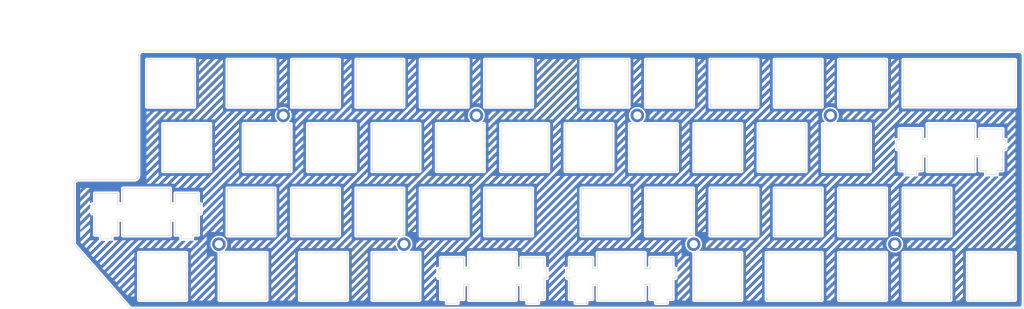
<source format=kicad_pcb>
(kicad_pcb (version 20171130) (host pcbnew "(5.0.0)")
  (title_block (title Treadstone48_plate) (date 2019-05-13) (rev 1.4) (company marksard))
  (layers (0 F.Cu signal) (31 B.Cu signal) (34 B.Paste user) (35 F.Paste user) (36 B.SilkS user) (37 F.SilkS user) (38 B.Mask user) (39 F.Mask user) (44 Edge.Cuts user))
  (net 0 "")
  (net 1 GND)
  (module kbd:LEGO_HOLE_2.4 (layer F.Cu) (at 251.04791 85.55206)
    (fp_text reference "" (at 0 -3.2) (layer F.SilkS))
    (fp_text value "")
    (pad "" thru_hole circle (at 0 0) (size 4 4) (drill 2.4) (layers *.Cu *.Mask))
  )
  (module kbd:LEGO_HOLE_2.4 (layer F.Cu) (at 291.53018 47.4511)
    (fp_text reference "" (at 0 -3.2) (layer F.SilkS))
    (fp_text value "")
    (pad "" thru_hole circle (at 0 0) (size 4 4) (drill 2.4) (layers *.Cu *.Mask))
  )
  (module kbd:LEGO_HOLE_2.4 (layer F.Cu) (at 234.37874 47.4511)
    (fp_text reference "" (at 0 -3.2) (layer F.SilkS))
    (fp_text value "")
    (pad "" thru_hole circle (at 0 0) (size 4 4) (drill 2.4) (layers *.Cu *.Mask))
  )
  (module kbd:LEGO_HOLE_2.4 (layer F.Cu) (at 186.75254 47.4511)
    (fp_text reference "" (at 0 -3.2) (layer F.SilkS))
    (fp_text value "")
    (pad "" thru_hole circle (at 0 0) (size 4 4) (drill 2.4) (layers *.Cu *.Mask))
  )
  (module kbd:LEGO_HOLE_2.4 (layer F.Cu) (at 110.55062 85.55206)
    (fp_text reference "" (at 0 -3.2) (layer F.SilkS))
    (fp_text value "")
    (pad "" thru_hole circle (at 0 0) (size 4 4) (drill 2.4) (layers *.Cu *.Mask))
  )
  (module kbd:LEGO_HOLE_2.4 (layer F.Cu) (at 165.32075 85.55206)
    (fp_text reference "" (at 0 -3.2) (layer F.SilkS))
    (fp_text value "")
    (pad "" thru_hole circle (at 0 0) (size 4 4) (drill 2.4) (layers *.Cu *.Mask))
  )
  (module kbd:LEGO_HOLE_2.4 (layer F.Cu) (at 310.58066 85.55206)
    (fp_text reference "" (at 0 -3.2) (layer F.SilkS))
    (fp_text value "")
    (pad "" thru_hole circle (at 0 0) (size 4 4) (drill 2.4) (layers *.Cu *.Mask))
  )
  (module kbd:LEGO_HOLE_2.4_gnd (layer F.Cu) (at 129.6011 47.4511)
    (fp_text reference MH1 hide)
    (fp_text value MountingHole_Pad hide)
    (pad 1 thru_hole circle (at 0 0) (size 4 4) (drill 2.4) (layers *.Cu *.Mask) (net 1 GND))
  )
  (gr_line (start 251.18744 102.07574) (end 251.18744 88.07634) (layer Edge.Cuts) (width 0.15))
  (gr_line (start 265.18744 102.07574) (end 251.18744 102.07574) (layer Edge.Cuts) (width 0.15))
  (gr_line (start 251.18744 88.07634) (end 265.18744 88.07634) (layer Edge.Cuts) (width 0.15))
  (gr_line (start 265.18744 88.07634) (end 265.18744 102.07574) (layer Edge.Cuts) (width 0.15))
  (gr_line (start 289.00006 88.07576) (end 289.00006 102.07529) (layer Edge.Cuts) (width 0.15))
  (gr_line (start 289.00006 102.07529) (end 272.61906 102.07529) (layer Edge.Cuts) (width 0.15))
  (gr_line (start 346.16276 44.87586) (end 313.06276 44.87586) (layer Edge.Cuts) (width 0.15))
  (gr_line (start 346.16276 30.97586) (end 346.16276 44.875949) (layer Edge.Cuts) (width 0.15))
  (gr_line (start 313.06276 44.87586) (end 313.06276 30.97656) (layer Edge.Cuts) (width 0.15))
  (gr_line (start 313.10006 30.97586) (end 346.16276 30.97586) (layer Edge.Cuts) (width 0.15))
  (gr_arc (start 85.46776 65.23086) (end 85.46776 66.50086) (angle -90) (layer Edge.Cuts) (width 0.15))
  (gr_arc (start 88.00776 29.67086) (end 88.00776 28.40086) (angle -90) (layer Edge.Cuts) (width 0.15))
  (gr_arc (start 68.95776 67.77182) (end 68.95776 66.50182) (angle -90) (layer Edge.Cuts) (width 0.15))
  (gr_line (start 85.46776 66.50086) (end 68.95776 66.50086) (layer Edge.Cuts) (width 0.15))
  (gr_line (start 86.73776 29.67086) (end 86.73776 65.23086) (layer Edge.Cuts) (width 0.15))
  (gr_line (start 88.00776 28.40086) (end 347.4109 28.40182) (layer Edge.Cuts) (width 0.15))
  (gr_line (start 84.35621 104.60254) (end 67.68704 85.55206) (layer Edge.Cuts) (width 0.15))
  (gr_arc (start 347.4109 103.33182) (end 347.4109 104.60182) (angle -90) (layer Edge.Cuts) (width 0.15))
  (gr_arc (start 347.4109 29.67182) (end 348.6809 29.67182) (angle -90) (layer Edge.Cuts) (width 0.15))
  (gr_line (start 67.68704 85.55206) (end 67.68776 67.77086) (layer Edge.Cuts) (width 0.15))
  (gr_line (start 347.4109 104.60182) (end 84.35621 104.60254) (layer Edge.Cuts) (width 0.15))
  (gr_line (start 348.6809 29.67182) (end 348.6809 103.33182) (layer Edge.Cuts) (width 0.15))
  (gr_line (start 318.71906 54.67636) (end 318.71906 51.44626) (layer Edge.Cuts) (width 0.15))
  (gr_line (start 340.79306 63.74656) (end 342.51806 63.74656) (layer Edge.Cuts) (width 0.15))
  (gr_line (start 334.24306 63.97516) (end 334.24306 59.27616) (layer Edge.Cuts) (width 0.15))
  (gr_line (start 311.96906 57.47636) (end 311.96906 63.74656) (layer Edge.Cuts) (width 0.15))
  (gr_line (start 340.79306 64.94536) (end 340.79306 63.74656) (layer Edge.Cuts) (width 0.15))
  (gr_line (start 311.14306 57.47636) (end 311.96906 57.47636) (layer Edge.Cuts) (width 0.15))
  (gr_line (start 320.24306 59.27616) (end 320.24306 63.97516) (layer Edge.Cuts) (width 0.15))
  (gr_line (start 337.49406 64.94536) (end 340.79306 64.94536) (layer Edge.Cuts) (width 0.15))
  (gr_line (start 337.49406 63.74656) (end 337.49406 64.94536) (layer Edge.Cuts) (width 0.15))
  (gr_line (start 334.24306 59.27616) (end 335.76906 59.27616) (layer Edge.Cuts) (width 0.15))
  (gr_line (start 311.96906 51.44626) (end 311.96906 54.67636) (layer Edge.Cuts) (width 0.15))
  (gr_line (start 335.76906 63.74656) (end 337.49406 63.74656) (layer Edge.Cuts) (width 0.15))
  (gr_line (start 320.24306 49.97586) (end 320.24306 54.67636) (layer Edge.Cuts) (width 0.15))
  (gr_line (start 335.76906 59.27616) (end 335.76906 63.74656) (layer Edge.Cuts) (width 0.15))
  (gr_line (start 320.24306 63.97516) (end 334.24306 63.97516) (layer Edge.Cuts) (width 0.15))
  (gr_line (start 320.24306 54.67636) (end 318.71906 54.67636) (layer Edge.Cuts) (width 0.15))
  (gr_line (start 318.71906 59.27616) (end 320.24306 59.27616) (layer Edge.Cuts) (width 0.15))
  (gr_line (start 316.99306 64.94536) (end 316.99306 63.74656) (layer Edge.Cuts) (width 0.15))
  (gr_line (start 318.71906 63.74656) (end 318.71906 59.27616) (layer Edge.Cuts) (width 0.15))
  (gr_line (start 316.99306 63.74656) (end 318.71906 63.74656) (layer Edge.Cuts) (width 0.15))
  (gr_line (start 311.96906 54.67636) (end 311.14306 54.67636) (layer Edge.Cuts) (width 0.15))
  (gr_line (start 318.71906 51.44626) (end 311.96906 51.44626) (layer Edge.Cuts) (width 0.15))
  (gr_line (start 327.10006 83.02526) (end 313.10006 83.02526) (layer Edge.Cuts) (width 0.15))
  (gr_line (start 313.69406 64.94536) (end 316.99306 64.94536) (layer Edge.Cuts) (width 0.15))
  (gr_line (start 313.69406 63.74656) (end 313.69406 64.94536) (layer Edge.Cuts) (width 0.15))
  (gr_line (start 313.10006 83.02526) (end 313.10006 69.02586) (layer Edge.Cuts) (width 0.15))
  (gr_line (start 311.96906 63.74656) (end 313.69406 63.74656) (layer Edge.Cuts) (width 0.15))
  (gr_line (start 311.14306 54.67636) (end 311.14306 57.47636) (layer Edge.Cuts) (width 0.15))
  (gr_line (start 102.66826 82.79516) (end 104.39346 82.79516) (layer Edge.Cuts) (width 0.15))
  (gr_line (start 275.00006 69.02586) (end 289.00006 69.02586) (layer Edge.Cuts) (width 0.15))
  (gr_line (start 170.22506 83.02526) (end 170.22506 69.02586) (layer Edge.Cuts) (width 0.15))
  (gr_line (start 132.12526 69.02586) (end 146.12456 69.02586) (layer Edge.Cuts) (width 0.15))
  (gr_line (start 104.39346 73.72626) (end 104.39346 70.49616) (layer Edge.Cuts) (width 0.15))
  (gr_line (start 96.11846 83.02526) (end 96.11846 78.32616) (layer Edge.Cuts) (width 0.15))
  (gr_line (start 231.85006 83.02526) (end 217.85006 83.02526) (layer Edge.Cuts) (width 0.15))
  (gr_line (start 313.10006 69.02586) (end 327.10006 69.02586) (layer Edge.Cuts) (width 0.15))
  (gr_line (start 102.66826 83.99546) (end 102.66826 82.79516) (layer Edge.Cuts) (width 0.15))
  (gr_line (start 250.90006 69.02586) (end 250.90006 83.02526) (layer Edge.Cuts) (width 0.15))
  (gr_line (start 127.07456 69.02586) (end 127.07456 83.02526) (layer Edge.Cuts) (width 0.15))
  (gr_line (start 294.05006 83.02526) (end 294.05006 69.02586) (layer Edge.Cuts) (width 0.15))
  (gr_line (start 308.05006 83.02526) (end 294.05006 83.02526) (layer Edge.Cuts) (width 0.15))
  (gr_line (start 255.95006 83.02526) (end 255.95006 69.02586) (layer Edge.Cuts) (width 0.15))
  (gr_line (start 250.90006 83.02526) (end 236.90006 83.02526) (layer Edge.Cuts) (width 0.15))
  (gr_line (start 189.27506 69.02586) (end 203.27506 69.02586) (layer Edge.Cuts) (width 0.15))
  (gr_line (start 217.85006 83.02526) (end 217.85006 69.02586) (layer Edge.Cuts) (width 0.15))
  (gr_line (start 113.07526 69.02586) (end 127.07456 69.02586) (layer Edge.Cuts) (width 0.15))
  (gr_line (start 82.11896 78.32616) (end 82.11896 83.02526) (layer Edge.Cuts) (width 0.15))
  (gr_line (start 97.64396 70.49616) (end 97.64396 73.72626) (layer Edge.Cuts) (width 0.15))
  (gr_line (start 105.21896 73.72626) (end 104.39346 73.72626) (layer Edge.Cuts) (width 0.15))
  (gr_line (start 99.36926 82.79516) (end 99.36926 83.99546) (layer Edge.Cuts) (width 0.15))
  (gr_line (start 80.59346 82.79516) (end 80.59346 78.32616) (layer Edge.Cuts) (width 0.15))
  (gr_line (start 82.11896 83.02526) (end 96.11846 83.02526) (layer Edge.Cuts) (width 0.15))
  (gr_line (start 80.59346 78.32616) (end 82.11896 78.32616) (layer Edge.Cuts) (width 0.15))
  (gr_line (start 308.05006 69.02586) (end 308.05006 83.02526) (layer Edge.Cuts) (width 0.15))
  (gr_line (start 294.05006 69.02586) (end 308.05006 69.02586) (layer Edge.Cuts) (width 0.15))
  (gr_line (start 96.11846 78.32616) (end 97.64396 78.32616) (layer Edge.Cuts) (width 0.15))
  (gr_line (start 275.00006 83.02526) (end 275.00006 69.02586) (layer Edge.Cuts) (width 0.15))
  (gr_line (start 269.95006 69.02586) (end 269.95006 83.02526) (layer Edge.Cuts) (width 0.15))
  (gr_line (start 113.07526 83.02526) (end 113.07526 69.02586) (layer Edge.Cuts) (width 0.15))
  (gr_line (start 132.12526 83.02526) (end 132.12526 69.02586) (layer Edge.Cuts) (width 0.15))
  (gr_line (start 236.90006 83.02526) (end 236.90006 69.02586) (layer Edge.Cuts) (width 0.15))
  (gr_line (start 165.17456 69.02586) (end 165.17456 83.02526) (layer Edge.Cuts) (width 0.15))
  (gr_line (start 104.39346 82.79516) (end 104.39346 76.52646) (layer Edge.Cuts) (width 0.15))
  (gr_line (start 96.11846 69.02586) (end 82.11896 69.02586) (layer Edge.Cuts) (width 0.15))
  (gr_line (start 127.07456 83.02526) (end 113.07526 83.02526) (layer Edge.Cuts) (width 0.15))
  (gr_line (start 184.22506 69.02586) (end 184.22506 83.02526) (layer Edge.Cuts) (width 0.15))
  (gr_line (start 151.17526 83.02526) (end 151.17526 69.02586) (layer Edge.Cuts) (width 0.15))
  (gr_line (start 146.12456 69.02586) (end 146.12456 83.02526) (layer Edge.Cuts) (width 0.15))
  (gr_line (start 236.90006 69.02586) (end 250.90006 69.02586) (layer Edge.Cuts) (width 0.15))
  (gr_line (start 97.64396 82.79516) (end 99.36926 82.79516) (layer Edge.Cuts) (width 0.15))
  (gr_line (start 97.64396 78.32616) (end 97.64396 82.79516) (layer Edge.Cuts) (width 0.15))
  (gr_line (start 289.00006 83.02526) (end 275.00006 83.02526) (layer Edge.Cuts) (width 0.15))
  (gr_line (start 289.00006 69.02586) (end 289.00006 83.02526) (layer Edge.Cuts) (width 0.15))
  (gr_line (start 255.95006 69.02586) (end 269.95006 69.02586) (layer Edge.Cuts) (width 0.15))
  (gr_line (start 99.36926 83.99546) (end 102.66826 83.99546) (layer Edge.Cuts) (width 0.15))
  (gr_line (start 104.39346 70.49616) (end 97.64396 70.49616) (layer Edge.Cuts) (width 0.15))
  (gr_line (start 165.17456 83.02526) (end 151.17526 83.02526) (layer Edge.Cuts) (width 0.15))
  (gr_line (start 96.11846 73.72626) (end 96.11846 69.02586) (layer Edge.Cuts) (width 0.15))
  (gr_line (start 189.27506 83.02526) (end 189.27506 69.02586) (layer Edge.Cuts) (width 0.15))
  (gr_line (start 170.22506 69.02586) (end 184.22506 69.02586) (layer Edge.Cuts) (width 0.15))
  (gr_line (start 217.85006 69.02586) (end 231.85006 69.02586) (layer Edge.Cuts) (width 0.15))
  (gr_line (start 203.27506 69.02586) (end 203.27506 83.02526) (layer Edge.Cuts) (width 0.15))
  (gr_line (start 203.27506 83.02526) (end 189.27506 83.02526) (layer Edge.Cuts) (width 0.15))
  (gr_line (start 184.22506 83.02526) (end 170.22506 83.02526) (layer Edge.Cuts) (width 0.15))
  (gr_line (start 151.17526 69.02586) (end 165.17456 69.02586) (layer Edge.Cuts) (width 0.15))
  (gr_line (start 104.39346 76.52646) (end 105.21896 76.52646) (layer Edge.Cuts) (width 0.15))
  (gr_line (start 146.12456 83.02526) (end 132.12526 83.02526) (layer Edge.Cuts) (width 0.15))
  (gr_line (start 269.95006 83.02526) (end 255.95006 83.02526) (layer Edge.Cuts) (width 0.15))
  (gr_line (start 231.85006 69.02586) (end 231.85006 83.02526) (layer Edge.Cuts) (width 0.15))
  (gr_line (start 97.64396 73.72626) (end 96.11846 73.72626) (layer Edge.Cuts) (width 0.15))
  (gr_line (start 105.21896 76.52646) (end 105.21896 73.72626) (layer Edge.Cuts) (width 0.15))
  (gr_line (start 327.10006 69.02586) (end 327.10006 83.02526) (layer Edge.Cuts) (width 0.15))
  (gr_line (start 332.15006 88.07576) (end 346.15006 88.07576) (layer Edge.Cuts) (width 0.15))
  (gr_line (start 327.10006 102.07529) (end 313.10006 102.07529) (layer Edge.Cuts) (width 0.15))
  (gr_line (start 313.10006 102.07529) (end 313.10006 88.07576) (layer Edge.Cuts) (width 0.15))
  (gr_line (start 346.15006 88.07576) (end 346.15006 102.07529) (layer Edge.Cuts) (width 0.15))
  (gr_line (start 73.84386 70.49616) (end 73.84386 73.72626) (layer Edge.Cuts) (width 0.15))
  (gr_line (start 80.59346 73.72626) (end 80.59346 70.49616) (layer Edge.Cuts) (width 0.15))
  (gr_line (start 82.11896 73.72626) (end 80.59346 73.72626) (layer Edge.Cuts) (width 0.15))
  (gr_line (start 272.61906 102.07529) (end 272.61906 88.07576) (layer Edge.Cuts) (width 0.15))
  (gr_line (start 82.11896 69.02586) (end 82.11896 73.72626) (layer Edge.Cuts) (width 0.15))
  (gr_line (start 346.15006 102.07529) (end 332.15006 102.07529) (layer Edge.Cuts) (width 0.15))
  (gr_line (start 327.10006 88.07576) (end 327.10006 102.07529) (layer Edge.Cuts) (width 0.15))
  (gr_line (start 313.10006 88.07576) (end 327.10006 88.07576) (layer Edge.Cuts) (width 0.15))
  (gr_line (start 332.15006 102.07529) (end 332.15006 88.07576) (layer Edge.Cuts) (width 0.15))
  (gr_line (start 294.05006 102.07529) (end 294.05006 88.07576) (layer Edge.Cuts) (width 0.15))
  (gr_line (start 294.05006 88.07576) (end 308.05006 88.07576) (layer Edge.Cuts) (width 0.15))
  (gr_line (start 78.86816 82.79516) (end 80.59346 82.79516) (layer Edge.Cuts) (width 0.15))
  (gr_line (start 78.86816 83.99546) (end 78.86816 82.79516) (layer Edge.Cuts) (width 0.15))
  (gr_line (start 73.84386 76.52646) (end 73.84386 82.79516) (layer Edge.Cuts) (width 0.15))
  (gr_line (start 308.05006 102.07529) (end 294.05006 102.07529) (layer Edge.Cuts) (width 0.15))
  (gr_line (start 75.56915 83.99546) (end 78.86816 83.99546) (layer Edge.Cuts) (width 0.15))
  (gr_line (start 75.56915 82.79516) (end 75.56915 83.99546) (layer Edge.Cuts) (width 0.15))
  (gr_line (start 73.84386 82.79516) (end 75.56915 82.79516) (layer Edge.Cuts) (width 0.15))
  (gr_line (start 73.01839 76.52646) (end 73.84386 76.52646) (layer Edge.Cuts) (width 0.15))
  (gr_line (start 73.01839 73.72626) (end 73.01839 76.52646) (layer Edge.Cuts) (width 0.15))
  (gr_line (start 73.84386 73.72626) (end 73.01839 73.72626) (layer Edge.Cuts) (width 0.15))
  (gr_line (start 308.05006 88.07576) (end 308.05006 102.07529) (layer Edge.Cuts) (width 0.15))
  (gr_line (start 80.59346 70.49616) (end 73.84386 70.49616) (layer Edge.Cuts) (width 0.15))
  (gr_line (start 238.13806 101.84653) (end 239.86106 101.84653) (layer Edge.Cuts) (width 0.15))
  (gr_line (start 200.03806 89.54616) (end 200.03806 92.77626) (layer Edge.Cuts) (width 0.15))
  (gr_line (start 222.61106 88.07576) (end 222.61106 92.77626) (layer Edge.Cuts) (width 0.15))
  (gr_line (start 169.93706 102.07529) (end 155.93776 102.07529) (layer Edge.Cuts) (width 0.15))
  (gr_line (start 134.50656 102.07529) (end 134.50656 88.07576) (layer Edge.Cuts) (width 0.15))
  (gr_line (start 213.51206 92.77626) (end 213.51206 95.57646) (layer Edge.Cuts) (width 0.15))
  (gr_line (start 214.33606 89.54616) (end 214.33606 92.77626) (layer Edge.Cuts) (width 0.15))
  (gr_line (start 206.78706 92.77626) (end 206.78706 89.54616) (layer Edge.Cuts) (width 0.15))
  (gr_line (start 214.33606 92.77626) (end 213.51206 92.77626) (layer Edge.Cuts) (width 0.15))
  (gr_line (start 124.69336 102.07529) (end 110.69406 102.07529) (layer Edge.Cuts) (width 0.15))
  (gr_line (start 169.93706 88.07576) (end 169.93706 102.07529) (layer Edge.Cuts) (width 0.15))
  (gr_line (start 148.50586 102.07529) (end 134.50656 102.07529) (layer Edge.Cuts) (width 0.15))
  (gr_line (start 222.61106 97.37619) (end 222.61106 102.07529) (layer Edge.Cuts) (width 0.15))
  (gr_line (start 134.50656 88.07576) (end 148.50586 88.07576) (layer Edge.Cuts) (width 0.15))
  (gr_line (start 86.88146 88.07576) (end 100.88096 88.07576) (layer Edge.Cuts) (width 0.15))
  (gr_line (start 110.69406 88.07576) (end 124.69336 88.07576) (layer Edge.Cuts) (width 0.15))
  (gr_line (start 243.16306 103.04543) (end 243.16306 101.84653) (layer Edge.Cuts) (width 0.15))
  (gr_line (start 216.06106 103.04543) (end 219.36206 103.04543) (layer Edge.Cuts) (width 0.15))
  (gr_line (start 221.08706 97.37619) (end 222.61106 97.37619) (layer Edge.Cuts) (width 0.15))
  (gr_line (start 216.06106 101.84653) (end 216.06106 103.04543) (layer Edge.Cuts) (width 0.15))
  (gr_line (start 214.33606 101.84653) (end 216.06106 101.84653) (layer Edge.Cuts) (width 0.15))
  (gr_line (start 243.16306 101.84653) (end 244.88706 101.84653) (layer Edge.Cuts) (width 0.15))
  (gr_line (start 213.51206 95.57646) (end 214.33606 95.57646) (layer Edge.Cuts) (width 0.15))
  (gr_line (start 222.61106 92.77626) (end 221.08706 92.77626) (layer Edge.Cuts) (width 0.15))
  (gr_line (start 198.51206 88.07576) (end 184.51106 88.07576) (layer Edge.Cuts) (width 0.15))
  (gr_line (start 198.51206 92.77626) (end 198.51206 88.07576) (layer Edge.Cuts) (width 0.15))
  (gr_line (start 244.88706 92.77626) (end 244.88706 89.54616) (layer Edge.Cuts) (width 0.15))
  (gr_line (start 245.71106 92.77626) (end 244.88706 92.77626) (layer Edge.Cuts) (width 0.15))
  (gr_line (start 124.69336 88.07576) (end 124.69336 102.07529) (layer Edge.Cuts) (width 0.15))
  (gr_line (start 238.13806 97.37619) (end 238.13806 101.84653) (layer Edge.Cuts) (width 0.15))
  (gr_line (start 236.61206 97.37619) (end 238.13806 97.37619) (layer Edge.Cuts) (width 0.15))
  (gr_line (start 200.03806 92.77626) (end 198.51206 92.77626) (layer Edge.Cuts) (width 0.15))
  (gr_line (start 221.08706 89.54616) (end 214.33606 89.54616) (layer Edge.Cuts) (width 0.15))
  (gr_line (start 222.61106 102.07529) (end 236.61206 102.07529) (layer Edge.Cuts) (width 0.15))
  (gr_line (start 221.08706 101.84653) (end 221.08706 97.37619) (layer Edge.Cuts) (width 0.15))
  (gr_line (start 219.36206 103.04543) (end 219.36206 101.84653) (layer Edge.Cuts) (width 0.15))
  (gr_line (start 272.61906 88.07576) (end 289.00006 88.07576) (layer Edge.Cuts) (width 0.15))
  (gr_line (start 100.88096 88.07576) (end 100.88096 102.07529) (layer Edge.Cuts) (width 0.15))
  (gr_line (start 244.88706 89.54616) (end 238.13806 89.54616) (layer Edge.Cuts) (width 0.15))
  (gr_line (start 236.61206 92.77626) (end 236.61206 88.07576) (layer Edge.Cuts) (width 0.15))
  (gr_line (start 236.61206 102.07529) (end 236.61206 97.37619) (layer Edge.Cuts) (width 0.15))
  (gr_line (start 221.08706 92.77626) (end 221.08706 89.54616) (layer Edge.Cuts) (width 0.15))
  (gr_line (start 238.13806 89.54616) (end 238.13806 92.77626) (layer Edge.Cuts) (width 0.15))
  (gr_line (start 100.88096 102.07529) (end 86.88146 102.07529) (layer Edge.Cuts) (width 0.15))
  (gr_line (start 219.36206 101.84653) (end 221.08706 101.84653) (layer Edge.Cuts) (width 0.15))
  (gr_line (start 238.13806 92.77626) (end 236.61206 92.77626) (layer Edge.Cuts) (width 0.15))
  (gr_line (start 244.88706 95.57646) (end 245.71106 95.57646) (layer Edge.Cuts) (width 0.15))
  (gr_line (start 236.61206 88.07576) (end 222.61106 88.07576) (layer Edge.Cuts) (width 0.15))
  (gr_line (start 239.86106 103.04543) (end 243.16306 103.04543) (layer Edge.Cuts) (width 0.15))
  (gr_line (start 155.93776 102.07529) (end 155.93776 88.07576) (layer Edge.Cuts) (width 0.15))
  (gr_line (start 155.93776 88.07576) (end 169.93706 88.07576) (layer Edge.Cuts) (width 0.15))
  (gr_line (start 86.88146 102.07529) (end 86.88146 88.07576) (layer Edge.Cuts) (width 0.15))
  (gr_line (start 244.88706 101.84653) (end 244.88706 95.57646) (layer Edge.Cuts) (width 0.15))
  (gr_line (start 245.71106 95.57646) (end 245.71106 92.77626) (layer Edge.Cuts) (width 0.15))
  (gr_line (start 148.50586 88.07576) (end 148.50586 102.07529) (layer Edge.Cuts) (width 0.15))
  (gr_line (start 110.69406 102.07529) (end 110.69406 88.07576) (layer Edge.Cuts) (width 0.15))
  (gr_line (start 214.33606 95.57646) (end 214.33606 101.84653) (layer Edge.Cuts) (width 0.15))
  (gr_line (start 206.78706 89.54616) (end 200.03806 89.54616) (layer Edge.Cuts) (width 0.15))
  (gr_line (start 239.86106 101.84653) (end 239.86106 103.04543) (layer Edge.Cuts) (width 0.15))
  (gr_line (start 275.00006 44.92516) (end 275.00006 30.92586) (layer Edge.Cuts) (width 0.15))
  (gr_line (start 289.00006 44.92516) (end 275.00006 44.92516) (layer Edge.Cuts) (width 0.15))
  (gr_line (start 294.05006 44.92516) (end 294.05006 30.92586) (layer Edge.Cuts) (width 0.15))
  (gr_line (start 294.05006 30.92586) (end 308.05006 30.92586) (layer Edge.Cuts) (width 0.15))
  (gr_line (start 308.05006 30.92586) (end 308.05006 44.92516) (layer Edge.Cuts) (width 0.15))
  (gr_line (start 308.05006 44.92516) (end 294.05006 44.92516) (layer Edge.Cuts) (width 0.15))
  (gr_line (start 113.07526 44.92516) (end 113.07526 30.92586) (layer Edge.Cuts) (width 0.15))
  (gr_line (start 217.85006 44.92516) (end 217.85006 30.92586) (layer Edge.Cuts) (width 0.15))
  (gr_line (start 231.85006 44.92516) (end 217.85006 44.92516) (layer Edge.Cuts) (width 0.15))
  (gr_line (start 170.22506 30.92586) (end 184.22506 30.92586) (layer Edge.Cuts) (width 0.15))
  (gr_line (start 231.85006 30.92586) (end 231.85006 44.92516) (layer Edge.Cuts) (width 0.15))
  (gr_line (start 189.27506 30.92586) (end 203.27506 30.92586) (layer Edge.Cuts) (width 0.15))
  (gr_line (start 146.12456 44.92516) (end 132.12526 44.92516) (layer Edge.Cuts) (width 0.15))
  (gr_line (start 113.07526 30.92586) (end 127.07456 30.92586) (layer Edge.Cuts) (width 0.15))
  (gr_line (start 127.07456 30.92586) (end 127.07456 44.92516) (layer Edge.Cuts) (width 0.15))
  (gr_line (start 189.27506 44.92516) (end 189.27506 30.92586) (layer Edge.Cuts) (width 0.15))
  (gr_line (start 146.12456 30.92586) (end 146.12456 44.92516) (layer Edge.Cuts) (width 0.15))
  (gr_line (start 217.85006 30.92586) (end 231.85006 30.92586) (layer Edge.Cuts) (width 0.15))
  (gr_line (start 132.12526 30.92586) (end 146.12456 30.92586) (layer Edge.Cuts) (width 0.15))
  (gr_line (start 165.17456 30.92586) (end 165.17456 44.92516) (layer Edge.Cuts) (width 0.15))
  (gr_line (start 184.22506 30.92586) (end 184.22506 44.92516) (layer Edge.Cuts) (width 0.15))
  (gr_line (start 203.27506 30.92586) (end 203.27506 44.92516) (layer Edge.Cuts) (width 0.15))
  (gr_line (start 89.26276 30.92586) (end 103.26206 30.92586) (layer Edge.Cuts) (width 0.15))
  (gr_line (start 170.22506 44.92516) (end 170.22506 30.92586) (layer Edge.Cuts) (width 0.15))
  (gr_line (start 103.26206 30.92586) (end 103.26206 44.92516) (layer Edge.Cuts) (width 0.15))
  (gr_line (start 289.00006 30.92586) (end 289.00006 44.92516) (layer Edge.Cuts) (width 0.15))
  (gr_line (start 275.00006 30.92586) (end 289.00006 30.92586) (layer Edge.Cuts) (width 0.15))
  (gr_line (start 255.95006 44.92516) (end 255.95006 30.92586) (layer Edge.Cuts) (width 0.15))
  (gr_line (start 269.95006 44.92516) (end 255.95006 44.92516) (layer Edge.Cuts) (width 0.15))
  (gr_line (start 250.90006 44.92516) (end 236.90006 44.92516) (layer Edge.Cuts) (width 0.15))
  (gr_line (start 269.95006 30.92586) (end 269.95006 44.92516) (layer Edge.Cuts) (width 0.15))
  (gr_line (start 255.95006 30.92586) (end 269.95006 30.92586) (layer Edge.Cuts) (width 0.15))
  (gr_line (start 184.22506 44.92516) (end 170.22506 44.92516) (layer Edge.Cuts) (width 0.15))
  (gr_line (start 151.17526 44.92516) (end 151.17526 30.92586) (layer Edge.Cuts) (width 0.15))
  (gr_line (start 151.17526 30.92586) (end 165.17456 30.92586) (layer Edge.Cuts) (width 0.15))
  (gr_line (start 236.90006 44.92516) (end 236.90006 30.92586) (layer Edge.Cuts) (width 0.15))
  (gr_line (start 89.26276 44.92516) (end 89.26276 30.92586) (layer Edge.Cuts) (width 0.15))
  (gr_line (start 250.90006 30.92586) (end 250.90006 44.92516) (layer Edge.Cuts) (width 0.15))
  (gr_line (start 165.17456 44.92516) (end 151.17526 44.92516) (layer Edge.Cuts) (width 0.15))
  (gr_line (start 127.07456 44.92516) (end 113.07526 44.92516) (layer Edge.Cuts) (width 0.15))
  (gr_line (start 236.90006 30.92586) (end 250.90006 30.92586) (layer Edge.Cuts) (width 0.15))
  (gr_line (start 203.27506 44.92516) (end 189.27506 44.92516) (layer Edge.Cuts) (width 0.15))
  (gr_line (start 132.12526 44.92516) (end 132.12526 30.92586) (layer Edge.Cuts) (width 0.15))
  (gr_line (start 103.26206 44.92516) (end 89.26276 44.92516) (layer Edge.Cuts) (width 0.15))
  (gr_line (start 342.51806 57.47636) (end 343.34406 57.47636) (layer Edge.Cuts) (width 0.15))
  (gr_line (start 342.51806 51.44626) (end 335.76906 51.44626) (layer Edge.Cuts) (width 0.15))
  (gr_line (start 246.13706 49.97586) (end 246.13706 63.97516) (layer Edge.Cuts) (width 0.15))
  (gr_line (start 303.28706 49.97586) (end 303.28706 63.97516) (layer Edge.Cuts) (width 0.15))
  (gr_line (start 208.03706 63.97516) (end 194.03806 63.97516) (layer Edge.Cuts) (width 0.15))
  (gr_line (start 284.23706 63.97516) (end 270.23806 63.97516) (layer Edge.Cuts) (width 0.15))
  (gr_line (start 289.28806 49.97586) (end 303.28706 49.97586) (layer Edge.Cuts) (width 0.15))
  (gr_line (start 174.98806 49.97586) (end 188.98706 49.97586) (layer Edge.Cuts) (width 0.15))
  (gr_line (start 155.93776 49.97586) (end 169.93706 49.97586) (layer Edge.Cuts) (width 0.15))
  (gr_line (start 251.18806 49.97586) (end 265.18706 49.97586) (layer Edge.Cuts) (width 0.15))
  (gr_line (start 303.28706 63.97516) (end 289.28806 63.97516) (layer Edge.Cuts) (width 0.15))
  (gr_line (start 265.18706 63.97516) (end 251.18806 63.97516) (layer Edge.Cuts) (width 0.15))
  (gr_line (start 265.18706 49.97586) (end 265.18706 63.97516) (layer Edge.Cuts) (width 0.15))
  (gr_line (start 94.02526 63.97516) (end 94.02526 49.97586) (layer Edge.Cuts) (width 0.15))
  (gr_line (start 343.34406 57.47636) (end 343.34406 54.67636) (layer Edge.Cuts) (width 0.15))
  (gr_line (start 194.03806 49.97586) (end 208.03706 49.97586) (layer Edge.Cuts) (width 0.15))
  (gr_line (start 342.51806 63.74656) (end 342.51806 57.47636) (layer Edge.Cuts) (width 0.15))
  (gr_line (start 155.93776 63.97516) (end 155.93776 49.97586) (layer Edge.Cuts) (width 0.15))
  (gr_line (start 194.03806 63.97516) (end 194.03806 49.97586) (layer Edge.Cuts) (width 0.15))
  (gr_line (start 232.13806 63.97516) (end 232.13806 49.97586) (layer Edge.Cuts) (width 0.15))
  (gr_line (start 108.02456 49.97586) (end 108.02456 63.97516) (layer Edge.Cuts) (width 0.15))
  (gr_line (start 251.18806 63.97516) (end 251.18806 49.97586) (layer Edge.Cuts) (width 0.15))
  (gr_line (start 169.93706 63.97516) (end 155.93776 63.97516) (layer Edge.Cuts) (width 0.15))
  (gr_line (start 227.08706 49.97586) (end 227.08706 63.97516) (layer Edge.Cuts) (width 0.15))
  (gr_line (start 188.98706 49.97586) (end 188.98706 63.97516) (layer Edge.Cuts) (width 0.15))
  (gr_line (start 117.83776 49.97586) (end 131.83706 49.97586) (layer Edge.Cuts) (width 0.15))
  (gr_line (start 289.28806 63.97516) (end 289.28806 49.97586) (layer Edge.Cuts) (width 0.15))
  (gr_line (start 213.08806 63.97516) (end 213.08806 49.97586) (layer Edge.Cuts) (width 0.15))
  (gr_line (start 270.23806 63.97516) (end 270.23806 49.97586) (layer Edge.Cuts) (width 0.15))
  (gr_line (start 334.24306 49.97586) (end 320.24306 49.97586) (layer Edge.Cuts) (width 0.15))
  (gr_line (start 284.23706 49.97586) (end 284.23706 63.97516) (layer Edge.Cuts) (width 0.15))
  (gr_line (start 270.23806 49.97586) (end 284.23706 49.97586) (layer Edge.Cuts) (width 0.15))
  (gr_line (start 246.13706 63.97516) (end 232.13806 63.97516) (layer Edge.Cuts) (width 0.15))
  (gr_line (start 131.83706 63.97516) (end 117.83776 63.97516) (layer Edge.Cuts) (width 0.15))
  (gr_line (start 232.13806 49.97586) (end 246.13706 49.97586) (layer Edge.Cuts) (width 0.15))
  (gr_line (start 227.08706 63.97516) (end 213.08806 63.97516) (layer Edge.Cuts) (width 0.15))
  (gr_line (start 213.08806 49.97586) (end 227.08706 49.97586) (layer Edge.Cuts) (width 0.15))
  (gr_line (start 342.51806 54.67636) (end 342.51806 51.44626) (layer Edge.Cuts) (width 0.15))
  (gr_line (start 208.03706 49.97586) (end 208.03706 63.97516) (layer Edge.Cuts) (width 0.15))
  (gr_line (start 150.88706 63.97516) (end 136.88776 63.97516) (layer Edge.Cuts) (width 0.15))
  (gr_line (start 94.02526 49.97586) (end 108.02456 49.97586) (layer Edge.Cuts) (width 0.15))
  (gr_line (start 334.24306 54.67636) (end 334.24306 49.97586) (layer Edge.Cuts) (width 0.15))
  (gr_line (start 136.88776 49.97586) (end 150.88706 49.97586) (layer Edge.Cuts) (width 0.15))
  (gr_line (start 335.76906 51.44626) (end 335.76906 54.67636) (layer Edge.Cuts) (width 0.15))
  (gr_line (start 169.93706 49.97586) (end 169.93706 63.97516) (layer Edge.Cuts) (width 0.15))
  (gr_line (start 136.88776 63.97516) (end 136.88776 49.97586) (layer Edge.Cuts) (width 0.15))
  (gr_line (start 150.88706 49.97586) (end 150.88706 63.97516) (layer Edge.Cuts) (width 0.15))
  (gr_line (start 335.76906 54.67636) (end 334.24306 54.67636) (layer Edge.Cuts) (width 0.15))
  (gr_line (start 131.83706 49.97586) (end 131.83706 63.97516) (layer Edge.Cuts) (width 0.15))
  (gr_line (start 343.34406 54.67636) (end 342.51806 54.67636) (layer Edge.Cuts) (width 0.15))
  (gr_line (start 174.98806 63.97516) (end 174.98806 49.97586) (layer Edge.Cuts) (width 0.15))
  (gr_line (start 188.98706 63.97516) (end 174.98806 63.97516) (layer Edge.Cuts) (width 0.15))
  (gr_line (start 117.83776 63.97516) (end 117.83776 49.97586) (layer Edge.Cuts) (width 0.15))
  (gr_line (start 108.02456 63.97516) (end 94.02526 63.97516) (layer Edge.Cuts) (width 0.15))
  (gr_line (start 175.41206 92.77626) (end 175.41206 95.57646) (layer Edge.Cuts) (width 0.15))
  (gr_line (start 176.23606 92.77626) (end 175.41206 92.77626) (layer Edge.Cuts) (width 0.15))
  (gr_line (start 182.98706 101.84653) (end 182.98706 97.37619) (layer Edge.Cuts) (width 0.15))
  (gr_line (start 177.96106 103.04543) (end 181.26206 103.04543) (layer Edge.Cuts) (width 0.15))
  (gr_line (start 177.96106 101.84653) (end 177.96106 103.04543) (layer Edge.Cuts) (width 0.15))
  (gr_line (start 176.23606 95.57646) (end 176.23606 101.84653) (layer Edge.Cuts) (width 0.15))
  (gr_line (start 175.41206 95.57646) (end 176.23606 95.57646) (layer Edge.Cuts) (width 0.15))
  (gr_line (start 182.98706 97.37619) (end 184.51106 97.37619) (layer Edge.Cuts) (width 0.15))
  (gr_line (start 207.61106 92.77626) (end 206.78706 92.77626) (layer Edge.Cuts) (width 0.15))
  (gr_line (start 181.26206 101.84653) (end 182.98706 101.84653) (layer Edge.Cuts) (width 0.15))
  (gr_line (start 176.23606 89.54616) (end 176.23606 92.77626) (layer Edge.Cuts) (width 0.15))
  (gr_line (start 182.98706 89.54616) (end 176.23606 89.54616) (layer Edge.Cuts) (width 0.15))
  (gr_line (start 207.61106 95.57646) (end 207.61106 92.77626) (layer Edge.Cuts) (width 0.15))
  (gr_line (start 206.78706 95.57646) (end 207.61106 95.57646) (layer Edge.Cuts) (width 0.15))
  (gr_line (start 206.78706 101.84653) (end 206.78706 95.57646) (layer Edge.Cuts) (width 0.15))
  (gr_line (start 205.06306 101.84653) (end 206.78706 101.84653) (layer Edge.Cuts) (width 0.15))
  (gr_line (start 201.76306 101.84653) (end 201.76306 103.04543) (layer Edge.Cuts) (width 0.15))
  (gr_line (start 205.06306 103.04543) (end 205.06306 101.84653) (layer Edge.Cuts) (width 0.15))
  (gr_line (start 201.76306 103.04543) (end 205.06306 103.04543) (layer Edge.Cuts) (width 0.15))
  (gr_line (start 200.03806 101.84653) (end 201.76306 101.84653) (layer Edge.Cuts) (width 0.15))
  (gr_line (start 182.98706 92.77626) (end 182.98706 89.54616) (layer Edge.Cuts) (width 0.15))
  (gr_line (start 200.03806 97.37619) (end 200.03806 101.84653) (layer Edge.Cuts) (width 0.15))
  (gr_line (start 198.51206 97.37619) (end 200.03806 97.37619) (layer Edge.Cuts) (width 0.15))
  (gr_line (start 198.51206 102.07529) (end 198.51206 97.37619) (layer Edge.Cuts) (width 0.15))
  (gr_line (start 181.26206 103.04543) (end 181.26206 101.84653) (layer Edge.Cuts) (width 0.15))
  (gr_line (start 184.51106 102.07529) (end 198.51206 102.07529) (layer Edge.Cuts) (width 0.15))
  (gr_line (start 184.51106 97.37619) (end 184.51106 102.07529) (layer Edge.Cuts) (width 0.15))
  (gr_line (start 176.23606 101.84653) (end 177.96106 101.84653) (layer Edge.Cuts) (width 0.15))
  (gr_line (start 184.51106 92.77626) (end 182.98706 92.77626) (layer Edge.Cuts) (width 0.15))
  (gr_line (start 184.51106 88.07576) (end 184.51106 92.77626) (layer Edge.Cuts) (width 0.15))
  (zone (net 1) (net_name GND) (layer F.Cu) (connect_pads (clearance 0.508)) (min_thickness 0.254) (fill yes (arc_segments 16) (thermal_gap 0.508) (thermal_bridge_width 0.508))
    (polygon (pts (xy 86.73752 28.40062) (xy 86.73752 66.50158) (xy 67.68704 66.50158) (xy 67.68704 85.55206) (xy 84.35621 104.60254) (xy 348.68162 104.60254) (xy 348.68162 28.40062)))
  )
  (zone (net 1) (net_name GND) (layer B.Cu) (connect_pads (clearance 0.508)) (min_thickness 0.254) (fill yes (arc_segments 16) (thermal_gap 0.508) (thermal_bridge_width 0.508))
    (polygon (pts (xy 86.73752 28.40062) (xy 86.73752 66.50158) (xy 67.68704 66.50158) (xy 67.68704 85.55206) (xy 84.35621 104.60254) (xy 348.68162 104.60254) (xy 348.68162 28.40062)))
  )
  (zone (net 0) (net_name "") (layer F.Cu) (connect_pads (clearance 0.508)) (min_thickness 0.254)
    (keepout (tracks allowed) (vias allowed) (copperpour not_allowed))
    (fill (arc_segments 16) (thermal_gap 0.508) (thermal_bridge_width 0.508))
    (polygon (pts (xy 128.410445 30.78193) (xy 128.410445 31.972585) (xy 129.6011 30.78193)))
  )
  (zone (net 0) (net_name "") (layer F.Cu) (connect_pads (clearance 0.508)) (min_thickness 0.254)
    (keepout (tracks allowed) (vias allowed) (copperpour not_allowed))
    (fill (arc_segments 16) (thermal_gap 0.508) (thermal_bridge_width 0.508))
    (polygon (pts (xy 130.791755 30.78193) (xy 128.410445 33.16324) (xy 128.410445 34.353895) (xy 130.791755 31.972585)))
  )
  (zone (net 0) (net_name "") (layer F.Cu) (connect_pads (clearance 0.508)) (min_thickness 0.254)
    (keepout (tracks allowed) (vias allowed) (copperpour not_allowed))
    (fill (arc_segments 16) (thermal_gap 0.508) (thermal_bridge_width 0.508))
    (polygon (pts (xy 130.791755 33.16324) (xy 128.410445 35.54455) (xy 128.410445 36.735205) (xy 130.791755 34.353895)))
  )
  (zone (net 0) (net_name "") (layer F.Cu) (connect_pads (clearance 0.508)) (min_thickness 0.254)
    (keepout (tracks allowed) (vias allowed) (copperpour not_allowed))
    (fill (arc_segments 16) (thermal_gap 0.508) (thermal_bridge_width 0.508))
    (polygon (pts (xy 130.791755 35.54455) (xy 128.410445 37.92586) (xy 128.410445 39.116515) (xy 130.791755 36.735205)))
  )
  (zone (net 0) (net_name "") (layer F.Cu) (connect_pads (clearance 0.508)) (min_thickness 0.254)
    (keepout (tracks allowed) (vias allowed) (copperpour not_allowed))
    (fill (arc_segments 16) (thermal_gap 0.508) (thermal_bridge_width 0.508))
    (polygon (pts (xy 130.791755 37.92586) (xy 128.410445 40.30717) (xy 128.410445 41.497825) (xy 130.791755 39.116515)))
  )
  (zone (net 0) (net_name "") (layer F.Cu) (connect_pads (clearance 0.508)) (min_thickness 0.254)
    (keepout (tracks allowed) (vias allowed) (copperpour not_allowed))
    (fill (arc_segments 16) (thermal_gap 0.508) (thermal_bridge_width 0.508))
    (polygon (pts (xy 130.791755 40.30717) (xy 128.410445 42.68848) (xy 128.410445 43.879135) (xy 130.791755 41.497825)))
  )
  (zone (net 0) (net_name "") (layer F.Cu) (connect_pads (clearance 0.508)) (min_thickness 0.254)
    (keepout (tracks allowed) (vias allowed) (copperpour not_allowed))
    (fill (arc_segments 16) (thermal_gap 0.508) (thermal_bridge_width 0.508))
    (polygon (pts (xy 130.791755 42.68848) (xy 129.6011 43.879135) (xy 130.791755 43.879135)))
  )
  (zone (net 0) (net_name "") (layer F.Cu) (connect_pads (clearance 0.508)) (min_thickness 0.254)
    (keepout (tracks allowed) (vias allowed) (copperpour not_allowed))
    (fill (arc_segments 16) (thermal_gap 0.508) (thermal_bridge_width 0.508))
    (polygon (pts (xy 124.83848 46.260445) (xy 122.45717 48.641755) (xy 123.647825 48.641755) (xy 126.029135 46.260445)))
  )
  (zone (net 0) (net_name "") (layer F.Cu) (connect_pads (clearance 0.508)) (min_thickness 0.254)
    (keepout (tracks allowed) (vias allowed) (copperpour not_allowed))
    (fill (arc_segments 16) (thermal_gap 0.508) (thermal_bridge_width 0.508))
    (polygon (pts (xy 126.029135 47.4511) (xy 124.83848 48.641755) (xy 126.029135 48.641755)))
  )
  (zone (net 0) (net_name "") (layer F.Cu) (connect_pads (clearance 0.508)) (min_thickness 0.254)
    (keepout (tracks allowed) (vias allowed) (copperpour not_allowed))
    (fill (arc_segments 16) (thermal_gap 0.508) (thermal_bridge_width 0.508))
    (polygon (pts (xy 122.45717 46.260445) (xy 120.07586 48.641755) (xy 121.266515 48.641755) (xy 123.647825 46.260445)))
  )
  (zone (net 0) (net_name "") (layer F.Cu) (connect_pads (clearance 0.508)) (min_thickness 0.254)
    (keepout (tracks allowed) (vias allowed) (copperpour not_allowed))
    (fill (arc_segments 16) (thermal_gap 0.508) (thermal_bridge_width 0.508))
    (polygon (pts (xy 120.07586 46.260445) (xy 117.69455 48.641755) (xy 118.885205 48.641755) (xy 121.266515 46.260445)))
  )
  (zone (net 0) (net_name "") (layer F.Cu) (connect_pads (clearance 0.508)) (min_thickness 0.254)
    (keepout (tracks allowed) (vias allowed) (copperpour not_allowed))
    (fill (arc_segments 16) (thermal_gap 0.508) (thermal_bridge_width 0.508))
    (polygon (pts (xy 117.69455 46.260445) (xy 109.359965 54.59503) (xy 109.359965 55.785685) (xy 118.885205 46.260445)))
  )
  (zone (net 0) (net_name "") (layer F.Cu) (connect_pads (clearance 0.508)) (min_thickness 0.254)
    (keepout (tracks allowed) (vias allowed) (copperpour not_allowed))
    (fill (arc_segments 16) (thermal_gap 0.508) (thermal_bridge_width 0.508))
    (polygon (pts (xy 115.31324 46.260445) (xy 109.359965 52.21372) (xy 109.359965 53.404375) (xy 116.503895 46.260445)))
  )
  (zone (net 0) (net_name "") (layer F.Cu) (connect_pads (clearance 0.508)) (min_thickness 0.254)
    (keepout (tracks allowed) (vias allowed) (copperpour not_allowed))
    (fill (arc_segments 16) (thermal_gap 0.508) (thermal_bridge_width 0.508))
    (polygon (pts (xy 112.93193 46.260445) (xy 109.359965 49.83241) (xy 109.359965 51.023065) (xy 114.122585 46.260445)))
  )
  (zone (net 0) (net_name "") (layer F.Cu) (connect_pads (clearance 0.508)) (min_thickness 0.254)
    (keepout (tracks allowed) (vias allowed) (copperpour not_allowed))
    (fill (arc_segments 16) (thermal_gap 0.508) (thermal_bridge_width 0.508))
    (polygon (pts (xy 111.741275 45.06979) (xy 108.16931 48.641755) (xy 109.359965 48.641755) (xy 111.741275 46.260445)))
  )
  (zone (net 0) (net_name "") (layer F.Cu) (connect_pads (clearance 0.508)) (min_thickness 0.254)
    (keepout (tracks allowed) (vias allowed) (copperpour not_allowed))
    (fill (arc_segments 16) (thermal_gap 0.508) (thermal_bridge_width 0.508))
    (polygon (pts (xy 111.741275 42.68848) (xy 105.788 48.641755) (xy 106.978655 48.641755) (xy 111.741275 43.879135)))
  )
  (zone (net 0) (net_name "") (layer F.Cu) (connect_pads (clearance 0.508)) (min_thickness 0.254)
    (keepout (tracks allowed) (vias allowed) (copperpour not_allowed))
    (fill (arc_segments 16) (thermal_gap 0.508) (thermal_bridge_width 0.508))
    (polygon (pts (xy 111.741275 40.30717) (xy 103.40669 48.641755) (xy 104.597345 48.641755) (xy 111.741275 41.497825)))
  )
  (zone (net 0) (net_name "") (layer F.Cu) (connect_pads (clearance 0.508)) (min_thickness 0.254)
    (keepout (tracks allowed) (vias allowed) (copperpour not_allowed))
    (fill (arc_segments 16) (thermal_gap 0.508) (thermal_bridge_width 0.508))
    (polygon (pts (xy 111.741275 37.92586) (xy 101.02538 48.641755) (xy 102.216035 48.641755) (xy 111.741275 39.116515)))
  )
  (zone (net 0) (net_name "") (layer F.Cu) (connect_pads (clearance 0.508)) (min_thickness 0.254)
    (keepout (tracks allowed) (vias allowed) (copperpour not_allowed))
    (fill (arc_segments 16) (thermal_gap 0.508) (thermal_bridge_width 0.508))
    (polygon (pts (xy 101.02538 46.260445) (xy 98.64407 48.641755) (xy 99.834725 48.641755) (xy 102.216035 46.260445)))
  )
  (zone (net 0) (net_name "") (layer F.Cu) (connect_pads (clearance 0.508)) (min_thickness 0.254)
    (keepout (tracks allowed) (vias allowed) (copperpour not_allowed))
    (fill (arc_segments 16) (thermal_gap 0.508) (thermal_bridge_width 0.508))
    (polygon (pts (xy 98.64407 46.260445) (xy 96.26276 48.641755) (xy 97.453415 48.641755) (xy 99.834725 46.260445)))
  )
  (zone (net 0) (net_name "") (layer F.Cu) (connect_pads (clearance 0.508)) (min_thickness 0.254)
    (keepout (tracks allowed) (vias allowed) (copperpour not_allowed))
    (fill (arc_segments 16) (thermal_gap 0.508) (thermal_bridge_width 0.508))
    (polygon (pts (xy 96.26276 46.260445) (xy 93.88145 48.641755) (xy 95.072105 48.641755) (xy 97.453415 46.260445)))
  )
  (zone (net 0) (net_name "") (layer F.Cu) (connect_pads (clearance 0.508)) (min_thickness 0.254)
    (keepout (tracks allowed) (vias allowed) (copperpour not_allowed))
    (fill (arc_segments 16) (thermal_gap 0.508) (thermal_bridge_width 0.508))
    (polygon (pts (xy 93.88145 46.260445) (xy 89.11883 51.023065) (xy 89.11883 52.21372) (xy 95.072105 46.260445)))
  )
  (zone (net 0) (net_name "") (layer F.Cu) (connect_pads (clearance 0.508)) (min_thickness 0.254)
    (keepout (tracks allowed) (vias allowed) (copperpour not_allowed))
    (fill (arc_segments 16) (thermal_gap 0.508) (thermal_bridge_width 0.508))
    (polygon (pts (xy 91.50014 46.260445) (xy 89.11883 48.641755) (xy 89.11883 49.83241) (xy 92.690795 46.260445)))
  )
  (zone (net 0) (net_name "") (layer F.Cu) (connect_pads (clearance 0.508)) (min_thickness 0.254)
    (keepout (tracks allowed) (vias allowed) (copperpour not_allowed))
    (fill (arc_segments 16) (thermal_gap 0.508) (thermal_bridge_width 0.508))
    (polygon (pts (xy 89.11883 46.260445) (xy 89.11883 47.4511) (xy 90.309485 46.260445)))
  )
  (zone (net 0) (net_name "") (layer F.Cu) (connect_pads (clearance 0.508)) (min_thickness 0.254)
    (keepout (tracks allowed) (vias allowed) (copperpour not_allowed))
    (fill (arc_segments 16) (thermal_gap 0.508) (thermal_bridge_width 0.508))
    (polygon (pts (xy 134.36372 46.260445) (xy 133.173065 47.4511) (xy 133.173065 48.641755) (xy 135.554375 46.260445)))
  )
  (zone (net 0) (net_name "") (layer F.Cu) (connect_pads (clearance 0.508)) (min_thickness 0.254)
    (keepout (tracks allowed) (vias allowed) (copperpour not_allowed))
    (fill (arc_segments 16) (thermal_gap 0.508) (thermal_bridge_width 0.508))
    (polygon (pts (xy 136.74503 46.260445) (xy 133.173065 49.83241) (xy 133.173065 51.023065) (xy 137.935685 46.260445)))
  )
  (zone (net 0) (net_name "") (layer F.Cu) (connect_pads (clearance 0.508)) (min_thickness 0.254)
    (keepout (tracks allowed) (vias allowed) (copperpour not_allowed))
    (fill (arc_segments 16) (thermal_gap 0.508) (thermal_bridge_width 0.508))
    (polygon (pts (xy 111.741275 35.54455) (xy 104.597345 42.68848) (xy 104.597345 43.879135) (xy 111.741275 36.735205)))
  )
  (zone (net 0) (net_name "") (layer F.Cu) (connect_pads (clearance 0.508)) (min_thickness 0.254)
    (keepout (tracks allowed) (vias allowed) (copperpour not_allowed))
    (fill (arc_segments 16) (thermal_gap 0.508) (thermal_bridge_width 0.508))
    (polygon (pts (xy 111.741275 33.16324) (xy 104.597345 40.30717) (xy 104.597345 41.497825) (xy 111.741275 34.353895)))
  )
  (zone (net 0) (net_name "") (layer F.Cu) (connect_pads (clearance 0.508)) (min_thickness 0.254)
    (keepout (tracks allowed) (vias allowed) (copperpour not_allowed))
    (fill (arc_segments 16) (thermal_gap 0.508) (thermal_bridge_width 0.508))
    (polygon (pts (xy 111.741275 30.78193) (xy 104.597345 37.92586) (xy 104.597345 39.116515) (xy 111.741275 31.972585)))
  )
  (zone (net 0) (net_name "") (layer F.Cu) (connect_pads (clearance 0.508)) (min_thickness 0.254)
    (keepout (tracks allowed) (vias allowed) (copperpour not_allowed))
    (fill (arc_segments 16) (thermal_gap 0.508) (thermal_bridge_width 0.508))
    (polygon (pts (xy 109.359965 30.78193) (xy 104.597345 35.54455) (xy 104.597345 36.735205) (xy 110.55062 30.78193)))
  )
  (zone (net 0) (net_name "") (layer F.Cu) (connect_pads (clearance 0.508)) (min_thickness 0.254)
    (keepout (tracks allowed) (vias allowed) (copperpour not_allowed))
    (fill (arc_segments 16) (thermal_gap 0.508) (thermal_bridge_width 0.508))
    (polygon (pts (xy 106.978655 30.78193) (xy 104.597345 33.16324) (xy 104.597345 34.353895) (xy 108.16931 30.78193)))
  )
  (zone (net 0) (net_name "") (layer F.Cu) (connect_pads (clearance 0.508)) (min_thickness 0.254)
    (keepout (tracks allowed) (vias allowed) (copperpour not_allowed))
    (fill (arc_segments 16) (thermal_gap 0.508) (thermal_bridge_width 0.508))
    (polygon (pts (xy 104.597345 30.78193) (xy 104.597345 31.972585) (xy 105.788 30.78193)))
  )
  (zone (net 0) (net_name "") (layer F.Cu) (connect_pads (clearance 0.508)) (min_thickness 0.254)
    (keepout (tracks allowed) (vias allowed) (copperpour not_allowed))
    (fill (arc_segments 16) (thermal_gap 0.508) (thermal_bridge_width 0.508))
    (polygon (pts (xy 92.690795 49.83241) (xy 89.11883 53.404375) (xy 89.11883 54.59503) (xy 92.690795 51.023065)))
  )
  (zone (net 0) (net_name "") (layer F.Cu) (connect_pads (clearance 0.508)) (min_thickness 0.254)
    (keepout (tracks allowed) (vias allowed) (copperpour not_allowed))
    (fill (arc_segments 16) (thermal_gap 0.508) (thermal_bridge_width 0.508))
    (polygon (pts (xy 92.690795 52.21372) (xy 89.11883 55.785685) (xy 89.11883 56.97634) (xy 92.690795 53.404375)))
  )
  (zone (net 0) (net_name "") (layer F.Cu) (connect_pads (clearance 0.508)) (min_thickness 0.254)
    (keepout (tracks allowed) (vias allowed) (copperpour not_allowed))
    (fill (arc_segments 16) (thermal_gap 0.508) (thermal_bridge_width 0.508))
    (polygon (pts (xy 92.690795 54.59503) (xy 89.11883 58.166995) (xy 89.11883 59.35765) (xy 92.690795 55.785685)))
  )
  (zone (net 0) (net_name "") (layer F.Cu) (connect_pads (clearance 0.508)) (min_thickness 0.254)
    (keepout (tracks allowed) (vias allowed) (copperpour not_allowed))
    (fill (arc_segments 16) (thermal_gap 0.508) (thermal_bridge_width 0.508))
    (polygon (pts (xy 92.690795 56.97634) (xy 89.11883 60.548305) (xy 89.11883 61.73896) (xy 92.690795 58.166995)))
  )
  (zone (net 0) (net_name "") (layer F.Cu) (connect_pads (clearance 0.508)) (min_thickness 0.254)
    (keepout (tracks allowed) (vias allowed) (copperpour not_allowed))
    (fill (arc_segments 16) (thermal_gap 0.508) (thermal_bridge_width 0.508))
    (polygon (pts (xy 92.690795 59.35765) (xy 89.11883 62.929615) (xy 89.11883 64.12027) (xy 92.690795 60.548305)))
  )
  (zone (net 0) (net_name "") (layer F.Cu) (connect_pads (clearance 0.508)) (min_thickness 0.254)
    (keepout (tracks allowed) (vias allowed) (copperpour not_allowed))
    (fill (arc_segments 16) (thermal_gap 0.508) (thermal_bridge_width 0.508))
    (polygon (pts (xy 92.690795 61.73896) (xy 89.11883 65.310925) (xy 89.11883 66.50158) (xy 92.690795 62.929615)))
  )
  (zone (net 0) (net_name "") (layer F.Cu) (connect_pads (clearance 0.508)) (min_thickness 0.254)
    (keepout (tracks allowed) (vias allowed) (copperpour not_allowed))
    (fill (arc_segments 16) (thermal_gap 0.508) (thermal_bridge_width 0.508))
    (polygon (pts (xy 92.690795 64.12027) (xy 89.11883 67.692235) (xy 90.309485 67.692235) (xy 92.690795 65.310925)))
  )
  (zone (net 0) (net_name "") (layer F.Cu) (connect_pads (clearance 0.508)) (min_thickness 0.254)
    (keepout (tracks allowed) (vias allowed) (copperpour not_allowed))
    (fill (arc_segments 16) (thermal_gap 0.508) (thermal_bridge_width 0.508))
    (polygon (pts (xy 116.503895 49.83241) (xy 109.359965 56.97634) (xy 109.359965 58.166995) (xy 116.503895 51.023065)))
  )
  (zone (net 0) (net_name "") (layer F.Cu) (connect_pads (clearance 0.508)) (min_thickness 0.254)
    (keepout (tracks allowed) (vias allowed) (copperpour not_allowed))
    (fill (arc_segments 16) (thermal_gap 0.508) (thermal_bridge_width 0.508))
    (polygon (pts (xy 116.503895 52.21372) (xy 109.359965 59.35765) (xy 109.359965 60.548305) (xy 116.503895 53.404375)))
  )
  (zone (net 0) (net_name "") (layer F.Cu) (connect_pads (clearance 0.508)) (min_thickness 0.254)
    (keepout (tracks allowed) (vias allowed) (copperpour not_allowed))
    (fill (arc_segments 16) (thermal_gap 0.508) (thermal_bridge_width 0.508))
    (polygon (pts (xy 116.503895 54.59503) (xy 109.359965 61.73896) (xy 109.359965 62.929615) (xy 116.503895 55.785685)))
  )
  (zone (net 0) (net_name "") (layer F.Cu) (connect_pads (clearance 0.508)) (min_thickness 0.254)
    (keepout (tracks allowed) (vias allowed) (copperpour not_allowed))
    (fill (arc_segments 16) (thermal_gap 0.508) (thermal_bridge_width 0.508))
    (polygon (pts (xy 116.503895 56.97634) (xy 104.597345 68.88289) (xy 105.788 68.88289) (xy 116.503895 58.166995)))
  )
  (zone (net 0) (net_name "") (layer F.Cu) (connect_pads (clearance 0.508)) (min_thickness 0.254)
    (keepout (tracks allowed) (vias allowed) (copperpour not_allowed))
    (fill (arc_segments 16) (thermal_gap 0.508) (thermal_bridge_width 0.508))
    (polygon (pts (xy 116.503895 59.35765) (xy 105.788 70.073545) (xy 105.788 71.2642) (xy 116.503895 60.548305)))
  )
  (zone (net 0) (net_name "") (layer F.Cu) (connect_pads (clearance 0.508)) (min_thickness 0.254)
    (keepout (tracks allowed) (vias allowed) (copperpour not_allowed))
    (fill (arc_segments 16) (thermal_gap 0.508) (thermal_bridge_width 0.508))
    (polygon (pts (xy 116.503895 61.73896) (xy 105.788 72.454855) (xy 105.788 73.64551) (xy 116.503895 62.929615)))
  )
  (zone (net 0) (net_name "") (layer F.Cu) (connect_pads (clearance 0.508)) (min_thickness 0.254)
    (keepout (tracks allowed) (vias allowed) (copperpour not_allowed))
    (fill (arc_segments 16) (thermal_gap 0.508) (thermal_bridge_width 0.508))
    (polygon (pts (xy 116.503895 64.12027) (xy 112.93193 67.692235) (xy 114.122585 67.692235) (xy 116.503895 65.310925)))
  )
  (zone (net 0) (net_name "") (layer F.Cu) (connect_pads (clearance 0.508)) (min_thickness 0.254)
    (keepout (tracks allowed) (vias allowed) (copperpour not_allowed))
    (fill (arc_segments 16) (thermal_gap 0.508) (thermal_bridge_width 0.508))
    (polygon (pts (xy 111.741275 68.88289) (xy 105.788 74.836165) (xy 105.788 76.02682) (xy 111.741275 70.073545)))
  )
  (zone (net 0) (net_name "") (layer F.Cu) (connect_pads (clearance 0.508)) (min_thickness 0.254)
    (keepout (tracks allowed) (vias allowed) (copperpour not_allowed))
    (fill (arc_segments 16) (thermal_gap 0.508) (thermal_bridge_width 0.508))
    (polygon (pts (xy 111.741275 71.2642) (xy 105.788 77.217475) (xy 105.788 78.40813) (xy 111.741275 72.454855)))
  )
  (zone (net 0) (net_name "") (layer F.Cu) (connect_pads (clearance 0.508)) (min_thickness 0.254)
    (keepout (tracks allowed) (vias allowed) (copperpour not_allowed))
    (fill (arc_segments 16) (thermal_gap 0.508) (thermal_bridge_width 0.508))
    (polygon (pts (xy 111.741275 73.64551) (xy 105.788 79.598785) (xy 105.788 80.78944) (xy 111.741275 74.836165)))
  )
  (zone (net 0) (net_name "") (layer F.Cu) (connect_pads (clearance 0.508)) (min_thickness 0.254)
    (keepout (tracks allowed) (vias allowed) (copperpour not_allowed))
    (fill (arc_segments 16) (thermal_gap 0.508) (thermal_bridge_width 0.508))
    (polygon (pts (xy 111.741275 76.02682) (xy 105.788 81.980095) (xy 105.788 83.17075) (xy 111.741275 77.217475)))
  )
  (zone (net 0) (net_name "") (layer F.Cu) (connect_pads (clearance 0.508)) (min_thickness 0.254)
    (keepout (tracks allowed) (vias allowed) (copperpour not_allowed))
    (fill (arc_segments 16) (thermal_gap 0.508) (thermal_bridge_width 0.508))
    (polygon (pts (xy 111.741275 78.40813) (xy 108.16931 81.980095) (xy 109.359965 81.980095) (xy 111.741275 79.598785)))
  )
  (zone (net 0) (net_name "") (layer F.Cu) (connect_pads (clearance 0.508)) (min_thickness 0.254)
    (keepout (tracks allowed) (vias allowed) (copperpour not_allowed))
    (fill (arc_segments 16) (thermal_gap 0.508) (thermal_bridge_width 0.508))
    (polygon (pts (xy 111.741275 80.78944) (xy 110.55062 81.980095) (xy 111.741275 81.980095)))
  )
  (zone (net 0) (net_name "") (layer F.Cu) (connect_pads (clearance 0.508)) (min_thickness 0.254)
    (keepout (tracks allowed) (vias allowed) (copperpour not_allowed))
    (fill (arc_segments 16) (thermal_gap 0.508) (thermal_bridge_width 0.508))
    (polygon (pts (xy 105.788 65.310925) (xy 102.216035 68.88289) (xy 103.40669 68.88289) (xy 106.978655 65.310925)))
  )
  (zone (net 0) (net_name "") (layer F.Cu) (connect_pads (clearance 0.508)) (min_thickness 0.254)
    (keepout (tracks allowed) (vias allowed) (copperpour not_allowed))
    (fill (arc_segments 16) (thermal_gap 0.508) (thermal_bridge_width 0.508))
    (polygon (pts (xy 103.40669 65.310925) (xy 99.834725 68.88289) (xy 101.02538 68.88289) (xy 104.597345 65.310925)))
  )
  (zone (net 0) (net_name "") (layer F.Cu) (connect_pads (clearance 0.508)) (min_thickness 0.254)
    (keepout (tracks allowed) (vias allowed) (copperpour not_allowed))
    (fill (arc_segments 16) (thermal_gap 0.508) (thermal_bridge_width 0.508))
    (polygon (pts (xy 101.02538 65.310925) (xy 97.453415 68.88289) (xy 98.64407 68.88289) (xy 102.216035 65.310925)))
  )
  (zone (net 0) (net_name "") (layer F.Cu) (connect_pads (clearance 0.508)) (min_thickness 0.254)
    (keepout (tracks allowed) (vias allowed) (copperpour not_allowed))
    (fill (arc_segments 16) (thermal_gap 0.508) (thermal_bridge_width 0.508))
    (polygon (pts (xy 98.64407 65.310925) (xy 96.26276 67.692235) (xy 97.453415 67.692235) (xy 99.834725 65.310925)))
  )
  (zone (net 0) (net_name "") (layer F.Cu) (connect_pads (clearance 0.508)) (min_thickness 0.254)
    (keepout (tracks allowed) (vias allowed) (copperpour not_allowed))
    (fill (arc_segments 16) (thermal_gap 0.508) (thermal_bridge_width 0.508))
    (polygon (pts (xy 96.26276 65.310925) (xy 93.88145 67.692235) (xy 95.072105 67.692235) (xy 97.453415 65.310925)))
  )
  (zone (net 0) (net_name "") (layer F.Cu) (connect_pads (clearance 0.508)) (min_thickness 0.254)
    (keepout (tracks allowed) (vias allowed) (copperpour not_allowed))
    (fill (arc_segments 16) (thermal_gap 0.508) (thermal_bridge_width 0.508))
    (polygon (pts (xy 93.88145 65.310925) (xy 91.50014 67.692235) (xy 92.690795 67.692235) (xy 95.072105 65.310925)))
  )
  (zone (net 0) (net_name "") (layer F.Cu) (connect_pads (clearance 0.508)) (min_thickness 0.254)
    (keepout (tracks allowed) (vias allowed) (copperpour not_allowed))
    (fill (arc_segments 16) (thermal_gap 0.508) (thermal_bridge_width 0.508))
    (polygon (pts (xy 117.69455 65.310925) (xy 115.31324 67.692235) (xy 116.503895 67.692235) (xy 118.885205 65.310925)))
  )
  (zone (net 0) (net_name "") (layer F.Cu) (connect_pads (clearance 0.508)) (min_thickness 0.254)
    (keepout (tracks allowed) (vias allowed) (copperpour not_allowed))
    (fill (arc_segments 16) (thermal_gap 0.508) (thermal_bridge_width 0.508))
    (polygon (pts (xy 120.07586 65.310925) (xy 117.69455 67.692235) (xy 118.885205 67.692235) (xy 121.266515 65.310925)))
  )
  (zone (net 0) (net_name "") (layer F.Cu) (connect_pads (clearance 0.508)) (min_thickness 0.254)
    (keepout (tracks allowed) (vias allowed) (copperpour not_allowed))
    (fill (arc_segments 16) (thermal_gap 0.508) (thermal_bridge_width 0.508))
    (polygon (pts (xy 122.45717 65.310925) (xy 120.07586 67.692235) (xy 121.266515 67.692235) (xy 123.647825 65.310925)))
  )
  (zone (net 0) (net_name "") (layer F.Cu) (connect_pads (clearance 0.508)) (min_thickness 0.254)
    (keepout (tracks allowed) (vias allowed) (copperpour not_allowed))
    (fill (arc_segments 16) (thermal_gap 0.508) (thermal_bridge_width 0.508))
    (polygon (pts (xy 124.83848 65.310925) (xy 122.45717 67.692235) (xy 123.647825 67.692235) (xy 126.029135 65.310925)))
  )
  (zone (net 0) (net_name "") (layer F.Cu) (connect_pads (clearance 0.508)) (min_thickness 0.254)
    (keepout (tracks allowed) (vias allowed) (copperpour not_allowed))
    (fill (arc_segments 16) (thermal_gap 0.508) (thermal_bridge_width 0.508))
    (polygon (pts (xy 127.21979 65.310925) (xy 124.83848 67.692235) (xy 126.029135 67.692235) (xy 128.410445 65.310925)))
  )
  (zone (net 0) (net_name "") (layer F.Cu) (connect_pads (clearance 0.508)) (min_thickness 0.254)
    (keepout (tracks allowed) (vias allowed) (copperpour not_allowed))
    (fill (arc_segments 16) (thermal_gap 0.508) (thermal_bridge_width 0.508))
    (polygon (pts (xy 129.6011 65.310925) (xy 127.21979 67.692235) (xy 128.410445 67.692235) (xy 130.791755 65.310925)))
  )
  (zone (net 0) (net_name "") (layer F.Cu) (connect_pads (clearance 0.508)) (min_thickness 0.254)
    (keepout (tracks allowed) (vias allowed) (copperpour not_allowed))
    (fill (arc_segments 16) (thermal_gap 0.508) (thermal_bridge_width 0.508))
    (polygon (pts (xy 135.554375 61.73896) (xy 128.410445 68.88289) (xy 128.410445 70.073545) (xy 135.554375 62.929615)))
  )
  (zone (net 0) (net_name "") (layer F.Cu) (connect_pads (clearance 0.508)) (min_thickness 0.254)
    (keepout (tracks allowed) (vias allowed) (copperpour not_allowed))
    (fill (arc_segments 16) (thermal_gap 0.508) (thermal_bridge_width 0.508))
    (polygon (pts (xy 135.554375 64.12027) (xy 131.98241 67.692235) (xy 133.173065 67.692235) (xy 135.554375 65.310925)))
  )
  (zone (net 0) (net_name "") (layer F.Cu) (connect_pads (clearance 0.508)) (min_thickness 0.254)
    (keepout (tracks allowed) (vias allowed) (copperpour not_allowed))
    (fill (arc_segments 16) (thermal_gap 0.508) (thermal_bridge_width 0.508))
    (polygon (pts (xy 136.74503 65.310925) (xy 134.36372 67.692235) (xy 135.554375 67.692235) (xy 137.935685 65.310925)))
  )
  (zone (net 0) (net_name "") (layer F.Cu) (connect_pads (clearance 0.508)) (min_thickness 0.254)
    (keepout (tracks allowed) (vias allowed) (copperpour not_allowed))
    (fill (arc_segments 16) (thermal_gap 0.508) (thermal_bridge_width 0.508))
    (polygon (pts (xy 139.12634 65.310925) (xy 136.74503 67.692235) (xy 137.935685 67.692235) (xy 140.316995 65.310925)))
  )
  (zone (net 0) (net_name "") (layer F.Cu) (connect_pads (clearance 0.508)) (min_thickness 0.254)
    (keepout (tracks allowed) (vias allowed) (copperpour not_allowed))
    (fill (arc_segments 16) (thermal_gap 0.508) (thermal_bridge_width 0.508))
    (polygon (pts (xy 141.50765 65.310925) (xy 139.12634 67.692235) (xy 140.316995 67.692235) (xy 142.698305 65.310925)))
  )
  (zone (net 0) (net_name "") (layer F.Cu) (connect_pads (clearance 0.508)) (min_thickness 0.254)
    (keepout (tracks allowed) (vias allowed) (copperpour not_allowed))
    (fill (arc_segments 16) (thermal_gap 0.508) (thermal_bridge_width 0.508))
    (polygon (pts (xy 143.88896 65.310925) (xy 141.50765 67.692235) (xy 142.698305 67.692235) (xy 145.079615 65.310925)))
  )
  (zone (net 0) (net_name "") (layer F.Cu) (connect_pads (clearance 0.508)) (min_thickness 0.254)
    (keepout (tracks allowed) (vias allowed) (copperpour not_allowed))
    (fill (arc_segments 16) (thermal_gap 0.508) (thermal_bridge_width 0.508))
    (polygon (pts (xy 146.27027 65.310925) (xy 143.88896 67.692235) (xy 145.079615 67.692235) (xy 147.460925 65.310925)))
  )
  (zone (net 0) (net_name "") (layer F.Cu) (connect_pads (clearance 0.508)) (min_thickness 0.254)
    (keepout (tracks allowed) (vias allowed) (copperpour not_allowed))
    (fill (arc_segments 16) (thermal_gap 0.508) (thermal_bridge_width 0.508))
    (polygon (pts (xy 148.65158 65.310925) (xy 146.27027 67.692235) (xy 147.460925 67.692235) (xy 149.842235 65.310925)))
  )
  (zone (net 0) (net_name "") (layer F.Cu) (connect_pads (clearance 0.508)) (min_thickness 0.254)
    (keepout (tracks allowed) (vias allowed) (copperpour not_allowed))
    (fill (arc_segments 16) (thermal_gap 0.508) (thermal_bridge_width 0.508))
    (polygon (pts (xy 154.604855 61.73896) (xy 147.460925 68.88289) (xy 147.460925 70.073545) (xy 154.604855 62.929615)))
  )
  (zone (net 0) (net_name "") (layer F.Cu) (connect_pads (clearance 0.508)) (min_thickness 0.254)
    (keepout (tracks allowed) (vias allowed) (copperpour not_allowed))
    (fill (arc_segments 16) (thermal_gap 0.508) (thermal_bridge_width 0.508))
    (polygon (pts (xy 154.604855 64.12027) (xy 151.03289 67.692235) (xy 152.223545 67.692235) (xy 154.604855 65.310925)))
  )
  (zone (net 0) (net_name "") (layer F.Cu) (connect_pads (clearance 0.508)) (min_thickness 0.254)
    (keepout (tracks allowed) (vias allowed) (copperpour not_allowed))
    (fill (arc_segments 16) (thermal_gap 0.508) (thermal_bridge_width 0.508))
    (polygon (pts (xy 155.79551 65.310925) (xy 153.4142 67.692235) (xy 154.604855 67.692235) (xy 156.986165 65.310925)))
  )
  (zone (net 0) (net_name "") (layer F.Cu) (connect_pads (clearance 0.508)) (min_thickness 0.254)
    (keepout (tracks allowed) (vias allowed) (copperpour not_allowed))
    (fill (arc_segments 16) (thermal_gap 0.508) (thermal_bridge_width 0.508))
    (polygon (pts (xy 158.17682 65.310925) (xy 155.79551 67.692235) (xy 156.986165 67.692235) (xy 159.367475 65.310925)))
  )
  (zone (net 0) (net_name "") (layer F.Cu) (connect_pads (clearance 0.508)) (min_thickness 0.254)
    (keepout (tracks allowed) (vias allowed) (copperpour not_allowed))
    (fill (arc_segments 16) (thermal_gap 0.508) (thermal_bridge_width 0.508))
    (polygon (pts (xy 160.55813 65.310925) (xy 158.17682 67.692235) (xy 159.367475 67.692235) (xy 161.748785 65.310925)))
  )
  (zone (net 0) (net_name "") (layer F.Cu) (connect_pads (clearance 0.508)) (min_thickness 0.254)
    (keepout (tracks allowed) (vias allowed) (copperpour not_allowed))
    (fill (arc_segments 16) (thermal_gap 0.508) (thermal_bridge_width 0.508))
    (polygon (pts (xy 162.93944 65.310925) (xy 160.55813 67.692235) (xy 161.748785 67.692235) (xy 164.130095 65.310925)))
  )
  (zone (net 0) (net_name "") (layer F.Cu) (connect_pads (clearance 0.508)) (min_thickness 0.254)
    (keepout (tracks allowed) (vias allowed) (copperpour not_allowed))
    (fill (arc_segments 16) (thermal_gap 0.508) (thermal_bridge_width 0.508))
    (polygon (pts (xy 165.32075 65.310925) (xy 162.93944 67.692235) (xy 164.130095 67.692235) (xy 166.511405 65.310925)))
  )
  (zone (net 0) (net_name "") (layer F.Cu) (connect_pads (clearance 0.508)) (min_thickness 0.254)
    (keepout (tracks allowed) (vias allowed) (copperpour not_allowed))
    (fill (arc_segments 16) (thermal_gap 0.508) (thermal_bridge_width 0.508))
    (polygon (pts (xy 167.70206 65.310925) (xy 165.32075 67.692235) (xy 166.511405 67.692235) (xy 168.892715 65.310925)))
  )
  (zone (net 0) (net_name "") (layer F.Cu) (connect_pads (clearance 0.508)) (min_thickness 0.254)
    (keepout (tracks allowed) (vias allowed) (copperpour not_allowed))
    (fill (arc_segments 16) (thermal_gap 0.508) (thermal_bridge_width 0.508))
    (polygon (pts (xy 173.655335 61.73896) (xy 166.511405 68.88289) (xy 166.511405 70.073545) (xy 173.655335 62.929615)))
  )
  (zone (net 0) (net_name "") (layer F.Cu) (connect_pads (clearance 0.508)) (min_thickness 0.254)
    (keepout (tracks allowed) (vias allowed) (copperpour not_allowed))
    (fill (arc_segments 16) (thermal_gap 0.508) (thermal_bridge_width 0.508))
    (polygon (pts (xy 172.46468 65.310925) (xy 170.08337 67.692235) (xy 171.274025 67.692235) (xy 173.655335 65.310925)))
  )
  (zone (net 0) (net_name "") (layer F.Cu) (connect_pads (clearance 0.508)) (min_thickness 0.254)
    (keepout (tracks allowed) (vias allowed) (copperpour not_allowed))
    (fill (arc_segments 16) (thermal_gap 0.508) (thermal_bridge_width 0.508))
    (polygon (pts (xy 174.84599 65.310925) (xy 172.46468 67.692235) (xy 173.655335 67.692235) (xy 176.036645 65.310925)))
  )
  (zone (net 0) (net_name "") (layer F.Cu) (connect_pads (clearance 0.508)) (min_thickness 0.254)
    (keepout (tracks allowed) (vias allowed) (copperpour not_allowed))
    (fill (arc_segments 16) (thermal_gap 0.508) (thermal_bridge_width 0.508))
    (polygon (pts (xy 177.2273 65.310925) (xy 174.84599 67.692235) (xy 176.036645 67.692235) (xy 178.417955 65.310925)))
  )
  (zone (net 0) (net_name "") (layer F.Cu) (connect_pads (clearance 0.508)) (min_thickness 0.254)
    (keepout (tracks allowed) (vias allowed) (copperpour not_allowed))
    (fill (arc_segments 16) (thermal_gap 0.508) (thermal_bridge_width 0.508))
    (polygon (pts (xy 106.978655 83.17075) (xy 102.216035 87.93337) (xy 102.216035 89.124025) (xy 106.978655 84.361405)))
  )
  (zone (net 0) (net_name "") (layer F.Cu) (connect_pads (clearance 0.508)) (min_thickness 0.254)
    (keepout (tracks allowed) (vias allowed) (copperpour not_allowed))
    (fill (arc_segments 16) (thermal_gap 0.508) (thermal_bridge_width 0.508))
    (polygon (pts (xy 106.978655 85.55206) (xy 102.216035 90.31468) (xy 102.216035 91.505335) (xy 106.978655 86.742715)))
  )
  (zone (net 0) (net_name "") (layer F.Cu) (connect_pads (clearance 0.508)) (min_thickness 0.254)
    (keepout (tracks allowed) (vias allowed) (copperpour not_allowed))
    (fill (arc_segments 16) (thermal_gap 0.508) (thermal_bridge_width 0.508))
    (polygon (pts (xy 106.978655 87.93337) (xy 102.216035 92.69599) (xy 102.216035 93.886645) (xy 106.978655 89.124025)))
  )
  (zone (net 0) (net_name "") (layer F.Cu) (connect_pads (clearance 0.508)) (min_thickness 0.254)
    (keepout (tracks allowed) (vias allowed) (copperpour not_allowed))
    (fill (arc_segments 16) (thermal_gap 0.508) (thermal_bridge_width 0.508))
    (polygon (pts (xy 108.16931 89.124025) (xy 102.216035 95.0773) (xy 102.216035 96.267955) (xy 109.359965 89.124025)))
  )
  (zone (net 0) (net_name "") (layer F.Cu) (connect_pads (clearance 0.508)) (min_thickness 0.254)
    (keepout (tracks allowed) (vias allowed) (copperpour not_allowed))
    (fill (arc_segments 16) (thermal_gap 0.508) (thermal_bridge_width 0.508))
    (polygon (pts (xy 109.359965 90.31468) (xy 102.216035 97.45861) (xy 102.216035 98.649265) (xy 109.359965 91.505335)))
  )
  (zone (net 0) (net_name "") (layer F.Cu) (connect_pads (clearance 0.508)) (min_thickness 0.254)
    (keepout (tracks allowed) (vias allowed) (copperpour not_allowed))
    (fill (arc_segments 16) (thermal_gap 0.508) (thermal_bridge_width 0.508))
    (polygon (pts (xy 103.40669 84.361405) (xy 101.02538 86.742715) (xy 102.216035 86.742715) (xy 104.597345 84.361405)))
  )
  (zone (net 0) (net_name "") (layer F.Cu) (connect_pads (clearance 0.508)) (min_thickness 0.254)
    (keepout (tracks allowed) (vias allowed) (copperpour not_allowed))
    (fill (arc_segments 16) (thermal_gap 0.508) (thermal_bridge_width 0.508))
    (polygon (pts (xy 101.02538 84.361405) (xy 98.64407 86.742715) (xy 99.834725 86.742715) (xy 102.216035 84.361405)))
  )
  (zone (net 0) (net_name "") (layer F.Cu) (connect_pads (clearance 0.508)) (min_thickness 0.254)
    (keepout (tracks allowed) (vias allowed) (copperpour not_allowed))
    (fill (arc_segments 16) (thermal_gap 0.508) (thermal_bridge_width 0.508))
    (polygon (pts (xy 98.64407 84.361405) (xy 96.26276 86.742715) (xy 97.453415 86.742715) (xy 99.834725 84.361405)))
  )
  (zone (net 0) (net_name "") (layer F.Cu) (connect_pads (clearance 0.508)) (min_thickness 0.254)
    (keepout (tracks allowed) (vias allowed) (copperpour not_allowed))
    (fill (arc_segments 16) (thermal_gap 0.508) (thermal_bridge_width 0.508))
    (polygon (pts (xy 96.26276 84.361405) (xy 93.88145 86.742715) (xy 95.072105 86.742715) (xy 97.453415 84.361405)))
  )
  (zone (net 0) (net_name "") (layer F.Cu) (connect_pads (clearance 0.508)) (min_thickness 0.254)
    (keepout (tracks allowed) (vias allowed) (copperpour not_allowed))
    (fill (arc_segments 16) (thermal_gap 0.508) (thermal_bridge_width 0.508))
    (polygon (pts (xy 93.88145 84.361405) (xy 91.50014 86.742715) (xy 92.690795 86.742715) (xy 95.072105 84.361405)))
  )
  (zone (net 0) (net_name "") (layer F.Cu) (connect_pads (clearance 0.508)) (min_thickness 0.254)
    (keepout (tracks allowed) (vias allowed) (copperpour not_allowed))
    (fill (arc_segments 16) (thermal_gap 0.508) (thermal_bridge_width 0.508))
    (polygon (pts (xy 91.50014 84.361405) (xy 89.11883 86.742715) (xy 90.309485 86.742715) (xy 92.690795 84.361405)))
  )
  (zone (net 0) (net_name "") (layer F.Cu) (connect_pads (clearance 0.508)) (min_thickness 0.254)
    (keepout (tracks allowed) (vias allowed) (copperpour not_allowed))
    (fill (arc_segments 16) (thermal_gap 0.508) (thermal_bridge_width 0.508))
    (polygon (pts (xy 89.11883 84.361405) (xy 86.73752 86.742715) (xy 87.928175 86.742715) (xy 90.309485 84.361405)))
  )
  (zone (net 0) (net_name "") (layer F.Cu) (connect_pads (clearance 0.508)) (min_thickness 0.254)
    (keepout (tracks allowed) (vias allowed) (copperpour not_allowed))
    (fill (arc_segments 16) (thermal_gap 0.508) (thermal_bridge_width 0.508))
    (polygon (pts (xy 86.73752 84.361405) (xy 77.2122 93.88688) (xy 77.80753 94.48221) (xy 87.928175 84.361405)))
  )
  (zone (net 0) (net_name "") (layer F.Cu) (connect_pads (clearance 0.508)) (min_thickness 0.254)
    (keepout (tracks allowed) (vias allowed) (copperpour not_allowed))
    (fill (arc_segments 16) (thermal_gap 0.508) (thermal_bridge_width 0.508))
    (polygon (pts (xy 84.35621 84.361405) (xy 76.02154 92.69622) (xy 76.61687 93.29155) (xy 85.546865 84.361405)))
  )
  (zone (net 0) (net_name "") (layer F.Cu) (connect_pads (clearance 0.508)) (min_thickness 0.254)
    (keepout (tracks allowed) (vias allowed) (copperpour not_allowed))
    (fill (arc_segments 16) (thermal_gap 0.508) (thermal_bridge_width 0.508))
    (polygon (pts (xy 81.9749 84.361405) (xy 75.128545 91.207895) (xy 75.723875 91.803225) (xy 83.165555 84.361405)))
  )
  (zone (net 0) (net_name "") (layer F.Cu) (connect_pads (clearance 0.508)) (min_thickness 0.254)
    (keepout (tracks allowed) (vias allowed) (copperpour not_allowed))
    (fill (arc_segments 16) (thermal_gap 0.508) (thermal_bridge_width 0.508))
    (polygon (pts (xy 79.59359 84.361405) (xy 73.937885 90.017235) (xy 74.533215 90.612565) (xy 80.784245 84.361405)))
  )
  (zone (net 0) (net_name "") (layer F.Cu) (connect_pads (clearance 0.508)) (min_thickness 0.254)
    (keepout (tracks allowed) (vias allowed) (copperpour not_allowed))
    (fill (arc_segments 16) (thermal_gap 0.508) (thermal_bridge_width 0.508))
    (polygon (pts (xy 77.21228 84.361405) (xy 72.747225 88.826575) (xy 73.342555 89.421905) (xy 78.402935 84.361405)))
  )
  (zone (net 0) (net_name "") (layer F.Cu) (connect_pads (clearance 0.508)) (min_thickness 0.254)
    (keepout (tracks allowed) (vias allowed) (copperpour not_allowed))
    (fill (arc_segments 16) (thermal_gap 0.508) (thermal_bridge_width 0.508))
    (polygon (pts (xy 74.83097 84.361405) (xy 71.85423 87.33825) (xy 72.44966 87.93337) (xy 76.021625 84.361405)))
  )
  (zone (net 0) (net_name "") (layer F.Cu) (connect_pads (clearance 0.508)) (min_thickness 0.254)
    (keepout (tracks allowed) (vias allowed) (copperpour not_allowed))
    (fill (arc_segments 16) (thermal_gap 0.508) (thermal_bridge_width 0.508))
    (polygon (pts (xy 72.44966 84.361405) (xy 70.66357 86.14759) (xy 71.259005 86.742715) (xy 73.640315 84.361405)))
  )
  (zone (net 0) (net_name "") (layer F.Cu) (connect_pads (clearance 0.508)) (min_thickness 0.254)
    (keepout (tracks allowed) (vias allowed) (copperpour not_allowed))
    (fill (arc_segments 16) (thermal_gap 0.508) (thermal_bridge_width 0.508))
    (polygon (pts (xy 72.44966 81.980095) (xy 69.47291 84.95693) (xy 70.06835 85.55206) (xy 72.44966 83.17075)))
  )
  (zone (net 0) (net_name "") (layer F.Cu) (connect_pads (clearance 0.508)) (min_thickness 0.254)
    (keepout (tracks allowed) (vias allowed) (copperpour not_allowed))
    (fill (arc_segments 16) (thermal_gap 0.508) (thermal_bridge_width 0.508))
    (polygon (pts (xy 85.546865 87.93337) (xy 78.40286 95.07754) (xy 78.99819 95.67287) (xy 85.546865 89.124025)))
  )
  (zone (net 0) (net_name "") (layer F.Cu) (connect_pads (clearance 0.508)) (min_thickness 0.254)
    (keepout (tracks allowed) (vias allowed) (copperpour not_allowed))
    (fill (arc_segments 16) (thermal_gap 0.508) (thermal_bridge_width 0.508))
    (polygon (pts (xy 85.546865 90.31468) (xy 79.59352 96.2682) (xy 80.18885 96.86353) (xy 85.546865 91.505335)))
  )
  (zone (net 0) (net_name "") (layer F.Cu) (connect_pads (clearance 0.508)) (min_thickness 0.254)
    (keepout (tracks allowed) (vias allowed) (copperpour not_allowed))
    (fill (arc_segments 16) (thermal_gap 0.508) (thermal_bridge_width 0.508))
    (polygon (pts (xy 85.546865 92.69599) (xy 80.486515 97.756525) (xy 81.081845 98.351855) (xy 85.546865 93.886645)))
  )
  (zone (net 0) (net_name "") (layer F.Cu) (connect_pads (clearance 0.508)) (min_thickness 0.254)
    (keepout (tracks allowed) (vias allowed) (copperpour not_allowed))
    (fill (arc_segments 16) (thermal_gap 0.508) (thermal_bridge_width 0.508))
    (polygon (pts (xy 85.546865 95.0773) (xy 81.677175 98.947185) (xy 82.272505 99.542515) (xy 85.546865 96.267955)))
  )
  (zone (net 0) (net_name "") (layer F.Cu) (connect_pads (clearance 0.508)) (min_thickness 0.254)
    (keepout (tracks allowed) (vias allowed) (copperpour not_allowed))
    (fill (arc_segments 16) (thermal_gap 0.508) (thermal_bridge_width 0.508))
    (polygon (pts (xy 85.546865 97.45861) (xy 82.867835 100.137845) (xy 83.463165 100.733175) (xy 85.546865 98.649265)))
  )
  (zone (net 0) (net_name "") (layer F.Cu) (connect_pads (clearance 0.508)) (min_thickness 0.254)
    (keepout (tracks allowed) (vias allowed) (copperpour not_allowed))
    (fill (arc_segments 16) (thermal_gap 0.508) (thermal_bridge_width 0.508))
    (polygon (pts (xy 72.44966 79.598785) (xy 69.47291 81.98028) (xy 69.47291 83.76627) (xy 72.44966 80.78944)))
  )
  (zone (net 0) (net_name "") (layer F.Cu) (connect_pads (clearance 0.508)) (min_thickness 0.254)
    (keepout (tracks allowed) (vias allowed) (copperpour not_allowed))
    (fill (arc_segments 16) (thermal_gap 0.508) (thermal_bridge_width 0.508))
    (polygon (pts (xy 72.44966 77.217475) (xy 69.47291 80.19429) (xy 69.47291 81.38495) (xy 72.44966 78.40813)))
  )
  (zone (net 0) (net_name "") (layer F.Cu) (connect_pads (clearance 0.508)) (min_thickness 0.254)
    (keepout (tracks allowed) (vias allowed) (copperpour not_allowed))
    (fill (arc_segments 16) (thermal_gap 0.508) (thermal_bridge_width 0.508))
    (polygon (pts (xy 72.44966 74.836165) (xy 69.47291 77.81297) (xy 69.47291 79.00363) (xy 72.44966 76.02682)))
  )
  (zone (net 0) (net_name "") (layer F.Cu) (connect_pads (clearance 0.508)) (min_thickness 0.254)
    (keepout (tracks allowed) (vias allowed) (copperpour not_allowed))
    (fill (arc_segments 16) (thermal_gap 0.508) (thermal_bridge_width 0.508))
    (polygon (pts (xy 72.44966 72.454855) (xy 69.47291 75.43165) (xy 69.47291 76.62231) (xy 72.44966 73.64551)))
  )
  (zone (net 0) (net_name "") (layer F.Cu) (connect_pads (clearance 0.508)) (min_thickness 0.254)
    (keepout (tracks allowed) (vias allowed) (copperpour not_allowed))
    (fill (arc_segments 16) (thermal_gap 0.508) (thermal_bridge_width 0.508))
    (polygon (pts (xy 72.44966 70.073545) (xy 69.47291 73.05033) (xy 69.47291 74.24099) (xy 72.44966 71.2642)))
  )
  (zone (net 0) (net_name "") (layer F.Cu) (connect_pads (clearance 0.508)) (min_thickness 0.254)
    (keepout (tracks allowed) (vias allowed) (copperpour not_allowed))
    (fill (arc_segments 16) (thermal_gap 0.508) (thermal_bridge_width 0.508))
    (polygon (pts (xy 71.2589 68.88302) (xy 69.47291 70.66901) (xy 69.47291 71.85967) (xy 72.44956 68.88302)))
  )
  (zone (net 0) (net_name "") (layer F.Cu) (connect_pads (clearance 0.508)) (min_thickness 0.254)
    (keepout (tracks allowed) (vias allowed) (copperpour not_allowed))
    (fill (arc_segments 16) (thermal_gap 0.508) (thermal_bridge_width 0.508))
    (polygon (pts (xy 109.359965 92.69599) (xy 102.216035 99.83992) (xy 102.216035 101.030575) (xy 109.359965 93.886645)))
  )
  (zone (net 0) (net_name "") (layer F.Cu) (connect_pads (clearance 0.508)) (min_thickness 0.254)
    (keepout (tracks allowed) (vias allowed) (copperpour not_allowed))
    (fill (arc_segments 16) (thermal_gap 0.508) (thermal_bridge_width 0.508))
    (polygon (pts (xy 109.359965 95.0773) (xy 102.216035 102.22123) (xy 103.40669 102.22123) (xy 109.359965 96.267955)))
  )
  (zone (net 0) (net_name "") (layer F.Cu) (connect_pads (clearance 0.508)) (min_thickness 0.254)
    (keepout (tracks allowed) (vias allowed) (copperpour not_allowed))
    (fill (arc_segments 16) (thermal_gap 0.508) (thermal_bridge_width 0.508))
    (polygon (pts (xy 109.359965 97.45861) (xy 104.597345 102.22123) (xy 105.788 102.22123) (xy 109.359965 98.649265)))
  )
  (zone (net 0) (net_name "") (layer F.Cu) (connect_pads (clearance 0.508)) (min_thickness 0.254)
    (keepout (tracks allowed) (vias allowed) (copperpour not_allowed))
    (fill (arc_segments 16) (thermal_gap 0.508) (thermal_bridge_width 0.508))
    (polygon (pts (xy 109.359965 99.83992) (xy 106.978655 102.22123) (xy 108.16931 102.22123) (xy 109.359965 101.030575)))
  )
  (zone (net 0) (net_name "") (layer F.Cu) (connect_pads (clearance 0.508)) (min_thickness 0.254)
    (keepout (tracks allowed) (vias allowed) (copperpour not_allowed))
    (fill (arc_segments 16) (thermal_gap 0.508) (thermal_bridge_width 0.508))
    (polygon (pts (xy 85.546865 99.83992) (xy 84.35621 101.030575) (xy 85.546865 101.030575)))
  )
  (zone (net 0) (net_name "") (layer F.Cu) (connect_pads (clearance 0.508)) (min_thickness 0.254)
    (keepout (tracks allowed) (vias allowed) (copperpour not_allowed))
    (fill (arc_segments 16) (thermal_gap 0.508) (thermal_bridge_width 0.508))
    (polygon (pts (xy 115.31324 84.361405) (xy 114.122585 85.55206) (xy 114.122585 86.742715) (xy 116.503895 84.361405)))
  )
  (zone (net 0) (net_name "") (layer F.Cu) (connect_pads (clearance 0.508)) (min_thickness 0.254)
    (keepout (tracks allowed) (vias allowed) (copperpour not_allowed))
    (fill (arc_segments 16) (thermal_gap 0.508) (thermal_bridge_width 0.508))
    (polygon (pts (xy 117.69455 84.361405) (xy 115.31324 86.742715) (xy 116.503895 86.742715) (xy 118.885205 84.361405)))
  )
  (zone (net 0) (net_name "") (layer F.Cu) (connect_pads (clearance 0.508)) (min_thickness 0.254)
    (keepout (tracks allowed) (vias allowed) (copperpour not_allowed))
    (fill (arc_segments 16) (thermal_gap 0.508) (thermal_bridge_width 0.508))
    (polygon (pts (xy 120.07586 84.361405) (xy 117.69455 86.742715) (xy 118.885205 86.742715) (xy 121.266515 84.361405)))
  )
  (zone (net 0) (net_name "") (layer F.Cu) (connect_pads (clearance 0.508)) (min_thickness 0.254)
    (keepout (tracks allowed) (vias allowed) (copperpour not_allowed))
    (fill (arc_segments 16) (thermal_gap 0.508) (thermal_bridge_width 0.508))
    (polygon (pts (xy 122.45717 84.361405) (xy 120.07586 86.742715) (xy 121.266515 86.742715) (xy 123.647825 84.361405)))
  )
  (zone (net 0) (net_name "") (layer F.Cu) (connect_pads (clearance 0.508)) (min_thickness 0.254)
    (keepout (tracks allowed) (vias allowed) (copperpour not_allowed))
    (fill (arc_segments 16) (thermal_gap 0.508) (thermal_bridge_width 0.508))
    (polygon (pts (xy 124.83848 84.361405) (xy 122.45717 86.742715) (xy 123.647825 86.742715) (xy 126.029135 84.361405)))
  )
  (zone (net 0) (net_name "") (layer F.Cu) (connect_pads (clearance 0.508)) (min_thickness 0.254)
    (keepout (tracks allowed) (vias allowed) (copperpour not_allowed))
    (fill (arc_segments 16) (thermal_gap 0.508) (thermal_bridge_width 0.508))
    (polygon (pts (xy 130.791755 80.78944) (xy 124.83848 86.742715) (xy 126.029135 86.742715) (xy 130.791755 81.980095)))
  )
  (zone (net 0) (net_name "") (layer F.Cu) (connect_pads (clearance 0.508)) (min_thickness 0.254)
    (keepout (tracks allowed) (vias allowed) (copperpour not_allowed))
    (fill (arc_segments 16) (thermal_gap 0.508) (thermal_bridge_width 0.508))
    (polygon (pts (xy 130.791755 83.17075) (xy 126.029135 87.93337) (xy 126.029135 89.124025) (xy 130.791755 84.361405)))
  )
  (zone (net 0) (net_name "") (layer F.Cu) (connect_pads (clearance 0.508)) (min_thickness 0.254)
    (keepout (tracks allowed) (vias allowed) (copperpour not_allowed))
    (fill (arc_segments 16) (thermal_gap 0.508) (thermal_bridge_width 0.508))
    (polygon (pts (xy 131.98241 84.361405) (xy 126.029135 90.31468) (xy 126.029135 91.505335) (xy 133.173065 84.361405)))
  )
  (zone (net 0) (net_name "") (layer F.Cu) (connect_pads (clearance 0.508)) (min_thickness 0.254)
    (keepout (tracks allowed) (vias allowed) (copperpour not_allowed))
    (fill (arc_segments 16) (thermal_gap 0.508) (thermal_bridge_width 0.508))
    (polygon (pts (xy 134.36372 84.361405) (xy 126.029135 92.69599) (xy 126.029135 93.886645) (xy 135.554375 84.361405)))
  )
  (zone (net 0) (net_name "") (layer F.Cu) (connect_pads (clearance 0.508)) (min_thickness 0.254)
    (keepout (tracks allowed) (vias allowed) (copperpour not_allowed))
    (fill (arc_segments 16) (thermal_gap 0.508) (thermal_bridge_width 0.508))
    (polygon (pts (xy 136.74503 84.361405) (xy 134.36372 86.742715) (xy 135.554375 86.742715) (xy 137.935685 84.361405)))
  )
  (zone (net 0) (net_name "") (layer F.Cu) (connect_pads (clearance 0.508)) (min_thickness 0.254)
    (keepout (tracks allowed) (vias allowed) (copperpour not_allowed))
    (fill (arc_segments 16) (thermal_gap 0.508) (thermal_bridge_width 0.508))
    (polygon (pts (xy 139.12634 84.361405) (xy 136.74503 86.742715) (xy 137.935685 86.742715) (xy 140.316995 84.361405)))
  )
  (zone (net 0) (net_name "") (layer F.Cu) (connect_pads (clearance 0.508)) (min_thickness 0.254)
    (keepout (tracks allowed) (vias allowed) (copperpour not_allowed))
    (fill (arc_segments 16) (thermal_gap 0.508) (thermal_bridge_width 0.508))
    (polygon (pts (xy 141.50765 84.361405) (xy 139.12634 86.742715) (xy 140.316995 86.742715) (xy 142.698305 84.361405)))
  )
  (zone (net 0) (net_name "") (layer F.Cu) (connect_pads (clearance 0.508)) (min_thickness 0.254)
    (keepout (tracks allowed) (vias allowed) (copperpour not_allowed))
    (fill (arc_segments 16) (thermal_gap 0.508) (thermal_bridge_width 0.508))
    (polygon (pts (xy 143.88896 84.361405) (xy 141.50765 86.742715) (xy 142.698305 86.742715) (xy 145.079615 84.361405)))
  )
  (zone (net 0) (net_name "") (layer F.Cu) (connect_pads (clearance 0.508)) (min_thickness 0.254)
    (keepout (tracks allowed) (vias allowed) (copperpour not_allowed))
    (fill (arc_segments 16) (thermal_gap 0.508) (thermal_bridge_width 0.508))
    (polygon (pts (xy 149.842235 80.78944) (xy 143.88896 86.742715) (xy 145.079615 86.742715) (xy 149.842235 81.980095)))
  )
  (zone (net 0) (net_name "") (layer F.Cu) (connect_pads (clearance 0.508)) (min_thickness 0.254)
    (keepout (tracks allowed) (vias allowed) (copperpour not_allowed))
    (fill (arc_segments 16) (thermal_gap 0.508) (thermal_bridge_width 0.508))
    (polygon (pts (xy 149.842235 83.17075) (xy 146.27027 86.742715) (xy 147.460925 86.742715) (xy 149.842235 84.361405)))
  )
  (zone (net 0) (net_name "") (layer F.Cu) (connect_pads (clearance 0.508)) (min_thickness 0.254)
    (keepout (tracks allowed) (vias allowed) (copperpour not_allowed))
    (fill (arc_segments 16) (thermal_gap 0.508) (thermal_bridge_width 0.508))
    (polygon (pts (xy 151.03289 84.361405) (xy 148.65158 86.742715) (xy 149.842235 86.742715) (xy 152.223545 84.361405)))
  )
  (zone (net 0) (net_name "") (layer F.Cu) (connect_pads (clearance 0.508)) (min_thickness 0.254)
    (keepout (tracks allowed) (vias allowed) (copperpour not_allowed))
    (fill (arc_segments 16) (thermal_gap 0.508) (thermal_bridge_width 0.508))
    (polygon (pts (xy 153.4142 84.361405) (xy 149.842235 87.93337) (xy 149.842235 89.124025) (xy 154.604855 84.361405)))
  )
  (zone (net 0) (net_name "") (layer F.Cu) (connect_pads (clearance 0.508)) (min_thickness 0.254)
    (keepout (tracks allowed) (vias allowed) (copperpour not_allowed))
    (fill (arc_segments 16) (thermal_gap 0.508) (thermal_bridge_width 0.508))
    (polygon (pts (xy 155.79551 84.361405) (xy 149.842235 90.31468) (xy 149.842235 91.505335) (xy 156.986165 84.361405)))
  )
  (zone (net 0) (net_name "") (layer F.Cu) (connect_pads (clearance 0.508)) (min_thickness 0.254)
    (keepout (tracks allowed) (vias allowed) (copperpour not_allowed))
    (fill (arc_segments 16) (thermal_gap 0.508) (thermal_bridge_width 0.508))
    (polygon (pts (xy 158.17682 84.361405) (xy 155.79551 86.742715) (xy 156.986165 86.742715) (xy 159.367475 84.361405)))
  )
  (zone (net 0) (net_name "") (layer F.Cu) (connect_pads (clearance 0.508)) (min_thickness 0.254)
    (keepout (tracks allowed) (vias allowed) (copperpour not_allowed))
    (fill (arc_segments 16) (thermal_gap 0.508) (thermal_bridge_width 0.508))
    (polygon (pts (xy 160.55813 84.361405) (xy 158.17682 86.742715) (xy 159.367475 86.742715) (xy 161.748785 84.361405)))
  )
  (zone (net 0) (net_name "") (layer F.Cu) (connect_pads (clearance 0.508)) (min_thickness 0.254)
    (keepout (tracks allowed) (vias allowed) (copperpour not_allowed))
    (fill (arc_segments 16) (thermal_gap 0.508) (thermal_bridge_width 0.508))
    (polygon (pts (xy 162.93944 84.361405) (xy 160.55813 86.742715) (xy 161.748785 86.742715) (xy 164.130095 84.361405)))
  )
  (zone (net 0) (net_name "") (layer F.Cu) (connect_pads (clearance 0.508)) (min_thickness 0.254)
    (keepout (tracks allowed) (vias allowed) (copperpour not_allowed))
    (fill (arc_segments 16) (thermal_gap 0.508) (thermal_bridge_width 0.508))
    (polygon (pts (xy 130.791755 78.40813) (xy 128.410445 80.78944) (xy 128.410445 81.980095) (xy 130.791755 79.598785)))
  )
  (zone (net 0) (net_name "") (layer F.Cu) (connect_pads (clearance 0.508)) (min_thickness 0.254)
    (keepout (tracks allowed) (vias allowed) (copperpour not_allowed))
    (fill (arc_segments 16) (thermal_gap 0.508) (thermal_bridge_width 0.508))
    (polygon (pts (xy 130.791755 76.02682) (xy 128.410445 78.40813) (xy 128.410445 79.598785) (xy 130.791755 77.217475)))
  )
  (zone (net 0) (net_name "") (layer F.Cu) (connect_pads (clearance 0.508)) (min_thickness 0.254)
    (keepout (tracks allowed) (vias allowed) (copperpour not_allowed))
    (fill (arc_segments 16) (thermal_gap 0.508) (thermal_bridge_width 0.508))
    (polygon (pts (xy 130.791755 73.64551) (xy 128.410445 76.02682) (xy 128.410445 77.217475) (xy 130.791755 74.836165)))
  )
  (zone (net 0) (net_name "") (layer F.Cu) (connect_pads (clearance 0.508)) (min_thickness 0.254)
    (keepout (tracks allowed) (vias allowed) (copperpour not_allowed))
    (fill (arc_segments 16) (thermal_gap 0.508) (thermal_bridge_width 0.508))
    (polygon (pts (xy 130.791755 71.2642) (xy 128.410445 73.64551) (xy 128.410445 74.836165) (xy 130.791755 72.454855)))
  )
  (zone (net 0) (net_name "") (layer F.Cu) (connect_pads (clearance 0.508)) (min_thickness 0.254)
    (keepout (tracks allowed) (vias allowed) (copperpour not_allowed))
    (fill (arc_segments 16) (thermal_gap 0.508) (thermal_bridge_width 0.508))
    (polygon (pts (xy 130.791755 68.88289) (xy 128.410445 71.2642) (xy 128.410445 72.454855) (xy 130.791755 70.073545)))
  )
  (zone (net 0) (net_name "") (layer F.Cu) (connect_pads (clearance 0.508)) (min_thickness 0.254)
    (keepout (tracks allowed) (vias allowed) (copperpour not_allowed))
    (fill (arc_segments 16) (thermal_gap 0.508) (thermal_bridge_width 0.508))
    (polygon (pts (xy 149.842235 78.40813) (xy 147.460925 80.78944) (xy 147.460925 81.980095) (xy 149.842235 79.598785)))
  )
  (zone (net 0) (net_name "") (layer F.Cu) (connect_pads (clearance 0.508)) (min_thickness 0.254)
    (keepout (tracks allowed) (vias allowed) (copperpour not_allowed))
    (fill (arc_segments 16) (thermal_gap 0.508) (thermal_bridge_width 0.508))
    (polygon (pts (xy 149.842235 76.02682) (xy 147.460925 78.40813) (xy 147.460925 79.598785) (xy 149.842235 77.217475)))
  )
  (zone (net 0) (net_name "") (layer F.Cu) (connect_pads (clearance 0.508)) (min_thickness 0.254)
    (keepout (tracks allowed) (vias allowed) (copperpour not_allowed))
    (fill (arc_segments 16) (thermal_gap 0.508) (thermal_bridge_width 0.508))
    (polygon (pts (xy 149.842235 73.64551) (xy 147.460925 76.02682) (xy 147.460925 77.217475) (xy 149.842235 74.836165)))
  )
  (zone (net 0) (net_name "") (layer F.Cu) (connect_pads (clearance 0.508)) (min_thickness 0.254)
    (keepout (tracks allowed) (vias allowed) (copperpour not_allowed))
    (fill (arc_segments 16) (thermal_gap 0.508) (thermal_bridge_width 0.508))
    (polygon (pts (xy 149.842235 71.2642) (xy 147.460925 73.64551) (xy 147.460925 74.836165) (xy 149.842235 72.454855)))
  )
  (zone (net 0) (net_name "") (layer F.Cu) (connect_pads (clearance 0.508)) (min_thickness 0.254)
    (keepout (tracks allowed) (vias allowed) (copperpour not_allowed))
    (fill (arc_segments 16) (thermal_gap 0.508) (thermal_bridge_width 0.508))
    (polygon (pts (xy 149.842235 68.88289) (xy 147.460925 71.2642) (xy 147.460925 72.454855) (xy 149.842235 70.073545)))
  )
  (zone (net 0) (net_name "") (layer F.Cu) (connect_pads (clearance 0.508)) (min_thickness 0.254)
    (keepout (tracks allowed) (vias allowed) (copperpour not_allowed))
    (fill (arc_segments 16) (thermal_gap 0.508) (thermal_bridge_width 0.508))
    (polygon (pts (xy 133.173065 87.93337) (xy 126.029135 95.0773) (xy 126.029135 96.267955) (xy 133.173065 89.124025)))
  )
  (zone (net 0) (net_name "") (layer F.Cu) (connect_pads (clearance 0.508)) (min_thickness 0.254)
    (keepout (tracks allowed) (vias allowed) (copperpour not_allowed))
    (fill (arc_segments 16) (thermal_gap 0.508) (thermal_bridge_width 0.508))
    (polygon (pts (xy 133.173065 90.31468) (xy 126.029135 97.45861) (xy 126.029135 98.649265) (xy 133.173065 91.505335)))
  )
  (zone (net 0) (net_name "") (layer F.Cu) (connect_pads (clearance 0.508)) (min_thickness 0.254)
    (keepout (tracks allowed) (vias allowed) (copperpour not_allowed))
    (fill (arc_segments 16) (thermal_gap 0.508) (thermal_bridge_width 0.508))
    (polygon (pts (xy 133.173065 92.69599) (xy 126.029135 99.83992) (xy 126.029135 101.030575) (xy 133.173065 93.886645)))
  )
  (zone (net 0) (net_name "") (layer F.Cu) (connect_pads (clearance 0.508)) (min_thickness 0.254)
    (keepout (tracks allowed) (vias allowed) (copperpour not_allowed))
    (fill (arc_segments 16) (thermal_gap 0.508) (thermal_bridge_width 0.508))
    (polygon (pts (xy 133.173065 95.0773) (xy 126.029135 102.22123) (xy 127.21979 102.22123) (xy 133.173065 96.267955)))
  )
  (zone (net 0) (net_name "") (layer F.Cu) (connect_pads (clearance 0.508)) (min_thickness 0.254)
    (keepout (tracks allowed) (vias allowed) (copperpour not_allowed))
    (fill (arc_segments 16) (thermal_gap 0.508) (thermal_bridge_width 0.508))
    (polygon (pts (xy 133.173065 97.45861) (xy 128.410445 102.22123) (xy 129.6011 102.22123) (xy 133.173065 98.649265)))
  )
  (zone (net 0) (net_name "") (layer F.Cu) (connect_pads (clearance 0.508)) (min_thickness 0.254)
    (keepout (tracks allowed) (vias allowed) (copperpour not_allowed))
    (fill (arc_segments 16) (thermal_gap 0.508) (thermal_bridge_width 0.508))
    (polygon (pts (xy 133.173065 99.83992) (xy 130.791755 102.22123) (xy 131.98241 102.22123) (xy 133.173065 101.030575)))
  )
  (zone (net 0) (net_name "") (layer F.Cu) (connect_pads (clearance 0.508)) (min_thickness 0.254)
    (keepout (tracks allowed) (vias allowed) (copperpour not_allowed))
    (fill (arc_segments 16) (thermal_gap 0.508) (thermal_bridge_width 0.508))
    (polygon (pts (xy 154.604855 87.93337) (xy 149.842235 92.69599) (xy 149.842235 93.886645) (xy 154.604855 89.124025)))
  )
  (zone (net 0) (net_name "") (layer F.Cu) (connect_pads (clearance 0.508)) (min_thickness 0.254)
    (keepout (tracks allowed) (vias allowed) (copperpour not_allowed))
    (fill (arc_segments 16) (thermal_gap 0.508) (thermal_bridge_width 0.508))
    (polygon (pts (xy 154.604855 90.31468) (xy 149.842235 95.0773) (xy 149.842235 96.267955) (xy 154.604855 91.505335)))
  )
  (zone (net 0) (net_name "") (layer F.Cu) (connect_pads (clearance 0.508)) (min_thickness 0.254)
    (keepout (tracks allowed) (vias allowed) (copperpour not_allowed))
    (fill (arc_segments 16) (thermal_gap 0.508) (thermal_bridge_width 0.508))
    (polygon (pts (xy 154.604855 92.69599) (xy 149.842235 97.45861) (xy 149.842235 98.649265) (xy 154.604855 93.886645)))
  )
  (zone (net 0) (net_name "") (layer F.Cu) (connect_pads (clearance 0.508)) (min_thickness 0.254)
    (keepout (tracks allowed) (vias allowed) (copperpour not_allowed))
    (fill (arc_segments 16) (thermal_gap 0.508) (thermal_bridge_width 0.508))
    (polygon (pts (xy 154.604855 95.0773) (xy 149.842235 99.83992) (xy 149.842235 101.030575) (xy 154.604855 96.267955)))
  )
  (zone (net 0) (net_name "") (layer F.Cu) (connect_pads (clearance 0.508)) (min_thickness 0.254)
    (keepout (tracks allowed) (vias allowed) (copperpour not_allowed))
    (fill (arc_segments 16) (thermal_gap 0.508) (thermal_bridge_width 0.508))
    (polygon (pts (xy 154.604855 97.45861) (xy 149.842235 102.22123) (xy 151.03289 102.22123) (xy 154.604855 98.649265)))
  )
  (zone (net 0) (net_name "") (layer F.Cu) (connect_pads (clearance 0.508)) (min_thickness 0.254)
    (keepout (tracks allowed) (vias allowed) (copperpour not_allowed))
    (fill (arc_segments 16) (thermal_gap 0.508) (thermal_bridge_width 0.508))
    (polygon (pts (xy 154.604855 99.83992) (xy 152.223545 102.22123) (xy 153.4142 102.22123) (xy 154.604855 101.030575)))
  )
  (zone (net 0) (net_name "") (layer F.Cu) (connect_pads (clearance 0.508)) (min_thickness 0.254)
    (keepout (tracks allowed) (vias allowed) (copperpour not_allowed))
    (fill (arc_segments 16) (thermal_gap 0.508) (thermal_bridge_width 0.508))
    (polygon (pts (xy 168.892715 68.88289) (xy 166.511405 71.2642) (xy 166.511405 72.454855) (xy 168.892715 70.073545)))
  )
  (zone (net 0) (net_name "") (layer F.Cu) (connect_pads (clearance 0.508)) (min_thickness 0.254)
    (keepout (tracks allowed) (vias allowed) (copperpour not_allowed))
    (fill (arc_segments 16) (thermal_gap 0.508) (thermal_bridge_width 0.508))
    (polygon (pts (xy 168.892715 71.2642) (xy 166.511405 73.64551) (xy 166.511405 74.836165) (xy 168.892715 72.454855)))
  )
  (zone (net 0) (net_name "") (layer F.Cu) (connect_pads (clearance 0.508)) (min_thickness 0.254)
    (keepout (tracks allowed) (vias allowed) (copperpour not_allowed))
    (fill (arc_segments 16) (thermal_gap 0.508) (thermal_bridge_width 0.508))
    (polygon (pts (xy 168.892715 73.64551) (xy 166.511405 76.02682) (xy 166.511405 77.217475) (xy 168.892715 74.836165)))
  )
  (zone (net 0) (net_name "") (layer F.Cu) (connect_pads (clearance 0.508)) (min_thickness 0.254)
    (keepout (tracks allowed) (vias allowed) (copperpour not_allowed))
    (fill (arc_segments 16) (thermal_gap 0.508) (thermal_bridge_width 0.508))
    (polygon (pts (xy 168.892715 76.02682) (xy 166.511405 78.40813) (xy 166.511405 79.598785) (xy 168.892715 77.217475)))
  )
  (zone (net 0) (net_name "") (layer F.Cu) (connect_pads (clearance 0.508)) (min_thickness 0.254)
    (keepout (tracks allowed) (vias allowed) (copperpour not_allowed))
    (fill (arc_segments 16) (thermal_gap 0.508) (thermal_bridge_width 0.508))
    (polygon (pts (xy 168.892715 78.40813) (xy 166.511405 80.78944) (xy 166.511405 81.980095) (xy 168.892715 79.598785)))
  )
  (zone (net 0) (net_name "") (layer F.Cu) (connect_pads (clearance 0.508)) (min_thickness 0.254)
    (keepout (tracks allowed) (vias allowed) (copperpour not_allowed))
    (fill (arc_segments 16) (thermal_gap 0.508) (thermal_bridge_width 0.508))
    (polygon (pts (xy 168.892715 80.78944) (xy 167.70206 81.980095) (xy 168.892715 81.980095)))
  )
  (zone (net 0) (net_name "") (layer F.Cu) (connect_pads (clearance 0.508)) (min_thickness 0.254)
    (keepout (tracks allowed) (vias allowed) (copperpour not_allowed))
    (fill (arc_segments 16) (thermal_gap 0.508) (thermal_bridge_width 0.508))
    (polygon (pts (xy 170.08337 84.361405) (xy 168.892715 85.55206) (xy 168.892715 86.742715) (xy 171.274025 84.361405)))
  )
  (zone (net 0) (net_name "") (layer F.Cu) (connect_pads (clearance 0.508)) (min_thickness 0.254)
    (keepout (tracks allowed) (vias allowed) (copperpour not_allowed))
    (fill (arc_segments 16) (thermal_gap 0.508) (thermal_bridge_width 0.508))
    (polygon (pts (xy 179.60861 65.310925) (xy 177.2273 67.692235) (xy 178.417955 67.692235) (xy 180.799265 65.310925)))
  )
  (zone (net 0) (net_name "") (layer F.Cu) (connect_pads (clearance 0.508)) (min_thickness 0.254)
    (keepout (tracks allowed) (vias allowed) (copperpour not_allowed))
    (fill (arc_segments 16) (thermal_gap 0.508) (thermal_bridge_width 0.508))
    (polygon (pts (xy 181.98992 65.310925) (xy 179.60861 67.692235) (xy 180.799265 67.692235) (xy 183.180575 65.310925)))
  )
  (zone (net 0) (net_name "") (layer F.Cu) (connect_pads (clearance 0.508)) (min_thickness 0.254)
    (keepout (tracks allowed) (vias allowed) (copperpour not_allowed))
    (fill (arc_segments 16) (thermal_gap 0.508) (thermal_bridge_width 0.508))
    (polygon (pts (xy 184.37123 65.310925) (xy 181.98992 67.692235) (xy 183.180575 67.692235) (xy 185.561885 65.310925)))
  )
  (zone (net 0) (net_name "") (layer F.Cu) (connect_pads (clearance 0.508)) (min_thickness 0.254)
    (keepout (tracks allowed) (vias allowed) (copperpour not_allowed))
    (fill (arc_segments 16) (thermal_gap 0.508) (thermal_bridge_width 0.508))
    (polygon (pts (xy 186.75254 65.310925) (xy 184.37123 67.692235) (xy 185.561885 67.692235) (xy 187.943195 65.310925)))
  )
  (zone (net 0) (net_name "") (layer F.Cu) (connect_pads (clearance 0.508)) (min_thickness 0.254)
    (keepout (tracks allowed) (vias allowed) (copperpour not_allowed))
    (fill (arc_segments 16) (thermal_gap 0.508) (thermal_bridge_width 0.508))
    (polygon (pts (xy 192.705815 61.73896) (xy 185.561885 68.88289) (xy 185.561885 70.073545) (xy 192.705815 62.929615)))
  )
  (zone (net 0) (net_name "") (layer F.Cu) (connect_pads (clearance 0.508)) (min_thickness 0.254)
    (keepout (tracks allowed) (vias allowed) (copperpour not_allowed))
    (fill (arc_segments 16) (thermal_gap 0.508) (thermal_bridge_width 0.508))
    (polygon (pts (xy 191.51516 65.310925) (xy 189.13385 67.692235) (xy 190.324505 67.692235) (xy 192.705815 65.310925)))
  )
  (zone (net 0) (net_name "") (layer F.Cu) (connect_pads (clearance 0.508)) (min_thickness 0.254)
    (keepout (tracks allowed) (vias allowed) (copperpour not_allowed))
    (fill (arc_segments 16) (thermal_gap 0.508) (thermal_bridge_width 0.508))
    (polygon (pts (xy 193.89647 65.310925) (xy 191.51516 67.692235) (xy 192.705815 67.692235) (xy 195.087125 65.310925)))
  )
  (zone (net 0) (net_name "") (layer F.Cu) (connect_pads (clearance 0.508)) (min_thickness 0.254)
    (keepout (tracks allowed) (vias allowed) (copperpour not_allowed))
    (fill (arc_segments 16) (thermal_gap 0.508) (thermal_bridge_width 0.508))
    (polygon (pts (xy 196.27778 65.310925) (xy 193.89647 67.692235) (xy 195.087125 67.692235) (xy 197.468435 65.310925)))
  )
  (zone (net 0) (net_name "") (layer F.Cu) (connect_pads (clearance 0.508)) (min_thickness 0.254)
    (keepout (tracks allowed) (vias allowed) (copperpour not_allowed))
    (fill (arc_segments 16) (thermal_gap 0.508) (thermal_bridge_width 0.508))
    (polygon (pts (xy 198.65909 65.310925) (xy 196.27778 67.692235) (xy 197.468435 67.692235) (xy 199.849745 65.310925)))
  )
  (zone (net 0) (net_name "") (layer F.Cu) (connect_pads (clearance 0.508)) (min_thickness 0.254)
    (keepout (tracks allowed) (vias allowed) (copperpour not_allowed))
    (fill (arc_segments 16) (thermal_gap 0.508) (thermal_bridge_width 0.508))
    (polygon (pts (xy 201.0404 65.310925) (xy 198.65909 67.692235) (xy 199.849745 67.692235) (xy 202.231055 65.310925)))
  )
  (zone (net 0) (net_name "") (layer F.Cu) (connect_pads (clearance 0.508)) (min_thickness 0.254)
    (keepout (tracks allowed) (vias allowed) (copperpour not_allowed))
    (fill (arc_segments 16) (thermal_gap 0.508) (thermal_bridge_width 0.508))
    (polygon (pts (xy 203.42171 65.310925) (xy 201.0404 67.692235) (xy 202.231055 67.692235) (xy 204.612365 65.310925)))
  )
  (zone (net 0) (net_name "") (layer F.Cu) (connect_pads (clearance 0.508)) (min_thickness 0.254)
    (keepout (tracks allowed) (vias allowed) (copperpour not_allowed))
    (fill (arc_segments 16) (thermal_gap 0.508) (thermal_bridge_width 0.508))
    (polygon (pts (xy 205.80302 65.310925) (xy 203.42171 67.692235) (xy 204.612365 67.692235) (xy 206.993675 65.310925)))
  )
  (zone (net 0) (net_name "") (layer F.Cu) (connect_pads (clearance 0.508)) (min_thickness 0.254)
    (keepout (tracks allowed) (vias allowed) (copperpour not_allowed))
    (fill (arc_segments 16) (thermal_gap 0.508) (thermal_bridge_width 0.508))
    (polygon (pts (xy 211.756295 61.73896) (xy 204.612365 68.88289) (xy 204.612365 70.073545) (xy 211.756295 62.929615)))
  )
  (zone (net 0) (net_name "") (layer F.Cu) (connect_pads (clearance 0.508)) (min_thickness 0.254)
    (keepout (tracks allowed) (vias allowed) (copperpour not_allowed))
    (fill (arc_segments 16) (thermal_gap 0.508) (thermal_bridge_width 0.508))
    (polygon (pts (xy 187.943195 68.88289) (xy 185.561885 71.2642) (xy 185.561885 72.454855) (xy 187.943195 70.073545)))
  )
  (zone (net 0) (net_name "") (layer F.Cu) (connect_pads (clearance 0.508)) (min_thickness 0.254)
    (keepout (tracks allowed) (vias allowed) (copperpour not_allowed))
    (fill (arc_segments 16) (thermal_gap 0.508) (thermal_bridge_width 0.508))
    (polygon (pts (xy 187.943195 71.2642) (xy 185.561885 73.64551) (xy 185.561885 74.836165) (xy 187.943195 72.454855)))
  )
  (zone (net 0) (net_name "") (layer F.Cu) (connect_pads (clearance 0.508)) (min_thickness 0.254)
    (keepout (tracks allowed) (vias allowed) (copperpour not_allowed))
    (fill (arc_segments 16) (thermal_gap 0.508) (thermal_bridge_width 0.508))
    (polygon (pts (xy 187.943195 73.64551) (xy 185.561885 76.02682) (xy 185.561885 77.217475) (xy 187.943195 74.836165)))
  )
  (zone (net 0) (net_name "") (layer F.Cu) (connect_pads (clearance 0.508)) (min_thickness 0.254)
    (keepout (tracks allowed) (vias allowed) (copperpour not_allowed))
    (fill (arc_segments 16) (thermal_gap 0.508) (thermal_bridge_width 0.508))
    (polygon (pts (xy 187.943195 76.02682) (xy 185.561885 78.40813) (xy 185.561885 79.598785) (xy 187.943195 77.217475)))
  )
  (zone (net 0) (net_name "") (layer F.Cu) (connect_pads (clearance 0.508)) (min_thickness 0.254)
    (keepout (tracks allowed) (vias allowed) (copperpour not_allowed))
    (fill (arc_segments 16) (thermal_gap 0.508) (thermal_bridge_width 0.508))
    (polygon (pts (xy 187.943195 78.40813) (xy 185.561885 80.78944) (xy 185.561885 81.980095) (xy 187.943195 79.598785)))
  )
  (zone (net 0) (net_name "") (layer F.Cu) (connect_pads (clearance 0.508)) (min_thickness 0.254)
    (keepout (tracks allowed) (vias allowed) (copperpour not_allowed))
    (fill (arc_segments 16) (thermal_gap 0.508) (thermal_bridge_width 0.508))
    (polygon (pts (xy 187.943195 80.78944) (xy 180.799265 87.93337) (xy 181.98992 87.93337) (xy 187.943195 81.980095)))
  )
  (zone (net 0) (net_name "") (layer F.Cu) (connect_pads (clearance 0.508)) (min_thickness 0.254)
    (keepout (tracks allowed) (vias allowed) (copperpour not_allowed))
    (fill (arc_segments 16) (thermal_gap 0.508) (thermal_bridge_width 0.508))
    (polygon (pts (xy 181.98992 84.361405) (xy 178.417955 87.93337) (xy 179.60861 87.93337) (xy 183.180575 84.361405)))
  )
  (zone (net 0) (net_name "") (layer F.Cu) (connect_pads (clearance 0.508)) (min_thickness 0.254)
    (keepout (tracks allowed) (vias allowed) (copperpour not_allowed))
    (fill (arc_segments 16) (thermal_gap 0.508) (thermal_bridge_width 0.508))
    (polygon (pts (xy 179.60861 84.361405) (xy 176.036645 87.93337) (xy 177.2273 87.93337) (xy 180.799265 84.361405)))
  )
  (zone (net 0) (net_name "") (layer F.Cu) (connect_pads (clearance 0.508)) (min_thickness 0.254)
    (keepout (tracks allowed) (vias allowed) (copperpour not_allowed))
    (fill (arc_segments 16) (thermal_gap 0.508) (thermal_bridge_width 0.508))
    (polygon (pts (xy 177.2273 84.361405) (xy 171.274025 90.31468) (xy 171.274025 91.505335) (xy 178.417955 84.361405)))
  )
  (zone (net 0) (net_name "") (layer F.Cu) (connect_pads (clearance 0.508)) (min_thickness 0.254)
    (keepout (tracks allowed) (vias allowed) (copperpour not_allowed))
    (fill (arc_segments 16) (thermal_gap 0.508) (thermal_bridge_width 0.508))
    (polygon (pts (xy 174.84599 84.361405) (xy 171.274025 87.93337) (xy 171.274025 89.124025) (xy 176.036645 84.361405)))
  )
  (zone (net 0) (net_name "") (layer F.Cu) (connect_pads (clearance 0.508)) (min_thickness 0.254)
    (keepout (tracks allowed) (vias allowed) (copperpour not_allowed))
    (fill (arc_segments 16) (thermal_gap 0.508) (thermal_bridge_width 0.508))
    (polygon (pts (xy 172.46468 84.361405) (xy 170.08337 86.742715) (xy 171.274025 86.742715) (xy 173.655335 84.361405)))
  )
  (zone (net 0) (net_name "") (layer F.Cu) (connect_pads (clearance 0.508)) (min_thickness 0.254)
    (keepout (tracks allowed) (vias allowed) (copperpour not_allowed))
    (fill (arc_segments 16) (thermal_gap 0.508) (thermal_bridge_width 0.508))
    (polygon (pts (xy 174.84599 89.124025) (xy 171.274025 92.69599) (xy 171.274025 93.886645) (xy 174.84599 90.31468)))
  )
  (zone (net 0) (net_name "") (layer F.Cu) (connect_pads (clearance 0.508)) (min_thickness 0.254)
    (keepout (tracks allowed) (vias allowed) (copperpour not_allowed))
    (fill (arc_segments 16) (thermal_gap 0.508) (thermal_bridge_width 0.508))
    (polygon (pts (xy 174.84599 91.505335) (xy 171.274025 95.0773) (xy 171.274025 96.267955) (xy 174.84599 92.69599)))
  )
  (zone (net 0) (net_name "") (layer F.Cu) (connect_pads (clearance 0.508)) (min_thickness 0.254)
    (keepout (tracks allowed) (vias allowed) (copperpour not_allowed))
    (fill (arc_segments 16) (thermal_gap 0.508) (thermal_bridge_width 0.508))
    (polygon (pts (xy 174.84599 93.886645) (xy 171.274025 97.45861) (xy 171.274025 98.649265) (xy 174.84599 95.0773)))
  )
  (zone (net 0) (net_name "") (layer F.Cu) (connect_pads (clearance 0.508)) (min_thickness 0.254)
    (keepout (tracks allowed) (vias allowed) (copperpour not_allowed))
    (fill (arc_segments 16) (thermal_gap 0.508) (thermal_bridge_width 0.508))
    (polygon (pts (xy 174.84599 96.267955) (xy 171.274025 99.83992) (xy 171.274025 101.030575) (xy 174.84599 97.45861)))
  )
  (zone (net 0) (net_name "") (layer F.Cu) (connect_pads (clearance 0.508)) (min_thickness 0.254)
    (keepout (tracks allowed) (vias allowed) (copperpour not_allowed))
    (fill (arc_segments 16) (thermal_gap 0.508) (thermal_bridge_width 0.508))
    (polygon (pts (xy 174.84599 98.649265) (xy 171.274025 102.22123) (xy 172.46468 102.22123) (xy 174.84599 99.83992)))
  )
  (zone (net 0) (net_name "") (layer F.Cu) (connect_pads (clearance 0.508)) (min_thickness 0.254)
    (keepout (tracks allowed) (vias allowed) (copperpour not_allowed))
    (fill (arc_segments 16) (thermal_gap 0.508) (thermal_bridge_width 0.508))
    (polygon (pts (xy 174.84599 101.030575) (xy 173.655335 102.22123) (xy 174.84599 102.22123)))
  )
  (zone (net 0) (net_name "") (layer F.Cu) (connect_pads (clearance 0.508)) (min_thickness 0.254)
    (keepout (tracks allowed) (vias allowed) (copperpour not_allowed))
    (fill (arc_segments 16) (thermal_gap 0.508) (thermal_bridge_width 0.508))
    (polygon (pts (xy 187.943195 83.17075) (xy 184.37123 86.742715) (xy 185.561885 86.742715) (xy 187.943195 84.361405)))
  )
  (zone (net 0) (net_name "") (layer F.Cu) (connect_pads (clearance 0.508)) (min_thickness 0.254)
    (keepout (tracks allowed) (vias allowed) (copperpour not_allowed))
    (fill (arc_segments 16) (thermal_gap 0.508) (thermal_bridge_width 0.508))
    (polygon (pts (xy 189.13385 84.361405) (xy 186.75254 86.742715) (xy 187.943195 86.742715) (xy 190.324505 84.361405)))
  )
  (zone (net 0) (net_name "") (layer F.Cu) (connect_pads (clearance 0.508)) (min_thickness 0.254)
    (keepout (tracks allowed) (vias allowed) (copperpour not_allowed))
    (fill (arc_segments 16) (thermal_gap 0.508) (thermal_bridge_width 0.508))
    (polygon (pts (xy 191.51516 84.361405) (xy 189.13385 86.742715) (xy 190.324505 86.742715) (xy 192.705815 84.361405)))
  )
  (zone (net 0) (net_name "") (layer F.Cu) (connect_pads (clearance 0.508)) (min_thickness 0.254)
    (keepout (tracks allowed) (vias allowed) (copperpour not_allowed))
    (fill (arc_segments 16) (thermal_gap 0.508) (thermal_bridge_width 0.508))
    (polygon (pts (xy 193.89647 84.361405) (xy 191.51516 86.742715) (xy 192.705815 86.742715) (xy 195.087125 84.361405)))
  )
  (zone (net 0) (net_name "") (layer F.Cu) (connect_pads (clearance 0.508)) (min_thickness 0.254)
    (keepout (tracks allowed) (vias allowed) (copperpour not_allowed))
    (fill (arc_segments 16) (thermal_gap 0.508) (thermal_bridge_width 0.508))
    (polygon (pts (xy 196.27778 84.361405) (xy 193.89647 86.742715) (xy 195.087125 86.742715) (xy 197.468435 84.361405)))
  )
  (zone (net 0) (net_name "") (layer F.Cu) (connect_pads (clearance 0.508)) (min_thickness 0.254)
    (keepout (tracks allowed) (vias allowed) (copperpour not_allowed))
    (fill (arc_segments 16) (thermal_gap 0.508) (thermal_bridge_width 0.508))
    (polygon (pts (xy 198.65909 84.361405) (xy 196.27778 86.742715) (xy 197.468435 86.742715) (xy 199.849745 84.361405)))
  )
  (zone (net 0) (net_name "") (layer F.Cu) (connect_pads (clearance 0.508)) (min_thickness 0.254)
    (keepout (tracks allowed) (vias allowed) (copperpour not_allowed))
    (fill (arc_segments 16) (thermal_gap 0.508) (thermal_bridge_width 0.508))
    (polygon (pts (xy 201.0404 84.361405) (xy 198.65909 86.742715) (xy 199.849745 86.742715) (xy 202.231055 84.361405)))
  )
  (zone (net 0) (net_name "") (layer F.Cu) (connect_pads (clearance 0.508)) (min_thickness 0.254)
    (keepout (tracks allowed) (vias allowed) (copperpour not_allowed))
    (fill (arc_segments 16) (thermal_gap 0.508) (thermal_bridge_width 0.508))
    (polygon (pts (xy 210.56564 65.310925) (xy 204.612365 71.2642) (xy 204.612365 72.454855) (xy 211.756295 65.310925)))
  )
  (zone (net 0) (net_name "") (layer F.Cu) (connect_pads (clearance 0.508)) (min_thickness 0.254)
    (keepout (tracks allowed) (vias allowed) (copperpour not_allowed))
    (fill (arc_segments 16) (thermal_gap 0.508) (thermal_bridge_width 0.508))
    (polygon (pts (xy 212.94695 65.310925) (xy 204.612365 73.64551) (xy 204.612365 74.836165) (xy 214.137605 65.310925)))
  )
  (zone (net 0) (net_name "") (layer F.Cu) (connect_pads (clearance 0.508)) (min_thickness 0.254)
    (keepout (tracks allowed) (vias allowed) (copperpour not_allowed))
    (fill (arc_segments 16) (thermal_gap 0.508) (thermal_bridge_width 0.508))
    (polygon (pts (xy 215.32826 65.310925) (xy 204.612365 76.02682) (xy 204.612365 77.217475) (xy 216.518915 65.310925)))
  )
  (zone (net 0) (net_name "") (layer F.Cu) (connect_pads (clearance 0.508)) (min_thickness 0.254)
    (keepout (tracks allowed) (vias allowed) (copperpour not_allowed))
    (fill (arc_segments 16) (thermal_gap 0.508) (thermal_bridge_width 0.508))
    (polygon (pts (xy 217.70957 65.310925) (xy 204.612365 78.40813) (xy 204.612365 79.598785) (xy 218.900225 65.310925)))
  )
  (zone (net 0) (net_name "") (layer F.Cu) (connect_pads (clearance 0.508)) (min_thickness 0.254)
    (keepout (tracks allowed) (vias allowed) (copperpour not_allowed))
    (fill (arc_segments 16) (thermal_gap 0.508) (thermal_bridge_width 0.508))
    (polygon (pts (xy 220.09088 65.310925) (xy 217.70957 67.692235) (xy 218.900225 67.692235) (xy 221.281535 65.310925)))
  )
  (zone (net 0) (net_name "") (layer F.Cu) (connect_pads (clearance 0.508)) (min_thickness 0.254)
    (keepout (tracks allowed) (vias allowed) (copperpour not_allowed))
    (fill (arc_segments 16) (thermal_gap 0.508) (thermal_bridge_width 0.508))
    (polygon (pts (xy 216.518915 68.88289) (xy 204.612365 80.78944) (xy 204.612365 81.980095) (xy 216.518915 70.073545)))
  )
  (zone (net 0) (net_name "") (layer F.Cu) (connect_pads (clearance 0.508)) (min_thickness 0.254)
    (keepout (tracks allowed) (vias allowed) (copperpour not_allowed))
    (fill (arc_segments 16) (thermal_gap 0.508) (thermal_bridge_width 0.508))
    (polygon (pts (xy 216.518915 71.2642) (xy 199.849745 87.93337) (xy 201.0404 87.93337) (xy 216.518915 72.454855)))
  )
  (zone (net 0) (net_name "") (layer F.Cu) (connect_pads (clearance 0.508)) (min_thickness 0.254)
    (keepout (tracks allowed) (vias allowed) (copperpour not_allowed))
    (fill (arc_segments 16) (thermal_gap 0.508) (thermal_bridge_width 0.508))
    (polygon (pts (xy 216.518915 73.64551) (xy 202.231055 87.93337) (xy 203.42171 87.93337) (xy 216.518915 74.836165)))
  )
  (zone (net 0) (net_name "") (layer F.Cu) (connect_pads (clearance 0.508)) (min_thickness 0.254)
    (keepout (tracks allowed) (vias allowed) (copperpour not_allowed))
    (fill (arc_segments 16) (thermal_gap 0.508) (thermal_bridge_width 0.508))
    (polygon (pts (xy 216.518915 76.02682) (xy 204.612365 87.93337) (xy 205.80302 87.93337) (xy 216.518915 77.217475)))
  )
  (zone (net 0) (net_name "") (layer F.Cu) (connect_pads (clearance 0.508)) (min_thickness 0.254)
    (keepout (tracks allowed) (vias allowed) (copperpour not_allowed))
    (fill (arc_segments 16) (thermal_gap 0.508) (thermal_bridge_width 0.508))
    (polygon (pts (xy 216.518915 78.40813) (xy 206.993675 87.93337) (xy 208.18433 87.93337) (xy 216.518915 79.598785)))
  )
  (zone (net 0) (net_name "") (layer F.Cu) (connect_pads (clearance 0.508)) (min_thickness 0.254)
    (keepout (tracks allowed) (vias allowed) (copperpour not_allowed))
    (fill (arc_segments 16) (thermal_gap 0.508) (thermal_bridge_width 0.508))
    (polygon (pts (xy 216.518915 80.78944) (xy 208.18433 89.124025) (xy 208.18433 90.31468) (xy 216.518915 81.980095)))
  )
  (zone (net 0) (net_name "") (layer F.Cu) (connect_pads (clearance 0.508)) (min_thickness 0.254)
    (keepout (tracks allowed) (vias allowed) (copperpour not_allowed))
    (fill (arc_segments 16) (thermal_gap 0.508) (thermal_bridge_width 0.508))
    (polygon (pts (xy 216.518915 83.17075) (xy 208.18433 91.505335) (xy 208.18433 92.69599) (xy 216.518915 84.361405)))
  )
  (zone (net 0) (net_name "") (layer F.Cu) (connect_pads (clearance 0.508)) (min_thickness 0.254)
    (keepout (tracks allowed) (vias allowed) (copperpour not_allowed))
    (fill (arc_segments 16) (thermal_gap 0.508) (thermal_bridge_width 0.508))
    (polygon (pts (xy 217.70957 84.361405) (xy 214.137605 87.93337) (xy 215.32826 87.93337) (xy 218.900225 84.361405)))
  )
  (zone (net 0) (net_name "") (layer F.Cu) (connect_pads (clearance 0.508)) (min_thickness 0.254)
    (keepout (tracks allowed) (vias allowed) (copperpour not_allowed))
    (fill (arc_segments 16) (thermal_gap 0.508) (thermal_bridge_width 0.508))
    (polygon (pts (xy 212.94695 89.124025) (xy 208.18433 93.886645) (xy 208.18433 95.0773) (xy 212.94695 90.31468)))
  )
  (zone (net 0) (net_name "") (layer F.Cu) (connect_pads (clearance 0.508)) (min_thickness 0.254)
    (keepout (tracks allowed) (vias allowed) (copperpour not_allowed))
    (fill (arc_segments 16) (thermal_gap 0.508) (thermal_bridge_width 0.508))
    (polygon (pts (xy 212.94695 91.505335) (xy 208.18433 96.267955) (xy 208.18433 97.45861) (xy 212.94695 92.69599)))
  )
  (zone (net 0) (net_name "") (layer F.Cu) (connect_pads (clearance 0.508)) (min_thickness 0.254)
    (keepout (tracks allowed) (vias allowed) (copperpour not_allowed))
    (fill (arc_segments 16) (thermal_gap 0.508) (thermal_bridge_width 0.508))
    (polygon (pts (xy 212.94695 93.886645) (xy 208.18433 98.649265) (xy 208.18433 99.83992) (xy 212.94695 95.0773)))
  )
  (zone (net 0) (net_name "") (layer F.Cu) (connect_pads (clearance 0.508)) (min_thickness 0.254)
    (keepout (tracks allowed) (vias allowed) (copperpour not_allowed))
    (fill (arc_segments 16) (thermal_gap 0.508) (thermal_bridge_width 0.508))
    (polygon (pts (xy 212.94695 96.267955) (xy 208.18433 101.030575) (xy 208.18433 102.22123) (xy 212.94695 97.45861)))
  )
  (zone (net 0) (net_name "") (layer F.Cu) (connect_pads (clearance 0.508)) (min_thickness 0.254)
    (keepout (tracks allowed) (vias allowed) (copperpour not_allowed))
    (fill (arc_segments 16) (thermal_gap 0.508) (thermal_bridge_width 0.508))
    (polygon (pts (xy 212.94695 98.649265) (xy 209.374985 102.22123) (xy 210.56564 102.22123) (xy 212.94695 99.83992)))
  )
  (zone (net 0) (net_name "") (layer F.Cu) (connect_pads (clearance 0.508)) (min_thickness 0.254)
    (keepout (tracks allowed) (vias allowed) (copperpour not_allowed))
    (fill (arc_segments 16) (thermal_gap 0.508) (thermal_bridge_width 0.508))
    (polygon (pts (xy 212.94695 101.030575) (xy 211.756295 102.22123) (xy 212.94695 102.22123)))
  )
  (zone (net 0) (net_name "") (layer F.Cu) (connect_pads (clearance 0.508)) (min_thickness 0.254)
    (keepout (tracks allowed) (vias allowed) (copperpour not_allowed))
    (fill (arc_segments 16) (thermal_gap 0.508) (thermal_bridge_width 0.508))
    (polygon (pts (xy 192.705815 59.35765) (xy 190.324505 61.73896) (xy 190.324505 62.929615) (xy 192.705815 60.548305)))
  )
  (zone (net 0) (net_name "") (layer F.Cu) (connect_pads (clearance 0.508)) (min_thickness 0.254)
    (keepout (tracks allowed) (vias allowed) (copperpour not_allowed))
    (fill (arc_segments 16) (thermal_gap 0.508) (thermal_bridge_width 0.508))
    (polygon (pts (xy 173.655335 59.35765) (xy 171.274025 61.73896) (xy 171.274025 62.929615) (xy 173.655335 60.548305)))
  )
  (zone (net 0) (net_name "") (layer F.Cu) (connect_pads (clearance 0.508)) (min_thickness 0.254)
    (keepout (tracks allowed) (vias allowed) (copperpour not_allowed))
    (fill (arc_segments 16) (thermal_gap 0.508) (thermal_bridge_width 0.508))
    (polygon (pts (xy 173.655335 56.97634) (xy 171.274025 59.35765) (xy 171.274025 60.548305) (xy 173.655335 58.166995)))
  )
  (zone (net 0) (net_name "") (layer F.Cu) (connect_pads (clearance 0.508)) (min_thickness 0.254)
    (keepout (tracks allowed) (vias allowed) (copperpour not_allowed))
    (fill (arc_segments 16) (thermal_gap 0.508) (thermal_bridge_width 0.508))
    (polygon (pts (xy 173.655335 54.59503) (xy 171.274025 56.97634) (xy 171.274025 58.166995) (xy 173.655335 55.785685)))
  )
  (zone (net 0) (net_name "") (layer F.Cu) (connect_pads (clearance 0.508)) (min_thickness 0.254)
    (keepout (tracks allowed) (vias allowed) (copperpour not_allowed))
    (fill (arc_segments 16) (thermal_gap 0.508) (thermal_bridge_width 0.508))
    (polygon (pts (xy 173.655335 52.21372) (xy 171.274025 54.59503) (xy 171.274025 55.785685) (xy 173.655335 53.404375)))
  )
  (zone (net 0) (net_name "") (layer F.Cu) (connect_pads (clearance 0.508)) (min_thickness 0.254)
    (keepout (tracks allowed) (vias allowed) (copperpour not_allowed))
    (fill (arc_segments 16) (thermal_gap 0.508) (thermal_bridge_width 0.508))
    (polygon (pts (xy 173.655335 49.83241) (xy 171.274025 52.21372) (xy 171.274025 53.404375) (xy 173.655335 51.023065)))
  )
  (zone (net 0) (net_name "") (layer F.Cu) (connect_pads (clearance 0.508)) (min_thickness 0.254)
    (keepout (tracks allowed) (vias allowed) (copperpour not_allowed))
    (fill (arc_segments 16) (thermal_gap 0.508) (thermal_bridge_width 0.508))
    (polygon (pts (xy 174.84599 46.260445) (xy 171.274025 49.83241) (xy 171.274025 51.023065) (xy 176.036645 46.260445)))
  )
  (zone (net 0) (net_name "") (layer F.Cu) (connect_pads (clearance 0.508)) (min_thickness 0.254)
    (keepout (tracks allowed) (vias allowed) (copperpour not_allowed))
    (fill (arc_segments 16) (thermal_gap 0.508) (thermal_bridge_width 0.508))
    (polygon (pts (xy 192.705815 56.97634) (xy 190.324505 59.35765) (xy 190.324505 60.548305) (xy 192.705815 58.166995)))
  )
  (zone (net 0) (net_name "") (layer F.Cu) (connect_pads (clearance 0.508)) (min_thickness 0.254)
    (keepout (tracks allowed) (vias allowed) (copperpour not_allowed))
    (fill (arc_segments 16) (thermal_gap 0.508) (thermal_bridge_width 0.508))
    (polygon (pts (xy 192.705815 54.59503) (xy 190.324505 56.97634) (xy 190.324505 58.166995) (xy 192.705815 55.785685)))
  )
  (zone (net 0) (net_name "") (layer F.Cu) (connect_pads (clearance 0.508)) (min_thickness 0.254)
    (keepout (tracks allowed) (vias allowed) (copperpour not_allowed))
    (fill (arc_segments 16) (thermal_gap 0.508) (thermal_bridge_width 0.508))
    (polygon (pts (xy 192.705815 52.21372) (xy 190.324505 54.59503) (xy 190.324505 55.785685) (xy 192.705815 53.404375)))
  )
  (zone (net 0) (net_name "") (layer F.Cu) (connect_pads (clearance 0.508)) (min_thickness 0.254)
    (keepout (tracks allowed) (vias allowed) (copperpour not_allowed))
    (fill (arc_segments 16) (thermal_gap 0.508) (thermal_bridge_width 0.508))
    (polygon (pts (xy 192.705815 49.83241) (xy 190.324505 52.21372) (xy 190.324505 53.404375) (xy 192.705815 51.023065)))
  )
  (zone (net 0) (net_name "") (layer F.Cu) (connect_pads (clearance 0.508)) (min_thickness 0.254)
    (keepout (tracks allowed) (vias allowed) (copperpour not_allowed))
    (fill (arc_segments 16) (thermal_gap 0.508) (thermal_bridge_width 0.508))
    (polygon (pts (xy 193.89647 46.260445) (xy 190.324505 49.83241) (xy 190.324505 51.023065) (xy 195.087125 46.260445)))
  )
  (zone (net 0) (net_name "") (layer F.Cu) (connect_pads (clearance 0.508)) (min_thickness 0.254)
    (keepout (tracks allowed) (vias allowed) (copperpour not_allowed))
    (fill (arc_segments 16) (thermal_gap 0.508) (thermal_bridge_width 0.508))
    (polygon (pts (xy 211.756295 59.35765) (xy 209.374985 61.73896) (xy 209.374985 62.929615) (xy 211.756295 60.548305)))
  )
  (zone (net 0) (net_name "") (layer F.Cu) (connect_pads (clearance 0.508)) (min_thickness 0.254)
    (keepout (tracks allowed) (vias allowed) (copperpour not_allowed))
    (fill (arc_segments 16) (thermal_gap 0.508) (thermal_bridge_width 0.508))
    (polygon (pts (xy 211.756295 56.97634) (xy 209.374985 59.35765) (xy 209.374985 60.548305) (xy 211.756295 58.166995)))
  )
  (zone (net 0) (net_name "") (layer F.Cu) (connect_pads (clearance 0.508)) (min_thickness 0.254)
    (keepout (tracks allowed) (vias allowed) (copperpour not_allowed))
    (fill (arc_segments 16) (thermal_gap 0.508) (thermal_bridge_width 0.508))
    (polygon (pts (xy 211.756295 54.59503) (xy 209.374985 56.97634) (xy 209.374985 58.166995) (xy 211.756295 55.785685)))
  )
  (zone (net 0) (net_name "") (layer F.Cu) (connect_pads (clearance 0.508)) (min_thickness 0.254)
    (keepout (tracks allowed) (vias allowed) (copperpour not_allowed))
    (fill (arc_segments 16) (thermal_gap 0.508) (thermal_bridge_width 0.508))
    (polygon (pts (xy 211.756295 52.21372) (xy 209.374985 54.59503) (xy 209.374985 55.785685) (xy 211.756295 53.404375)))
  )
  (zone (net 0) (net_name "") (layer F.Cu) (connect_pads (clearance 0.508)) (min_thickness 0.254)
    (keepout (tracks allowed) (vias allowed) (copperpour not_allowed))
    (fill (arc_segments 16) (thermal_gap 0.508) (thermal_bridge_width 0.508))
    (polygon (pts (xy 211.756295 49.83241) (xy 209.374985 52.21372) (xy 209.374985 53.404375) (xy 211.756295 51.023065)))
  )
  (zone (net 0) (net_name "") (layer F.Cu) (connect_pads (clearance 0.508)) (min_thickness 0.254)
    (keepout (tracks allowed) (vias allowed) (copperpour not_allowed))
    (fill (arc_segments 16) (thermal_gap 0.508) (thermal_bridge_width 0.508))
    (polygon (pts (xy 216.518915 42.68848) (xy 209.374985 49.83241) (xy 209.374985 51.023065) (xy 216.518915 43.879135)))
  )
  (zone (net 0) (net_name "") (layer F.Cu) (connect_pads (clearance 0.508)) (min_thickness 0.254)
    (keepout (tracks allowed) (vias allowed) (copperpour not_allowed))
    (fill (arc_segments 16) (thermal_gap 0.508) (thermal_bridge_width 0.508))
    (polygon (pts (xy 191.51516 46.260445) (xy 190.324505 47.4511) (xy 190.324505 48.641755) (xy 192.705815 46.260445)))
  )
  (zone (net 0) (net_name "") (layer F.Cu) (connect_pads (clearance 0.508)) (min_thickness 0.254)
    (keepout (tracks allowed) (vias allowed) (copperpour not_allowed))
    (fill (arc_segments 16) (thermal_gap 0.508) (thermal_bridge_width 0.508))
    (polygon (pts (xy 172.46468 46.260445) (xy 170.08337 48.641755) (xy 171.274025 48.641755) (xy 173.655335 46.260445)))
  )
  (zone (net 0) (net_name "") (layer F.Cu) (connect_pads (clearance 0.508)) (min_thickness 0.254)
    (keepout (tracks allowed) (vias allowed) (copperpour not_allowed))
    (fill (arc_segments 16) (thermal_gap 0.508) (thermal_bridge_width 0.508))
    (polygon (pts (xy 216.518915 40.30717) (xy 208.18433 48.641755) (xy 209.374985 48.641755) (xy 216.518915 41.497825)))
  )
  (zone (net 0) (net_name "") (layer F.Cu) (connect_pads (clearance 0.508)) (min_thickness 0.254)
    (keepout (tracks allowed) (vias allowed) (copperpour not_allowed))
    (fill (arc_segments 16) (thermal_gap 0.508) (thermal_bridge_width 0.508))
    (polygon (pts (xy 216.518915 37.92586) (xy 205.80302 48.641755) (xy 206.993675 48.641755) (xy 216.518915 39.116515)))
  )
  (zone (net 0) (net_name "") (layer F.Cu) (connect_pads (clearance 0.508)) (min_thickness 0.254)
    (keepout (tracks allowed) (vias allowed) (copperpour not_allowed))
    (fill (arc_segments 16) (thermal_gap 0.508) (thermal_bridge_width 0.508))
    (polygon (pts (xy 216.518915 35.54455) (xy 203.42171 48.641755) (xy 204.612365 48.641755) (xy 216.518915 36.735205)))
  )
  (zone (net 0) (net_name "") (layer F.Cu) (connect_pads (clearance 0.508)) (min_thickness 0.254)
    (keepout (tracks allowed) (vias allowed) (copperpour not_allowed))
    (fill (arc_segments 16) (thermal_gap 0.508) (thermal_bridge_width 0.508))
    (polygon (pts (xy 216.518915 33.16324) (xy 201.0404 48.641755) (xy 202.231055 48.641755) (xy 216.518915 34.353895)))
  )
  (zone (net 0) (net_name "") (layer F.Cu) (connect_pads (clearance 0.508)) (min_thickness 0.254)
    (keepout (tracks allowed) (vias allowed) (copperpour not_allowed))
    (fill (arc_segments 16) (thermal_gap 0.508) (thermal_bridge_width 0.508))
    (polygon (pts (xy 216.518915 30.78193) (xy 204.612365 42.68848) (xy 204.612365 43.879135) (xy 216.518915 31.972585)))
  )
  (zone (net 0) (net_name "") (layer F.Cu) (connect_pads (clearance 0.508)) (min_thickness 0.254)
    (keepout (tracks allowed) (vias allowed) (copperpour not_allowed))
    (fill (arc_segments 16) (thermal_gap 0.508) (thermal_bridge_width 0.508))
    (polygon (pts (xy 214.137605 30.78193) (xy 204.612365 40.30717) (xy 204.612365 41.497825) (xy 215.32826 30.78193)))
  )
  (zone (net 0) (net_name "") (layer F.Cu) (connect_pads (clearance 0.508)) (min_thickness 0.254)
    (keepout (tracks allowed) (vias allowed) (copperpour not_allowed))
    (fill (arc_segments 16) (thermal_gap 0.508) (thermal_bridge_width 0.508))
    (polygon (pts (xy 211.756295 30.78193) (xy 204.612365 37.92586) (xy 204.612365 39.116515) (xy 212.94695 30.78193)))
  )
  (zone (net 0) (net_name "") (layer F.Cu) (connect_pads (clearance 0.508)) (min_thickness 0.254)
    (keepout (tracks allowed) (vias allowed) (copperpour not_allowed))
    (fill (arc_segments 16) (thermal_gap 0.508) (thermal_bridge_width 0.508))
    (polygon (pts (xy 209.374985 30.78193) (xy 204.612365 35.54455) (xy 204.612365 36.735205) (xy 210.56564 30.78193)))
  )
  (zone (net 0) (net_name "") (layer F.Cu) (connect_pads (clearance 0.508)) (min_thickness 0.254)
    (keepout (tracks allowed) (vias allowed) (copperpour not_allowed))
    (fill (arc_segments 16) (thermal_gap 0.508) (thermal_bridge_width 0.508))
    (polygon (pts (xy 206.993675 30.78193) (xy 204.612365 33.16324) (xy 204.612365 34.353895) (xy 208.18433 30.78193)))
  )
  (zone (net 0) (net_name "") (layer F.Cu) (connect_pads (clearance 0.508)) (min_thickness 0.254)
    (keepout (tracks allowed) (vias allowed) (copperpour not_allowed))
    (fill (arc_segments 16) (thermal_gap 0.508) (thermal_bridge_width 0.508))
    (polygon (pts (xy 204.612365 30.78193) (xy 204.612365 31.972585) (xy 205.80302 30.78193)))
  )
  (zone (net 0) (net_name "") (layer F.Cu) (connect_pads (clearance 0.508)) (min_thickness 0.254)
    (keepout (tracks allowed) (vias allowed) (copperpour not_allowed))
    (fill (arc_segments 16) (thermal_gap 0.508) (thermal_bridge_width 0.508))
    (polygon (pts (xy 216.518915 45.06979) (xy 212.94695 48.641755) (xy 214.137605 48.641755) (xy 216.518915 46.260445)))
  )
  (zone (net 0) (net_name "") (layer F.Cu) (connect_pads (clearance 0.508)) (min_thickness 0.254)
    (keepout (tracks allowed) (vias allowed) (copperpour not_allowed))
    (fill (arc_segments 16) (thermal_gap 0.508) (thermal_bridge_width 0.508))
    (polygon (pts (xy 154.604855 59.35765) (xy 152.223545 61.73896) (xy 152.223545 62.929615) (xy 154.604855 60.548305)))
  )
  (zone (net 0) (net_name "") (layer F.Cu) (connect_pads (clearance 0.508)) (min_thickness 0.254)
    (keepout (tracks allowed) (vias allowed) (copperpour not_allowed))
    (fill (arc_segments 16) (thermal_gap 0.508) (thermal_bridge_width 0.508))
    (polygon (pts (xy 154.604855 56.97634) (xy 152.223545 59.35765) (xy 152.223545 60.548305) (xy 154.604855 58.166995)))
  )
  (zone (net 0) (net_name "") (layer F.Cu) (connect_pads (clearance 0.508)) (min_thickness 0.254)
    (keepout (tracks allowed) (vias allowed) (copperpour not_allowed))
    (fill (arc_segments 16) (thermal_gap 0.508) (thermal_bridge_width 0.508))
    (polygon (pts (xy 154.604855 54.59503) (xy 152.223545 56.97634) (xy 152.223545 58.166995) (xy 154.604855 55.785685)))
  )
  (zone (net 0) (net_name "") (layer F.Cu) (connect_pads (clearance 0.508)) (min_thickness 0.254)
    (keepout (tracks allowed) (vias allowed) (copperpour not_allowed))
    (fill (arc_segments 16) (thermal_gap 0.508) (thermal_bridge_width 0.508))
    (polygon (pts (xy 154.604855 52.21372) (xy 152.223545 54.59503) (xy 152.223545 55.785685) (xy 154.604855 53.404375)))
  )
  (zone (net 0) (net_name "") (layer F.Cu) (connect_pads (clearance 0.508)) (min_thickness 0.254)
    (keepout (tracks allowed) (vias allowed) (copperpour not_allowed))
    (fill (arc_segments 16) (thermal_gap 0.508) (thermal_bridge_width 0.508))
    (polygon (pts (xy 154.604855 49.83241) (xy 152.223545 52.21372) (xy 152.223545 53.404375) (xy 154.604855 51.023065)))
  )
  (zone (net 0) (net_name "") (layer F.Cu) (connect_pads (clearance 0.508)) (min_thickness 0.254)
    (keepout (tracks allowed) (vias allowed) (copperpour not_allowed))
    (fill (arc_segments 16) (thermal_gap 0.508) (thermal_bridge_width 0.508))
    (polygon (pts (xy 155.79551 46.260445) (xy 152.223545 49.83241) (xy 152.223545 51.023065) (xy 156.986165 46.260445)))
  )
  (zone (net 0) (net_name "") (layer F.Cu) (connect_pads (clearance 0.508)) (min_thickness 0.254)
    (keepout (tracks allowed) (vias allowed) (copperpour not_allowed))
    (fill (arc_segments 16) (thermal_gap 0.508) (thermal_bridge_width 0.508))
    (polygon (pts (xy 153.4142 46.260445) (xy 151.03289 48.641755) (xy 152.223545 48.641755) (xy 154.604855 46.260445)))
  )
  (zone (net 0) (net_name "") (layer F.Cu) (connect_pads (clearance 0.508)) (min_thickness 0.254)
    (keepout (tracks allowed) (vias allowed) (copperpour not_allowed))
    (fill (arc_segments 16) (thermal_gap 0.508) (thermal_bridge_width 0.508))
    (polygon (pts (xy 135.554375 59.35765) (xy 133.173065 61.73896) (xy 133.173065 62.929615) (xy 135.554375 60.548305)))
  )
  (zone (net 0) (net_name "") (layer F.Cu) (connect_pads (clearance 0.508)) (min_thickness 0.254)
    (keepout (tracks allowed) (vias allowed) (copperpour not_allowed))
    (fill (arc_segments 16) (thermal_gap 0.508) (thermal_bridge_width 0.508))
    (polygon (pts (xy 135.554375 56.97634) (xy 133.173065 59.35765) (xy 133.173065 60.548305) (xy 135.554375 58.166995)))
  )
  (zone (net 0) (net_name "") (layer F.Cu) (connect_pads (clearance 0.508)) (min_thickness 0.254)
    (keepout (tracks allowed) (vias allowed) (copperpour not_allowed))
    (fill (arc_segments 16) (thermal_gap 0.508) (thermal_bridge_width 0.508))
    (polygon (pts (xy 135.554375 54.59503) (xy 133.173065 56.97634) (xy 133.173065 58.166995) (xy 135.554375 55.785685)))
  )
  (zone (net 0) (net_name "") (layer F.Cu) (connect_pads (clearance 0.508)) (min_thickness 0.254)
    (keepout (tracks allowed) (vias allowed) (copperpour not_allowed))
    (fill (arc_segments 16) (thermal_gap 0.508) (thermal_bridge_width 0.508))
    (polygon (pts (xy 135.554375 52.21372) (xy 133.173065 54.59503) (xy 133.173065 55.785685) (xy 135.554375 53.404375)))
  )
  (zone (net 0) (net_name "") (layer F.Cu) (connect_pads (clearance 0.508)) (min_thickness 0.254)
    (keepout (tracks allowed) (vias allowed) (copperpour not_allowed))
    (fill (arc_segments 16) (thermal_gap 0.508) (thermal_bridge_width 0.508))
    (polygon (pts (xy 135.554375 49.83241) (xy 133.173065 52.21372) (xy 133.173065 53.404375) (xy 135.554375 51.023065)))
  )
  (zone (net 0) (net_name "") (layer F.Cu) (connect_pads (clearance 0.508)) (min_thickness 0.254)
    (keepout (tracks allowed) (vias allowed) (copperpour not_allowed))
    (fill (arc_segments 16) (thermal_gap 0.508) (thermal_bridge_width 0.508))
    (polygon (pts (xy 139.12634 46.260445) (xy 136.74503 48.641755) (xy 137.935685 48.641755) (xy 140.316995 46.260445)))
  )
  (zone (net 0) (net_name "") (layer F.Cu) (connect_pads (clearance 0.508)) (min_thickness 0.254)
    (keepout (tracks allowed) (vias allowed) (copperpour not_allowed))
    (fill (arc_segments 16) (thermal_gap 0.508) (thermal_bridge_width 0.508))
    (polygon (pts (xy 141.50765 46.260445) (xy 139.12634 48.641755) (xy 140.316995 48.641755) (xy 142.698305 46.260445)))
  )
  (zone (net 0) (net_name "") (layer F.Cu) (connect_pads (clearance 0.508)) (min_thickness 0.254)
    (keepout (tracks allowed) (vias allowed) (copperpour not_allowed))
    (fill (arc_segments 16) (thermal_gap 0.508) (thermal_bridge_width 0.508))
    (polygon (pts (xy 143.88896 46.260445) (xy 141.50765 48.641755) (xy 142.698305 48.641755) (xy 145.079615 46.260445)))
  )
  (zone (net 0) (net_name "") (layer F.Cu) (connect_pads (clearance 0.508)) (min_thickness 0.254)
    (keepout (tracks allowed) (vias allowed) (copperpour not_allowed))
    (fill (arc_segments 16) (thermal_gap 0.508) (thermal_bridge_width 0.508))
    (polygon (pts (xy 149.842235 42.68848) (xy 143.88896 48.641755) (xy 145.079615 48.641755) (xy 149.842235 43.879135)))
  )
  (zone (net 0) (net_name "") (layer F.Cu) (connect_pads (clearance 0.508)) (min_thickness 0.254)
    (keepout (tracks allowed) (vias allowed) (copperpour not_allowed))
    (fill (arc_segments 16) (thermal_gap 0.508) (thermal_bridge_width 0.508))
    (polygon (pts (xy 149.842235 45.06979) (xy 146.27027 48.641755) (xy 147.460925 48.641755) (xy 149.842235 46.260445)))
  )
  (zone (net 0) (net_name "") (layer F.Cu) (connect_pads (clearance 0.508)) (min_thickness 0.254)
    (keepout (tracks allowed) (vias allowed) (copperpour not_allowed))
    (fill (arc_segments 16) (thermal_gap 0.508) (thermal_bridge_width 0.508))
    (polygon (pts (xy 151.03289 46.260445) (xy 148.65158 48.641755) (xy 149.842235 48.641755) (xy 152.223545 46.260445)))
  )
  (zone (net 0) (net_name "") (layer F.Cu) (connect_pads (clearance 0.508)) (min_thickness 0.254)
    (keepout (tracks allowed) (vias allowed) (copperpour not_allowed))
    (fill (arc_segments 16) (thermal_gap 0.508) (thermal_bridge_width 0.508))
    (polygon (pts (xy 158.17682 46.260445) (xy 155.79551 48.641755) (xy 156.986165 48.641755) (xy 159.367475 46.260445)))
  )
  (zone (net 0) (net_name "") (layer F.Cu) (connect_pads (clearance 0.508)) (min_thickness 0.254)
    (keepout (tracks allowed) (vias allowed) (copperpour not_allowed))
    (fill (arc_segments 16) (thermal_gap 0.508) (thermal_bridge_width 0.508))
    (polygon (pts (xy 160.55813 46.260445) (xy 158.17682 48.641755) (xy 159.367475 48.641755) (xy 161.748785 46.260445)))
  )
  (zone (net 0) (net_name "") (layer F.Cu) (connect_pads (clearance 0.508)) (min_thickness 0.254)
    (keepout (tracks allowed) (vias allowed) (copperpour not_allowed))
    (fill (arc_segments 16) (thermal_gap 0.508) (thermal_bridge_width 0.508))
    (polygon (pts (xy 162.93944 46.260445) (xy 160.55813 48.641755) (xy 161.748785 48.641755) (xy 164.130095 46.260445)))
  )
  (zone (net 0) (net_name "") (layer F.Cu) (connect_pads (clearance 0.508)) (min_thickness 0.254)
    (keepout (tracks allowed) (vias allowed) (copperpour not_allowed))
    (fill (arc_segments 16) (thermal_gap 0.508) (thermal_bridge_width 0.508))
    (polygon (pts (xy 168.892715 42.68848) (xy 162.93944 48.641755) (xy 164.130095 48.641755) (xy 168.892715 43.879135)))
  )
  (zone (net 0) (net_name "") (layer F.Cu) (connect_pads (clearance 0.508)) (min_thickness 0.254)
    (keepout (tracks allowed) (vias allowed) (copperpour not_allowed))
    (fill (arc_segments 16) (thermal_gap 0.508) (thermal_bridge_width 0.508))
    (polygon (pts (xy 168.892715 45.06979) (xy 165.32075 48.641755) (xy 166.511405 48.641755) (xy 168.892715 46.260445)))
  )
  (zone (net 0) (net_name "") (layer F.Cu) (connect_pads (clearance 0.508)) (min_thickness 0.254)
    (keepout (tracks allowed) (vias allowed) (copperpour not_allowed))
    (fill (arc_segments 16) (thermal_gap 0.508) (thermal_bridge_width 0.508))
    (polygon (pts (xy 170.08337 46.260445) (xy 167.70206 48.641755) (xy 168.892715 48.641755) (xy 171.274025 46.260445)))
  )
  (zone (net 0) (net_name "") (layer F.Cu) (connect_pads (clearance 0.508)) (min_thickness 0.254)
    (keepout (tracks allowed) (vias allowed) (copperpour not_allowed))
    (fill (arc_segments 16) (thermal_gap 0.508) (thermal_bridge_width 0.508))
    (polygon (pts (xy 196.27778 46.260445) (xy 193.89647 48.641755) (xy 195.087125 48.641755) (xy 197.468435 46.260445)))
  )
  (zone (net 0) (net_name "") (layer F.Cu) (connect_pads (clearance 0.508)) (min_thickness 0.254)
    (keepout (tracks allowed) (vias allowed) (copperpour not_allowed))
    (fill (arc_segments 16) (thermal_gap 0.508) (thermal_bridge_width 0.508))
    (polygon (pts (xy 198.65909 46.260445) (xy 196.27778 48.641755) (xy 197.468435 48.641755) (xy 199.849745 46.260445)))
  )
  (zone (net 0) (net_name "") (layer F.Cu) (connect_pads (clearance 0.508)) (min_thickness 0.254)
    (keepout (tracks allowed) (vias allowed) (copperpour not_allowed))
    (fill (arc_segments 16) (thermal_gap 0.508) (thermal_bridge_width 0.508))
    (polygon (pts (xy 201.0404 46.260445) (xy 198.65909 48.641755) (xy 199.849745 48.641755) (xy 202.231055 46.260445)))
  )
  (zone (net 0) (net_name "") (layer F.Cu) (connect_pads (clearance 0.508)) (min_thickness 0.254)
    (keepout (tracks allowed) (vias allowed) (copperpour not_allowed))
    (fill (arc_segments 16) (thermal_gap 0.508) (thermal_bridge_width 0.508))
    (polygon (pts (xy 177.2273 46.260445) (xy 174.84599 48.641755) (xy 176.036645 48.641755) (xy 178.417955 46.260445)))
  )
  (zone (net 0) (net_name "") (layer F.Cu) (connect_pads (clearance 0.508)) (min_thickness 0.254)
    (keepout (tracks allowed) (vias allowed) (copperpour not_allowed))
    (fill (arc_segments 16) (thermal_gap 0.508) (thermal_bridge_width 0.508))
    (polygon (pts (xy 179.60861 46.260445) (xy 177.2273 48.641755) (xy 178.417955 48.641755) (xy 180.799265 46.260445)))
  )
  (zone (net 0) (net_name "") (layer F.Cu) (connect_pads (clearance 0.508)) (min_thickness 0.254)
    (keepout (tracks allowed) (vias allowed) (copperpour not_allowed))
    (fill (arc_segments 16) (thermal_gap 0.508) (thermal_bridge_width 0.508))
    (polygon (pts (xy 181.98992 46.260445) (xy 179.60861 48.641755) (xy 180.799265 48.641755) (xy 183.180575 46.260445)))
  )
  (zone (net 0) (net_name "") (layer F.Cu) (connect_pads (clearance 0.508)) (min_thickness 0.254)
    (keepout (tracks allowed) (vias allowed) (copperpour not_allowed))
    (fill (arc_segments 16) (thermal_gap 0.508) (thermal_bridge_width 0.508))
    (polygon (pts (xy 183.180575 47.4511) (xy 181.98992 48.641755) (xy 183.180575 48.641755)))
  )
  (zone (net 0) (net_name "") (layer F.Cu) (connect_pads (clearance 0.508)) (min_thickness 0.254)
    (keepout (tracks allowed) (vias allowed) (copperpour not_allowed))
    (fill (arc_segments 16) (thermal_gap 0.508) (thermal_bridge_width 0.508))
    (polygon (pts (xy 168.892715 40.30717) (xy 166.511405 42.68848) (xy 166.511405 43.879135) (xy 168.892715 41.497825)))
  )
  (zone (net 0) (net_name "") (layer F.Cu) (connect_pads (clearance 0.508)) (min_thickness 0.254)
    (keepout (tracks allowed) (vias allowed) (copperpour not_allowed))
    (fill (arc_segments 16) (thermal_gap 0.508) (thermal_bridge_width 0.508))
    (polygon (pts (xy 168.892715 37.92586) (xy 166.511405 40.30717) (xy 166.511405 41.497825) (xy 168.892715 39.116515)))
  )
  (zone (net 0) (net_name "") (layer F.Cu) (connect_pads (clearance 0.508)) (min_thickness 0.254)
    (keepout (tracks allowed) (vias allowed) (copperpour not_allowed))
    (fill (arc_segments 16) (thermal_gap 0.508) (thermal_bridge_width 0.508))
    (polygon (pts (xy 168.892715 35.54455) (xy 166.511405 37.92586) (xy 166.511405 39.116515) (xy 168.892715 36.735205)))
  )
  (zone (net 0) (net_name "") (layer F.Cu) (connect_pads (clearance 0.508)) (min_thickness 0.254)
    (keepout (tracks allowed) (vias allowed) (copperpour not_allowed))
    (fill (arc_segments 16) (thermal_gap 0.508) (thermal_bridge_width 0.508))
    (polygon (pts (xy 168.892715 33.16324) (xy 166.511405 35.54455) (xy 166.511405 36.735205) (xy 168.892715 34.353895)))
  )
  (zone (net 0) (net_name "") (layer F.Cu) (connect_pads (clearance 0.508)) (min_thickness 0.254)
    (keepout (tracks allowed) (vias allowed) (copperpour not_allowed))
    (fill (arc_segments 16) (thermal_gap 0.508) (thermal_bridge_width 0.508))
    (polygon (pts (xy 168.892715 30.78193) (xy 166.511405 33.16324) (xy 166.511405 34.353895) (xy 168.892715 31.972585)))
  )
  (zone (net 0) (net_name "") (layer F.Cu) (connect_pads (clearance 0.508)) (min_thickness 0.254)
    (keepout (tracks allowed) (vias allowed) (copperpour not_allowed))
    (fill (arc_segments 16) (thermal_gap 0.508) (thermal_bridge_width 0.508))
    (polygon (pts (xy 166.511405 30.78193) (xy 166.511405 31.972585) (xy 167.70206 30.78193)))
  )
  (zone (net 0) (net_name "") (layer F.Cu) (connect_pads (clearance 0.508)) (min_thickness 0.254)
    (keepout (tracks allowed) (vias allowed) (copperpour not_allowed))
    (fill (arc_segments 16) (thermal_gap 0.508) (thermal_bridge_width 0.508))
    (polygon (pts (xy 149.842235 40.30717) (xy 147.460925 42.68848) (xy 147.460925 43.879135) (xy 149.842235 41.497825)))
  )
  (zone (net 0) (net_name "") (layer F.Cu) (connect_pads (clearance 0.508)) (min_thickness 0.254)
    (keepout (tracks allowed) (vias allowed) (copperpour not_allowed))
    (fill (arc_segments 16) (thermal_gap 0.508) (thermal_bridge_width 0.508))
    (polygon (pts (xy 149.842235 37.92586) (xy 147.460925 40.30717) (xy 147.460925 41.497825) (xy 149.842235 39.116515)))
  )
  (zone (net 0) (net_name "") (layer F.Cu) (connect_pads (clearance 0.508)) (min_thickness 0.254)
    (keepout (tracks allowed) (vias allowed) (copperpour not_allowed))
    (fill (arc_segments 16) (thermal_gap 0.508) (thermal_bridge_width 0.508))
    (polygon (pts (xy 149.842235 35.54455) (xy 147.460925 37.92586) (xy 147.460925 39.116515) (xy 149.842235 36.735205)))
  )
  (zone (net 0) (net_name "") (layer F.Cu) (connect_pads (clearance 0.508)) (min_thickness 0.254)
    (keepout (tracks allowed) (vias allowed) (copperpour not_allowed))
    (fill (arc_segments 16) (thermal_gap 0.508) (thermal_bridge_width 0.508))
    (polygon (pts (xy 149.842235 33.16324) (xy 147.460925 35.54455) (xy 147.460925 36.735205) (xy 149.842235 34.353895)))
  )
  (zone (net 0) (net_name "") (layer F.Cu) (connect_pads (clearance 0.508)) (min_thickness 0.254)
    (keepout (tracks allowed) (vias allowed) (copperpour not_allowed))
    (fill (arc_segments 16) (thermal_gap 0.508) (thermal_bridge_width 0.508))
    (polygon (pts (xy 149.842235 30.78193) (xy 147.460925 33.16324) (xy 147.460925 34.353895) (xy 149.842235 31.972585)))
  )
  (zone (net 0) (net_name "") (layer F.Cu) (connect_pads (clearance 0.508)) (min_thickness 0.254)
    (keepout (tracks allowed) (vias allowed) (copperpour not_allowed))
    (fill (arc_segments 16) (thermal_gap 0.508) (thermal_bridge_width 0.508))
    (polygon (pts (xy 147.460925 30.78193) (xy 147.460925 31.972585) (xy 148.65158 30.78193)))
  )
  (zone (net 0) (net_name "") (layer F.Cu) (connect_pads (clearance 0.508)) (min_thickness 0.254)
    (keepout (tracks allowed) (vias allowed) (copperpour not_allowed))
    (fill (arc_segments 16) (thermal_gap 0.508) (thermal_bridge_width 0.508))
    (polygon (pts (xy 187.943195 40.30717) (xy 185.561885 42.68848) (xy 185.561885 43.879135) (xy 187.943195 41.497825)))
  )
  (zone (net 0) (net_name "") (layer F.Cu) (connect_pads (clearance 0.508)) (min_thickness 0.254)
    (keepout (tracks allowed) (vias allowed) (copperpour not_allowed))
    (fill (arc_segments 16) (thermal_gap 0.508) (thermal_bridge_width 0.508))
    (polygon (pts (xy 187.943195 42.68848) (xy 186.75254 43.879135) (xy 187.943195 43.879135)))
  )
  (zone (net 0) (net_name "") (layer F.Cu) (connect_pads (clearance 0.508)) (min_thickness 0.254)
    (keepout (tracks allowed) (vias allowed) (copperpour not_allowed))
    (fill (arc_segments 16) (thermal_gap 0.508) (thermal_bridge_width 0.508))
    (polygon (pts (xy 187.943195 37.92586) (xy 185.561885 40.30717) (xy 185.561885 41.497825) (xy 187.943195 39.116515)))
  )
  (zone (net 0) (net_name "") (layer F.Cu) (connect_pads (clearance 0.508)) (min_thickness 0.254)
    (keepout (tracks allowed) (vias allowed) (copperpour not_allowed))
    (fill (arc_segments 16) (thermal_gap 0.508) (thermal_bridge_width 0.508))
    (polygon (pts (xy 187.943195 35.54455) (xy 185.561885 37.92586) (xy 185.561885 39.116515) (xy 187.943195 36.735205)))
  )
  (zone (net 0) (net_name "") (layer F.Cu) (connect_pads (clearance 0.508)) (min_thickness 0.254)
    (keepout (tracks allowed) (vias allowed) (copperpour not_allowed))
    (fill (arc_segments 16) (thermal_gap 0.508) (thermal_bridge_width 0.508))
    (polygon (pts (xy 187.943195 33.16324) (xy 185.561885 35.54455) (xy 185.561885 36.735205) (xy 187.943195 34.353895)))
  )
  (zone (net 0) (net_name "") (layer F.Cu) (connect_pads (clearance 0.508)) (min_thickness 0.254)
    (keepout (tracks allowed) (vias allowed) (copperpour not_allowed))
    (fill (arc_segments 16) (thermal_gap 0.508) (thermal_bridge_width 0.508))
    (polygon (pts (xy 187.943195 30.78193) (xy 185.561885 33.16324) (xy 185.561885 34.353895) (xy 187.943195 31.972585)))
  )
  (zone (net 0) (net_name "") (layer F.Cu) (connect_pads (clearance 0.508)) (min_thickness 0.254)
    (keepout (tracks allowed) (vias allowed) (copperpour not_allowed))
    (fill (arc_segments 16) (thermal_gap 0.508) (thermal_bridge_width 0.508))
    (polygon (pts (xy 185.561885 30.78193) (xy 185.561885 31.972585) (xy 186.75254 30.78193)))
  )
  (zone (net 0) (net_name "") (layer F.Cu) (connect_pads (clearance 0.508)) (min_thickness 0.254)
    (keepout (tracks allowed) (vias allowed) (copperpour not_allowed))
    (fill (arc_segments 16) (thermal_gap 0.508) (thermal_bridge_width 0.508))
    (polygon (pts (xy 217.70957 46.260445) (xy 215.32826 48.641755) (xy 216.518915 48.641755) (xy 218.900225 46.260445)))
  )
  (zone (net 0) (net_name "") (layer F.Cu) (connect_pads (clearance 0.508)) (min_thickness 0.254)
    (keepout (tracks allowed) (vias allowed) (copperpour not_allowed))
    (fill (arc_segments 16) (thermal_gap 0.508) (thermal_bridge_width 0.508))
    (polygon (pts (xy 220.09088 46.260445) (xy 217.70957 48.641755) (xy 218.900225 48.641755) (xy 221.281535 46.260445)))
  )
  (zone (net 0) (net_name "") (layer F.Cu) (connect_pads (clearance 0.508)) (min_thickness 0.254)
    (keepout (tracks allowed) (vias allowed) (copperpour not_allowed))
    (fill (arc_segments 16) (thermal_gap 0.508) (thermal_bridge_width 0.508))
    (polygon (pts (xy 222.47219 46.260445) (xy 220.09088 48.641755) (xy 221.281535 48.641755) (xy 223.662845 46.260445)))
  )
  (zone (net 0) (net_name "") (layer F.Cu) (connect_pads (clearance 0.508)) (min_thickness 0.254)
    (keepout (tracks allowed) (vias allowed) (copperpour not_allowed))
    (fill (arc_segments 16) (thermal_gap 0.508) (thermal_bridge_width 0.508))
    (polygon (pts (xy 224.8535 46.260445) (xy 222.47219 48.641755) (xy 223.662845 48.641755) (xy 226.044155 46.260445)))
  )
  (zone (net 0) (net_name "") (layer F.Cu) (connect_pads (clearance 0.508)) (min_thickness 0.254)
    (keepout (tracks allowed) (vias allowed) (copperpour not_allowed))
    (fill (arc_segments 16) (thermal_gap 0.508) (thermal_bridge_width 0.508))
    (polygon (pts (xy 227.23481 46.260445) (xy 224.8535 48.641755) (xy 226.044155 48.641755) (xy 228.425465 46.260445)))
  )
  (zone (net 0) (net_name "") (layer F.Cu) (connect_pads (clearance 0.508)) (min_thickness 0.254)
    (keepout (tracks allowed) (vias allowed) (copperpour not_allowed))
    (fill (arc_segments 16) (thermal_gap 0.508) (thermal_bridge_width 0.508))
    (polygon (pts (xy 229.61612 46.260445) (xy 227.23481 48.641755) (xy 228.425465 48.641755) (xy 230.806775 46.260445)))
  )
  (zone (net 0) (net_name "") (layer F.Cu) (connect_pads (clearance 0.508)) (min_thickness 0.254)
    (keepout (tracks allowed) (vias allowed) (copperpour not_allowed))
    (fill (arc_segments 16) (thermal_gap 0.508) (thermal_bridge_width 0.508))
    (polygon (pts (xy 230.806775 47.4511) (xy 228.425465 49.83241) (xy 228.425465 51.023065) (xy 230.806775 48.641755)))
  )
  (zone (net 0) (net_name "") (layer F.Cu) (connect_pads (clearance 0.508)) (min_thickness 0.254)
    (keepout (tracks allowed) (vias allowed) (copperpour not_allowed))
    (fill (arc_segments 16) (thermal_gap 0.508) (thermal_bridge_width 0.508))
    (polygon (pts (xy 230.806775 49.83241) (xy 228.425465 52.21372) (xy 228.425465 53.404375) (xy 230.806775 51.023065)))
  )
  (zone (net 0) (net_name "") (layer F.Cu) (connect_pads (clearance 0.508)) (min_thickness 0.254)
    (keepout (tracks allowed) (vias allowed) (copperpour not_allowed))
    (fill (arc_segments 16) (thermal_gap 0.508) (thermal_bridge_width 0.508))
    (polygon (pts (xy 230.806775 52.21372) (xy 228.425465 54.59503) (xy 228.425465 55.785685) (xy 230.806775 53.404375)))
  )
  (zone (net 0) (net_name "") (layer F.Cu) (connect_pads (clearance 0.508)) (min_thickness 0.254)
    (keepout (tracks allowed) (vias allowed) (copperpour not_allowed))
    (fill (arc_segments 16) (thermal_gap 0.508) (thermal_bridge_width 0.508))
    (polygon (pts (xy 230.806775 54.59503) (xy 228.425465 56.97634) (xy 228.425465 58.166995) (xy 230.806775 55.785685)))
  )
  (zone (net 0) (net_name "") (layer F.Cu) (connect_pads (clearance 0.508)) (min_thickness 0.254)
    (keepout (tracks allowed) (vias allowed) (copperpour not_allowed))
    (fill (arc_segments 16) (thermal_gap 0.508) (thermal_bridge_width 0.508))
    (polygon (pts (xy 230.806775 56.97634) (xy 228.425465 59.35765) (xy 228.425465 60.548305) (xy 230.806775 58.166995)))
  )
  (zone (net 0) (net_name "") (layer F.Cu) (connect_pads (clearance 0.508)) (min_thickness 0.254)
    (keepout (tracks allowed) (vias allowed) (copperpour not_allowed))
    (fill (arc_segments 16) (thermal_gap 0.508) (thermal_bridge_width 0.508))
    (polygon (pts (xy 235.569395 40.30717) (xy 233.188085 42.68848) (xy 233.188085 43.879135) (xy 235.569395 41.497825)))
  )
  (zone (net 0) (net_name "") (layer F.Cu) (connect_pads (clearance 0.508)) (min_thickness 0.254)
    (keepout (tracks allowed) (vias allowed) (copperpour not_allowed))
    (fill (arc_segments 16) (thermal_gap 0.508) (thermal_bridge_width 0.508))
    (polygon (pts (xy 235.569395 37.92586) (xy 233.188085 40.30717) (xy 233.188085 41.497825) (xy 235.569395 39.116515)))
  )
  (zone (net 0) (net_name "") (layer F.Cu) (connect_pads (clearance 0.508)) (min_thickness 0.254)
    (keepout (tracks allowed) (vias allowed) (copperpour not_allowed))
    (fill (arc_segments 16) (thermal_gap 0.508) (thermal_bridge_width 0.508))
    (polygon (pts (xy 235.569395 35.54455) (xy 233.188085 37.92586) (xy 233.188085 39.116515) (xy 235.569395 36.735205)))
  )
  (zone (net 0) (net_name "") (layer F.Cu) (connect_pads (clearance 0.508)) (min_thickness 0.254)
    (keepout (tracks allowed) (vias allowed) (copperpour not_allowed))
    (fill (arc_segments 16) (thermal_gap 0.508) (thermal_bridge_width 0.508))
    (polygon (pts (xy 235.569395 33.16324) (xy 233.188085 35.54455) (xy 233.188085 36.735205) (xy 235.569395 34.353895)))
  )
  (zone (net 0) (net_name "") (layer F.Cu) (connect_pads (clearance 0.508)) (min_thickness 0.254)
    (keepout (tracks allowed) (vias allowed) (copperpour not_allowed))
    (fill (arc_segments 16) (thermal_gap 0.508) (thermal_bridge_width 0.508))
    (polygon (pts (xy 235.569395 30.78193) (xy 233.188085 33.16324) (xy 233.188085 34.353895) (xy 235.569395 31.972585)))
  )
  (zone (net 0) (net_name "") (layer F.Cu) (connect_pads (clearance 0.508)) (min_thickness 0.254)
    (keepout (tracks allowed) (vias allowed) (copperpour not_allowed))
    (fill (arc_segments 16) (thermal_gap 0.508) (thermal_bridge_width 0.508))
    (polygon (pts (xy 233.188085 30.78193) (xy 233.188085 31.972585) (xy 234.37874 30.78193)))
  )
  (zone (net 0) (net_name "") (layer F.Cu) (connect_pads (clearance 0.508)) (min_thickness 0.254)
    (keepout (tracks allowed) (vias allowed) (copperpour not_allowed))
    (fill (arc_segments 16) (thermal_gap 0.508) (thermal_bridge_width 0.508))
    (polygon (pts (xy 235.569395 42.68848) (xy 234.37874 43.879135) (xy 235.569395 43.879135)))
  )
  (zone (net 0) (net_name "") (layer F.Cu) (connect_pads (clearance 0.508)) (min_thickness 0.254)
    (keepout (tracks allowed) (vias allowed) (copperpour not_allowed))
    (fill (arc_segments 16) (thermal_gap 0.508) (thermal_bridge_width 0.508))
    (polygon (pts (xy 222.47219 65.310925) (xy 220.09088 67.692235) (xy 221.281535 67.692235) (xy 223.662845 65.310925)))
  )
  (zone (net 0) (net_name "") (layer F.Cu) (connect_pads (clearance 0.508)) (min_thickness 0.254)
    (keepout (tracks allowed) (vias allowed) (copperpour not_allowed))
    (fill (arc_segments 16) (thermal_gap 0.508) (thermal_bridge_width 0.508))
    (polygon (pts (xy 224.8535 65.310925) (xy 222.47219 67.692235) (xy 223.662845 67.692235) (xy 226.044155 65.310925)))
  )
  (zone (net 0) (net_name "") (layer F.Cu) (connect_pads (clearance 0.508)) (min_thickness 0.254)
    (keepout (tracks allowed) (vias allowed) (copperpour not_allowed))
    (fill (arc_segments 16) (thermal_gap 0.508) (thermal_bridge_width 0.508))
    (polygon (pts (xy 230.806775 61.73896) (xy 224.8535 67.692235) (xy 226.044155 67.692235) (xy 230.806775 62.929615)))
  )
  (zone (net 0) (net_name "") (layer F.Cu) (connect_pads (clearance 0.508)) (min_thickness 0.254)
    (keepout (tracks allowed) (vias allowed) (copperpour not_allowed))
    (fill (arc_segments 16) (thermal_gap 0.508) (thermal_bridge_width 0.508))
    (polygon (pts (xy 230.806775 59.35765) (xy 228.425465 61.73896) (xy 228.425465 62.929615) (xy 230.806775 60.548305)))
  )
  (zone (net 0) (net_name "") (layer F.Cu) (connect_pads (clearance 0.508)) (min_thickness 0.254)
    (keepout (tracks allowed) (vias allowed) (copperpour not_allowed))
    (fill (arc_segments 16) (thermal_gap 0.508) (thermal_bridge_width 0.508))
    (polygon (pts (xy 230.806775 64.12027) (xy 227.23481 67.692235) (xy 228.425465 67.692235) (xy 230.806775 65.310925)))
  )
  (zone (net 0) (net_name "") (layer F.Cu) (connect_pads (clearance 0.508)) (min_thickness 0.254)
    (keepout (tracks allowed) (vias allowed) (copperpour not_allowed))
    (fill (arc_segments 16) (thermal_gap 0.508) (thermal_bridge_width 0.508))
    (polygon (pts (xy 231.99743 65.310925) (xy 229.61612 67.692235) (xy 230.806775 67.692235) (xy 233.188085 65.310925)))
  )
  (zone (net 0) (net_name "") (layer F.Cu) (connect_pads (clearance 0.508)) (min_thickness 0.254)
    (keepout (tracks allowed) (vias allowed) (copperpour not_allowed))
    (fill (arc_segments 16) (thermal_gap 0.508) (thermal_bridge_width 0.508))
    (polygon (pts (xy 234.37874 65.310925) (xy 231.99743 67.692235) (xy 233.188085 67.692235) (xy 235.569395 65.310925)))
  )
  (zone (net 0) (net_name "") (layer F.Cu) (connect_pads (clearance 0.508)) (min_thickness 0.254)
    (keepout (tracks allowed) (vias allowed) (copperpour not_allowed))
    (fill (arc_segments 16) (thermal_gap 0.508) (thermal_bridge_width 0.508))
    (polygon (pts (xy 236.76005 65.310925) (xy 233.188085 68.88289) (xy 233.188085 70.073545) (xy 237.950705 65.310925)))
  )
  (zone (net 0) (net_name "") (layer F.Cu) (connect_pads (clearance 0.508)) (min_thickness 0.254)
    (keepout (tracks allowed) (vias allowed) (copperpour not_allowed))
    (fill (arc_segments 16) (thermal_gap 0.508) (thermal_bridge_width 0.508))
    (polygon (pts (xy 239.14136 65.310925) (xy 236.76005 67.692235) (xy 237.950705 67.692235) (xy 240.332015 65.310925)))
  )
  (zone (net 0) (net_name "") (layer F.Cu) (connect_pads (clearance 0.508)) (min_thickness 0.254)
    (keepout (tracks allowed) (vias allowed) (copperpour not_allowed))
    (fill (arc_segments 16) (thermal_gap 0.508) (thermal_bridge_width 0.508))
    (polygon (pts (xy 241.52267 65.310925) (xy 239.14136 67.692235) (xy 240.332015 67.692235) (xy 242.713325 65.310925)))
  )
  (zone (net 0) (net_name "") (layer F.Cu) (connect_pads (clearance 0.508)) (min_thickness 0.254)
    (keepout (tracks allowed) (vias allowed) (copperpour not_allowed))
    (fill (arc_segments 16) (thermal_gap 0.508) (thermal_bridge_width 0.508))
    (polygon (pts (xy 243.90398 65.310925) (xy 241.52267 67.692235) (xy 242.713325 67.692235) (xy 245.094635 65.310925)))
  )
  (zone (net 0) (net_name "") (layer F.Cu) (connect_pads (clearance 0.508)) (min_thickness 0.254)
    (keepout (tracks allowed) (vias allowed) (copperpour not_allowed))
    (fill (arc_segments 16) (thermal_gap 0.508) (thermal_bridge_width 0.508))
    (polygon (pts (xy 249.857255 61.73896) (xy 243.90398 67.692235) (xy 245.094635 67.692235) (xy 249.857255 62.929615)))
  )
  (zone (net 0) (net_name "") (layer F.Cu) (connect_pads (clearance 0.508)) (min_thickness 0.254)
    (keepout (tracks allowed) (vias allowed) (copperpour not_allowed))
    (fill (arc_segments 16) (thermal_gap 0.508) (thermal_bridge_width 0.508))
    (polygon (pts (xy 249.857255 64.12027) (xy 246.28529 67.692235) (xy 247.475945 67.692235) (xy 249.857255 65.310925)))
  )
  (zone (net 0) (net_name "") (layer F.Cu) (connect_pads (clearance 0.508)) (min_thickness 0.254)
    (keepout (tracks allowed) (vias allowed) (copperpour not_allowed))
    (fill (arc_segments 16) (thermal_gap 0.508) (thermal_bridge_width 0.508))
    (polygon (pts (xy 251.04791 65.310925) (xy 248.6666 67.692235) (xy 249.857255 67.692235) (xy 252.238565 65.310925)))
  )
  (zone (net 0) (net_name "") (layer F.Cu) (connect_pads (clearance 0.508)) (min_thickness 0.254)
    (keepout (tracks allowed) (vias allowed) (copperpour not_allowed))
    (fill (arc_segments 16) (thermal_gap 0.508) (thermal_bridge_width 0.508))
    (polygon (pts (xy 253.42922 65.310925) (xy 251.04791 67.692235) (xy 252.238565 67.692235) (xy 254.619875 65.310925)))
  )
  (zone (net 0) (net_name "") (layer F.Cu) (connect_pads (clearance 0.508)) (min_thickness 0.254)
    (keepout (tracks allowed) (vias allowed) (copperpour not_allowed))
    (fill (arc_segments 16) (thermal_gap 0.508) (thermal_bridge_width 0.508))
    (polygon (pts (xy 255.81053 65.310925) (xy 252.238565 68.88289) (xy 252.238565 70.073545) (xy 257.001185 65.310925)))
  )
  (zone (net 0) (net_name "") (layer F.Cu) (connect_pads (clearance 0.508)) (min_thickness 0.254)
    (keepout (tracks allowed) (vias allowed) (copperpour not_allowed))
    (fill (arc_segments 16) (thermal_gap 0.508) (thermal_bridge_width 0.508))
    (polygon (pts (xy 258.19184 65.310925) (xy 255.81053 67.692235) (xy 257.001185 67.692235) (xy 259.382495 65.310925)))
  )
  (zone (net 0) (net_name "") (layer F.Cu) (connect_pads (clearance 0.508)) (min_thickness 0.254)
    (keepout (tracks allowed) (vias allowed) (copperpour not_allowed))
    (fill (arc_segments 16) (thermal_gap 0.508) (thermal_bridge_width 0.508))
    (polygon (pts (xy 260.57315 65.310925) (xy 258.19184 67.692235) (xy 259.382495 67.692235) (xy 261.763805 65.310925)))
  )
  (zone (net 0) (net_name "") (layer F.Cu) (connect_pads (clearance 0.508)) (min_thickness 0.254)
    (keepout (tracks allowed) (vias allowed) (copperpour not_allowed))
    (fill (arc_segments 16) (thermal_gap 0.508) (thermal_bridge_width 0.508))
    (polygon (pts (xy 262.95446 65.310925) (xy 260.57315 67.692235) (xy 261.763805 67.692235) (xy 264.145115 65.310925)))
  )
  (zone (net 0) (net_name "") (layer F.Cu) (connect_pads (clearance 0.508)) (min_thickness 0.254)
    (keepout (tracks allowed) (vias allowed) (copperpour not_allowed))
    (fill (arc_segments 16) (thermal_gap 0.508) (thermal_bridge_width 0.508))
    (polygon (pts (xy 268.907735 61.73896) (xy 262.95446 67.692235) (xy 264.145115 67.692235) (xy 268.907735 62.929615)))
  )
  (zone (net 0) (net_name "") (layer F.Cu) (connect_pads (clearance 0.508)) (min_thickness 0.254)
    (keepout (tracks allowed) (vias allowed) (copperpour not_allowed))
    (fill (arc_segments 16) (thermal_gap 0.508) (thermal_bridge_width 0.508))
    (polygon (pts (xy 268.907735 64.12027) (xy 265.33577 67.692235) (xy 266.526425 67.692235) (xy 268.907735 65.310925)))
  )
  (zone (net 0) (net_name "") (layer F.Cu) (connect_pads (clearance 0.508)) (min_thickness 0.254)
    (keepout (tracks allowed) (vias allowed) (copperpour not_allowed))
    (fill (arc_segments 16) (thermal_gap 0.508) (thermal_bridge_width 0.508))
    (polygon (pts (xy 270.09839 65.310925) (xy 267.71708 67.692235) (xy 268.907735 67.692235) (xy 271.289045 65.310925)))
  )
  (zone (net 0) (net_name "") (layer F.Cu) (connect_pads (clearance 0.508)) (min_thickness 0.254)
    (keepout (tracks allowed) (vias allowed) (copperpour not_allowed))
    (fill (arc_segments 16) (thermal_gap 0.508) (thermal_bridge_width 0.508))
    (polygon (pts (xy 272.4797 65.310925) (xy 270.09839 67.692235) (xy 271.289045 67.692235) (xy 273.670355 65.310925)))
  )
  (zone (net 0) (net_name "") (layer F.Cu) (connect_pads (clearance 0.508)) (min_thickness 0.254)
    (keepout (tracks allowed) (vias allowed) (copperpour not_allowed))
    (fill (arc_segments 16) (thermal_gap 0.508) (thermal_bridge_width 0.508))
    (polygon (pts (xy 274.86101 65.310925) (xy 271.289045 68.88289) (xy 271.289045 70.073545) (xy 276.051665 65.310925)))
  )
  (zone (net 0) (net_name "") (layer F.Cu) (connect_pads (clearance 0.508)) (min_thickness 0.254)
    (keepout (tracks allowed) (vias allowed) (copperpour not_allowed))
    (fill (arc_segments 16) (thermal_gap 0.508) (thermal_bridge_width 0.508))
    (polygon (pts (xy 277.24232 65.310925) (xy 274.86101 67.692235) (xy 276.051665 67.692235) (xy 278.432975 65.310925)))
  )
  (zone (net 0) (net_name "") (layer F.Cu) (connect_pads (clearance 0.508)) (min_thickness 0.254)
    (keepout (tracks allowed) (vias allowed) (copperpour not_allowed))
    (fill (arc_segments 16) (thermal_gap 0.508) (thermal_bridge_width 0.508))
    (polygon (pts (xy 279.62363 65.310925) (xy 277.24232 67.692235) (xy 278.432975 67.692235) (xy 280.814285 65.310925)))
  )
  (zone (net 0) (net_name "") (layer F.Cu) (connect_pads (clearance 0.508)) (min_thickness 0.254)
    (keepout (tracks allowed) (vias allowed) (copperpour not_allowed))
    (fill (arc_segments 16) (thermal_gap 0.508) (thermal_bridge_width 0.508))
    (polygon (pts (xy 282.00494 65.310925) (xy 279.62363 67.692235) (xy 280.814285 67.692235) (xy 283.195595 65.310925)))
  )
  (zone (net 0) (net_name "") (layer F.Cu) (connect_pads (clearance 0.508)) (min_thickness 0.254)
    (keepout (tracks allowed) (vias allowed) (copperpour not_allowed))
    (fill (arc_segments 16) (thermal_gap 0.508) (thermal_bridge_width 0.508))
    (polygon (pts (xy 287.958215 61.73896) (xy 282.00494 67.692235) (xy 283.195595 67.692235) (xy 287.958215 62.929615)))
  )
  (zone (net 0) (net_name "") (layer F.Cu) (connect_pads (clearance 0.508)) (min_thickness 0.254)
    (keepout (tracks allowed) (vias allowed) (copperpour not_allowed))
    (fill (arc_segments 16) (thermal_gap 0.508) (thermal_bridge_width 0.508))
    (polygon (pts (xy 287.958215 64.12027) (xy 284.38625 67.692235) (xy 285.576905 67.692235) (xy 287.958215 65.310925)))
  )
  (zone (net 0) (net_name "") (layer F.Cu) (connect_pads (clearance 0.508)) (min_thickness 0.254)
    (keepout (tracks allowed) (vias allowed) (copperpour not_allowed))
    (fill (arc_segments 16) (thermal_gap 0.508) (thermal_bridge_width 0.508))
    (polygon (pts (xy 252.238565 30.78193) (xy 252.238565 31.972585) (xy 253.42922 30.78193)))
  )
  (zone (net 0) (net_name "") (layer F.Cu) (connect_pads (clearance 0.508)) (min_thickness 0.254)
    (keepout (tracks allowed) (vias allowed) (copperpour not_allowed))
    (fill (arc_segments 16) (thermal_gap 0.508) (thermal_bridge_width 0.508))
    (polygon (pts (xy 254.619875 35.54455) (xy 252.238565 37.92586) (xy 252.238565 39.116515) (xy 254.619875 36.735205)))
  )
  (zone (net 0) (net_name "") (layer F.Cu) (connect_pads (clearance 0.508)) (min_thickness 0.254)
    (keepout (tracks allowed) (vias allowed) (copperpour not_allowed))
    (fill (arc_segments 16) (thermal_gap 0.508) (thermal_bridge_width 0.508))
    (polygon (pts (xy 254.619875 30.78193) (xy 252.238565 33.16324) (xy 252.238565 34.353895) (xy 254.619875 31.972585)))
  )
  (zone (net 0) (net_name "") (layer F.Cu) (connect_pads (clearance 0.508)) (min_thickness 0.254)
    (keepout (tracks allowed) (vias allowed) (copperpour not_allowed))
    (fill (arc_segments 16) (thermal_gap 0.508) (thermal_bridge_width 0.508))
    (polygon (pts (xy 254.619875 37.92586) (xy 252.238565 40.30717) (xy 252.238565 41.497825) (xy 254.619875 39.116515)))
  )
  (zone (net 0) (net_name "") (layer F.Cu) (connect_pads (clearance 0.508)) (min_thickness 0.254)
    (keepout (tracks allowed) (vias allowed) (copperpour not_allowed))
    (fill (arc_segments 16) (thermal_gap 0.508) (thermal_bridge_width 0.508))
    (polygon (pts (xy 254.619875 40.30717) (xy 252.238565 42.68848) (xy 252.238565 43.879135) (xy 254.619875 41.497825)))
  )
  (zone (net 0) (net_name "") (layer F.Cu) (connect_pads (clearance 0.508)) (min_thickness 0.254)
    (keepout (tracks allowed) (vias allowed) (copperpour not_allowed))
    (fill (arc_segments 16) (thermal_gap 0.508) (thermal_bridge_width 0.508))
    (polygon (pts (xy 254.619875 33.16324) (xy 252.238565 35.54455) (xy 252.238565 36.735205) (xy 254.619875 34.353895)))
  )
  (zone (net 0) (net_name "") (layer F.Cu) (connect_pads (clearance 0.508)) (min_thickness 0.254)
    (keepout (tracks allowed) (vias allowed) (copperpour not_allowed))
    (fill (arc_segments 16) (thermal_gap 0.508) (thermal_bridge_width 0.508))
    (polygon (pts (xy 271.289045 30.78193) (xy 271.289045 31.972585) (xy 272.4797 30.78193)))
  )
  (zone (net 0) (net_name "") (layer F.Cu) (connect_pads (clearance 0.508)) (min_thickness 0.254)
    (keepout (tracks allowed) (vias allowed) (copperpour not_allowed))
    (fill (arc_segments 16) (thermal_gap 0.508) (thermal_bridge_width 0.508))
    (polygon (pts (xy 273.670355 35.54455) (xy 271.289045 37.92586) (xy 271.289045 39.116515) (xy 273.670355 36.735205)))
  )
  (zone (net 0) (net_name "") (layer F.Cu) (connect_pads (clearance 0.508)) (min_thickness 0.254)
    (keepout (tracks allowed) (vias allowed) (copperpour not_allowed))
    (fill (arc_segments 16) (thermal_gap 0.508) (thermal_bridge_width 0.508))
    (polygon (pts (xy 273.670355 30.78193) (xy 271.289045 33.16324) (xy 271.289045 34.353895) (xy 273.670355 31.972585)))
  )
  (zone (net 0) (net_name "") (layer F.Cu) (connect_pads (clearance 0.508)) (min_thickness 0.254)
    (keepout (tracks allowed) (vias allowed) (copperpour not_allowed))
    (fill (arc_segments 16) (thermal_gap 0.508) (thermal_bridge_width 0.508))
    (polygon (pts (xy 273.670355 37.92586) (xy 271.289045 40.30717) (xy 271.289045 41.497825) (xy 273.670355 39.116515)))
  )
  (zone (net 0) (net_name "") (layer F.Cu) (connect_pads (clearance 0.508)) (min_thickness 0.254)
    (keepout (tracks allowed) (vias allowed) (copperpour not_allowed))
    (fill (arc_segments 16) (thermal_gap 0.508) (thermal_bridge_width 0.508))
    (polygon (pts (xy 273.670355 40.30717) (xy 271.289045 42.68848) (xy 271.289045 43.879135) (xy 273.670355 41.497825)))
  )
  (zone (net 0) (net_name "") (layer F.Cu) (connect_pads (clearance 0.508)) (min_thickness 0.254)
    (keepout (tracks allowed) (vias allowed) (copperpour not_allowed))
    (fill (arc_segments 16) (thermal_gap 0.508) (thermal_bridge_width 0.508))
    (polygon (pts (xy 273.670355 33.16324) (xy 271.289045 35.54455) (xy 271.289045 36.735205) (xy 273.670355 34.353895)))
  )
  (zone (net 0) (net_name "") (layer F.Cu) (connect_pads (clearance 0.508)) (min_thickness 0.254)
    (keepout (tracks allowed) (vias allowed) (copperpour not_allowed))
    (fill (arc_segments 16) (thermal_gap 0.508) (thermal_bridge_width 0.508))
    (polygon (pts (xy 290.339525 30.78193) (xy 290.339525 31.972585) (xy 291.53018 30.78193)))
  )
  (zone (net 0) (net_name "") (layer F.Cu) (connect_pads (clearance 0.508)) (min_thickness 0.254)
    (keepout (tracks allowed) (vias allowed) (copperpour not_allowed))
    (fill (arc_segments 16) (thermal_gap 0.508) (thermal_bridge_width 0.508))
    (polygon (pts (xy 292.720835 35.54455) (xy 290.339525 37.92586) (xy 290.339525 39.116515) (xy 292.720835 36.735205)))
  )
  (zone (net 0) (net_name "") (layer F.Cu) (connect_pads (clearance 0.508)) (min_thickness 0.254)
    (keepout (tracks allowed) (vias allowed) (copperpour not_allowed))
    (fill (arc_segments 16) (thermal_gap 0.508) (thermal_bridge_width 0.508))
    (polygon (pts (xy 292.720835 30.78193) (xy 290.339525 33.16324) (xy 290.339525 34.353895) (xy 292.720835 31.972585)))
  )
  (zone (net 0) (net_name "") (layer F.Cu) (connect_pads (clearance 0.508)) (min_thickness 0.254)
    (keepout (tracks allowed) (vias allowed) (copperpour not_allowed))
    (fill (arc_segments 16) (thermal_gap 0.508) (thermal_bridge_width 0.508))
    (polygon (pts (xy 292.720835 37.92586) (xy 290.339525 40.30717) (xy 290.339525 41.497825) (xy 292.720835 39.116515)))
  )
  (zone (net 0) (net_name "") (layer F.Cu) (connect_pads (clearance 0.508)) (min_thickness 0.254)
    (keepout (tracks allowed) (vias allowed) (copperpour not_allowed))
    (fill (arc_segments 16) (thermal_gap 0.508) (thermal_bridge_width 0.508))
    (polygon (pts (xy 292.720835 42.68848) (xy 291.53018 43.879135) (xy 292.720835 43.879135)))
  )
  (zone (net 0) (net_name "") (layer F.Cu) (connect_pads (clearance 0.508)) (min_thickness 0.254)
    (keepout (tracks allowed) (vias allowed) (copperpour not_allowed))
    (fill (arc_segments 16) (thermal_gap 0.508) (thermal_bridge_width 0.508))
    (polygon (pts (xy 292.720835 40.30717) (xy 290.339525 42.68848) (xy 290.339525 43.879135) (xy 292.720835 41.497825)))
  )
  (zone (net 0) (net_name "") (layer F.Cu) (connect_pads (clearance 0.508)) (min_thickness 0.254)
    (keepout (tracks allowed) (vias allowed) (copperpour not_allowed))
    (fill (arc_segments 16) (thermal_gap 0.508) (thermal_bridge_width 0.508))
    (polygon (pts (xy 292.720835 33.16324) (xy 290.339525 35.54455) (xy 290.339525 36.735205) (xy 292.720835 34.353895)))
  )
  (zone (net 0) (net_name "") (layer F.Cu) (connect_pads (clearance 0.508)) (min_thickness 0.254)
    (keepout (tracks allowed) (vias allowed) (copperpour not_allowed))
    (fill (arc_segments 16) (thermal_gap 0.508) (thermal_bridge_width 0.508))
    (polygon (pts (xy 254.619875 42.68848) (xy 247.475945 49.83241) (xy 247.475945 51.023065) (xy 254.619875 43.879135)))
  )
  (zone (net 0) (net_name "") (layer F.Cu) (connect_pads (clearance 0.508)) (min_thickness 0.254)
    (keepout (tracks allowed) (vias allowed) (copperpour not_allowed))
    (fill (arc_segments 16) (thermal_gap 0.508) (thermal_bridge_width 0.508))
    (polygon (pts (xy 249.857255 49.83241) (xy 247.475945 52.21372) (xy 247.475945 53.404375) (xy 249.857255 51.023065)))
  )
  (zone (net 0) (net_name "") (layer F.Cu) (connect_pads (clearance 0.508)) (min_thickness 0.254)
    (keepout (tracks allowed) (vias allowed) (copperpour not_allowed))
    (fill (arc_segments 16) (thermal_gap 0.508) (thermal_bridge_width 0.508))
    (polygon (pts (xy 258.19184 46.260445) (xy 255.81053 48.641755) (xy 257.001185 48.641755) (xy 259.382495 46.260445)))
  )
  (zone (net 0) (net_name "") (layer F.Cu) (connect_pads (clearance 0.508)) (min_thickness 0.254)
    (keepout (tracks allowed) (vias allowed) (copperpour not_allowed))
    (fill (arc_segments 16) (thermal_gap 0.508) (thermal_bridge_width 0.508))
    (polygon (pts (xy 255.81053 46.260445) (xy 253.42922 48.641755) (xy 254.619875 48.641755) (xy 257.001185 46.260445)))
  )
  (zone (net 0) (net_name "") (layer F.Cu) (connect_pads (clearance 0.508)) (min_thickness 0.254)
    (keepout (tracks allowed) (vias allowed) (copperpour not_allowed))
    (fill (arc_segments 16) (thermal_gap 0.508) (thermal_bridge_width 0.508))
    (polygon (pts (xy 254.619875 45.06979) (xy 251.04791 48.641755) (xy 252.238565 48.641755) (xy 254.619875 46.260445)))
  )
  (zone (net 0) (net_name "") (layer F.Cu) (connect_pads (clearance 0.508)) (min_thickness 0.254)
    (keepout (tracks allowed) (vias allowed) (copperpour not_allowed))
    (fill (arc_segments 16) (thermal_gap 0.508) (thermal_bridge_width 0.508))
    (polygon (pts (xy 248.6666 46.260445) (xy 246.28529 48.641755) (xy 247.475945 48.641755) (xy 249.857255 46.260445)))
  )
  (zone (net 0) (net_name "") (layer F.Cu) (connect_pads (clearance 0.508)) (min_thickness 0.254)
    (keepout (tracks allowed) (vias allowed) (copperpour not_allowed))
    (fill (arc_segments 16) (thermal_gap 0.508) (thermal_bridge_width 0.508))
    (polygon (pts (xy 273.670355 42.68848) (xy 266.526425 49.83241) (xy 266.526425 51.023065) (xy 273.670355 43.879135)))
  )
  (zone (net 0) (net_name "") (layer F.Cu) (connect_pads (clearance 0.508)) (min_thickness 0.254)
    (keepout (tracks allowed) (vias allowed) (copperpour not_allowed))
    (fill (arc_segments 16) (thermal_gap 0.508) (thermal_bridge_width 0.508))
    (polygon (pts (xy 268.907735 49.83241) (xy 266.526425 52.21372) (xy 266.526425 53.404375) (xy 268.907735 51.023065)))
  )
  (zone (net 0) (net_name "") (layer F.Cu) (connect_pads (clearance 0.508)) (min_thickness 0.254)
    (keepout (tracks allowed) (vias allowed) (copperpour not_allowed))
    (fill (arc_segments 16) (thermal_gap 0.508) (thermal_bridge_width 0.508))
    (polygon (pts (xy 277.24232 46.260445) (xy 274.86101 48.641755) (xy 276.051665 48.641755) (xy 278.432975 46.260445)))
  )
  (zone (net 0) (net_name "") (layer F.Cu) (connect_pads (clearance 0.508)) (min_thickness 0.254)
    (keepout (tracks allowed) (vias allowed) (copperpour not_allowed))
    (fill (arc_segments 16) (thermal_gap 0.508) (thermal_bridge_width 0.508))
    (polygon (pts (xy 274.86101 46.260445) (xy 272.4797 48.641755) (xy 273.670355 48.641755) (xy 276.051665 46.260445)))
  )
  (zone (net 0) (net_name "") (layer F.Cu) (connect_pads (clearance 0.508)) (min_thickness 0.254)
    (keepout (tracks allowed) (vias allowed) (copperpour not_allowed))
    (fill (arc_segments 16) (thermal_gap 0.508) (thermal_bridge_width 0.508))
    (polygon (pts (xy 273.670355 45.06979) (xy 270.09839 48.641755) (xy 271.289045 48.641755) (xy 273.670355 46.260445)))
  )
  (zone (net 0) (net_name "") (layer F.Cu) (connect_pads (clearance 0.508)) (min_thickness 0.254)
    (keepout (tracks allowed) (vias allowed) (copperpour not_allowed))
    (fill (arc_segments 16) (thermal_gap 0.508) (thermal_bridge_width 0.508))
    (polygon (pts (xy 267.71708 46.260445) (xy 265.33577 48.641755) (xy 266.526425 48.641755) (xy 268.907735 46.260445)))
  )
  (zone (net 0) (net_name "") (layer F.Cu) (connect_pads (clearance 0.508)) (min_thickness 0.254)
    (keepout (tracks allowed) (vias allowed) (copperpour not_allowed))
    (fill (arc_segments 16) (thermal_gap 0.508) (thermal_bridge_width 0.508))
    (polygon (pts (xy 260.57315 46.260445) (xy 258.19184 48.641755) (xy 259.382495 48.641755) (xy 261.763805 46.260445)))
  )
  (zone (net 0) (net_name "") (layer F.Cu) (connect_pads (clearance 0.508)) (min_thickness 0.254)
    (keepout (tracks allowed) (vias allowed) (copperpour not_allowed))
    (fill (arc_segments 16) (thermal_gap 0.508) (thermal_bridge_width 0.508))
    (polygon (pts (xy 262.95446 46.260445) (xy 260.57315 48.641755) (xy 261.763805 48.641755) (xy 264.145115 46.260445)))
  )
  (zone (net 0) (net_name "") (layer F.Cu) (connect_pads (clearance 0.508)) (min_thickness 0.254)
    (keepout (tracks allowed) (vias allowed) (copperpour not_allowed))
    (fill (arc_segments 16) (thermal_gap 0.508) (thermal_bridge_width 0.508))
    (polygon (pts (xy 265.33577 46.260445) (xy 262.95446 48.641755) (xy 264.145115 48.641755) (xy 266.526425 46.260445)))
  )
  (zone (net 0) (net_name "") (layer F.Cu) (connect_pads (clearance 0.508)) (min_thickness 0.254)
    (keepout (tracks allowed) (vias allowed) (copperpour not_allowed))
    (fill (arc_segments 16) (thermal_gap 0.508) (thermal_bridge_width 0.508))
    (polygon (pts (xy 246.28529 46.260445) (xy 243.90398 48.641755) (xy 245.094635 48.641755) (xy 247.475945 46.260445)))
  )
  (zone (net 0) (net_name "") (layer F.Cu) (connect_pads (clearance 0.508)) (min_thickness 0.254)
    (keepout (tracks allowed) (vias allowed) (copperpour not_allowed))
    (fill (arc_segments 16) (thermal_gap 0.508) (thermal_bridge_width 0.508))
    (polygon (pts (xy 243.90398 46.260445) (xy 241.52267 48.641755) (xy 242.713325 48.641755) (xy 245.094635 46.260445)))
  )
  (zone (net 0) (net_name "") (layer F.Cu) (connect_pads (clearance 0.508)) (min_thickness 0.254)
    (keepout (tracks allowed) (vias allowed) (copperpour not_allowed))
    (fill (arc_segments 16) (thermal_gap 0.508) (thermal_bridge_width 0.508))
    (polygon (pts (xy 241.52267 46.260445) (xy 239.14136 48.641755) (xy 240.332015 48.641755) (xy 242.713325 46.260445)))
  )
  (zone (net 0) (net_name "") (layer F.Cu) (connect_pads (clearance 0.508)) (min_thickness 0.254)
    (keepout (tracks allowed) (vias allowed) (copperpour not_allowed))
    (fill (arc_segments 16) (thermal_gap 0.508) (thermal_bridge_width 0.508))
    (polygon (pts (xy 239.14136 46.260445) (xy 237.950705 47.4511) (xy 237.950705 48.641755) (xy 240.332015 46.260445)))
  )
  (zone (net 0) (net_name "") (layer F.Cu) (connect_pads (clearance 0.508)) (min_thickness 0.254)
    (keepout (tracks allowed) (vias allowed) (copperpour not_allowed))
    (fill (arc_segments 16) (thermal_gap 0.508) (thermal_bridge_width 0.508))
    (polygon (pts (xy 279.62363 46.260445) (xy 277.24232 48.641755) (xy 278.432975 48.641755) (xy 280.814285 46.260445)))
  )
  (zone (net 0) (net_name "") (layer F.Cu) (connect_pads (clearance 0.508)) (min_thickness 0.254)
    (keepout (tracks allowed) (vias allowed) (copperpour not_allowed))
    (fill (arc_segments 16) (thermal_gap 0.508) (thermal_bridge_width 0.508))
    (polygon (pts (xy 282.00494 46.260445) (xy 279.62363 48.641755) (xy 280.814285 48.641755) (xy 283.195595 46.260445)))
  )
  (zone (net 0) (net_name "") (layer F.Cu) (connect_pads (clearance 0.508)) (min_thickness 0.254)
    (keepout (tracks allowed) (vias allowed) (copperpour not_allowed))
    (fill (arc_segments 16) (thermal_gap 0.508) (thermal_bridge_width 0.508))
    (polygon (pts (xy 284.38625 46.260445) (xy 282.00494 48.641755) (xy 283.195595 48.641755) (xy 285.576905 46.260445)))
  )
  (zone (net 0) (net_name "") (layer F.Cu) (connect_pads (clearance 0.508)) (min_thickness 0.254)
    (keepout (tracks allowed) (vias allowed) (copperpour not_allowed))
    (fill (arc_segments 16) (thermal_gap 0.508) (thermal_bridge_width 0.508))
    (polygon (pts (xy 286.76756 46.260445) (xy 284.38625 48.641755) (xy 285.576905 48.641755) (xy 287.958215 46.260445)))
  )
  (zone (net 0) (net_name "") (layer F.Cu) (connect_pads (clearance 0.508)) (min_thickness 0.254)
    (keepout (tracks allowed) (vias allowed) (copperpour not_allowed))
    (fill (arc_segments 16) (thermal_gap 0.508) (thermal_bridge_width 0.508))
    (polygon (pts (xy 287.958215 47.4511) (xy 285.576905 49.83241) (xy 285.576905 51.023065) (xy 287.958215 48.641755)))
  )
  (zone (net 0) (net_name "") (layer F.Cu) (connect_pads (clearance 0.508)) (min_thickness 0.254)
    (keepout (tracks allowed) (vias allowed) (copperpour not_allowed))
    (fill (arc_segments 16) (thermal_gap 0.508) (thermal_bridge_width 0.508))
    (polygon (pts (xy 287.958215 49.83241) (xy 285.576905 52.21372) (xy 285.576905 53.404375) (xy 287.958215 51.023065)))
  )
  (zone (net 0) (net_name "") (layer F.Cu) (connect_pads (clearance 0.508)) (min_thickness 0.254)
    (keepout (tracks allowed) (vias allowed) (copperpour not_allowed))
    (fill (arc_segments 16) (thermal_gap 0.508) (thermal_bridge_width 0.508))
    (polygon (pts (xy 287.958215 52.21372) (xy 285.576905 54.59503) (xy 285.576905 55.785685) (xy 287.958215 53.404375)))
  )
  (zone (net 0) (net_name "") (layer F.Cu) (connect_pads (clearance 0.508)) (min_thickness 0.254)
    (keepout (tracks allowed) (vias allowed) (copperpour not_allowed))
    (fill (arc_segments 16) (thermal_gap 0.508) (thermal_bridge_width 0.508))
    (polygon (pts (xy 287.958215 54.59503) (xy 285.576905 56.97634) (xy 285.576905 58.166995) (xy 287.958215 55.785685)))
  )
  (zone (net 0) (net_name "") (layer F.Cu) (connect_pads (clearance 0.508)) (min_thickness 0.254)
    (keepout (tracks allowed) (vias allowed) (copperpour not_allowed))
    (fill (arc_segments 16) (thermal_gap 0.508) (thermal_bridge_width 0.508))
    (polygon (pts (xy 287.958215 56.97634) (xy 285.576905 59.35765) (xy 285.576905 60.548305) (xy 287.958215 58.166995)))
  )
  (zone (net 0) (net_name "") (layer F.Cu) (connect_pads (clearance 0.508)) (min_thickness 0.254)
    (keepout (tracks allowed) (vias allowed) (copperpour not_allowed))
    (fill (arc_segments 16) (thermal_gap 0.508) (thermal_bridge_width 0.508))
    (polygon (pts (xy 287.958215 59.35765) (xy 285.576905 61.73896) (xy 285.576905 62.929615) (xy 287.958215 60.548305)))
  )
  (zone (net 0) (net_name "") (layer F.Cu) (connect_pads (clearance 0.508)) (min_thickness 0.254)
    (keepout (tracks allowed) (vias allowed) (copperpour not_allowed))
    (fill (arc_segments 16) (thermal_gap 0.508) (thermal_bridge_width 0.508))
    (polygon (pts (xy 268.907735 52.21372) (xy 266.526425 54.59503) (xy 266.526425 55.785685) (xy 268.907735 53.404375)))
  )
  (zone (net 0) (net_name "") (layer F.Cu) (connect_pads (clearance 0.508)) (min_thickness 0.254)
    (keepout (tracks allowed) (vias allowed) (copperpour not_allowed))
    (fill (arc_segments 16) (thermal_gap 0.508) (thermal_bridge_width 0.508))
    (polygon (pts (xy 268.907735 54.59503) (xy 266.526425 56.97634) (xy 266.526425 58.166995) (xy 268.907735 55.785685)))
  )
  (zone (net 0) (net_name "") (layer F.Cu) (connect_pads (clearance 0.508)) (min_thickness 0.254)
    (keepout (tracks allowed) (vias allowed) (copperpour not_allowed))
    (fill (arc_segments 16) (thermal_gap 0.508) (thermal_bridge_width 0.508))
    (polygon (pts (xy 268.907735 56.97634) (xy 266.526425 59.35765) (xy 266.526425 60.548305) (xy 268.907735 58.166995)))
  )
  (zone (net 0) (net_name "") (layer F.Cu) (connect_pads (clearance 0.508)) (min_thickness 0.254)
    (keepout (tracks allowed) (vias allowed) (copperpour not_allowed))
    (fill (arc_segments 16) (thermal_gap 0.508) (thermal_bridge_width 0.508))
    (polygon (pts (xy 268.907735 59.35765) (xy 266.526425 61.73896) (xy 266.526425 62.929615) (xy 268.907735 60.548305)))
  )
  (zone (net 0) (net_name "") (layer F.Cu) (connect_pads (clearance 0.508)) (min_thickness 0.254)
    (keepout (tracks allowed) (vias allowed) (copperpour not_allowed))
    (fill (arc_segments 16) (thermal_gap 0.508) (thermal_bridge_width 0.508))
    (polygon (pts (xy 249.857255 59.35765) (xy 247.475945 61.73896) (xy 247.475945 62.929615) (xy 249.857255 60.548305)))
  )
  (zone (net 0) (net_name "") (layer F.Cu) (connect_pads (clearance 0.508)) (min_thickness 0.254)
    (keepout (tracks allowed) (vias allowed) (copperpour not_allowed))
    (fill (arc_segments 16) (thermal_gap 0.508) (thermal_bridge_width 0.508))
    (polygon (pts (xy 249.857255 56.97634) (xy 247.475945 59.35765) (xy 247.475945 60.548305) (xy 249.857255 58.166995)))
  )
  (zone (net 0) (net_name "") (layer F.Cu) (connect_pads (clearance 0.508)) (min_thickness 0.254)
    (keepout (tracks allowed) (vias allowed) (copperpour not_allowed))
    (fill (arc_segments 16) (thermal_gap 0.508) (thermal_bridge_width 0.508))
    (polygon (pts (xy 249.857255 54.59503) (xy 247.475945 56.97634) (xy 247.475945 58.166995) (xy 249.857255 55.785685)))
  )
  (zone (net 0) (net_name "") (layer F.Cu) (connect_pads (clearance 0.508)) (min_thickness 0.254)
    (keepout (tracks allowed) (vias allowed) (copperpour not_allowed))
    (fill (arc_segments 16) (thermal_gap 0.508) (thermal_bridge_width 0.508))
    (polygon (pts (xy 249.857255 52.21372) (xy 247.475945 54.59503) (xy 247.475945 55.785685) (xy 249.857255 53.404375)))
  )
  (zone (net 0) (net_name "") (layer F.Cu) (connect_pads (clearance 0.508)) (min_thickness 0.254)
    (keepout (tracks allowed) (vias allowed) (copperpour not_allowed))
    (fill (arc_segments 16) (thermal_gap 0.508) (thermal_bridge_width 0.508))
    (polygon (pts (xy 235.569395 68.88289) (xy 233.188085 71.2642) (xy 233.188085 72.454855) (xy 235.569395 70.073545)))
  )
  (zone (net 0) (net_name "") (layer F.Cu) (connect_pads (clearance 0.508)) (min_thickness 0.254)
    (keepout (tracks allowed) (vias allowed) (copperpour not_allowed))
    (fill (arc_segments 16) (thermal_gap 0.508) (thermal_bridge_width 0.508))
    (polygon (pts (xy 235.569395 71.2642) (xy 233.188085 73.64551) (xy 233.188085 74.836165) (xy 235.569395 72.454855)))
  )
  (zone (net 0) (net_name "") (layer F.Cu) (connect_pads (clearance 0.508)) (min_thickness 0.254)
    (keepout (tracks allowed) (vias allowed) (copperpour not_allowed))
    (fill (arc_segments 16) (thermal_gap 0.508) (thermal_bridge_width 0.508))
    (polygon (pts (xy 235.569395 73.64551) (xy 233.188085 76.02682) (xy 233.188085 77.217475) (xy 235.569395 74.836165)))
  )
  (zone (net 0) (net_name "") (layer F.Cu) (connect_pads (clearance 0.508)) (min_thickness 0.254)
    (keepout (tracks allowed) (vias allowed) (copperpour not_allowed))
    (fill (arc_segments 16) (thermal_gap 0.508) (thermal_bridge_width 0.508))
    (polygon (pts (xy 235.569395 76.02682) (xy 233.188085 78.40813) (xy 233.188085 79.598785) (xy 235.569395 77.217475)))
  )
  (zone (net 0) (net_name "") (layer F.Cu) (connect_pads (clearance 0.508)) (min_thickness 0.254)
    (keepout (tracks allowed) (vias allowed) (copperpour not_allowed))
    (fill (arc_segments 16) (thermal_gap 0.508) (thermal_bridge_width 0.508))
    (polygon (pts (xy 235.569395 78.40813) (xy 233.188085 80.78944) (xy 233.188085 81.980095) (xy 235.569395 79.598785)))
  )
  (zone (net 0) (net_name "") (layer F.Cu) (connect_pads (clearance 0.508)) (min_thickness 0.254)
    (keepout (tracks allowed) (vias allowed) (copperpour not_allowed))
    (fill (arc_segments 16) (thermal_gap 0.508) (thermal_bridge_width 0.508))
    (polygon (pts (xy 254.619875 68.88289) (xy 252.238565 71.2642) (xy 252.238565 72.454855) (xy 254.619875 70.073545)))
  )
  (zone (net 0) (net_name "") (layer F.Cu) (connect_pads (clearance 0.508)) (min_thickness 0.254)
    (keepout (tracks allowed) (vias allowed) (copperpour not_allowed))
    (fill (arc_segments 16) (thermal_gap 0.508) (thermal_bridge_width 0.508))
    (polygon (pts (xy 254.619875 71.2642) (xy 252.238565 73.64551) (xy 252.238565 74.836165) (xy 254.619875 72.454855)))
  )
  (zone (net 0) (net_name "") (layer F.Cu) (connect_pads (clearance 0.508)) (min_thickness 0.254)
    (keepout (tracks allowed) (vias allowed) (copperpour not_allowed))
    (fill (arc_segments 16) (thermal_gap 0.508) (thermal_bridge_width 0.508))
    (polygon (pts (xy 254.619875 73.64551) (xy 252.238565 76.02682) (xy 252.238565 77.217475) (xy 254.619875 74.836165)))
  )
  (zone (net 0) (net_name "") (layer F.Cu) (connect_pads (clearance 0.508)) (min_thickness 0.254)
    (keepout (tracks allowed) (vias allowed) (copperpour not_allowed))
    (fill (arc_segments 16) (thermal_gap 0.508) (thermal_bridge_width 0.508))
    (polygon (pts (xy 254.619875 76.02682) (xy 252.238565 78.40813) (xy 252.238565 79.598785) (xy 254.619875 77.217475)))
  )
  (zone (net 0) (net_name "") (layer F.Cu) (connect_pads (clearance 0.508)) (min_thickness 0.254)
    (keepout (tracks allowed) (vias allowed) (copperpour not_allowed))
    (fill (arc_segments 16) (thermal_gap 0.508) (thermal_bridge_width 0.508))
    (polygon (pts (xy 254.619875 78.40813) (xy 252.238565 80.78944) (xy 252.238565 81.980095) (xy 254.619875 79.598785)))
  )
  (zone (net 0) (net_name "") (layer F.Cu) (connect_pads (clearance 0.508)) (min_thickness 0.254)
    (keepout (tracks allowed) (vias allowed) (copperpour not_allowed))
    (fill (arc_segments 16) (thermal_gap 0.508) (thermal_bridge_width 0.508))
    (polygon (pts (xy 273.670355 68.88289) (xy 271.289045 71.2642) (xy 271.289045 72.454855) (xy 273.670355 70.073545)))
  )
  (zone (net 0) (net_name "") (layer F.Cu) (connect_pads (clearance 0.508)) (min_thickness 0.254)
    (keepout (tracks allowed) (vias allowed) (copperpour not_allowed))
    (fill (arc_segments 16) (thermal_gap 0.508) (thermal_bridge_width 0.508))
    (polygon (pts (xy 273.670355 71.2642) (xy 271.289045 73.64551) (xy 271.289045 74.836165) (xy 273.670355 72.454855)))
  )
  (zone (net 0) (net_name "") (layer F.Cu) (connect_pads (clearance 0.508)) (min_thickness 0.254)
    (keepout (tracks allowed) (vias allowed) (copperpour not_allowed))
    (fill (arc_segments 16) (thermal_gap 0.508) (thermal_bridge_width 0.508))
    (polygon (pts (xy 273.670355 73.64551) (xy 271.289045 76.02682) (xy 271.289045 77.217475) (xy 273.670355 74.836165)))
  )
  (zone (net 0) (net_name "") (layer F.Cu) (connect_pads (clearance 0.508)) (min_thickness 0.254)
    (keepout (tracks allowed) (vias allowed) (copperpour not_allowed))
    (fill (arc_segments 16) (thermal_gap 0.508) (thermal_bridge_width 0.508))
    (polygon (pts (xy 273.670355 76.02682) (xy 271.289045 78.40813) (xy 271.289045 79.598785) (xy 273.670355 77.217475)))
  )
  (zone (net 0) (net_name "") (layer F.Cu) (connect_pads (clearance 0.508)) (min_thickness 0.254)
    (keepout (tracks allowed) (vias allowed) (copperpour not_allowed))
    (fill (arc_segments 16) (thermal_gap 0.508) (thermal_bridge_width 0.508))
    (polygon (pts (xy 273.670355 78.40813) (xy 271.289045 80.78944) (xy 271.289045 81.980095) (xy 273.670355 79.598785)))
  )
  (zone (net 0) (net_name "") (layer F.Cu) (connect_pads (clearance 0.508)) (min_thickness 0.254)
    (keepout (tracks allowed) (vias allowed) (copperpour not_allowed))
    (fill (arc_segments 16) (thermal_gap 0.508) (thermal_bridge_width 0.508))
    (polygon (pts (xy 273.670355 80.78944) (xy 266.526425 87.93337) (xy 266.526425 89.124025) (xy 273.670355 81.980095)))
  )
  (zone (net 0) (net_name "") (layer F.Cu) (connect_pads (clearance 0.508)) (min_thickness 0.254)
    (keepout (tracks allowed) (vias allowed) (copperpour not_allowed))
    (fill (arc_segments 16) (thermal_gap 0.508) (thermal_bridge_width 0.508))
    (polygon (pts (xy 273.670355 83.17075) (xy 266.526425 90.31468) (xy 266.526425 91.505335) (xy 273.670355 84.361405)))
  )
  (zone (net 0) (net_name "") (layer F.Cu) (connect_pads (clearance 0.508)) (min_thickness 0.254)
    (keepout (tracks allowed) (vias allowed) (copperpour not_allowed))
    (fill (arc_segments 16) (thermal_gap 0.508) (thermal_bridge_width 0.508))
    (polygon (pts (xy 267.71708 84.361405) (xy 265.33577 86.742715) (xy 266.526425 86.742715) (xy 268.907735 84.361405)))
  )
  (zone (net 0) (net_name "") (layer F.Cu) (connect_pads (clearance 0.508)) (min_thickness 0.254)
    (keepout (tracks allowed) (vias allowed) (copperpour not_allowed))
    (fill (arc_segments 16) (thermal_gap 0.508) (thermal_bridge_width 0.508))
    (polygon (pts (xy 265.33577 84.361405) (xy 262.95446 86.742715) (xy 264.145115 86.742715) (xy 266.526425 84.361405)))
  )
  (zone (net 0) (net_name "") (layer F.Cu) (connect_pads (clearance 0.508)) (min_thickness 0.254)
    (keepout (tracks allowed) (vias allowed) (copperpour not_allowed))
    (fill (arc_segments 16) (thermal_gap 0.508) (thermal_bridge_width 0.508))
    (polygon (pts (xy 262.95446 84.361405) (xy 260.57315 86.742715) (xy 261.763805 86.742715) (xy 264.145115 84.361405)))
  )
  (zone (net 0) (net_name "") (layer F.Cu) (connect_pads (clearance 0.508)) (min_thickness 0.254)
    (keepout (tracks allowed) (vias allowed) (copperpour not_allowed))
    (fill (arc_segments 16) (thermal_gap 0.508) (thermal_bridge_width 0.508))
    (polygon (pts (xy 260.57315 84.361405) (xy 258.19184 86.742715) (xy 259.382495 86.742715) (xy 261.763805 84.361405)))
  )
  (zone (net 0) (net_name "") (layer F.Cu) (connect_pads (clearance 0.508)) (min_thickness 0.254)
    (keepout (tracks allowed) (vias allowed) (copperpour not_allowed))
    (fill (arc_segments 16) (thermal_gap 0.508) (thermal_bridge_width 0.508))
    (polygon (pts (xy 258.19184 84.361405) (xy 255.81053 86.742715) (xy 257.001185 86.742715) (xy 259.382495 84.361405)))
  )
  (zone (net 0) (net_name "") (layer F.Cu) (connect_pads (clearance 0.508)) (min_thickness 0.254)
    (keepout (tracks allowed) (vias allowed) (copperpour not_allowed))
    (fill (arc_segments 16) (thermal_gap 0.508) (thermal_bridge_width 0.508))
    (polygon (pts (xy 255.81053 84.361405) (xy 254.619875 85.55206) (xy 254.619875 86.742715) (xy 257.001185 84.361405)))
  )
  (zone (net 0) (net_name "") (layer F.Cu) (connect_pads (clearance 0.508)) (min_thickness 0.254)
    (keepout (tracks allowed) (vias allowed) (copperpour not_allowed))
    (fill (arc_segments 16) (thermal_gap 0.508) (thermal_bridge_width 0.508))
    (polygon (pts (xy 254.619875 80.78944) (xy 253.42922 81.980095) (xy 254.619875 81.980095)))
  )
  (zone (net 0) (net_name "") (layer F.Cu) (connect_pads (clearance 0.508)) (min_thickness 0.254)
    (keepout (tracks allowed) (vias allowed) (copperpour not_allowed))
    (fill (arc_segments 16) (thermal_gap 0.508) (thermal_bridge_width 0.508))
    (polygon (pts (xy 235.569395 80.78944) (xy 229.61612 86.742715) (xy 230.806775 86.742715) (xy 235.569395 81.980095)))
  )
  (zone (net 0) (net_name "") (layer F.Cu) (connect_pads (clearance 0.508)) (min_thickness 0.254)
    (keepout (tracks allowed) (vias allowed) (copperpour not_allowed))
    (fill (arc_segments 16) (thermal_gap 0.508) (thermal_bridge_width 0.508))
    (polygon (pts (xy 229.61612 84.361405) (xy 227.23481 86.742715) (xy 228.425465 86.742715) (xy 230.806775 84.361405)))
  )
  (zone (net 0) (net_name "") (layer F.Cu) (connect_pads (clearance 0.508)) (min_thickness 0.254)
    (keepout (tracks allowed) (vias allowed) (copperpour not_allowed))
    (fill (arc_segments 16) (thermal_gap 0.508) (thermal_bridge_width 0.508))
    (polygon (pts (xy 227.23481 84.361405) (xy 224.8535 86.742715) (xy 226.044155 86.742715) (xy 228.425465 84.361405)))
  )
  (zone (net 0) (net_name "") (layer F.Cu) (connect_pads (clearance 0.508)) (min_thickness 0.254)
    (keepout (tracks allowed) (vias allowed) (copperpour not_allowed))
    (fill (arc_segments 16) (thermal_gap 0.508) (thermal_bridge_width 0.508))
    (polygon (pts (xy 224.8535 84.361405) (xy 222.47219 86.742715) (xy 223.662845 86.742715) (xy 226.044155 84.361405)))
  )
  (zone (net 0) (net_name "") (layer F.Cu) (connect_pads (clearance 0.508)) (min_thickness 0.254)
    (keepout (tracks allowed) (vias allowed) (copperpour not_allowed))
    (fill (arc_segments 16) (thermal_gap 0.508) (thermal_bridge_width 0.508))
    (polygon (pts (xy 222.47219 84.361405) (xy 218.900225 87.93337) (xy 220.09088 87.93337) (xy 223.662845 84.361405)))
  )
  (zone (net 0) (net_name "") (layer F.Cu) (connect_pads (clearance 0.508)) (min_thickness 0.254)
    (keepout (tracks allowed) (vias allowed) (copperpour not_allowed))
    (fill (arc_segments 16) (thermal_gap 0.508) (thermal_bridge_width 0.508))
    (polygon (pts (xy 220.09088 84.361405) (xy 216.518915 87.93337) (xy 217.70957 87.93337) (xy 221.281535 84.361405)))
  )
  (zone (net 0) (net_name "") (layer F.Cu) (connect_pads (clearance 0.508)) (min_thickness 0.254)
    (keepout (tracks allowed) (vias allowed) (copperpour not_allowed))
    (fill (arc_segments 16) (thermal_gap 0.508) (thermal_bridge_width 0.508))
    (polygon (pts (xy 234.37874 84.361405) (xy 231.99743 86.742715) (xy 233.188085 86.742715) (xy 235.569395 84.361405)))
  )
  (zone (net 0) (net_name "") (layer F.Cu) (connect_pads (clearance 0.508)) (min_thickness 0.254)
    (keepout (tracks allowed) (vias allowed) (copperpour not_allowed))
    (fill (arc_segments 16) (thermal_gap 0.508) (thermal_bridge_width 0.508))
    (polygon (pts (xy 236.76005 84.361405) (xy 234.37874 86.742715) (xy 235.569395 86.742715) (xy 237.950705 84.361405)))
  )
  (zone (net 0) (net_name "") (layer F.Cu) (connect_pads (clearance 0.508)) (min_thickness 0.254)
    (keepout (tracks allowed) (vias allowed) (copperpour not_allowed))
    (fill (arc_segments 16) (thermal_gap 0.508) (thermal_bridge_width 0.508))
    (polygon (pts (xy 239.14136 84.361405) (xy 236.76005 86.742715) (xy 237.950705 86.742715) (xy 240.332015 84.361405)))
  )
  (zone (net 0) (net_name "") (layer F.Cu) (connect_pads (clearance 0.508)) (min_thickness 0.254)
    (keepout (tracks allowed) (vias allowed) (copperpour not_allowed))
    (fill (arc_segments 16) (thermal_gap 0.508) (thermal_bridge_width 0.508))
    (polygon (pts (xy 241.52267 84.361405) (xy 237.950705 87.93337) (xy 239.14136 87.93337) (xy 242.713325 84.361405)))
  )
  (zone (net 0) (net_name "") (layer F.Cu) (connect_pads (clearance 0.508)) (min_thickness 0.254)
    (keepout (tracks allowed) (vias allowed) (copperpour not_allowed))
    (fill (arc_segments 16) (thermal_gap 0.508) (thermal_bridge_width 0.508))
    (polygon (pts (xy 243.90398 84.361405) (xy 240.332015 87.93337) (xy 241.52267 87.93337) (xy 245.094635 84.361405)))
  )
  (zone (net 0) (net_name "") (layer F.Cu) (connect_pads (clearance 0.508)) (min_thickness 0.254)
    (keepout (tracks allowed) (vias allowed) (copperpour not_allowed))
    (fill (arc_segments 16) (thermal_gap 0.508) (thermal_bridge_width 0.508))
    (polygon (pts (xy 246.28529 84.361405) (xy 242.713325 87.93337) (xy 243.90398 87.93337) (xy 247.475945 84.361405)))
  )
  (zone (net 0) (net_name "") (layer F.Cu) (connect_pads (clearance 0.508)) (min_thickness 0.254)
    (keepout (tracks allowed) (vias allowed) (copperpour not_allowed))
    (fill (arc_segments 16) (thermal_gap 0.508) (thermal_bridge_width 0.508))
    (polygon (pts (xy 247.475945 85.55206) (xy 245.094635 87.93337) (xy 246.28529 87.93337) (xy 247.475945 86.742715)))
  )
  (zone (net 0) (net_name "") (layer F.Cu) (connect_pads (clearance 0.508)) (min_thickness 0.254)
    (keepout (tracks allowed) (vias allowed) (copperpour not_allowed))
    (fill (arc_segments 16) (thermal_gap 0.508) (thermal_bridge_width 0.508))
    (polygon (pts (xy 247.475945 87.93337) (xy 246.28529 89.124025) (xy 246.28529 90.31468) (xy 247.475945 89.124025)))
  )
  (zone (net 0) (net_name "") (layer F.Cu) (connect_pads (clearance 0.508)) (min_thickness 0.254)
    (keepout (tracks allowed) (vias allowed) (copperpour not_allowed))
    (fill (arc_segments 16) (thermal_gap 0.508) (thermal_bridge_width 0.508))
    (polygon (pts (xy 248.6666 89.124025) (xy 246.28529 91.505335) (xy 246.28529 92.69599) (xy 249.857255 89.124025)))
  )
  (zone (net 0) (net_name "") (layer F.Cu) (connect_pads (clearance 0.508)) (min_thickness 0.254)
    (keepout (tracks allowed) (vias allowed) (copperpour not_allowed))
    (fill (arc_segments 16) (thermal_gap 0.508) (thermal_bridge_width 0.508))
    (polygon (pts (xy 249.857255 90.31468) (xy 246.28529 93.886645) (xy 246.28529 95.0773) (xy 249.857255 91.505335)))
  )
  (zone (net 0) (net_name "") (layer F.Cu) (connect_pads (clearance 0.508)) (min_thickness 0.254)
    (keepout (tracks allowed) (vias allowed) (copperpour not_allowed))
    (fill (arc_segments 16) (thermal_gap 0.508) (thermal_bridge_width 0.508))
    (polygon (pts (xy 249.857255 92.69599) (xy 246.28529 96.267955) (xy 246.28529 97.45861) (xy 249.857255 93.886645)))
  )
  (zone (net 0) (net_name "") (layer F.Cu) (connect_pads (clearance 0.508)) (min_thickness 0.254)
    (keepout (tracks allowed) (vias allowed) (copperpour not_allowed))
    (fill (arc_segments 16) (thermal_gap 0.508) (thermal_bridge_width 0.508))
    (polygon (pts (xy 249.857255 95.0773) (xy 246.28529 98.649265) (xy 246.28529 99.83992) (xy 249.857255 96.267955)))
  )
  (zone (net 0) (net_name "") (layer F.Cu) (connect_pads (clearance 0.508)) (min_thickness 0.254)
    (keepout (tracks allowed) (vias allowed) (copperpour not_allowed))
    (fill (arc_segments 16) (thermal_gap 0.508) (thermal_bridge_width 0.508))
    (polygon (pts (xy 249.857255 97.45861) (xy 246.28529 101.030575) (xy 246.28529 102.22123) (xy 249.857255 98.649265)))
  )
  (zone (net 0) (net_name "") (layer F.Cu) (connect_pads (clearance 0.508)) (min_thickness 0.254)
    (keepout (tracks allowed) (vias allowed) (copperpour not_allowed))
    (fill (arc_segments 16) (thermal_gap 0.508) (thermal_bridge_width 0.508))
    (polygon (pts (xy 249.857255 99.83992) (xy 247.475945 102.22123) (xy 248.6666 102.22123) (xy 249.857255 101.030575)))
  )
  (zone (net 0) (net_name "") (layer F.Cu) (connect_pads (clearance 0.508)) (min_thickness 0.254)
    (keepout (tracks allowed) (vias allowed) (copperpour not_allowed))
    (fill (arc_segments 16) (thermal_gap 0.508) (thermal_bridge_width 0.508))
    (polygon (pts (xy 271.289045 87.93337) (xy 266.526425 92.69599) (xy 266.526425 93.886645) (xy 271.289045 89.124025)))
  )
  (zone (net 0) (net_name "") (layer F.Cu) (connect_pads (clearance 0.508)) (min_thickness 0.254)
    (keepout (tracks allowed) (vias allowed) (copperpour not_allowed))
    (fill (arc_segments 16) (thermal_gap 0.508) (thermal_bridge_width 0.508))
    (polygon (pts (xy 271.289045 90.31468) (xy 266.526425 95.0773) (xy 266.526425 96.267955) (xy 271.289045 91.505335)))
  )
  (zone (net 0) (net_name "") (layer F.Cu) (connect_pads (clearance 0.508)) (min_thickness 0.254)
    (keepout (tracks allowed) (vias allowed) (copperpour not_allowed))
    (fill (arc_segments 16) (thermal_gap 0.508) (thermal_bridge_width 0.508))
    (polygon (pts (xy 271.289045 92.69599) (xy 266.526425 97.45861) (xy 266.526425 98.649265) (xy 271.289045 93.886645)))
  )
  (zone (net 0) (net_name "") (layer F.Cu) (connect_pads (clearance 0.508)) (min_thickness 0.254)
    (keepout (tracks allowed) (vias allowed) (copperpour not_allowed))
    (fill (arc_segments 16) (thermal_gap 0.508) (thermal_bridge_width 0.508))
    (polygon (pts (xy 271.289045 95.0773) (xy 266.526425 99.83992) (xy 266.526425 101.030575) (xy 271.289045 96.267955)))
  )
  (zone (net 0) (net_name "") (layer F.Cu) (connect_pads (clearance 0.508)) (min_thickness 0.254)
    (keepout (tracks allowed) (vias allowed) (copperpour not_allowed))
    (fill (arc_segments 16) (thermal_gap 0.508) (thermal_bridge_width 0.508))
    (polygon (pts (xy 271.289045 97.45861) (xy 266.526425 102.22123) (xy 267.71708 102.22123) (xy 271.289045 98.649265)))
  )
  (zone (net 0) (net_name "") (layer F.Cu) (connect_pads (clearance 0.508)) (min_thickness 0.254)
    (keepout (tracks allowed) (vias allowed) (copperpour not_allowed))
    (fill (arc_segments 16) (thermal_gap 0.508) (thermal_bridge_width 0.508))
    (polygon (pts (xy 271.289045 99.83992) (xy 268.907735 102.22123) (xy 270.09839 102.22123) (xy 271.289045 101.030575)))
  )
  (zone (net 0) (net_name "") (layer F.Cu) (connect_pads (clearance 0.508)) (min_thickness 0.254)
    (keepout (tracks allowed) (vias allowed) (copperpour not_allowed))
    (fill (arc_segments 16) (thermal_gap 0.508) (thermal_bridge_width 0.508))
    (polygon (pts (xy 274.86101 84.361405) (xy 272.4797 86.742715) (xy 273.670355 86.742715) (xy 276.051665 84.361405)))
  )
  (zone (net 0) (net_name "") (layer F.Cu) (connect_pads (clearance 0.508)) (min_thickness 0.254)
    (keepout (tracks allowed) (vias allowed) (copperpour not_allowed))
    (fill (arc_segments 16) (thermal_gap 0.508) (thermal_bridge_width 0.508))
    (polygon (pts (xy 277.24232 84.361405) (xy 274.86101 86.742715) (xy 276.051665 86.742715) (xy 278.432975 84.361405)))
  )
  (zone (net 0) (net_name "") (layer F.Cu) (connect_pads (clearance 0.508)) (min_thickness 0.254)
    (keepout (tracks allowed) (vias allowed) (copperpour not_allowed))
    (fill (arc_segments 16) (thermal_gap 0.508) (thermal_bridge_width 0.508))
    (polygon (pts (xy 279.62363 84.361405) (xy 277.24232 86.742715) (xy 278.432975 86.742715) (xy 280.814285 84.361405)))
  )
  (zone (net 0) (net_name "") (layer F.Cu) (connect_pads (clearance 0.508)) (min_thickness 0.254)
    (keepout (tracks allowed) (vias allowed) (copperpour not_allowed))
    (fill (arc_segments 16) (thermal_gap 0.508) (thermal_bridge_width 0.508))
    (polygon (pts (xy 282.00494 84.361405) (xy 279.62363 86.742715) (xy 280.814285 86.742715) (xy 283.195595 84.361405)))
  )
  (zone (net 0) (net_name "") (layer F.Cu) (connect_pads (clearance 0.508)) (min_thickness 0.254)
    (keepout (tracks allowed) (vias allowed) (copperpour not_allowed))
    (fill (arc_segments 16) (thermal_gap 0.508) (thermal_bridge_width 0.508))
    (polygon (pts (xy 284.38625 84.361405) (xy 282.00494 86.742715) (xy 283.195595 86.742715) (xy 285.576905 84.361405)))
  )
  (zone (net 0) (net_name "") (layer F.Cu) (connect_pads (clearance 0.508)) (min_thickness 0.254)
    (keepout (tracks allowed) (vias allowed) (copperpour not_allowed))
    (fill (arc_segments 16) (thermal_gap 0.508) (thermal_bridge_width 0.508))
    (polygon (pts (xy 286.76756 84.361405) (xy 284.38625 86.742715) (xy 285.576905 86.742715) (xy 287.958215 84.361405)))
  )
  (zone (net 0) (net_name "") (layer F.Cu) (connect_pads (clearance 0.508)) (min_thickness 0.254)
    (keepout (tracks allowed) (vias allowed) (copperpour not_allowed))
    (fill (arc_segments 16) (thermal_gap 0.508) (thermal_bridge_width 0.508))
    (polygon (pts (xy 292.720835 80.78944) (xy 286.76756 86.742715) (xy 287.958215 86.742715) (xy 292.720835 81.980095)))
  )
  (zone (net 0) (net_name "") (layer F.Cu) (connect_pads (clearance 0.508)) (min_thickness 0.254)
    (keepout (tracks allowed) (vias allowed) (copperpour not_allowed))
    (fill (arc_segments 16) (thermal_gap 0.508) (thermal_bridge_width 0.508))
    (polygon (pts (xy 292.720835 83.17075) (xy 289.14887 86.742715) (xy 290.339525 86.742715) (xy 292.720835 84.361405)))
  )
  (zone (net 0) (net_name "") (layer F.Cu) (connect_pads (clearance 0.508)) (min_thickness 0.254)
    (keepout (tracks allowed) (vias allowed) (copperpour not_allowed))
    (fill (arc_segments 16) (thermal_gap 0.508) (thermal_bridge_width 0.508))
    (polygon (pts (xy 293.91149 84.361405) (xy 290.339525 87.93337) (xy 290.339525 89.124025) (xy 295.102145 84.361405)))
  )
  (zone (net 0) (net_name "") (layer F.Cu) (connect_pads (clearance 0.508)) (min_thickness 0.254)
    (keepout (tracks allowed) (vias allowed) (copperpour not_allowed))
    (fill (arc_segments 16) (thermal_gap 0.508) (thermal_bridge_width 0.508))
    (polygon (pts (xy 296.2928 84.361405) (xy 293.91149 86.742715) (xy 295.102145 86.742715) (xy 297.483455 84.361405)))
  )
  (zone (net 0) (net_name "") (layer F.Cu) (connect_pads (clearance 0.508)) (min_thickness 0.254)
    (keepout (tracks allowed) (vias allowed) (copperpour not_allowed))
    (fill (arc_segments 16) (thermal_gap 0.508) (thermal_bridge_width 0.508))
    (polygon (pts (xy 298.67411 84.361405) (xy 296.2928 86.742715) (xy 297.483455 86.742715) (xy 299.864765 84.361405)))
  )
  (zone (net 0) (net_name "") (layer F.Cu) (connect_pads (clearance 0.508)) (min_thickness 0.254)
    (keepout (tracks allowed) (vias allowed) (copperpour not_allowed))
    (fill (arc_segments 16) (thermal_gap 0.508) (thermal_bridge_width 0.508))
    (polygon (pts (xy 301.05542 84.361405) (xy 298.67411 86.742715) (xy 299.864765 86.742715) (xy 302.246075 84.361405)))
  )
  (zone (net 0) (net_name "") (layer F.Cu) (connect_pads (clearance 0.508)) (min_thickness 0.254)
    (keepout (tracks allowed) (vias allowed) (copperpour not_allowed))
    (fill (arc_segments 16) (thermal_gap 0.508) (thermal_bridge_width 0.508))
    (polygon (pts (xy 303.43673 84.361405) (xy 301.05542 86.742715) (xy 302.246075 86.742715) (xy 304.627385 84.361405)))
  )
  (zone (net 0) (net_name "") (layer F.Cu) (connect_pads (clearance 0.508)) (min_thickness 0.254)
    (keepout (tracks allowed) (vias allowed) (copperpour not_allowed))
    (fill (arc_segments 16) (thermal_gap 0.508) (thermal_bridge_width 0.508))
    (polygon (pts (xy 305.81804 84.361405) (xy 303.43673 86.742715) (xy 304.627385 86.742715) (xy 307.008695 84.361405)))
  )
  (zone (net 0) (net_name "") (layer F.Cu) (connect_pads (clearance 0.508)) (min_thickness 0.254)
    (keepout (tracks allowed) (vias allowed) (copperpour not_allowed))
    (fill (arc_segments 16) (thermal_gap 0.508) (thermal_bridge_width 0.508))
    (polygon (pts (xy 307.008695 85.55206) (xy 305.81804 86.742715) (xy 307.008695 86.742715)))
  )
  (zone (net 0) (net_name "") (layer F.Cu) (connect_pads (clearance 0.508)) (min_thickness 0.254)
    (keepout (tracks allowed) (vias allowed) (copperpour not_allowed))
    (fill (arc_segments 16) (thermal_gap 0.508) (thermal_bridge_width 0.508))
    (polygon (pts (xy 292.720835 68.88289) (xy 290.339525 71.2642) (xy 290.339525 72.454855) (xy 292.720835 70.073545)))
  )
  (zone (net 0) (net_name "") (layer F.Cu) (connect_pads (clearance 0.508)) (min_thickness 0.254)
    (keepout (tracks allowed) (vias allowed) (copperpour not_allowed))
    (fill (arc_segments 16) (thermal_gap 0.508) (thermal_bridge_width 0.508))
    (polygon (pts (xy 292.720835 78.40813) (xy 290.339525 80.78944) (xy 290.339525 81.980095) (xy 292.720835 79.598785)))
  )
  (zone (net 0) (net_name "") (layer F.Cu) (connect_pads (clearance 0.508)) (min_thickness 0.254)
    (keepout (tracks allowed) (vias allowed) (copperpour not_allowed))
    (fill (arc_segments 16) (thermal_gap 0.508) (thermal_bridge_width 0.508))
    (polygon (pts (xy 292.720835 73.64551) (xy 290.339525 76.02682) (xy 290.339525 77.217475) (xy 292.720835 74.836165)))
  )
  (zone (net 0) (net_name "") (layer F.Cu) (connect_pads (clearance 0.508)) (min_thickness 0.254)
    (keepout (tracks allowed) (vias allowed) (copperpour not_allowed))
    (fill (arc_segments 16) (thermal_gap 0.508) (thermal_bridge_width 0.508))
    (polygon (pts (xy 292.720835 76.02682) (xy 290.339525 78.40813) (xy 290.339525 79.598785) (xy 292.720835 77.217475)))
  )
  (zone (net 0) (net_name "") (layer F.Cu) (connect_pads (clearance 0.508)) (min_thickness 0.254)
    (keepout (tracks allowed) (vias allowed) (copperpour not_allowed))
    (fill (arc_segments 16) (thermal_gap 0.508) (thermal_bridge_width 0.508))
    (polygon (pts (xy 292.720835 71.2642) (xy 290.339525 73.64551) (xy 290.339525 74.836165) (xy 292.720835 72.454855)))
  )
  (zone (net 0) (net_name "") (layer F.Cu) (connect_pads (clearance 0.508)) (min_thickness 0.254)
    (keepout (tracks allowed) (vias allowed) (copperpour not_allowed))
    (fill (arc_segments 16) (thermal_gap 0.508) (thermal_bridge_width 0.508))
    (polygon (pts (xy 301.05542 65.310925) (xy 298.67411 67.692235) (xy 299.864765 67.692235) (xy 302.246075 65.310925)))
  )
  (zone (net 0) (net_name "") (layer F.Cu) (connect_pads (clearance 0.508)) (min_thickness 0.254)
    (keepout (tracks allowed) (vias allowed) (copperpour not_allowed))
    (fill (arc_segments 16) (thermal_gap 0.508) (thermal_bridge_width 0.508))
    (polygon (pts (xy 291.53018 65.310925) (xy 289.14887 67.692235) (xy 290.339525 67.692235) (xy 292.720835 65.310925)))
  )
  (zone (net 0) (net_name "") (layer F.Cu) (connect_pads (clearance 0.508)) (min_thickness 0.254)
    (keepout (tracks allowed) (vias allowed) (copperpour not_allowed))
    (fill (arc_segments 16) (thermal_gap 0.508) (thermal_bridge_width 0.508))
    (polygon (pts (xy 293.91149 65.310925) (xy 290.339525 68.88289) (xy 290.339525 70.073545) (xy 295.102145 65.310925)))
  )
  (zone (net 0) (net_name "") (layer F.Cu) (connect_pads (clearance 0.508)) (min_thickness 0.254)
    (keepout (tracks allowed) (vias allowed) (copperpour not_allowed))
    (fill (arc_segments 16) (thermal_gap 0.508) (thermal_bridge_width 0.508))
    (polygon (pts (xy 296.2928 65.310925) (xy 293.91149 67.692235) (xy 295.102145 67.692235) (xy 297.483455 65.310925)))
  )
  (zone (net 0) (net_name "") (layer F.Cu) (connect_pads (clearance 0.508)) (min_thickness 0.254)
    (keepout (tracks allowed) (vias allowed) (copperpour not_allowed))
    (fill (arc_segments 16) (thermal_gap 0.508) (thermal_bridge_width 0.508))
    (polygon (pts (xy 298.67411 65.310925) (xy 296.2928 67.692235) (xy 297.483455 67.692235) (xy 299.864765 65.310925)))
  )
  (zone (net 0) (net_name "") (layer F.Cu) (connect_pads (clearance 0.508)) (min_thickness 0.254)
    (keepout (tracks allowed) (vias allowed) (copperpour not_allowed))
    (fill (arc_segments 16) (thermal_gap 0.508) (thermal_bridge_width 0.508))
    (polygon (pts (xy 310.58066 60.548305) (xy 303.43673 67.692235) (xy 304.627385 67.692235) (xy 310.58066 61.73896)))
  )
  (zone (net 0) (net_name "") (layer F.Cu) (connect_pads (clearance 0.508)) (min_thickness 0.254)
    (keepout (tracks allowed) (vias allowed) (copperpour not_allowed))
    (fill (arc_segments 16) (thermal_gap 0.508) (thermal_bridge_width 0.508))
    (polygon (pts (xy 289.14887 65.310925) (xy 286.76756 67.692235) (xy 287.958215 67.692235) (xy 290.339525 65.310925)))
  )
  (zone (net 0) (net_name "") (layer F.Cu) (connect_pads (clearance 0.508)) (min_thickness 0.254)
    (keepout (tracks allowed) (vias allowed) (copperpour not_allowed))
    (fill (arc_segments 16) (thermal_gap 0.508) (thermal_bridge_width 0.508))
    (polygon (pts (xy 310.58066 58.166995) (xy 301.05542 67.692235) (xy 302.246075 67.692235) (xy 310.58066 59.35765)))
  )
  (zone (net 0) (net_name "") (layer F.Cu) (connect_pads (clearance 0.508)) (min_thickness 0.254)
    (keepout (tracks allowed) (vias allowed) (copperpour not_allowed))
    (fill (arc_segments 16) (thermal_gap 0.508) (thermal_bridge_width 0.508))
    (polygon (pts (xy 310.58066 55.785685) (xy 304.627385 61.73896) (xy 304.627385 62.929615) (xy 310.58066 56.97634)))
  )
  (zone (net 0) (net_name "") (layer F.Cu) (connect_pads (clearance 0.508)) (min_thickness 0.254)
    (keepout (tracks allowed) (vias allowed) (copperpour not_allowed))
    (fill (arc_segments 16) (thermal_gap 0.508) (thermal_bridge_width 0.508))
    (polygon (pts (xy 310.58066 53.404375) (xy 304.627385 59.35765) (xy 304.627385 60.548305) (xy 310.58066 54.59503)))
  )
  (zone (net 0) (net_name "") (layer F.Cu) (connect_pads (clearance 0.508)) (min_thickness 0.254)
    (keepout (tracks allowed) (vias allowed) (copperpour not_allowed))
    (fill (arc_segments 16) (thermal_gap 0.508) (thermal_bridge_width 0.508))
    (polygon (pts (xy 310.58066 51.023065) (xy 304.627385 56.97634) (xy 304.627385 58.166995) (xy 310.58066 52.21372)))
  )
  (zone (net 0) (net_name "") (layer F.Cu) (connect_pads (clearance 0.508)) (min_thickness 0.254)
    (keepout (tracks allowed) (vias allowed) (copperpour not_allowed))
    (fill (arc_segments 16) (thermal_gap 0.508) (thermal_bridge_width 0.508))
    (polygon (pts (xy 312.96197 46.260445) (xy 304.627385 54.59503) (xy 304.627385 55.785685) (xy 314.152625 46.260445)))
  )
  (zone (net 0) (net_name "") (layer F.Cu) (connect_pads (clearance 0.508)) (min_thickness 0.254)
    (keepout (tracks allowed) (vias allowed) (copperpour not_allowed))
    (fill (arc_segments 16) (thermal_gap 0.508) (thermal_bridge_width 0.508))
    (polygon (pts (xy 311.771315 45.06979) (xy 304.627385 52.21372) (xy 304.627385 53.404375) (xy 311.771315 46.260445)))
  )
  (zone (net 0) (net_name "") (layer F.Cu) (connect_pads (clearance 0.508)) (min_thickness 0.254)
    (keepout (tracks allowed) (vias allowed) (copperpour not_allowed))
    (fill (arc_segments 16) (thermal_gap 0.508) (thermal_bridge_width 0.508))
    (polygon (pts (xy 311.771315 42.68848) (xy 304.627385 49.83241) (xy 304.627385 51.023065) (xy 311.771315 43.879135)))
  )
  (zone (net 0) (net_name "") (layer F.Cu) (connect_pads (clearance 0.508)) (min_thickness 0.254)
    (keepout (tracks allowed) (vias allowed) (copperpour not_allowed))
    (fill (arc_segments 16) (thermal_gap 0.508) (thermal_bridge_width 0.508))
    (polygon (pts (xy 296.2928 46.260445) (xy 295.102145 47.4511) (xy 295.102145 48.641755) (xy 297.483455 46.260445)))
  )
  (zone (net 0) (net_name "") (layer F.Cu) (connect_pads (clearance 0.508)) (min_thickness 0.254)
    (keepout (tracks allowed) (vias allowed) (copperpour not_allowed))
    (fill (arc_segments 16) (thermal_gap 0.508) (thermal_bridge_width 0.508))
    (polygon (pts (xy 298.67411 46.260445) (xy 296.2928 48.641755) (xy 297.483455 48.641755) (xy 299.864765 46.260445)))
  )
  (zone (net 0) (net_name "") (layer F.Cu) (connect_pads (clearance 0.508)) (min_thickness 0.254)
    (keepout (tracks allowed) (vias allowed) (copperpour not_allowed))
    (fill (arc_segments 16) (thermal_gap 0.508) (thermal_bridge_width 0.508))
    (polygon (pts (xy 301.05542 46.260445) (xy 298.67411 48.641755) (xy 299.864765 48.641755) (xy 302.246075 46.260445)))
  )
  (zone (net 0) (net_name "") (layer F.Cu) (connect_pads (clearance 0.508)) (min_thickness 0.254)
    (keepout (tracks allowed) (vias allowed) (copperpour not_allowed))
    (fill (arc_segments 16) (thermal_gap 0.508) (thermal_bridge_width 0.508))
    (polygon (pts (xy 303.43673 46.260445) (xy 301.05542 48.641755) (xy 302.246075 48.641755) (xy 304.627385 46.260445)))
  )
  (zone (net 0) (net_name "") (layer F.Cu) (connect_pads (clearance 0.508)) (min_thickness 0.254)
    (keepout (tracks allowed) (vias allowed) (copperpour not_allowed))
    (fill (arc_segments 16) (thermal_gap 0.508) (thermal_bridge_width 0.508))
    (polygon (pts (xy 305.81804 46.260445) (xy 303.43673 48.641755) (xy 304.627385 48.641755) (xy 307.008695 46.260445)))
  )
  (zone (net 0) (net_name "") (layer F.Cu) (connect_pads (clearance 0.508)) (min_thickness 0.254)
    (keepout (tracks allowed) (vias allowed) (copperpour not_allowed))
    (fill (arc_segments 16) (thermal_gap 0.508) (thermal_bridge_width 0.508))
    (polygon (pts (xy 311.771315 37.92586) (xy 309.390005 40.30717) (xy 309.390005 41.497825) (xy 311.771315 39.116515)))
  )
  (zone (net 0) (net_name "") (layer F.Cu) (connect_pads (clearance 0.508)) (min_thickness 0.254)
    (keepout (tracks allowed) (vias allowed) (copperpour not_allowed))
    (fill (arc_segments 16) (thermal_gap 0.508) (thermal_bridge_width 0.508))
    (polygon (pts (xy 309.390005 30.78193) (xy 309.390005 31.972585) (xy 310.58066 30.78193)))
  )
  (zone (net 0) (net_name "") (layer F.Cu) (connect_pads (clearance 0.508)) (min_thickness 0.254)
    (keepout (tracks allowed) (vias allowed) (copperpour not_allowed))
    (fill (arc_segments 16) (thermal_gap 0.508) (thermal_bridge_width 0.508))
    (polygon (pts (xy 311.771315 30.78193) (xy 309.390005 33.16324) (xy 309.390005 34.353895) (xy 311.771315 31.972585)))
  )
  (zone (net 0) (net_name "") (layer F.Cu) (connect_pads (clearance 0.508)) (min_thickness 0.254)
    (keepout (tracks allowed) (vias allowed) (copperpour not_allowed))
    (fill (arc_segments 16) (thermal_gap 0.508) (thermal_bridge_width 0.508))
    (polygon (pts (xy 311.771315 33.16324) (xy 309.390005 35.54455) (xy 309.390005 36.735205) (xy 311.771315 34.353895)))
  )
  (zone (net 0) (net_name "") (layer F.Cu) (connect_pads (clearance 0.508)) (min_thickness 0.254)
    (keepout (tracks allowed) (vias allowed) (copperpour not_allowed))
    (fill (arc_segments 16) (thermal_gap 0.508) (thermal_bridge_width 0.508))
    (polygon (pts (xy 311.771315 40.30717) (xy 309.390005 42.68848) (xy 309.390005 43.879135) (xy 311.771315 41.497825)))
  )
  (zone (net 0) (net_name "") (layer F.Cu) (connect_pads (clearance 0.508)) (min_thickness 0.254)
    (keepout (tracks allowed) (vias allowed) (copperpour not_allowed))
    (fill (arc_segments 16) (thermal_gap 0.508) (thermal_bridge_width 0.508))
    (polygon (pts (xy 311.771315 35.54455) (xy 309.390005 37.92586) (xy 309.390005 39.116515) (xy 311.771315 36.735205)))
  )
  (zone (net 0) (net_name "") (layer F.Cu) (connect_pads (clearance 0.508)) (min_thickness 0.254)
    (keepout (tracks allowed) (vias allowed) (copperpour not_allowed))
    (fill (arc_segments 16) (thermal_gap 0.508) (thermal_bridge_width 0.508))
    (polygon (pts (xy 315.34328 46.260445) (xy 311.771315 49.83241) (xy 312.96197 49.83241) (xy 316.533935 46.260445)))
  )
  (zone (net 0) (net_name "") (layer F.Cu) (connect_pads (clearance 0.508)) (min_thickness 0.254)
    (keepout (tracks allowed) (vias allowed) (copperpour not_allowed))
    (fill (arc_segments 16) (thermal_gap 0.508) (thermal_bridge_width 0.508))
    (polygon (pts (xy 317.72459 46.260445) (xy 314.152625 49.83241) (xy 315.34328 49.83241) (xy 318.915245 46.260445)))
  )
  (zone (net 0) (net_name "") (layer F.Cu) (connect_pads (clearance 0.508)) (min_thickness 0.254)
    (keepout (tracks allowed) (vias allowed) (copperpour not_allowed))
    (fill (arc_segments 16) (thermal_gap 0.508) (thermal_bridge_width 0.508))
    (polygon (pts (xy 320.1059 46.260445) (xy 316.533935 49.83241) (xy 317.72459 49.83241) (xy 321.296555 46.260445)))
  )
  (zone (net 0) (net_name "") (layer F.Cu) (connect_pads (clearance 0.508)) (min_thickness 0.254)
    (keepout (tracks allowed) (vias allowed) (copperpour not_allowed))
    (fill (arc_segments 16) (thermal_gap 0.508) (thermal_bridge_width 0.508))
    (polygon (pts (xy 322.48721 46.260445) (xy 320.1059 48.641755) (xy 321.296555 48.641755) (xy 323.677865 46.260445)))
  )
  (zone (net 0) (net_name "") (layer F.Cu) (connect_pads (clearance 0.508)) (min_thickness 0.254)
    (keepout (tracks allowed) (vias allowed) (copperpour not_allowed))
    (fill (arc_segments 16) (thermal_gap 0.508) (thermal_bridge_width 0.508))
    (polygon (pts (xy 324.86852 46.260445) (xy 322.48721 48.641755) (xy 323.677865 48.641755) (xy 326.059175 46.260445)))
  )
  (zone (net 0) (net_name "") (layer F.Cu) (connect_pads (clearance 0.508)) (min_thickness 0.254)
    (keepout (tracks allowed) (vias allowed) (copperpour not_allowed))
    (fill (arc_segments 16) (thermal_gap 0.508) (thermal_bridge_width 0.508))
    (polygon (pts (xy 327.24983 46.260445) (xy 324.86852 48.641755) (xy 326.059175 48.641755) (xy 328.440485 46.260445)))
  )
  (zone (net 0) (net_name "") (layer F.Cu) (connect_pads (clearance 0.508)) (min_thickness 0.254)
    (keepout (tracks allowed) (vias allowed) (copperpour not_allowed))
    (fill (arc_segments 16) (thermal_gap 0.508) (thermal_bridge_width 0.508))
    (polygon (pts (xy 329.63114 46.260445) (xy 327.24983 48.641755) (xy 328.440485 48.641755) (xy 330.821795 46.260445)))
  )
  (zone (net 0) (net_name "") (layer F.Cu) (connect_pads (clearance 0.508)) (min_thickness 0.254)
    (keepout (tracks allowed) (vias allowed) (copperpour not_allowed))
    (fill (arc_segments 16) (thermal_gap 0.508) (thermal_bridge_width 0.508))
    (polygon (pts (xy 332.01245 46.260445) (xy 329.63114 48.641755) (xy 330.821795 48.641755) (xy 333.203105 46.260445)))
  )
  (zone (net 0) (net_name "") (layer F.Cu) (connect_pads (clearance 0.508)) (min_thickness 0.254)
    (keepout (tracks allowed) (vias allowed) (copperpour not_allowed))
    (fill (arc_segments 16) (thermal_gap 0.508) (thermal_bridge_width 0.508))
    (polygon (pts (xy 334.39376 46.260445) (xy 332.01245 48.641755) (xy 333.203105 48.641755) (xy 335.584415 46.260445)))
  )
  (zone (net 0) (net_name "") (layer F.Cu) (connect_pads (clearance 0.508)) (min_thickness 0.254)
    (keepout (tracks allowed) (vias allowed) (copperpour not_allowed))
    (fill (arc_segments 16) (thermal_gap 0.508) (thermal_bridge_width 0.508))
    (polygon (pts (xy 336.77507 46.260445) (xy 334.39376 48.641755) (xy 335.584415 48.641755) (xy 337.965725 46.260445)))
  )
  (zone (net 0) (net_name "") (layer F.Cu) (connect_pads (clearance 0.508)) (min_thickness 0.254)
    (keepout (tracks allowed) (vias allowed) (copperpour not_allowed))
    (fill (arc_segments 16) (thermal_gap 0.508) (thermal_bridge_width 0.508))
    (polygon (pts (xy 339.15638 46.260445) (xy 335.584415 49.83241) (xy 336.77507 49.83241) (xy 340.347035 46.260445)))
  )
  (zone (net 0) (net_name "") (layer F.Cu) (connect_pads (clearance 0.508)) (min_thickness 0.254)
    (keepout (tracks allowed) (vias allowed) (copperpour not_allowed))
    (fill (arc_segments 16) (thermal_gap 0.508) (thermal_bridge_width 0.508))
    (polygon (pts (xy 341.53769 46.260445) (xy 337.965725 49.83241) (xy 339.15638 49.83241) (xy 342.728345 46.260445)))
  )
  (zone (net 0) (net_name "") (layer F.Cu) (connect_pads (clearance 0.508)) (min_thickness 0.254)
    (keepout (tracks allowed) (vias allowed) (copperpour not_allowed))
    (fill (arc_segments 16) (thermal_gap 0.508) (thermal_bridge_width 0.508))
    (polygon (pts (xy 343.919 46.260445) (xy 340.347035 49.83241) (xy 341.53769 49.83241) (xy 345.109655 46.260445)))
  )
  (zone (net 0) (net_name "") (layer F.Cu) (connect_pads (clearance 0.508)) (min_thickness 0.254)
    (keepout (tracks allowed) (vias allowed) (copperpour not_allowed))
    (fill (arc_segments 16) (thermal_gap 0.508) (thermal_bridge_width 0.508))
    (polygon (pts (xy 346.30031 46.260445) (xy 342.728345 49.83241) (xy 343.919 49.83241) (xy 346.30031 47.4511)))
  )
  (zone (net 0) (net_name "") (layer F.Cu) (connect_pads (clearance 0.508)) (min_thickness 0.254)
    (keepout (tracks allowed) (vias allowed) (copperpour not_allowed))
    (fill (arc_segments 16) (thermal_gap 0.508) (thermal_bridge_width 0.508))
    (polygon (pts (xy 346.30031 48.641755) (xy 343.919 51.023065) (xy 343.919 52.21372) (xy 346.30031 49.83241)))
  )
  (zone (net 0) (net_name "") (layer F.Cu) (connect_pads (clearance 0.508)) (min_thickness 0.254)
    (keepout (tracks allowed) (vias allowed) (copperpour not_allowed))
    (fill (arc_segments 16) (thermal_gap 0.508) (thermal_bridge_width 0.508))
    (polygon (pts (xy 346.30031 51.023065) (xy 343.919 53.404375) (xy 343.919 54.59503) (xy 346.30031 52.21372)))
  )
  (zone (net 0) (net_name "") (layer F.Cu) (connect_pads (clearance 0.508)) (min_thickness 0.254)
    (keepout (tracks allowed) (vias allowed) (copperpour not_allowed))
    (fill (arc_segments 16) (thermal_gap 0.508) (thermal_bridge_width 0.508))
    (polygon (pts (xy 346.30031 53.404375) (xy 343.919 55.785685) (xy 343.919 56.97634) (xy 346.30031 54.59503)))
  )
  (zone (net 0) (net_name "") (layer F.Cu) (connect_pads (clearance 0.508)) (min_thickness 0.254)
    (keepout (tracks allowed) (vias allowed) (copperpour not_allowed))
    (fill (arc_segments 16) (thermal_gap 0.508) (thermal_bridge_width 0.508))
    (polygon (pts (xy 346.30031 55.785685) (xy 343.919 58.166995) (xy 343.919 59.35765) (xy 346.30031 56.97634)))
  )
  (zone (net 0) (net_name "") (layer F.Cu) (connect_pads (clearance 0.508)) (min_thickness 0.254)
    (keepout (tracks allowed) (vias allowed) (copperpour not_allowed))
    (fill (arc_segments 16) (thermal_gap 0.508) (thermal_bridge_width 0.508))
    (polygon (pts (xy 346.30031 58.166995) (xy 343.919 60.548305) (xy 343.919 61.73896) (xy 346.30031 59.35765)))
  )
  (zone (net 0) (net_name "") (layer F.Cu) (connect_pads (clearance 0.508)) (min_thickness 0.254)
    (keepout (tracks allowed) (vias allowed) (copperpour not_allowed))
    (fill (arc_segments 16) (thermal_gap 0.508) (thermal_bridge_width 0.508))
    (polygon (pts (xy 346.30031 60.548305) (xy 343.919 62.929615) (xy 343.919 64.12027) (xy 346.30031 61.73896)))
  )
  (zone (net 0) (net_name "") (layer F.Cu) (connect_pads (clearance 0.508)) (min_thickness 0.254)
    (keepout (tracks allowed) (vias allowed) (copperpour not_allowed))
    (fill (arc_segments 16) (thermal_gap 0.508) (thermal_bridge_width 0.508))
    (polygon (pts (xy 346.30031 62.929615) (xy 328.440485 80.78944) (xy 328.440485 81.980095) (xy 346.30031 64.12027)))
  )
  (zone (net 0) (net_name "") (layer F.Cu) (connect_pads (clearance 0.508)) (min_thickness 0.254)
    (keepout (tracks allowed) (vias allowed) (copperpour not_allowed))
    (fill (arc_segments 16) (thermal_gap 0.508) (thermal_bridge_width 0.508))
    (polygon (pts (xy 310.58066 62.929615) (xy 305.81804 67.692235) (xy 307.008695 67.692235) (xy 310.58066 64.12027)))
  )
  (zone (net 0) (net_name "") (layer F.Cu) (connect_pads (clearance 0.508)) (min_thickness 0.254)
    (keepout (tracks allowed) (vias allowed) (copperpour not_allowed))
    (fill (arc_segments 16) (thermal_gap 0.508) (thermal_bridge_width 0.508))
    (polygon (pts (xy 310.58066 65.310925) (xy 308.19935 67.692235) (xy 309.390005 67.692235) (xy 311.771315 65.310925)))
  )
  (zone (net 0) (net_name "") (layer F.Cu) (connect_pads (clearance 0.508)) (min_thickness 0.254)
    (keepout (tracks allowed) (vias allowed) (copperpour not_allowed))
    (fill (arc_segments 16) (thermal_gap 0.508) (thermal_bridge_width 0.508))
    (polygon (pts (xy 312.96197 65.310925) (xy 309.390005 68.88289) (xy 309.390005 70.073545) (xy 314.152625 65.310925)))
  )
  (zone (net 0) (net_name "") (layer F.Cu) (connect_pads (clearance 0.508)) (min_thickness 0.254)
    (keepout (tracks allowed) (vias allowed) (copperpour not_allowed))
    (fill (arc_segments 16) (thermal_gap 0.508) (thermal_bridge_width 0.508))
    (polygon (pts (xy 315.34328 65.310925) (xy 312.96197 67.692235) (xy 314.152625 67.692235) (xy 316.533935 65.310925)))
  )
  (zone (net 0) (net_name "") (layer F.Cu) (connect_pads (clearance 0.508)) (min_thickness 0.254)
    (keepout (tracks allowed) (vias allowed) (copperpour not_allowed))
    (fill (arc_segments 16) (thermal_gap 0.508) (thermal_bridge_width 0.508))
    (polygon (pts (xy 317.72459 65.310925) (xy 315.34328 67.692235) (xy 316.533935 67.692235) (xy 318.915245 65.310925)))
  )
  (zone (net 0) (net_name "") (layer F.Cu) (connect_pads (clearance 0.508)) (min_thickness 0.254)
    (keepout (tracks allowed) (vias allowed) (copperpour not_allowed))
    (fill (arc_segments 16) (thermal_gap 0.508) (thermal_bridge_width 0.508))
    (polygon (pts (xy 320.1059 65.310925) (xy 317.72459 67.692235) (xy 318.915245 67.692235) (xy 321.296555 65.310925)))
  )
  (zone (net 0) (net_name "") (layer F.Cu) (connect_pads (clearance 0.508)) (min_thickness 0.254)
    (keepout (tracks allowed) (vias allowed) (copperpour not_allowed))
    (fill (arc_segments 16) (thermal_gap 0.508) (thermal_bridge_width 0.508))
    (polygon (pts (xy 322.48721 65.310925) (xy 320.1059 67.692235) (xy 321.296555 67.692235) (xy 323.677865 65.310925)))
  )
  (zone (net 0) (net_name "") (layer F.Cu) (connect_pads (clearance 0.508)) (min_thickness 0.254)
    (keepout (tracks allowed) (vias allowed) (copperpour not_allowed))
    (fill (arc_segments 16) (thermal_gap 0.508) (thermal_bridge_width 0.508))
    (polygon (pts (xy 324.86852 65.310925) (xy 322.48721 67.692235) (xy 323.677865 67.692235) (xy 326.059175 65.310925)))
  )
  (zone (net 0) (net_name "") (layer F.Cu) (connect_pads (clearance 0.508)) (min_thickness 0.254)
    (keepout (tracks allowed) (vias allowed) (copperpour not_allowed))
    (fill (arc_segments 16) (thermal_gap 0.508) (thermal_bridge_width 0.508))
    (polygon (pts (xy 327.24983 65.310925) (xy 324.86852 67.692235) (xy 326.059175 67.692235) (xy 328.440485 65.310925)))
  )
  (zone (net 0) (net_name "") (layer F.Cu) (connect_pads (clearance 0.508)) (min_thickness 0.254)
    (keepout (tracks allowed) (vias allowed) (copperpour not_allowed))
    (fill (arc_segments 16) (thermal_gap 0.508) (thermal_bridge_width 0.508))
    (polygon (pts (xy 329.63114 65.310925) (xy 327.24983 67.692235) (xy 328.440485 67.692235) (xy 330.821795 65.310925)))
  )
  (zone (net 0) (net_name "") (layer F.Cu) (connect_pads (clearance 0.508)) (min_thickness 0.254)
    (keepout (tracks allowed) (vias allowed) (copperpour not_allowed))
    (fill (arc_segments 16) (thermal_gap 0.508) (thermal_bridge_width 0.508))
    (polygon (pts (xy 332.01245 65.310925) (xy 328.440485 68.88289) (xy 328.440485 70.073545) (xy 333.203105 65.310925)))
  )
  (zone (net 0) (net_name "") (layer F.Cu) (connect_pads (clearance 0.508)) (min_thickness 0.254)
    (keepout (tracks allowed) (vias allowed) (copperpour not_allowed))
    (fill (arc_segments 16) (thermal_gap 0.508) (thermal_bridge_width 0.508))
    (polygon (pts (xy 334.39376 65.310925) (xy 328.440485 71.2642) (xy 328.440485 72.454855) (xy 335.584415 65.310925)))
  )
  (zone (net 0) (net_name "") (layer F.Cu) (connect_pads (clearance 0.508)) (min_thickness 0.254)
    (keepout (tracks allowed) (vias allowed) (copperpour not_allowed))
    (fill (arc_segments 16) (thermal_gap 0.508) (thermal_bridge_width 0.508))
    (polygon (pts (xy 336.77507 65.310925) (xy 328.440485 73.64551) (xy 328.440485 74.836165) (xy 337.965725 65.310925)))
  )
  (zone (net 0) (net_name "") (layer F.Cu) (connect_pads (clearance 0.508)) (min_thickness 0.254)
    (keepout (tracks allowed) (vias allowed) (copperpour not_allowed))
    (fill (arc_segments 16) (thermal_gap 0.508) (thermal_bridge_width 0.508))
    (polygon (pts (xy 339.15638 65.310925) (xy 328.440485 76.02682) (xy 328.440485 77.217475) (xy 340.347035 65.310925)))
  )
  (zone (net 0) (net_name "") (layer F.Cu) (connect_pads (clearance 0.508)) (min_thickness 0.254)
    (keepout (tracks allowed) (vias allowed) (copperpour not_allowed))
    (fill (arc_segments 16) (thermal_gap 0.508) (thermal_bridge_width 0.508))
    (polygon (pts (xy 341.53769 65.310925) (xy 328.440485 78.40813) (xy 328.440485 79.598785) (xy 342.728345 65.310925)))
  )
  (zone (net 0) (net_name "") (layer F.Cu) (connect_pads (clearance 0.508)) (min_thickness 0.254)
    (keepout (tracks allowed) (vias allowed) (copperpour not_allowed))
    (fill (arc_segments 16) (thermal_gap 0.508) (thermal_bridge_width 0.508))
    (polygon (pts (xy 311.771315 68.88289) (xy 309.390005 71.2642) (xy 309.390005 72.454855) (xy 311.771315 70.073545)))
  )
  (zone (net 0) (net_name "") (layer F.Cu) (connect_pads (clearance 0.508)) (min_thickness 0.254)
    (keepout (tracks allowed) (vias allowed) (copperpour not_allowed))
    (fill (arc_segments 16) (thermal_gap 0.508) (thermal_bridge_width 0.508))
    (polygon (pts (xy 311.771315 71.2642) (xy 309.390005 73.64551) (xy 309.390005 74.836165) (xy 311.771315 72.454855)))
  )
  (zone (net 0) (net_name "") (layer F.Cu) (connect_pads (clearance 0.508)) (min_thickness 0.254)
    (keepout (tracks allowed) (vias allowed) (copperpour not_allowed))
    (fill (arc_segments 16) (thermal_gap 0.508) (thermal_bridge_width 0.508))
    (polygon (pts (xy 311.771315 73.64551) (xy 309.390005 76.02682) (xy 309.390005 77.217475) (xy 311.771315 74.836165)))
  )
  (zone (net 0) (net_name "") (layer F.Cu) (connect_pads (clearance 0.508)) (min_thickness 0.254)
    (keepout (tracks allowed) (vias allowed) (copperpour not_allowed))
    (fill (arc_segments 16) (thermal_gap 0.508) (thermal_bridge_width 0.508))
    (polygon (pts (xy 311.771315 76.02682) (xy 309.390005 78.40813) (xy 309.390005 79.598785) (xy 311.771315 77.217475)))
  )
  (zone (net 0) (net_name "") (layer F.Cu) (connect_pads (clearance 0.508)) (min_thickness 0.254)
    (keepout (tracks allowed) (vias allowed) (copperpour not_allowed))
    (fill (arc_segments 16) (thermal_gap 0.508) (thermal_bridge_width 0.508))
    (polygon (pts (xy 311.771315 78.40813) (xy 309.390005 80.78944) (xy 309.390005 81.980095) (xy 311.771315 79.598785)))
  )
  (zone (net 0) (net_name "") (layer F.Cu) (connect_pads (clearance 0.508)) (min_thickness 0.254)
    (keepout (tracks allowed) (vias allowed) (copperpour not_allowed))
    (fill (arc_segments 16) (thermal_gap 0.508) (thermal_bridge_width 0.508))
    (polygon (pts (xy 311.771315 80.78944) (xy 310.58066 81.980095) (xy 311.771315 81.980095)))
  )
  (zone (net 0) (net_name "") (layer F.Cu) (connect_pads (clearance 0.508)) (min_thickness 0.254)
    (keepout (tracks allowed) (vias allowed) (copperpour not_allowed))
    (fill (arc_segments 16) (thermal_gap 0.508) (thermal_bridge_width 0.508))
    (polygon (pts (xy 346.30031 65.310925) (xy 324.86852 86.742715) (xy 326.059175 86.742715) (xy 346.30031 66.50158)))
  )
  (zone (net 0) (net_name "") (layer F.Cu) (connect_pads (clearance 0.508)) (min_thickness 0.254)
    (keepout (tracks allowed) (vias allowed) (copperpour not_allowed))
    (fill (arc_segments 16) (thermal_gap 0.508) (thermal_bridge_width 0.508))
    (polygon (pts (xy 346.30031 67.692235) (xy 327.24983 86.742715) (xy 328.440485 86.742715) (xy 346.30031 68.88289)))
  )
  (zone (net 0) (net_name "") (layer F.Cu) (connect_pads (clearance 0.508)) (min_thickness 0.254)
    (keepout (tracks allowed) (vias allowed) (copperpour not_allowed))
    (fill (arc_segments 16) (thermal_gap 0.508) (thermal_bridge_width 0.508))
    (polygon (pts (xy 324.86852 84.361405) (xy 322.48721 86.742715) (xy 323.677865 86.742715) (xy 326.059175 84.361405)))
  )
  (zone (net 0) (net_name "") (layer F.Cu) (connect_pads (clearance 0.508)) (min_thickness 0.254)
    (keepout (tracks allowed) (vias allowed) (copperpour not_allowed))
    (fill (arc_segments 16) (thermal_gap 0.508) (thermal_bridge_width 0.508))
    (polygon (pts (xy 322.48721 84.361405) (xy 320.1059 86.742715) (xy 321.296555 86.742715) (xy 323.677865 84.361405)))
  )
  (zone (net 0) (net_name "") (layer F.Cu) (connect_pads (clearance 0.508)) (min_thickness 0.254)
    (keepout (tracks allowed) (vias allowed) (copperpour not_allowed))
    (fill (arc_segments 16) (thermal_gap 0.508) (thermal_bridge_width 0.508))
    (polygon (pts (xy 320.1059 84.361405) (xy 317.72459 86.742715) (xy 318.915245 86.742715) (xy 321.296555 84.361405)))
  )
  (zone (net 0) (net_name "") (layer F.Cu) (connect_pads (clearance 0.508)) (min_thickness 0.254)
    (keepout (tracks allowed) (vias allowed) (copperpour not_allowed))
    (fill (arc_segments 16) (thermal_gap 0.508) (thermal_bridge_width 0.508))
    (polygon (pts (xy 317.72459 84.361405) (xy 315.34328 86.742715) (xy 316.533935 86.742715) (xy 318.915245 84.361405)))
  )
  (zone (net 0) (net_name "") (layer F.Cu) (connect_pads (clearance 0.508)) (min_thickness 0.254)
    (keepout (tracks allowed) (vias allowed) (copperpour not_allowed))
    (fill (arc_segments 16) (thermal_gap 0.508) (thermal_bridge_width 0.508))
    (polygon (pts (xy 315.34328 84.361405) (xy 314.152625 85.55206) (xy 314.152625 86.742715) (xy 316.533935 84.361405)))
  )
  (zone (net 0) (net_name "") (layer F.Cu) (connect_pads (clearance 0.508)) (min_thickness 0.254)
    (keepout (tracks allowed) (vias allowed) (copperpour not_allowed))
    (fill (arc_segments 16) (thermal_gap 0.508) (thermal_bridge_width 0.508))
    (polygon (pts (xy 292.720835 87.93337) (xy 290.339525 90.31468) (xy 290.339525 91.505335) (xy 292.720835 89.124025)))
  )
  (zone (net 0) (net_name "") (layer F.Cu) (connect_pads (clearance 0.508)) (min_thickness 0.254)
    (keepout (tracks allowed) (vias allowed) (copperpour not_allowed))
    (fill (arc_segments 16) (thermal_gap 0.508) (thermal_bridge_width 0.508))
    (polygon (pts (xy 292.720835 90.31468) (xy 290.339525 92.69599) (xy 290.339525 93.886645) (xy 292.720835 91.505335)))
  )
  (zone (net 0) (net_name "") (layer F.Cu) (connect_pads (clearance 0.508)) (min_thickness 0.254)
    (keepout (tracks allowed) (vias allowed) (copperpour not_allowed))
    (fill (arc_segments 16) (thermal_gap 0.508) (thermal_bridge_width 0.508))
    (polygon (pts (xy 292.720835 92.69599) (xy 290.339525 95.0773) (xy 290.339525 96.267955) (xy 292.720835 93.886645)))
  )
  (zone (net 0) (net_name "") (layer F.Cu) (connect_pads (clearance 0.508)) (min_thickness 0.254)
    (keepout (tracks allowed) (vias allowed) (copperpour not_allowed))
    (fill (arc_segments 16) (thermal_gap 0.508) (thermal_bridge_width 0.508))
    (polygon (pts (xy 292.720835 95.0773) (xy 290.339525 97.45861) (xy 290.339525 98.649265) (xy 292.720835 96.267955)))
  )
  (zone (net 0) (net_name "") (layer F.Cu) (connect_pads (clearance 0.508)) (min_thickness 0.254)
    (keepout (tracks allowed) (vias allowed) (copperpour not_allowed))
    (fill (arc_segments 16) (thermal_gap 0.508) (thermal_bridge_width 0.508))
    (polygon (pts (xy 292.720835 97.45861) (xy 290.339525 99.83992) (xy 290.339525 101.030575) (xy 292.720835 98.649265)))
  )
  (zone (net 0) (net_name "") (layer F.Cu) (connect_pads (clearance 0.508)) (min_thickness 0.254)
    (keepout (tracks allowed) (vias allowed) (copperpour not_allowed))
    (fill (arc_segments 16) (thermal_gap 0.508) (thermal_bridge_width 0.508))
    (polygon (pts (xy 292.720835 99.83992) (xy 290.339525 102.22123) (xy 291.53018 102.22123) (xy 292.720835 101.030575)))
  )
  (zone (net 0) (net_name "") (layer F.Cu) (connect_pads (clearance 0.508)) (min_thickness 0.254)
    (keepout (tracks allowed) (vias allowed) (copperpour not_allowed))
    (fill (arc_segments 16) (thermal_gap 0.508) (thermal_bridge_width 0.508))
    (polygon (pts (xy 310.58066 89.124025) (xy 309.390005 90.31468) (xy 309.390005 91.505335) (xy 311.771315 89.124025)))
  )
  (zone (net 0) (net_name "") (layer F.Cu) (connect_pads (clearance 0.508)) (min_thickness 0.254)
    (keepout (tracks allowed) (vias allowed) (copperpour not_allowed))
    (fill (arc_segments 16) (thermal_gap 0.508) (thermal_bridge_width 0.508))
    (polygon (pts (xy 311.771315 90.31468) (xy 309.390005 92.69599) (xy 309.390005 93.886645) (xy 311.771315 91.505335)))
  )
  (zone (net 0) (net_name "") (layer F.Cu) (connect_pads (clearance 0.508)) (min_thickness 0.254)
    (keepout (tracks allowed) (vias allowed) (copperpour not_allowed))
    (fill (arc_segments 16) (thermal_gap 0.508) (thermal_bridge_width 0.508))
    (polygon (pts (xy 311.771315 92.69599) (xy 309.390005 95.0773) (xy 309.390005 96.267955) (xy 311.771315 93.886645)))
  )
  (zone (net 0) (net_name "") (layer F.Cu) (connect_pads (clearance 0.508)) (min_thickness 0.254)
    (keepout (tracks allowed) (vias allowed) (copperpour not_allowed))
    (fill (arc_segments 16) (thermal_gap 0.508) (thermal_bridge_width 0.508))
    (polygon (pts (xy 311.771315 95.0773) (xy 309.390005 97.45861) (xy 309.390005 98.649265) (xy 311.771315 96.267955)))
  )
  (zone (net 0) (net_name "") (layer F.Cu) (connect_pads (clearance 0.508)) (min_thickness 0.254)
    (keepout (tracks allowed) (vias allowed) (copperpour not_allowed))
    (fill (arc_segments 16) (thermal_gap 0.508) (thermal_bridge_width 0.508))
    (polygon (pts (xy 311.771315 97.45861) (xy 309.390005 99.83992) (xy 309.390005 101.030575) (xy 311.771315 98.649265)))
  )
  (zone (net 0) (net_name "") (layer F.Cu) (connect_pads (clearance 0.508)) (min_thickness 0.254)
    (keepout (tracks allowed) (vias allowed) (copperpour not_allowed))
    (fill (arc_segments 16) (thermal_gap 0.508) (thermal_bridge_width 0.508))
    (polygon (pts (xy 311.771315 99.83992) (xy 309.390005 102.22123) (xy 310.58066 102.22123) (xy 311.771315 101.030575)))
  )
  (zone (net 0) (net_name "") (layer F.Cu) (connect_pads (clearance 0.508)) (min_thickness 0.254)
    (keepout (tracks allowed) (vias allowed) (copperpour not_allowed))
    (fill (arc_segments 16) (thermal_gap 0.508) (thermal_bridge_width 0.508))
    (polygon (pts (xy 330.821795 87.93337) (xy 328.440485 90.31468) (xy 328.440485 91.505335) (xy 330.821795 89.124025)))
  )
  (zone (net 0) (net_name "") (layer F.Cu) (connect_pads (clearance 0.508)) (min_thickness 0.254)
    (keepout (tracks allowed) (vias allowed) (copperpour not_allowed))
    (fill (arc_segments 16) (thermal_gap 0.508) (thermal_bridge_width 0.508))
    (polygon (pts (xy 330.821795 97.45861) (xy 328.440485 99.83992) (xy 328.440485 101.030575) (xy 330.821795 98.649265)))
  )
  (zone (net 0) (net_name "") (layer F.Cu) (connect_pads (clearance 0.508)) (min_thickness 0.254)
    (keepout (tracks allowed) (vias allowed) (copperpour not_allowed))
    (fill (arc_segments 16) (thermal_gap 0.508) (thermal_bridge_width 0.508))
    (polygon (pts (xy 330.821795 90.31468) (xy 328.440485 92.69599) (xy 328.440485 93.886645) (xy 330.821795 91.505335)))
  )
  (zone (net 0) (net_name "") (layer F.Cu) (connect_pads (clearance 0.508)) (min_thickness 0.254)
    (keepout (tracks allowed) (vias allowed) (copperpour not_allowed))
    (fill (arc_segments 16) (thermal_gap 0.508) (thermal_bridge_width 0.508))
    (polygon (pts (xy 330.821795 99.83992) (xy 328.440485 102.22123) (xy 329.63114 102.22123) (xy 330.821795 101.030575)))
  )
  (zone (net 0) (net_name "") (layer F.Cu) (connect_pads (clearance 0.508)) (min_thickness 0.254)
    (keepout (tracks allowed) (vias allowed) (copperpour not_allowed))
    (fill (arc_segments 16) (thermal_gap 0.508) (thermal_bridge_width 0.508))
    (polygon (pts (xy 330.821795 92.69599) (xy 328.440485 95.0773) (xy 328.440485 96.267955) (xy 330.821795 93.886645)))
  )
  (zone (net 0) (net_name "") (layer F.Cu) (connect_pads (clearance 0.508)) (min_thickness 0.254)
    (keepout (tracks allowed) (vias allowed) (copperpour not_allowed))
    (fill (arc_segments 16) (thermal_gap 0.508) (thermal_bridge_width 0.508))
    (polygon (pts (xy 330.821795 95.0773) (xy 328.440485 97.45861) (xy 328.440485 98.649265) (xy 330.821795 96.267955)))
  )
  (zone (net 0) (net_name "") (layer F.Cu) (connect_pads (clearance 0.508)) (min_thickness 0.254)
    (keepout (tracks allowed) (vias allowed) (copperpour not_allowed))
    (fill (arc_segments 16) (thermal_gap 0.508) (thermal_bridge_width 0.508))
    (polygon (pts (xy 346.30031 70.073545) (xy 328.440485 87.93337) (xy 328.440485 89.124025) (xy 346.30031 71.2642)))
  )
  (zone (net 0) (net_name "") (layer F.Cu) (connect_pads (clearance 0.508)) (min_thickness 0.254)
    (keepout (tracks allowed) (vias allowed) (copperpour not_allowed))
    (fill (arc_segments 16) (thermal_gap 0.508) (thermal_bridge_width 0.508))
    (polygon (pts (xy 346.30031 72.454855) (xy 332.01245 86.742715) (xy 333.203105 86.742715) (xy 346.30031 73.64551)))
  )
  (zone (net 0) (net_name "") (layer F.Cu) (connect_pads (clearance 0.508)) (min_thickness 0.254)
    (keepout (tracks allowed) (vias allowed) (copperpour not_allowed))
    (fill (arc_segments 16) (thermal_gap 0.508) (thermal_bridge_width 0.508))
    (polygon (pts (xy 346.30031 74.836165) (xy 334.39376 86.742715) (xy 335.584415 86.742715) (xy 346.30031 76.02682)))
  )
  (zone (net 0) (net_name "") (layer F.Cu) (connect_pads (clearance 0.508)) (min_thickness 0.254)
    (keepout (tracks allowed) (vias allowed) (copperpour not_allowed))
    (fill (arc_segments 16) (thermal_gap 0.508) (thermal_bridge_width 0.508))
    (polygon (pts (xy 346.30031 77.217475) (xy 336.77507 86.742715) (xy 337.965725 86.742715) (xy 346.30031 78.40813)))
  )
  (zone (net 0) (net_name "") (layer F.Cu) (connect_pads (clearance 0.508)) (min_thickness 0.254)
    (keepout (tracks allowed) (vias allowed) (copperpour not_allowed))
    (fill (arc_segments 16) (thermal_gap 0.508) (thermal_bridge_width 0.508))
    (polygon (pts (xy 346.30031 79.598785) (xy 339.15638 86.742715) (xy 340.347035 86.742715) (xy 346.30031 80.78944)))
  )
  (zone (net 0) (net_name "") (layer F.Cu) (connect_pads (clearance 0.508)) (min_thickness 0.254)
    (keepout (tracks allowed) (vias allowed) (copperpour not_allowed))
    (fill (arc_segments 16) (thermal_gap 0.508) (thermal_bridge_width 0.508))
    (polygon (pts (xy 346.30031 81.980095) (xy 341.53769 86.742715) (xy 342.728345 86.742715) (xy 346.30031 83.17075)))
  )
  (zone (net 0) (net_name "") (layer F.Cu) (connect_pads (clearance 0.508)) (min_thickness 0.254)
    (keepout (tracks allowed) (vias allowed) (copperpour not_allowed))
    (fill (arc_segments 16) (thermal_gap 0.508) (thermal_bridge_width 0.508))
    (polygon (pts (xy 346.30031 84.361405) (xy 343.919 86.742715) (xy 345.109655 86.742715) (xy 346.30031 85.55206)))
  )
  (zone (net 0) (net_name "") (layer F.Cu) (connect_pads (clearance 0.508)) (min_thickness 0.254)
    (keepout (tracks allowed) (vias allowed) (copperpour not_allowed))
    (fill (arc_segments 16) (thermal_gap 0.508) (thermal_bridge_width 0.508))
    (polygon (pts (xy 69.47291 68.88302) (xy 69.47291 69.47835) (xy 70.06824 68.88302)))
  )
  (zone (net 0) (net_name "") (layer B.Cu) (connect_pads (clearance 0.508)) (min_thickness 0.254)
    (keepout (tracks allowed) (vias allowed) (copperpour not_allowed))
    (fill (arc_segments 16) (thermal_gap 0.508) (thermal_bridge_width 0.508))
    (polygon (pts (xy 322.48721 65.310925) (xy 320.1059 67.692235) (xy 321.296555 67.692235) (xy 323.677865 65.310925)))
  )
  (zone (net 0) (net_name "") (layer B.Cu) (connect_pads (clearance 0.508)) (min_thickness 0.254)
    (keepout (tracks allowed) (vias allowed) (copperpour not_allowed))
    (fill (arc_segments 16) (thermal_gap 0.508) (thermal_bridge_width 0.508))
    (polygon (pts (xy 329.63114 65.310925) (xy 327.24983 67.692235) (xy 328.440485 67.692235) (xy 330.821795 65.310925)))
  )
  (zone (net 0) (net_name "") (layer B.Cu) (connect_pads (clearance 0.508)) (min_thickness 0.254)
    (keepout (tracks allowed) (vias allowed) (copperpour not_allowed))
    (fill (arc_segments 16) (thermal_gap 0.508) (thermal_bridge_width 0.508))
    (polygon (pts (xy 311.771315 35.54455) (xy 309.390005 37.92586) (xy 309.390005 39.116515) (xy 311.771315 36.735205)))
  )
  (zone (net 0) (net_name "") (layer B.Cu) (connect_pads (clearance 0.508)) (min_thickness 0.254)
    (keepout (tracks allowed) (vias allowed) (copperpour not_allowed))
    (fill (arc_segments 16) (thermal_gap 0.508) (thermal_bridge_width 0.508))
    (polygon (pts (xy 315.34328 65.310925) (xy 312.96197 67.692235) (xy 314.152625 67.692235) (xy 316.533935 65.310925)))
  )
  (zone (net 0) (net_name "") (layer B.Cu) (connect_pads (clearance 0.508)) (min_thickness 0.254)
    (keepout (tracks allowed) (vias allowed) (copperpour not_allowed))
    (fill (arc_segments 16) (thermal_gap 0.508) (thermal_bridge_width 0.508))
    (polygon (pts (xy 341.53769 46.260445) (xy 337.965725 49.83241) (xy 339.15638 49.83241) (xy 342.728345 46.260445)))
  )
  (zone (net 0) (net_name "") (layer B.Cu) (connect_pads (clearance 0.508)) (min_thickness 0.254)
    (keepout (tracks allowed) (vias allowed) (copperpour not_allowed))
    (fill (arc_segments 16) (thermal_gap 0.508) (thermal_bridge_width 0.508))
    (polygon (pts (xy 336.77507 46.260445) (xy 334.39376 48.641755) (xy 335.584415 48.641755) (xy 337.965725 46.260445)))
  )
  (zone (net 0) (net_name "") (layer B.Cu) (connect_pads (clearance 0.508)) (min_thickness 0.254)
    (keepout (tracks allowed) (vias allowed) (copperpour not_allowed))
    (fill (arc_segments 16) (thermal_gap 0.508) (thermal_bridge_width 0.508))
    (polygon (pts (xy 346.30031 60.548305) (xy 343.919 62.929615) (xy 343.919 64.12027) (xy 346.30031 61.73896)))
  )
  (zone (net 0) (net_name "") (layer B.Cu) (connect_pads (clearance 0.508)) (min_thickness 0.254)
    (keepout (tracks allowed) (vias allowed) (copperpour not_allowed))
    (fill (arc_segments 16) (thermal_gap 0.508) (thermal_bridge_width 0.508))
    (polygon (pts (xy 346.30031 46.260445) (xy 342.728345 49.83241) (xy 343.919 49.83241) (xy 346.30031 47.4511)))
  )
  (zone (net 0) (net_name "") (layer B.Cu) (connect_pads (clearance 0.508)) (min_thickness 0.254)
    (keepout (tracks allowed) (vias allowed) (copperpour not_allowed))
    (fill (arc_segments 16) (thermal_gap 0.508) (thermal_bridge_width 0.508))
    (polygon (pts (xy 332.01245 46.260445) (xy 329.63114 48.641755) (xy 330.821795 48.641755) (xy 333.203105 46.260445)))
  )
  (zone (net 0) (net_name "") (layer B.Cu) (connect_pads (clearance 0.508)) (min_thickness 0.254)
    (keepout (tracks allowed) (vias allowed) (copperpour not_allowed))
    (fill (arc_segments 16) (thermal_gap 0.508) (thermal_bridge_width 0.508))
    (polygon (pts (xy 324.86852 46.260445) (xy 322.48721 48.641755) (xy 323.677865 48.641755) (xy 326.059175 46.260445)))
  )
  (zone (net 0) (net_name "") (layer B.Cu) (connect_pads (clearance 0.508)) (min_thickness 0.254)
    (keepout (tracks allowed) (vias allowed) (copperpour not_allowed))
    (fill (arc_segments 16) (thermal_gap 0.508) (thermal_bridge_width 0.508))
    (polygon (pts (xy 327.24983 65.310925) (xy 324.86852 67.692235) (xy 326.059175 67.692235) (xy 328.440485 65.310925)))
  )
  (zone (net 0) (net_name "") (layer B.Cu) (connect_pads (clearance 0.508)) (min_thickness 0.254)
    (keepout (tracks allowed) (vias allowed) (copperpour not_allowed))
    (fill (arc_segments 16) (thermal_gap 0.508) (thermal_bridge_width 0.508))
    (polygon (pts (xy 310.58066 62.929615) (xy 305.81804 67.692235) (xy 307.008695 67.692235) (xy 310.58066 64.12027)))
  )
  (zone (net 0) (net_name "") (layer B.Cu) (connect_pads (clearance 0.508)) (min_thickness 0.254)
    (keepout (tracks allowed) (vias allowed) (copperpour not_allowed))
    (fill (arc_segments 16) (thermal_gap 0.508) (thermal_bridge_width 0.508))
    (polygon (pts (xy 322.48721 46.260445) (xy 320.1059 48.641755) (xy 321.296555 48.641755) (xy 323.677865 46.260445)))
  )
  (zone (net 0) (net_name "") (layer B.Cu) (connect_pads (clearance 0.508)) (min_thickness 0.254)
    (keepout (tracks allowed) (vias allowed) (copperpour not_allowed))
    (fill (arc_segments 16) (thermal_gap 0.508) (thermal_bridge_width 0.508))
    (polygon (pts (xy 320.1059 65.310925) (xy 317.72459 67.692235) (xy 318.915245 67.692235) (xy 321.296555 65.310925)))
  )
  (zone (net 0) (net_name "") (layer B.Cu) (connect_pads (clearance 0.508)) (min_thickness 0.254)
    (keepout (tracks allowed) (vias allowed) (copperpour not_allowed))
    (fill (arc_segments 16) (thermal_gap 0.508) (thermal_bridge_width 0.508))
    (polygon (pts (xy 339.15638 46.260445) (xy 335.584415 49.83241) (xy 336.77507 49.83241) (xy 340.347035 46.260445)))
  )
  (zone (net 0) (net_name "") (layer B.Cu) (connect_pads (clearance 0.508)) (min_thickness 0.254)
    (keepout (tracks allowed) (vias allowed) (copperpour not_allowed))
    (fill (arc_segments 16) (thermal_gap 0.508) (thermal_bridge_width 0.508))
    (polygon (pts (xy 346.30031 55.785685) (xy 343.919 58.166995) (xy 343.919 59.35765) (xy 346.30031 56.97634)))
  )
  (zone (net 0) (net_name "") (layer B.Cu) (connect_pads (clearance 0.508)) (min_thickness 0.254)
    (keepout (tracks allowed) (vias allowed) (copperpour not_allowed))
    (fill (arc_segments 16) (thermal_gap 0.508) (thermal_bridge_width 0.508))
    (polygon (pts (xy 346.30031 51.023065) (xy 343.919 53.404375) (xy 343.919 54.59503) (xy 346.30031 52.21372)))
  )
  (zone (net 0) (net_name "") (layer B.Cu) (connect_pads (clearance 0.508)) (min_thickness 0.254)
    (keepout (tracks allowed) (vias allowed) (copperpour not_allowed))
    (fill (arc_segments 16) (thermal_gap 0.508) (thermal_bridge_width 0.508))
    (polygon (pts (xy 346.30031 48.641755) (xy 343.919 51.023065) (xy 343.919 52.21372) (xy 346.30031 49.83241)))
  )
  (zone (net 0) (net_name "") (layer B.Cu) (connect_pads (clearance 0.508)) (min_thickness 0.254)
    (keepout (tracks allowed) (vias allowed) (copperpour not_allowed))
    (fill (arc_segments 16) (thermal_gap 0.508) (thermal_bridge_width 0.508))
    (polygon (pts (xy 311.771315 40.30717) (xy 309.390005 42.68848) (xy 309.390005 43.879135) (xy 311.771315 41.497825)))
  )
  (zone (net 0) (net_name "") (layer B.Cu) (connect_pads (clearance 0.508)) (min_thickness 0.254)
    (keepout (tracks allowed) (vias allowed) (copperpour not_allowed))
    (fill (arc_segments 16) (thermal_gap 0.508) (thermal_bridge_width 0.508))
    (polygon (pts (xy 315.34328 46.260445) (xy 311.771315 49.83241) (xy 312.96197 49.83241) (xy 316.533935 46.260445)))
  )
  (zone (net 0) (net_name "") (layer B.Cu) (connect_pads (clearance 0.508)) (min_thickness 0.254)
    (keepout (tracks allowed) (vias allowed) (copperpour not_allowed))
    (fill (arc_segments 16) (thermal_gap 0.508) (thermal_bridge_width 0.508))
    (polygon (pts (xy 346.30031 58.166995) (xy 343.919 60.548305) (xy 343.919 61.73896) (xy 346.30031 59.35765)))
  )
  (zone (net 0) (net_name "") (layer B.Cu) (connect_pads (clearance 0.508)) (min_thickness 0.254)
    (keepout (tracks allowed) (vias allowed) (copperpour not_allowed))
    (fill (arc_segments 16) (thermal_gap 0.508) (thermal_bridge_width 0.508))
    (polygon (pts (xy 332.01245 65.310925) (xy 328.440485 68.88289) (xy 328.440485 70.073545) (xy 333.203105 65.310925)))
  )
  (zone (net 0) (net_name "") (layer B.Cu) (connect_pads (clearance 0.508)) (min_thickness 0.254)
    (keepout (tracks allowed) (vias allowed) (copperpour not_allowed))
    (fill (arc_segments 16) (thermal_gap 0.508) (thermal_bridge_width 0.508))
    (polygon (pts (xy 343.919 46.260445) (xy 340.347035 49.83241) (xy 341.53769 49.83241) (xy 345.109655 46.260445)))
  )
  (zone (net 0) (net_name "") (layer B.Cu) (connect_pads (clearance 0.508)) (min_thickness 0.254)
    (keepout (tracks allowed) (vias allowed) (copperpour not_allowed))
    (fill (arc_segments 16) (thermal_gap 0.508) (thermal_bridge_width 0.508))
    (polygon (pts (xy 311.771315 33.16324) (xy 309.390005 35.54455) (xy 309.390005 36.735205) (xy 311.771315 34.353895)))
  )
  (zone (net 0) (net_name "") (layer B.Cu) (connect_pads (clearance 0.508)) (min_thickness 0.254)
    (keepout (tracks allowed) (vias allowed) (copperpour not_allowed))
    (fill (arc_segments 16) (thermal_gap 0.508) (thermal_bridge_width 0.508))
    (polygon (pts (xy 329.63114 46.260445) (xy 327.24983 48.641755) (xy 328.440485 48.641755) (xy 330.821795 46.260445)))
  )
  (zone (net 0) (net_name "") (layer B.Cu) (connect_pads (clearance 0.508)) (min_thickness 0.254)
    (keepout (tracks allowed) (vias allowed) (copperpour not_allowed))
    (fill (arc_segments 16) (thermal_gap 0.508) (thermal_bridge_width 0.508))
    (polygon (pts (xy 339.15638 65.310925) (xy 328.440485 76.02682) (xy 328.440485 77.217475) (xy 340.347035 65.310925)))
  )
  (zone (net 0) (net_name "") (layer B.Cu) (connect_pads (clearance 0.508)) (min_thickness 0.254)
    (keepout (tracks allowed) (vias allowed) (copperpour not_allowed))
    (fill (arc_segments 16) (thermal_gap 0.508) (thermal_bridge_width 0.508))
    (polygon (pts (xy 324.86852 65.310925) (xy 322.48721 67.692235) (xy 323.677865 67.692235) (xy 326.059175 65.310925)))
  )
  (zone (net 0) (net_name "") (layer B.Cu) (connect_pads (clearance 0.508)) (min_thickness 0.254)
    (keepout (tracks allowed) (vias allowed) (copperpour not_allowed))
    (fill (arc_segments 16) (thermal_gap 0.508) (thermal_bridge_width 0.508))
    (polygon (pts (xy 346.30031 53.404375) (xy 343.919 55.785685) (xy 343.919 56.97634) (xy 346.30031 54.59503)))
  )
  (zone (net 0) (net_name "") (layer B.Cu) (connect_pads (clearance 0.508)) (min_thickness 0.254)
    (keepout (tracks allowed) (vias allowed) (copperpour not_allowed))
    (fill (arc_segments 16) (thermal_gap 0.508) (thermal_bridge_width 0.508))
    (polygon (pts (xy 317.72459 65.310925) (xy 315.34328 67.692235) (xy 316.533935 67.692235) (xy 318.915245 65.310925)))
  )
  (zone (net 0) (net_name "") (layer B.Cu) (connect_pads (clearance 0.508)) (min_thickness 0.254)
    (keepout (tracks allowed) (vias allowed) (copperpour not_allowed))
    (fill (arc_segments 16) (thermal_gap 0.508) (thermal_bridge_width 0.508))
    (polygon (pts (xy 312.96197 65.310925) (xy 309.390005 68.88289) (xy 309.390005 70.073545) (xy 314.152625 65.310925)))
  )
  (zone (net 0) (net_name "") (layer B.Cu) (connect_pads (clearance 0.508)) (min_thickness 0.254)
    (keepout (tracks allowed) (vias allowed) (copperpour not_allowed))
    (fill (arc_segments 16) (thermal_gap 0.508) (thermal_bridge_width 0.508))
    (polygon (pts (xy 310.58066 65.310925) (xy 308.19935 67.692235) (xy 309.390005 67.692235) (xy 311.771315 65.310925)))
  )
  (zone (net 0) (net_name "") (layer B.Cu) (connect_pads (clearance 0.508)) (min_thickness 0.254)
    (keepout (tracks allowed) (vias allowed) (copperpour not_allowed))
    (fill (arc_segments 16) (thermal_gap 0.508) (thermal_bridge_width 0.508))
    (polygon (pts (xy 346.30031 62.929615) (xy 328.440485 80.78944) (xy 328.440485 81.980095) (xy 346.30031 64.12027)))
  )
  (zone (net 0) (net_name "") (layer B.Cu) (connect_pads (clearance 0.508)) (min_thickness 0.254)
    (keepout (tracks allowed) (vias allowed) (copperpour not_allowed))
    (fill (arc_segments 16) (thermal_gap 0.508) (thermal_bridge_width 0.508))
    (polygon (pts (xy 317.72459 46.260445) (xy 314.152625 49.83241) (xy 315.34328 49.83241) (xy 318.915245 46.260445)))
  )
  (zone (net 0) (net_name "") (layer B.Cu) (connect_pads (clearance 0.508)) (min_thickness 0.254)
    (keepout (tracks allowed) (vias allowed) (copperpour not_allowed))
    (fill (arc_segments 16) (thermal_gap 0.508) (thermal_bridge_width 0.508))
    (polygon (pts (xy 320.1059 46.260445) (xy 316.533935 49.83241) (xy 317.72459 49.83241) (xy 321.296555 46.260445)))
  )
  (zone (net 0) (net_name "") (layer B.Cu) (connect_pads (clearance 0.508)) (min_thickness 0.254)
    (keepout (tracks allowed) (vias allowed) (copperpour not_allowed))
    (fill (arc_segments 16) (thermal_gap 0.508) (thermal_bridge_width 0.508))
    (polygon (pts (xy 334.39376 46.260445) (xy 332.01245 48.641755) (xy 333.203105 48.641755) (xy 335.584415 46.260445)))
  )
  (zone (net 0) (net_name "") (layer B.Cu) (connect_pads (clearance 0.508)) (min_thickness 0.254)
    (keepout (tracks allowed) (vias allowed) (copperpour not_allowed))
    (fill (arc_segments 16) (thermal_gap 0.508) (thermal_bridge_width 0.508))
    (polygon (pts (xy 327.24983 46.260445) (xy 324.86852 48.641755) (xy 326.059175 48.641755) (xy 328.440485 46.260445)))
  )
  (zone (net 0) (net_name "") (layer B.Cu) (connect_pads (clearance 0.508)) (min_thickness 0.254)
    (keepout (tracks allowed) (vias allowed) (copperpour not_allowed))
    (fill (arc_segments 16) (thermal_gap 0.508) (thermal_bridge_width 0.508))
    (polygon (pts (xy 336.77507 65.310925) (xy 328.440485 73.64551) (xy 328.440485 74.836165) (xy 337.965725 65.310925)))
  )
  (zone (net 0) (net_name "") (layer B.Cu) (connect_pads (clearance 0.508)) (min_thickness 0.254)
    (keepout (tracks allowed) (vias allowed) (copperpour not_allowed))
    (fill (arc_segments 16) (thermal_gap 0.508) (thermal_bridge_width 0.508))
    (polygon (pts (xy 334.39376 65.310925) (xy 328.440485 71.2642) (xy 328.440485 72.454855) (xy 335.584415 65.310925)))
  )
  (zone (net 0) (net_name "") (layer B.Cu) (connect_pads (clearance 0.508)) (min_thickness 0.254)
    (keepout (tracks allowed) (vias allowed) (copperpour not_allowed))
    (fill (arc_segments 16) (thermal_gap 0.508) (thermal_bridge_width 0.508))
    (polygon (pts (xy 317.72459 84.361405) (xy 315.34328 86.742715) (xy 316.533935 86.742715) (xy 318.915245 84.361405)))
  )
  (zone (net 0) (net_name "") (layer B.Cu) (connect_pads (clearance 0.508)) (min_thickness 0.254)
    (keepout (tracks allowed) (vias allowed) (copperpour not_allowed))
    (fill (arc_segments 16) (thermal_gap 0.508) (thermal_bridge_width 0.508))
    (polygon (pts (xy 311.771315 97.45861) (xy 309.390005 99.83992) (xy 309.390005 101.030575) (xy 311.771315 98.649265)))
  )
  (zone (net 0) (net_name "") (layer B.Cu) (connect_pads (clearance 0.508)) (min_thickness 0.254)
    (keepout (tracks allowed) (vias allowed) (copperpour not_allowed))
    (fill (arc_segments 16) (thermal_gap 0.508) (thermal_bridge_width 0.508))
    (polygon (pts (xy 346.30031 72.454855) (xy 332.01245 86.742715) (xy 333.203105 86.742715) (xy 346.30031 73.64551)))
  )
  (zone (net 0) (net_name "") (layer B.Cu) (connect_pads (clearance 0.508)) (min_thickness 0.254)
    (keepout (tracks allowed) (vias allowed) (copperpour not_allowed))
    (fill (arc_segments 16) (thermal_gap 0.508) (thermal_bridge_width 0.508))
    (polygon (pts (xy 292.720835 99.83992) (xy 290.339525 102.22123) (xy 291.53018 102.22123) (xy 292.720835 101.030575)))
  )
  (zone (net 0) (net_name "") (layer B.Cu) (connect_pads (clearance 0.508)) (min_thickness 0.254)
    (keepout (tracks allowed) (vias allowed) (copperpour not_allowed))
    (fill (arc_segments 16) (thermal_gap 0.508) (thermal_bridge_width 0.508))
    (polygon (pts (xy 315.34328 84.361405) (xy 314.152625 85.55206) (xy 314.152625 86.742715) (xy 316.533935 84.361405)))
  )
  (zone (net 0) (net_name "") (layer B.Cu) (connect_pads (clearance 0.508)) (min_thickness 0.254)
    (keepout (tracks allowed) (vias allowed) (copperpour not_allowed))
    (fill (arc_segments 16) (thermal_gap 0.508) (thermal_bridge_width 0.508))
    (polygon (pts (xy 330.821795 97.45861) (xy 328.440485 99.83992) (xy 328.440485 101.030575) (xy 330.821795 98.649265)))
  )
  (zone (net 0) (net_name "") (layer B.Cu) (connect_pads (clearance 0.508)) (min_thickness 0.254)
    (keepout (tracks allowed) (vias allowed) (copperpour not_allowed))
    (fill (arc_segments 16) (thermal_gap 0.508) (thermal_bridge_width 0.508))
    (polygon (pts (xy 330.821795 99.83992) (xy 328.440485 102.22123) (xy 329.63114 102.22123) (xy 330.821795 101.030575)))
  )
  (zone (net 0) (net_name "") (layer B.Cu) (connect_pads (clearance 0.508)) (min_thickness 0.254)
    (keepout (tracks allowed) (vias allowed) (copperpour not_allowed))
    (fill (arc_segments 16) (thermal_gap 0.508) (thermal_bridge_width 0.508))
    (polygon (pts (xy 311.771315 95.0773) (xy 309.390005 97.45861) (xy 309.390005 98.649265) (xy 311.771315 96.267955)))
  )
  (zone (net 0) (net_name "") (layer B.Cu) (connect_pads (clearance 0.508)) (min_thickness 0.254)
    (keepout (tracks allowed) (vias allowed) (copperpour not_allowed))
    (fill (arc_segments 16) (thermal_gap 0.508) (thermal_bridge_width 0.508))
    (polygon (pts (xy 346.30031 81.980095) (xy 341.53769 86.742715) (xy 342.728345 86.742715) (xy 346.30031 83.17075)))
  )
  (zone (net 0) (net_name "") (layer B.Cu) (connect_pads (clearance 0.508)) (min_thickness 0.254)
    (keepout (tracks allowed) (vias allowed) (copperpour not_allowed))
    (fill (arc_segments 16) (thermal_gap 0.508) (thermal_bridge_width 0.508))
    (polygon (pts (xy 311.771315 76.02682) (xy 309.390005 78.40813) (xy 309.390005 79.598785) (xy 311.771315 77.217475)))
  )
  (zone (net 0) (net_name "") (layer B.Cu) (connect_pads (clearance 0.508)) (min_thickness 0.254)
    (keepout (tracks allowed) (vias allowed) (copperpour not_allowed))
    (fill (arc_segments 16) (thermal_gap 0.508) (thermal_bridge_width 0.508))
    (polygon (pts (xy 311.771315 73.64551) (xy 309.390005 76.02682) (xy 309.390005 77.217475) (xy 311.771315 74.836165)))
  )
  (zone (net 0) (net_name "") (layer B.Cu) (connect_pads (clearance 0.508)) (min_thickness 0.254)
    (keepout (tracks allowed) (vias allowed) (copperpour not_allowed))
    (fill (arc_segments 16) (thermal_gap 0.508) (thermal_bridge_width 0.508))
    (polygon (pts (xy 69.47291 68.88302) (xy 69.47291 69.47835) (xy 70.06824 68.88302)))
  )
  (zone (net 0) (net_name "") (layer B.Cu) (connect_pads (clearance 0.508)) (min_thickness 0.254)
    (keepout (tracks allowed) (vias allowed) (copperpour not_allowed))
    (fill (arc_segments 16) (thermal_gap 0.508) (thermal_bridge_width 0.508))
    (polygon (pts (xy 346.30031 70.073545) (xy 328.440485 87.93337) (xy 328.440485 89.124025) (xy 346.30031 71.2642)))
  )
  (zone (net 0) (net_name "") (layer B.Cu) (connect_pads (clearance 0.508)) (min_thickness 0.254)
    (keepout (tracks allowed) (vias allowed) (copperpour not_allowed))
    (fill (arc_segments 16) (thermal_gap 0.508) (thermal_bridge_width 0.508))
    (polygon (pts (xy 292.720835 90.31468) (xy 290.339525 92.69599) (xy 290.339525 93.886645) (xy 292.720835 91.505335)))
  )
  (zone (net 0) (net_name "") (layer B.Cu) (connect_pads (clearance 0.508)) (min_thickness 0.254)
    (keepout (tracks allowed) (vias allowed) (copperpour not_allowed))
    (fill (arc_segments 16) (thermal_gap 0.508) (thermal_bridge_width 0.508))
    (polygon (pts (xy 346.30031 84.361405) (xy 343.919 86.742715) (xy 345.109655 86.742715) (xy 346.30031 85.55206)))
  )
  (zone (net 0) (net_name "") (layer B.Cu) (connect_pads (clearance 0.508)) (min_thickness 0.254)
    (keepout (tracks allowed) (vias allowed) (copperpour not_allowed))
    (fill (arc_segments 16) (thermal_gap 0.508) (thermal_bridge_width 0.508))
    (polygon (pts (xy 324.86852 84.361405) (xy 322.48721 86.742715) (xy 323.677865 86.742715) (xy 326.059175 84.361405)))
  )
  (zone (net 0) (net_name "") (layer B.Cu) (connect_pads (clearance 0.508)) (min_thickness 0.254)
    (keepout (tracks allowed) (vias allowed) (copperpour not_allowed))
    (fill (arc_segments 16) (thermal_gap 0.508) (thermal_bridge_width 0.508))
    (polygon (pts (xy 330.821795 92.69599) (xy 328.440485 95.0773) (xy 328.440485 96.267955) (xy 330.821795 93.886645)))
  )
  (zone (net 0) (net_name "") (layer B.Cu) (connect_pads (clearance 0.508)) (min_thickness 0.254)
    (keepout (tracks allowed) (vias allowed) (copperpour not_allowed))
    (fill (arc_segments 16) (thermal_gap 0.508) (thermal_bridge_width 0.508))
    (polygon (pts (xy 311.771315 92.69599) (xy 309.390005 95.0773) (xy 309.390005 96.267955) (xy 311.771315 93.886645)))
  )
  (zone (net 0) (net_name "") (layer B.Cu) (connect_pads (clearance 0.508)) (min_thickness 0.254)
    (keepout (tracks allowed) (vias allowed) (copperpour not_allowed))
    (fill (arc_segments 16) (thermal_gap 0.508) (thermal_bridge_width 0.508))
    (polygon (pts (xy 292.720835 95.0773) (xy 290.339525 97.45861) (xy 290.339525 98.649265) (xy 292.720835 96.267955)))
  )
  (zone (net 0) (net_name "") (layer B.Cu) (connect_pads (clearance 0.508)) (min_thickness 0.254)
    (keepout (tracks allowed) (vias allowed) (copperpour not_allowed))
    (fill (arc_segments 16) (thermal_gap 0.508) (thermal_bridge_width 0.508))
    (polygon (pts (xy 311.771315 78.40813) (xy 309.390005 80.78944) (xy 309.390005 81.980095) (xy 311.771315 79.598785)))
  )
  (zone (net 0) (net_name "") (layer B.Cu) (connect_pads (clearance 0.508)) (min_thickness 0.254)
    (keepout (tracks allowed) (vias allowed) (copperpour not_allowed))
    (fill (arc_segments 16) (thermal_gap 0.508) (thermal_bridge_width 0.508))
    (polygon (pts (xy 292.720835 97.45861) (xy 290.339525 99.83992) (xy 290.339525 101.030575) (xy 292.720835 98.649265)))
  )
  (zone (net 0) (net_name "") (layer B.Cu) (connect_pads (clearance 0.508)) (min_thickness 0.254)
    (keepout (tracks allowed) (vias allowed) (copperpour not_allowed))
    (fill (arc_segments 16) (thermal_gap 0.508) (thermal_bridge_width 0.508))
    (polygon (pts (xy 322.48721 84.361405) (xy 320.1059 86.742715) (xy 321.296555 86.742715) (xy 323.677865 84.361405)))
  )
  (zone (net 0) (net_name "") (layer B.Cu) (connect_pads (clearance 0.508)) (min_thickness 0.254)
    (keepout (tracks allowed) (vias allowed) (copperpour not_allowed))
    (fill (arc_segments 16) (thermal_gap 0.508) (thermal_bridge_width 0.508))
    (polygon (pts (xy 346.30031 65.310925) (xy 324.86852 86.742715) (xy 326.059175 86.742715) (xy 346.30031 66.50158)))
  )
  (zone (net 0) (net_name "") (layer B.Cu) (connect_pads (clearance 0.508)) (min_thickness 0.254)
    (keepout (tracks allowed) (vias allowed) (copperpour not_allowed))
    (fill (arc_segments 16) (thermal_gap 0.508) (thermal_bridge_width 0.508))
    (polygon (pts (xy 311.771315 80.78944) (xy 310.58066 81.980095) (xy 311.771315 81.980095)))
  )
  (zone (net 0) (net_name "") (layer B.Cu) (connect_pads (clearance 0.508)) (min_thickness 0.254)
    (keepout (tracks allowed) (vias allowed) (copperpour not_allowed))
    (fill (arc_segments 16) (thermal_gap 0.508) (thermal_bridge_width 0.508))
    (polygon (pts (xy 346.30031 79.598785) (xy 339.15638 86.742715) (xy 340.347035 86.742715) (xy 346.30031 80.78944)))
  )
  (zone (net 0) (net_name "") (layer B.Cu) (connect_pads (clearance 0.508)) (min_thickness 0.254)
    (keepout (tracks allowed) (vias allowed) (copperpour not_allowed))
    (fill (arc_segments 16) (thermal_gap 0.508) (thermal_bridge_width 0.508))
    (polygon (pts (xy 341.53769 65.310925) (xy 328.440485 78.40813) (xy 328.440485 79.598785) (xy 342.728345 65.310925)))
  )
  (zone (net 0) (net_name "") (layer B.Cu) (connect_pads (clearance 0.508)) (min_thickness 0.254)
    (keepout (tracks allowed) (vias allowed) (copperpour not_allowed))
    (fill (arc_segments 16) (thermal_gap 0.508) (thermal_bridge_width 0.508))
    (polygon (pts (xy 346.30031 74.836165) (xy 334.39376 86.742715) (xy 335.584415 86.742715) (xy 346.30031 76.02682)))
  )
  (zone (net 0) (net_name "") (layer B.Cu) (connect_pads (clearance 0.508)) (min_thickness 0.254)
    (keepout (tracks allowed) (vias allowed) (copperpour not_allowed))
    (fill (arc_segments 16) (thermal_gap 0.508) (thermal_bridge_width 0.508))
    (polygon (pts (xy 292.720835 92.69599) (xy 290.339525 95.0773) (xy 290.339525 96.267955) (xy 292.720835 93.886645)))
  )
  (zone (net 0) (net_name "") (layer B.Cu) (connect_pads (clearance 0.508)) (min_thickness 0.254)
    (keepout (tracks allowed) (vias allowed) (copperpour not_allowed))
    (fill (arc_segments 16) (thermal_gap 0.508) (thermal_bridge_width 0.508))
    (polygon (pts (xy 346.30031 77.217475) (xy 336.77507 86.742715) (xy 337.965725 86.742715) (xy 346.30031 78.40813)))
  )
  (zone (net 0) (net_name "") (layer B.Cu) (connect_pads (clearance 0.508)) (min_thickness 0.254)
    (keepout (tracks allowed) (vias allowed) (copperpour not_allowed))
    (fill (arc_segments 16) (thermal_gap 0.508) (thermal_bridge_width 0.508))
    (polygon (pts (xy 311.771315 90.31468) (xy 309.390005 92.69599) (xy 309.390005 93.886645) (xy 311.771315 91.505335)))
  )
  (zone (net 0) (net_name "") (layer B.Cu) (connect_pads (clearance 0.508)) (min_thickness 0.254)
    (keepout (tracks allowed) (vias allowed) (copperpour not_allowed))
    (fill (arc_segments 16) (thermal_gap 0.508) (thermal_bridge_width 0.508))
    (polygon (pts (xy 330.821795 90.31468) (xy 328.440485 92.69599) (xy 328.440485 93.886645) (xy 330.821795 91.505335)))
  )
  (zone (net 0) (net_name "") (layer B.Cu) (connect_pads (clearance 0.508)) (min_thickness 0.254)
    (keepout (tracks allowed) (vias allowed) (copperpour not_allowed))
    (fill (arc_segments 16) (thermal_gap 0.508) (thermal_bridge_width 0.508))
    (polygon (pts (xy 330.821795 87.93337) (xy 328.440485 90.31468) (xy 328.440485 91.505335) (xy 330.821795 89.124025)))
  )
  (zone (net 0) (net_name "") (layer B.Cu) (connect_pads (clearance 0.508)) (min_thickness 0.254)
    (keepout (tracks allowed) (vias allowed) (copperpour not_allowed))
    (fill (arc_segments 16) (thermal_gap 0.508) (thermal_bridge_width 0.508))
    (polygon (pts (xy 310.58066 89.124025) (xy 309.390005 90.31468) (xy 309.390005 91.505335) (xy 311.771315 89.124025)))
  )
  (zone (net 0) (net_name "") (layer B.Cu) (connect_pads (clearance 0.508)) (min_thickness 0.254)
    (keepout (tracks allowed) (vias allowed) (copperpour not_allowed))
    (fill (arc_segments 16) (thermal_gap 0.508) (thermal_bridge_width 0.508))
    (polygon (pts (xy 311.771315 99.83992) (xy 309.390005 102.22123) (xy 310.58066 102.22123) (xy 311.771315 101.030575)))
  )
  (zone (net 0) (net_name "") (layer B.Cu) (connect_pads (clearance 0.508)) (min_thickness 0.254)
    (keepout (tracks allowed) (vias allowed) (copperpour not_allowed))
    (fill (arc_segments 16) (thermal_gap 0.508) (thermal_bridge_width 0.508))
    (polygon (pts (xy 330.821795 95.0773) (xy 328.440485 97.45861) (xy 328.440485 98.649265) (xy 330.821795 96.267955)))
  )
  (zone (net 0) (net_name "") (layer B.Cu) (connect_pads (clearance 0.508)) (min_thickness 0.254)
    (keepout (tracks allowed) (vias allowed) (copperpour not_allowed))
    (fill (arc_segments 16) (thermal_gap 0.508) (thermal_bridge_width 0.508))
    (polygon (pts (xy 292.720835 87.93337) (xy 290.339525 90.31468) (xy 290.339525 91.505335) (xy 292.720835 89.124025)))
  )
  (zone (net 0) (net_name "") (layer B.Cu) (connect_pads (clearance 0.508)) (min_thickness 0.254)
    (keepout (tracks allowed) (vias allowed) (copperpour not_allowed))
    (fill (arc_segments 16) (thermal_gap 0.508) (thermal_bridge_width 0.508))
    (polygon (pts (xy 311.771315 68.88289) (xy 309.390005 71.2642) (xy 309.390005 72.454855) (xy 311.771315 70.073545)))
  )
  (zone (net 0) (net_name "") (layer B.Cu) (connect_pads (clearance 0.508)) (min_thickness 0.254)
    (keepout (tracks allowed) (vias allowed) (copperpour not_allowed))
    (fill (arc_segments 16) (thermal_gap 0.508) (thermal_bridge_width 0.508))
    (polygon (pts (xy 320.1059 84.361405) (xy 317.72459 86.742715) (xy 318.915245 86.742715) (xy 321.296555 84.361405)))
  )
  (zone (net 0) (net_name "") (layer B.Cu) (connect_pads (clearance 0.508)) (min_thickness 0.254)
    (keepout (tracks allowed) (vias allowed) (copperpour not_allowed))
    (fill (arc_segments 16) (thermal_gap 0.508) (thermal_bridge_width 0.508))
    (polygon (pts (xy 346.30031 67.692235) (xy 327.24983 86.742715) (xy 328.440485 86.742715) (xy 346.30031 68.88289)))
  )
  (zone (net 0) (net_name "") (layer B.Cu) (connect_pads (clearance 0.508)) (min_thickness 0.254)
    (keepout (tracks allowed) (vias allowed) (copperpour not_allowed))
    (fill (arc_segments 16) (thermal_gap 0.508) (thermal_bridge_width 0.508))
    (polygon (pts (xy 311.771315 71.2642) (xy 309.390005 73.64551) (xy 309.390005 74.836165) (xy 311.771315 72.454855)))
  )
  (zone (net 0) (net_name "") (layer B.Cu) (connect_pads (clearance 0.508)) (min_thickness 0.254)
    (keepout (tracks allowed) (vias allowed) (copperpour not_allowed))
    (fill (arc_segments 16) (thermal_gap 0.508) (thermal_bridge_width 0.508))
    (polygon (pts (xy 201.0404 46.260445) (xy 198.65909 48.641755) (xy 199.849745 48.641755) (xy 202.231055 46.260445)))
  )
  (zone (net 0) (net_name "") (layer B.Cu) (connect_pads (clearance 0.508)) (min_thickness 0.254)
    (keepout (tracks allowed) (vias allowed) (copperpour not_allowed))
    (fill (arc_segments 16) (thermal_gap 0.508) (thermal_bridge_width 0.508))
    (polygon (pts (xy 143.88896 46.260445) (xy 141.50765 48.641755) (xy 142.698305 48.641755) (xy 145.079615 46.260445)))
  )
  (zone (net 0) (net_name "") (layer B.Cu) (connect_pads (clearance 0.508)) (min_thickness 0.254)
    (keepout (tracks allowed) (vias allowed) (copperpour not_allowed))
    (fill (arc_segments 16) (thermal_gap 0.508) (thermal_bridge_width 0.508))
    (polygon (pts (xy 155.79551 46.260445) (xy 152.223545 49.83241) (xy 152.223545 51.023065) (xy 156.986165 46.260445)))
  )
  (zone (net 0) (net_name "") (layer B.Cu) (connect_pads (clearance 0.508)) (min_thickness 0.254)
    (keepout (tracks allowed) (vias allowed) (copperpour not_allowed))
    (fill (arc_segments 16) (thermal_gap 0.508) (thermal_bridge_width 0.508))
    (polygon (pts (xy 154.604855 52.21372) (xy 152.223545 54.59503) (xy 152.223545 55.785685) (xy 154.604855 53.404375)))
  )
  (zone (net 0) (net_name "") (layer B.Cu) (connect_pads (clearance 0.508)) (min_thickness 0.254)
    (keepout (tracks allowed) (vias allowed) (copperpour not_allowed))
    (fill (arc_segments 16) (thermal_gap 0.508) (thermal_bridge_width 0.508))
    (polygon (pts (xy 206.993675 30.78193) (xy 204.612365 33.16324) (xy 204.612365 34.353895) (xy 208.18433 30.78193)))
  )
  (zone (net 0) (net_name "") (layer B.Cu) (connect_pads (clearance 0.508)) (min_thickness 0.254)
    (keepout (tracks allowed) (vias allowed) (copperpour not_allowed))
    (fill (arc_segments 16) (thermal_gap 0.508) (thermal_bridge_width 0.508))
    (polygon (pts (xy 216.518915 33.16324) (xy 201.0404 48.641755) (xy 202.231055 48.641755) (xy 216.518915 34.353895)))
  )
  (zone (net 0) (net_name "") (layer B.Cu) (connect_pads (clearance 0.508)) (min_thickness 0.254)
    (keepout (tracks allowed) (vias allowed) (copperpour not_allowed))
    (fill (arc_segments 16) (thermal_gap 0.508) (thermal_bridge_width 0.508))
    (polygon (pts (xy 149.842235 35.54455) (xy 147.460925 37.92586) (xy 147.460925 39.116515) (xy 149.842235 36.735205)))
  )
  (zone (net 0) (net_name "") (layer B.Cu) (connect_pads (clearance 0.508)) (min_thickness 0.254)
    (keepout (tracks allowed) (vias allowed) (copperpour not_allowed))
    (fill (arc_segments 16) (thermal_gap 0.508) (thermal_bridge_width 0.508))
    (polygon (pts (xy 149.842235 40.30717) (xy 147.460925 42.68848) (xy 147.460925 43.879135) (xy 149.842235 41.497825)))
  )
  (zone (net 0) (net_name "") (layer B.Cu) (connect_pads (clearance 0.508)) (min_thickness 0.254)
    (keepout (tracks allowed) (vias allowed) (copperpour not_allowed))
    (fill (arc_segments 16) (thermal_gap 0.508) (thermal_bridge_width 0.508))
    (polygon (pts (xy 149.842235 42.68848) (xy 143.88896 48.641755) (xy 145.079615 48.641755) (xy 149.842235 43.879135)))
  )
  (zone (net 0) (net_name "") (layer B.Cu) (connect_pads (clearance 0.508)) (min_thickness 0.254)
    (keepout (tracks allowed) (vias allowed) (copperpour not_allowed))
    (fill (arc_segments 16) (thermal_gap 0.508) (thermal_bridge_width 0.508))
    (polygon (pts (xy 154.604855 49.83241) (xy 152.223545 52.21372) (xy 152.223545 53.404375) (xy 154.604855 51.023065)))
  )
  (zone (net 0) (net_name "") (layer B.Cu) (connect_pads (clearance 0.508)) (min_thickness 0.254)
    (keepout (tracks allowed) (vias allowed) (copperpour not_allowed))
    (fill (arc_segments 16) (thermal_gap 0.508) (thermal_bridge_width 0.508))
    (polygon (pts (xy 216.518915 35.54455) (xy 203.42171 48.641755) (xy 204.612365 48.641755) (xy 216.518915 36.735205)))
  )
  (zone (net 0) (net_name "") (layer B.Cu) (connect_pads (clearance 0.508)) (min_thickness 0.254)
    (keepout (tracks allowed) (vias allowed) (copperpour not_allowed))
    (fill (arc_segments 16) (thermal_gap 0.508) (thermal_bridge_width 0.508))
    (polygon (pts (xy 168.892715 45.06979) (xy 165.32075 48.641755) (xy 166.511405 48.641755) (xy 168.892715 46.260445)))
  )
  (zone (net 0) (net_name "") (layer B.Cu) (connect_pads (clearance 0.508)) (min_thickness 0.254)
    (keepout (tracks allowed) (vias allowed) (copperpour not_allowed))
    (fill (arc_segments 16) (thermal_gap 0.508) (thermal_bridge_width 0.508))
    (polygon (pts (xy 154.604855 56.97634) (xy 152.223545 59.35765) (xy 152.223545 60.548305) (xy 154.604855 58.166995)))
  )
  (zone (net 0) (net_name "") (layer B.Cu) (connect_pads (clearance 0.508)) (min_thickness 0.254)
    (keepout (tracks allowed) (vias allowed) (copperpour not_allowed))
    (fill (arc_segments 16) (thermal_gap 0.508) (thermal_bridge_width 0.508))
    (polygon (pts (xy 168.892715 37.92586) (xy 166.511405 40.30717) (xy 166.511405 41.497825) (xy 168.892715 39.116515)))
  )
  (zone (net 0) (net_name "") (layer B.Cu) (connect_pads (clearance 0.508)) (min_thickness 0.254)
    (keepout (tracks allowed) (vias allowed) (copperpour not_allowed))
    (fill (arc_segments 16) (thermal_gap 0.508) (thermal_bridge_width 0.508))
    (polygon (pts (xy 170.08337 46.260445) (xy 167.70206 48.641755) (xy 168.892715 48.641755) (xy 171.274025 46.260445)))
  )
  (zone (net 0) (net_name "") (layer B.Cu) (connect_pads (clearance 0.508)) (min_thickness 0.254)
    (keepout (tracks allowed) (vias allowed) (copperpour not_allowed))
    (fill (arc_segments 16) (thermal_gap 0.508) (thermal_bridge_width 0.508))
    (polygon (pts (xy 151.03289 46.260445) (xy 148.65158 48.641755) (xy 149.842235 48.641755) (xy 152.223545 46.260445)))
  )
  (zone (net 0) (net_name "") (layer B.Cu) (connect_pads (clearance 0.508)) (min_thickness 0.254)
    (keepout (tracks allowed) (vias allowed) (copperpour not_allowed))
    (fill (arc_segments 16) (thermal_gap 0.508) (thermal_bridge_width 0.508))
    (polygon (pts (xy 154.604855 59.35765) (xy 152.223545 61.73896) (xy 152.223545 62.929615) (xy 154.604855 60.548305)))
  )
  (zone (net 0) (net_name "") (layer B.Cu) (connect_pads (clearance 0.508)) (min_thickness 0.254)
    (keepout (tracks allowed) (vias allowed) (copperpour not_allowed))
    (fill (arc_segments 16) (thermal_gap 0.508) (thermal_bridge_width 0.508))
    (polygon (pts (xy 160.55813 46.260445) (xy 158.17682 48.641755) (xy 159.367475 48.641755) (xy 161.748785 46.260445)))
  )
  (zone (net 0) (net_name "") (layer B.Cu) (connect_pads (clearance 0.508)) (min_thickness 0.254)
    (keepout (tracks allowed) (vias allowed) (copperpour not_allowed))
    (fill (arc_segments 16) (thermal_gap 0.508) (thermal_bridge_width 0.508))
    (polygon (pts (xy 153.4142 46.260445) (xy 151.03289 48.641755) (xy 152.223545 48.641755) (xy 154.604855 46.260445)))
  )
  (zone (net 0) (net_name "") (layer B.Cu) (connect_pads (clearance 0.508)) (min_thickness 0.254)
    (keepout (tracks allowed) (vias allowed) (copperpour not_allowed))
    (fill (arc_segments 16) (thermal_gap 0.508) (thermal_bridge_width 0.508))
    (polygon (pts (xy 204.612365 30.78193) (xy 204.612365 31.972585) (xy 205.80302 30.78193)))
  )
  (zone (net 0) (net_name "") (layer B.Cu) (connect_pads (clearance 0.508)) (min_thickness 0.254)
    (keepout (tracks allowed) (vias allowed) (copperpour not_allowed))
    (fill (arc_segments 16) (thermal_gap 0.508) (thermal_bridge_width 0.508))
    (polygon (pts (xy 211.756295 30.78193) (xy 204.612365 37.92586) (xy 204.612365 39.116515) (xy 212.94695 30.78193)))
  )
  (zone (net 0) (net_name "") (layer B.Cu) (connect_pads (clearance 0.508)) (min_thickness 0.254)
    (keepout (tracks allowed) (vias allowed) (copperpour not_allowed))
    (fill (arc_segments 16) (thermal_gap 0.508) (thermal_bridge_width 0.508))
    (polygon (pts (xy 214.137605 30.78193) (xy 204.612365 40.30717) (xy 204.612365 41.497825) (xy 215.32826 30.78193)))
  )
  (zone (net 0) (net_name "") (layer B.Cu) (connect_pads (clearance 0.508)) (min_thickness 0.254)
    (keepout (tracks allowed) (vias allowed) (copperpour not_allowed))
    (fill (arc_segments 16) (thermal_gap 0.508) (thermal_bridge_width 0.508))
    (polygon (pts (xy 166.511405 30.78193) (xy 166.511405 31.972585) (xy 167.70206 30.78193)))
  )
  (zone (net 0) (net_name "") (layer B.Cu) (connect_pads (clearance 0.508)) (min_thickness 0.254)
    (keepout (tracks allowed) (vias allowed) (copperpour not_allowed))
    (fill (arc_segments 16) (thermal_gap 0.508) (thermal_bridge_width 0.508))
    (polygon (pts (xy 168.892715 30.78193) (xy 166.511405 33.16324) (xy 166.511405 34.353895) (xy 168.892715 31.972585)))
  )
  (zone (net 0) (net_name "") (layer B.Cu) (connect_pads (clearance 0.508)) (min_thickness 0.254)
    (keepout (tracks allowed) (vias allowed) (copperpour not_allowed))
    (fill (arc_segments 16) (thermal_gap 0.508) (thermal_bridge_width 0.508))
    (polygon (pts (xy 168.892715 40.30717) (xy 166.511405 42.68848) (xy 166.511405 43.879135) (xy 168.892715 41.497825)))
  )
  (zone (net 0) (net_name "") (layer B.Cu) (connect_pads (clearance 0.508)) (min_thickness 0.254)
    (keepout (tracks allowed) (vias allowed) (copperpour not_allowed))
    (fill (arc_segments 16) (thermal_gap 0.508) (thermal_bridge_width 0.508))
    (polygon (pts (xy 168.892715 33.16324) (xy 166.511405 35.54455) (xy 166.511405 36.735205) (xy 168.892715 34.353895)))
  )
  (zone (net 0) (net_name "") (layer B.Cu) (connect_pads (clearance 0.508)) (min_thickness 0.254)
    (keepout (tracks allowed) (vias allowed) (copperpour not_allowed))
    (fill (arc_segments 16) (thermal_gap 0.508) (thermal_bridge_width 0.508))
    (polygon (pts (xy 158.17682 46.260445) (xy 155.79551 48.641755) (xy 156.986165 48.641755) (xy 159.367475 46.260445)))
  )
  (zone (net 0) (net_name "") (layer B.Cu) (connect_pads (clearance 0.508)) (min_thickness 0.254)
    (keepout (tracks allowed) (vias allowed) (copperpour not_allowed))
    (fill (arc_segments 16) (thermal_gap 0.508) (thermal_bridge_width 0.508))
    (polygon (pts (xy 179.60861 46.260445) (xy 177.2273 48.641755) (xy 178.417955 48.641755) (xy 180.799265 46.260445)))
  )
  (zone (net 0) (net_name "") (layer B.Cu) (connect_pads (clearance 0.508)) (min_thickness 0.254)
    (keepout (tracks allowed) (vias allowed) (copperpour not_allowed))
    (fill (arc_segments 16) (thermal_gap 0.508) (thermal_bridge_width 0.508))
    (polygon (pts (xy 198.65909 46.260445) (xy 196.27778 48.641755) (xy 197.468435 48.641755) (xy 199.849745 46.260445)))
  )
  (zone (net 0) (net_name "") (layer B.Cu) (connect_pads (clearance 0.508)) (min_thickness 0.254)
    (keepout (tracks allowed) (vias allowed) (copperpour not_allowed))
    (fill (arc_segments 16) (thermal_gap 0.508) (thermal_bridge_width 0.508))
    (polygon (pts (xy 196.27778 46.260445) (xy 193.89647 48.641755) (xy 195.087125 48.641755) (xy 197.468435 46.260445)))
  )
  (zone (net 0) (net_name "") (layer B.Cu) (connect_pads (clearance 0.508)) (min_thickness 0.254)
    (keepout (tracks allowed) (vias allowed) (copperpour not_allowed))
    (fill (arc_segments 16) (thermal_gap 0.508) (thermal_bridge_width 0.508))
    (polygon (pts (xy 149.842235 45.06979) (xy 146.27027 48.641755) (xy 147.460925 48.641755) (xy 149.842235 46.260445)))
  )
  (zone (net 0) (net_name "") (layer B.Cu) (connect_pads (clearance 0.508)) (min_thickness 0.254)
    (keepout (tracks allowed) (vias allowed) (copperpour not_allowed))
    (fill (arc_segments 16) (thermal_gap 0.508) (thermal_bridge_width 0.508))
    (polygon (pts (xy 141.50765 46.260445) (xy 139.12634 48.641755) (xy 140.316995 48.641755) (xy 142.698305 46.260445)))
  )
  (zone (net 0) (net_name "") (layer B.Cu) (connect_pads (clearance 0.508)) (min_thickness 0.254)
    (keepout (tracks allowed) (vias allowed) (copperpour not_allowed))
    (fill (arc_segments 16) (thermal_gap 0.508) (thermal_bridge_width 0.508))
    (polygon (pts (xy 216.518915 37.92586) (xy 205.80302 48.641755) (xy 206.993675 48.641755) (xy 216.518915 39.116515)))
  )
  (zone (net 0) (net_name "") (layer B.Cu) (connect_pads (clearance 0.508)) (min_thickness 0.254)
    (keepout (tracks allowed) (vias allowed) (copperpour not_allowed))
    (fill (arc_segments 16) (thermal_gap 0.508) (thermal_bridge_width 0.508))
    (polygon (pts (xy 216.518915 30.78193) (xy 204.612365 42.68848) (xy 204.612365 43.879135) (xy 216.518915 31.972585)))
  )
  (zone (net 0) (net_name "") (layer B.Cu) (connect_pads (clearance 0.508)) (min_thickness 0.254)
    (keepout (tracks allowed) (vias allowed) (copperpour not_allowed))
    (fill (arc_segments 16) (thermal_gap 0.508) (thermal_bridge_width 0.508))
    (polygon (pts (xy 139.12634 46.260445) (xy 136.74503 48.641755) (xy 137.935685 48.641755) (xy 140.316995 46.260445)))
  )
  (zone (net 0) (net_name "") (layer B.Cu) (connect_pads (clearance 0.508)) (min_thickness 0.254)
    (keepout (tracks allowed) (vias allowed) (copperpour not_allowed))
    (fill (arc_segments 16) (thermal_gap 0.508) (thermal_bridge_width 0.508))
    (polygon (pts (xy 135.554375 52.21372) (xy 133.173065 54.59503) (xy 133.173065 55.785685) (xy 135.554375 53.404375)))
  )
  (zone (net 0) (net_name "") (layer B.Cu) (connect_pads (clearance 0.508)) (min_thickness 0.254)
    (keepout (tracks allowed) (vias allowed) (copperpour not_allowed))
    (fill (arc_segments 16) (thermal_gap 0.508) (thermal_bridge_width 0.508))
    (polygon (pts (xy 135.554375 56.97634) (xy 133.173065 59.35765) (xy 133.173065 60.548305) (xy 135.554375 58.166995)))
  )
  (zone (net 0) (net_name "") (layer B.Cu) (connect_pads (clearance 0.508)) (min_thickness 0.254)
    (keepout (tracks allowed) (vias allowed) (copperpour not_allowed))
    (fill (arc_segments 16) (thermal_gap 0.508) (thermal_bridge_width 0.508))
    (polygon (pts (xy 135.554375 59.35765) (xy 133.173065 61.73896) (xy 133.173065 62.929615) (xy 135.554375 60.548305)))
  )
  (zone (net 0) (net_name "") (layer B.Cu) (connect_pads (clearance 0.508)) (min_thickness 0.254)
    (keepout (tracks allowed) (vias allowed) (copperpour not_allowed))
    (fill (arc_segments 16) (thermal_gap 0.508) (thermal_bridge_width 0.508))
    (polygon (pts (xy 154.604855 54.59503) (xy 152.223545 56.97634) (xy 152.223545 58.166995) (xy 154.604855 55.785685)))
  )
  (zone (net 0) (net_name "") (layer B.Cu) (connect_pads (clearance 0.508)) (min_thickness 0.254)
    (keepout (tracks allowed) (vias allowed) (copperpour not_allowed))
    (fill (arc_segments 16) (thermal_gap 0.508) (thermal_bridge_width 0.508))
    (polygon (pts (xy 209.374985 30.78193) (xy 204.612365 35.54455) (xy 204.612365 36.735205) (xy 210.56564 30.78193)))
  )
  (zone (net 0) (net_name "") (layer B.Cu) (connect_pads (clearance 0.508)) (min_thickness 0.254)
    (keepout (tracks allowed) (vias allowed) (copperpour not_allowed))
    (fill (arc_segments 16) (thermal_gap 0.508) (thermal_bridge_width 0.508))
    (polygon (pts (xy 168.892715 35.54455) (xy 166.511405 37.92586) (xy 166.511405 39.116515) (xy 168.892715 36.735205)))
  )
  (zone (net 0) (net_name "") (layer B.Cu) (connect_pads (clearance 0.508)) (min_thickness 0.254)
    (keepout (tracks allowed) (vias allowed) (copperpour not_allowed))
    (fill (arc_segments 16) (thermal_gap 0.508) (thermal_bridge_width 0.508))
    (polygon (pts (xy 183.180575 47.4511) (xy 181.98992 48.641755) (xy 183.180575 48.641755)))
  )
  (zone (net 0) (net_name "") (layer B.Cu) (connect_pads (clearance 0.508)) (min_thickness 0.254)
    (keepout (tracks allowed) (vias allowed) (copperpour not_allowed))
    (fill (arc_segments 16) (thermal_gap 0.508) (thermal_bridge_width 0.508))
    (polygon (pts (xy 149.842235 33.16324) (xy 147.460925 35.54455) (xy 147.460925 36.735205) (xy 149.842235 34.353895)))
  )
  (zone (net 0) (net_name "") (layer B.Cu) (connect_pads (clearance 0.508)) (min_thickness 0.254)
    (keepout (tracks allowed) (vias allowed) (copperpour not_allowed))
    (fill (arc_segments 16) (thermal_gap 0.508) (thermal_bridge_width 0.508))
    (polygon (pts (xy 135.554375 49.83241) (xy 133.173065 52.21372) (xy 133.173065 53.404375) (xy 135.554375 51.023065)))
  )
  (zone (net 0) (net_name "") (layer B.Cu) (connect_pads (clearance 0.508)) (min_thickness 0.254)
    (keepout (tracks allowed) (vias allowed) (copperpour not_allowed))
    (fill (arc_segments 16) (thermal_gap 0.508) (thermal_bridge_width 0.508))
    (polygon (pts (xy 149.842235 37.92586) (xy 147.460925 40.30717) (xy 147.460925 41.497825) (xy 149.842235 39.116515)))
  )
  (zone (net 0) (net_name "") (layer B.Cu) (connect_pads (clearance 0.508)) (min_thickness 0.254)
    (keepout (tracks allowed) (vias allowed) (copperpour not_allowed))
    (fill (arc_segments 16) (thermal_gap 0.508) (thermal_bridge_width 0.508))
    (polygon (pts (xy 216.518915 45.06979) (xy 212.94695 48.641755) (xy 214.137605 48.641755) (xy 216.518915 46.260445)))
  )
  (zone (net 0) (net_name "") (layer B.Cu) (connect_pads (clearance 0.508)) (min_thickness 0.254)
    (keepout (tracks allowed) (vias allowed) (copperpour not_allowed))
    (fill (arc_segments 16) (thermal_gap 0.508) (thermal_bridge_width 0.508))
    (polygon (pts (xy 177.2273 46.260445) (xy 174.84599 48.641755) (xy 176.036645 48.641755) (xy 178.417955 46.260445)))
  )
  (zone (net 0) (net_name "") (layer B.Cu) (connect_pads (clearance 0.508)) (min_thickness 0.254)
    (keepout (tracks allowed) (vias allowed) (copperpour not_allowed))
    (fill (arc_segments 16) (thermal_gap 0.508) (thermal_bridge_width 0.508))
    (polygon (pts (xy 168.892715 42.68848) (xy 162.93944 48.641755) (xy 164.130095 48.641755) (xy 168.892715 43.879135)))
  )
  (zone (net 0) (net_name "") (layer B.Cu) (connect_pads (clearance 0.508)) (min_thickness 0.254)
    (keepout (tracks allowed) (vias allowed) (copperpour not_allowed))
    (fill (arc_segments 16) (thermal_gap 0.508) (thermal_bridge_width 0.508))
    (polygon (pts (xy 135.554375 54.59503) (xy 133.173065 56.97634) (xy 133.173065 58.166995) (xy 135.554375 55.785685)))
  )
  (zone (net 0) (net_name "") (layer B.Cu) (connect_pads (clearance 0.508)) (min_thickness 0.254)
    (keepout (tracks allowed) (vias allowed) (copperpour not_allowed))
    (fill (arc_segments 16) (thermal_gap 0.508) (thermal_bridge_width 0.508))
    (polygon (pts (xy 162.93944 46.260445) (xy 160.55813 48.641755) (xy 161.748785 48.641755) (xy 164.130095 46.260445)))
  )
  (zone (net 0) (net_name "") (layer B.Cu) (connect_pads (clearance 0.508)) (min_thickness 0.254)
    (keepout (tracks allowed) (vias allowed) (copperpour not_allowed))
    (fill (arc_segments 16) (thermal_gap 0.508) (thermal_bridge_width 0.508))
    (polygon (pts (xy 181.98992 46.260445) (xy 179.60861 48.641755) (xy 180.799265 48.641755) (xy 183.180575 46.260445)))
  )
  (zone (net 0) (net_name "") (layer B.Cu) (connect_pads (clearance 0.508)) (min_thickness 0.254)
    (keepout (tracks allowed) (vias allowed) (copperpour not_allowed))
    (fill (arc_segments 16) (thermal_gap 0.508) (thermal_bridge_width 0.508))
    (polygon (pts (xy 216.518915 68.88289) (xy 204.612365 80.78944) (xy 204.612365 81.980095) (xy 216.518915 70.073545)))
  )
  (zone (net 0) (net_name "") (layer B.Cu) (connect_pads (clearance 0.508)) (min_thickness 0.254)
    (keepout (tracks allowed) (vias allowed) (copperpour not_allowed))
    (fill (arc_segments 16) (thermal_gap 0.508) (thermal_bridge_width 0.508))
    (polygon (pts (xy 174.84599 98.649265) (xy 171.274025 102.22123) (xy 172.46468 102.22123) (xy 174.84599 99.83992)))
  )
  (zone (net 0) (net_name "") (layer B.Cu) (connect_pads (clearance 0.508)) (min_thickness 0.254)
    (keepout (tracks allowed) (vias allowed) (copperpour not_allowed))
    (fill (arc_segments 16) (thermal_gap 0.508) (thermal_bridge_width 0.508))
    (polygon (pts (xy 210.56564 65.310925) (xy 204.612365 71.2642) (xy 204.612365 72.454855) (xy 211.756295 65.310925)))
  )
  (zone (net 0) (net_name "") (layer B.Cu) (connect_pads (clearance 0.508)) (min_thickness 0.254)
    (keepout (tracks allowed) (vias allowed) (copperpour not_allowed))
    (fill (arc_segments 16) (thermal_gap 0.508) (thermal_bridge_width 0.508))
    (polygon (pts (xy 193.89647 84.361405) (xy 191.51516 86.742715) (xy 192.705815 86.742715) (xy 195.087125 84.361405)))
  )
  (zone (net 0) (net_name "") (layer B.Cu) (connect_pads (clearance 0.508)) (min_thickness 0.254)
    (keepout (tracks allowed) (vias allowed) (copperpour not_allowed))
    (fill (arc_segments 16) (thermal_gap 0.508) (thermal_bridge_width 0.508))
    (polygon (pts (xy 211.756295 59.35765) (xy 209.374985 61.73896) (xy 209.374985 62.929615) (xy 211.756295 60.548305)))
  )
  (zone (net 0) (net_name "") (layer B.Cu) (connect_pads (clearance 0.508)) (min_thickness 0.254)
    (keepout (tracks allowed) (vias allowed) (copperpour not_allowed))
    (fill (arc_segments 16) (thermal_gap 0.508) (thermal_bridge_width 0.508))
    (polygon (pts (xy 211.756295 54.59503) (xy 209.374985 56.97634) (xy 209.374985 58.166995) (xy 211.756295 55.785685)))
  )
  (zone (net 0) (net_name "") (layer B.Cu) (connect_pads (clearance 0.508)) (min_thickness 0.254)
    (keepout (tracks allowed) (vias allowed) (copperpour not_allowed))
    (fill (arc_segments 16) (thermal_gap 0.508) (thermal_bridge_width 0.508))
    (polygon (pts (xy 174.84599 101.030575) (xy 173.655335 102.22123) (xy 174.84599 102.22123)))
  )
  (zone (net 0) (net_name "") (layer B.Cu) (connect_pads (clearance 0.508)) (min_thickness 0.254)
    (keepout (tracks allowed) (vias allowed) (copperpour not_allowed))
    (fill (arc_segments 16) (thermal_gap 0.508) (thermal_bridge_width 0.508))
    (polygon (pts (xy 174.84599 46.260445) (xy 171.274025 49.83241) (xy 171.274025 51.023065) (xy 176.036645 46.260445)))
  )
  (zone (net 0) (net_name "") (layer B.Cu) (connect_pads (clearance 0.508)) (min_thickness 0.254)
    (keepout (tracks allowed) (vias allowed) (copperpour not_allowed))
    (fill (arc_segments 16) (thermal_gap 0.508) (thermal_bridge_width 0.508))
    (polygon (pts (xy 173.655335 52.21372) (xy 171.274025 54.59503) (xy 171.274025 55.785685) (xy 173.655335 53.404375)))
  )
  (zone (net 0) (net_name "") (layer B.Cu) (connect_pads (clearance 0.508)) (min_thickness 0.254)
    (keepout (tracks allowed) (vias allowed) (copperpour not_allowed))
    (fill (arc_segments 16) (thermal_gap 0.508) (thermal_bridge_width 0.508))
    (polygon (pts (xy 173.655335 59.35765) (xy 171.274025 61.73896) (xy 171.274025 62.929615) (xy 173.655335 60.548305)))
  )
  (zone (net 0) (net_name "") (layer B.Cu) (connect_pads (clearance 0.508)) (min_thickness 0.254)
    (keepout (tracks allowed) (vias allowed) (copperpour not_allowed))
    (fill (arc_segments 16) (thermal_gap 0.508) (thermal_bridge_width 0.508))
    (polygon (pts (xy 212.94695 91.505335) (xy 208.18433 96.267955) (xy 208.18433 97.45861) (xy 212.94695 92.69599)))
  )
  (zone (net 0) (net_name "") (layer B.Cu) (connect_pads (clearance 0.508)) (min_thickness 0.254)
    (keepout (tracks allowed) (vias allowed) (copperpour not_allowed))
    (fill (arc_segments 16) (thermal_gap 0.508) (thermal_bridge_width 0.508))
    (polygon (pts (xy 192.705815 59.35765) (xy 190.324505 61.73896) (xy 190.324505 62.929615) (xy 192.705815 60.548305)))
  )
  (zone (net 0) (net_name "") (layer B.Cu) (connect_pads (clearance 0.508)) (min_thickness 0.254)
    (keepout (tracks allowed) (vias allowed) (copperpour not_allowed))
    (fill (arc_segments 16) (thermal_gap 0.508) (thermal_bridge_width 0.508))
    (polygon (pts (xy 187.943195 83.17075) (xy 184.37123 86.742715) (xy 185.561885 86.742715) (xy 187.943195 84.361405)))
  )
  (zone (net 0) (net_name "") (layer B.Cu) (connect_pads (clearance 0.508)) (min_thickness 0.254)
    (keepout (tracks allowed) (vias allowed) (copperpour not_allowed))
    (fill (arc_segments 16) (thermal_gap 0.508) (thermal_bridge_width 0.508))
    (polygon (pts (xy 212.94695 98.649265) (xy 209.374985 102.22123) (xy 210.56564 102.22123) (xy 212.94695 99.83992)))
  )
  (zone (net 0) (net_name "") (layer B.Cu) (connect_pads (clearance 0.508)) (min_thickness 0.254)
    (keepout (tracks allowed) (vias allowed) (copperpour not_allowed))
    (fill (arc_segments 16) (thermal_gap 0.508) (thermal_bridge_width 0.508))
    (polygon (pts (xy 191.51516 46.260445) (xy 190.324505 47.4511) (xy 190.324505 48.641755) (xy 192.705815 46.260445)))
  )
  (zone (net 0) (net_name "") (layer B.Cu) (connect_pads (clearance 0.508)) (min_thickness 0.254)
    (keepout (tracks allowed) (vias allowed) (copperpour not_allowed))
    (fill (arc_segments 16) (thermal_gap 0.508) (thermal_bridge_width 0.508))
    (polygon (pts (xy 196.27778 84.361405) (xy 193.89647 86.742715) (xy 195.087125 86.742715) (xy 197.468435 84.361405)))
  )
  (zone (net 0) (net_name "") (layer B.Cu) (connect_pads (clearance 0.508)) (min_thickness 0.254)
    (keepout (tracks allowed) (vias allowed) (copperpour not_allowed))
    (fill (arc_segments 16) (thermal_gap 0.508) (thermal_bridge_width 0.508))
    (polygon (pts (xy 201.0404 84.361405) (xy 198.65909 86.742715) (xy 199.849745 86.742715) (xy 202.231055 84.361405)))
  )
  (zone (net 0) (net_name "") (layer B.Cu) (connect_pads (clearance 0.508)) (min_thickness 0.254)
    (keepout (tracks allowed) (vias allowed) (copperpour not_allowed))
    (fill (arc_segments 16) (thermal_gap 0.508) (thermal_bridge_width 0.508))
    (polygon (pts (xy 211.756295 56.97634) (xy 209.374985 59.35765) (xy 209.374985 60.548305) (xy 211.756295 58.166995)))
  )
  (zone (net 0) (net_name "") (layer B.Cu) (connect_pads (clearance 0.508)) (min_thickness 0.254)
    (keepout (tracks allowed) (vias allowed) (copperpour not_allowed))
    (fill (arc_segments 16) (thermal_gap 0.508) (thermal_bridge_width 0.508))
    (polygon (pts (xy 192.705815 56.97634) (xy 190.324505 59.35765) (xy 190.324505 60.548305) (xy 192.705815 58.166995)))
  )
  (zone (net 0) (net_name "") (layer B.Cu) (connect_pads (clearance 0.508)) (min_thickness 0.254)
    (keepout (tracks allowed) (vias allowed) (copperpour not_allowed))
    (fill (arc_segments 16) (thermal_gap 0.508) (thermal_bridge_width 0.508))
    (polygon (pts (xy 212.94695 101.030575) (xy 211.756295 102.22123) (xy 212.94695 102.22123)))
  )
  (zone (net 0) (net_name "") (layer B.Cu) (connect_pads (clearance 0.508)) (min_thickness 0.254)
    (keepout (tracks allowed) (vias allowed) (copperpour not_allowed))
    (fill (arc_segments 16) (thermal_gap 0.508) (thermal_bridge_width 0.508))
    (polygon (pts (xy 216.518915 78.40813) (xy 206.993675 87.93337) (xy 208.18433 87.93337) (xy 216.518915 79.598785)))
  )
  (zone (net 0) (net_name "") (layer B.Cu) (connect_pads (clearance 0.508)) (min_thickness 0.254)
    (keepout (tracks allowed) (vias allowed) (copperpour not_allowed))
    (fill (arc_segments 16) (thermal_gap 0.508) (thermal_bridge_width 0.508))
    (polygon (pts (xy 211.756295 49.83241) (xy 209.374985 52.21372) (xy 209.374985 53.404375) (xy 211.756295 51.023065)))
  )
  (zone (net 0) (net_name "") (layer B.Cu) (connect_pads (clearance 0.508)) (min_thickness 0.254)
    (keepout (tracks allowed) (vias allowed) (copperpour not_allowed))
    (fill (arc_segments 16) (thermal_gap 0.508) (thermal_bridge_width 0.508))
    (polygon (pts (xy 193.89647 46.260445) (xy 190.324505 49.83241) (xy 190.324505 51.023065) (xy 195.087125 46.260445)))
  )
  (zone (net 0) (net_name "") (layer B.Cu) (connect_pads (clearance 0.508)) (min_thickness 0.254)
    (keepout (tracks allowed) (vias allowed) (copperpour not_allowed))
    (fill (arc_segments 16) (thermal_gap 0.508) (thermal_bridge_width 0.508))
    (polygon (pts (xy 192.705815 54.59503) (xy 190.324505 56.97634) (xy 190.324505 58.166995) (xy 192.705815 55.785685)))
  )
  (zone (net 0) (net_name "") (layer B.Cu) (connect_pads (clearance 0.508)) (min_thickness 0.254)
    (keepout (tracks allowed) (vias allowed) (copperpour not_allowed))
    (fill (arc_segments 16) (thermal_gap 0.508) (thermal_bridge_width 0.508))
    (polygon (pts (xy 212.94695 65.310925) (xy 204.612365 73.64551) (xy 204.612365 74.836165) (xy 214.137605 65.310925)))
  )
  (zone (net 0) (net_name "") (layer B.Cu) (connect_pads (clearance 0.508)) (min_thickness 0.254)
    (keepout (tracks allowed) (vias allowed) (copperpour not_allowed))
    (fill (arc_segments 16) (thermal_gap 0.508) (thermal_bridge_width 0.508))
    (polygon (pts (xy 173.655335 54.59503) (xy 171.274025 56.97634) (xy 171.274025 58.166995) (xy 173.655335 55.785685)))
  )
  (zone (net 0) (net_name "") (layer B.Cu) (connect_pads (clearance 0.508)) (min_thickness 0.254)
    (keepout (tracks allowed) (vias allowed) (copperpour not_allowed))
    (fill (arc_segments 16) (thermal_gap 0.508) (thermal_bridge_width 0.508))
    (polygon (pts (xy 217.70957 84.361405) (xy 214.137605 87.93337) (xy 215.32826 87.93337) (xy 218.900225 84.361405)))
  )
  (zone (net 0) (net_name "") (layer B.Cu) (connect_pads (clearance 0.508)) (min_thickness 0.254)
    (keepout (tracks allowed) (vias allowed) (copperpour not_allowed))
    (fill (arc_segments 16) (thermal_gap 0.508) (thermal_bridge_width 0.508))
    (polygon (pts (xy 191.51516 84.361405) (xy 189.13385 86.742715) (xy 190.324505 86.742715) (xy 192.705815 84.361405)))
  )
  (zone (net 0) (net_name "") (layer B.Cu) (connect_pads (clearance 0.508)) (min_thickness 0.254)
    (keepout (tracks allowed) (vias allowed) (copperpour not_allowed))
    (fill (arc_segments 16) (thermal_gap 0.508) (thermal_bridge_width 0.508))
    (polygon (pts (xy 216.518915 80.78944) (xy 208.18433 89.124025) (xy 208.18433 90.31468) (xy 216.518915 81.980095)))
  )
  (zone (net 0) (net_name "") (layer B.Cu) (connect_pads (clearance 0.508)) (min_thickness 0.254)
    (keepout (tracks allowed) (vias allowed) (copperpour not_allowed))
    (fill (arc_segments 16) (thermal_gap 0.508) (thermal_bridge_width 0.508))
    (polygon (pts (xy 217.70957 65.310925) (xy 204.612365 78.40813) (xy 204.612365 79.598785) (xy 218.900225 65.310925)))
  )
  (zone (net 0) (net_name "") (layer B.Cu) (connect_pads (clearance 0.508)) (min_thickness 0.254)
    (keepout (tracks allowed) (vias allowed) (copperpour not_allowed))
    (fill (arc_segments 16) (thermal_gap 0.508) (thermal_bridge_width 0.508))
    (polygon (pts (xy 212.94695 89.124025) (xy 208.18433 93.886645) (xy 208.18433 95.0773) (xy 212.94695 90.31468)))
  )
  (zone (net 0) (net_name "") (layer B.Cu) (connect_pads (clearance 0.508)) (min_thickness 0.254)
    (keepout (tracks allowed) (vias allowed) (copperpour not_allowed))
    (fill (arc_segments 16) (thermal_gap 0.508) (thermal_bridge_width 0.508))
    (polygon (pts (xy 198.65909 84.361405) (xy 196.27778 86.742715) (xy 197.468435 86.742715) (xy 199.849745 84.361405)))
  )
  (zone (net 0) (net_name "") (layer B.Cu) (connect_pads (clearance 0.508)) (min_thickness 0.254)
    (keepout (tracks allowed) (vias allowed) (copperpour not_allowed))
    (fill (arc_segments 16) (thermal_gap 0.508) (thermal_bridge_width 0.508))
    (polygon (pts (xy 216.518915 40.30717) (xy 208.18433 48.641755) (xy 209.374985 48.641755) (xy 216.518915 41.497825)))
  )
  (zone (net 0) (net_name "") (layer B.Cu) (connect_pads (clearance 0.508)) (min_thickness 0.254)
    (keepout (tracks allowed) (vias allowed) (copperpour not_allowed))
    (fill (arc_segments 16) (thermal_gap 0.508) (thermal_bridge_width 0.508))
    (polygon (pts (xy 172.46468 46.260445) (xy 170.08337 48.641755) (xy 171.274025 48.641755) (xy 173.655335 46.260445)))
  )
  (zone (net 0) (net_name "") (layer B.Cu) (connect_pads (clearance 0.508)) (min_thickness 0.254)
    (keepout (tracks allowed) (vias allowed) (copperpour not_allowed))
    (fill (arc_segments 16) (thermal_gap 0.508) (thermal_bridge_width 0.508))
    (polygon (pts (xy 216.518915 42.68848) (xy 209.374985 49.83241) (xy 209.374985 51.023065) (xy 216.518915 43.879135)))
  )
  (zone (net 0) (net_name "") (layer B.Cu) (connect_pads (clearance 0.508)) (min_thickness 0.254)
    (keepout (tracks allowed) (vias allowed) (copperpour not_allowed))
    (fill (arc_segments 16) (thermal_gap 0.508) (thermal_bridge_width 0.508))
    (polygon (pts (xy 211.756295 52.21372) (xy 209.374985 54.59503) (xy 209.374985 55.785685) (xy 211.756295 53.404375)))
  )
  (zone (net 0) (net_name "") (layer B.Cu) (connect_pads (clearance 0.508)) (min_thickness 0.254)
    (keepout (tracks allowed) (vias allowed) (copperpour not_allowed))
    (fill (arc_segments 16) (thermal_gap 0.508) (thermal_bridge_width 0.508))
    (polygon (pts (xy 216.518915 73.64551) (xy 202.231055 87.93337) (xy 203.42171 87.93337) (xy 216.518915 74.836165)))
  )
  (zone (net 0) (net_name "") (layer B.Cu) (connect_pads (clearance 0.508)) (min_thickness 0.254)
    (keepout (tracks allowed) (vias allowed) (copperpour not_allowed))
    (fill (arc_segments 16) (thermal_gap 0.508) (thermal_bridge_width 0.508))
    (polygon (pts (xy 192.705815 49.83241) (xy 190.324505 52.21372) (xy 190.324505 53.404375) (xy 192.705815 51.023065)))
  )
  (zone (net 0) (net_name "") (layer B.Cu) (connect_pads (clearance 0.508)) (min_thickness 0.254)
    (keepout (tracks allowed) (vias allowed) (copperpour not_allowed))
    (fill (arc_segments 16) (thermal_gap 0.508) (thermal_bridge_width 0.508))
    (polygon (pts (xy 220.09088 65.310925) (xy 217.70957 67.692235) (xy 218.900225 67.692235) (xy 221.281535 65.310925)))
  )
  (zone (net 0) (net_name "") (layer B.Cu) (connect_pads (clearance 0.508)) (min_thickness 0.254)
    (keepout (tracks allowed) (vias allowed) (copperpour not_allowed))
    (fill (arc_segments 16) (thermal_gap 0.508) (thermal_bridge_width 0.508))
    (polygon (pts (xy 173.655335 56.97634) (xy 171.274025 59.35765) (xy 171.274025 60.548305) (xy 173.655335 58.166995)))
  )
  (zone (net 0) (net_name "") (layer B.Cu) (connect_pads (clearance 0.508)) (min_thickness 0.254)
    (keepout (tracks allowed) (vias allowed) (copperpour not_allowed))
    (fill (arc_segments 16) (thermal_gap 0.508) (thermal_bridge_width 0.508))
    (polygon (pts (xy 212.94695 96.267955) (xy 208.18433 101.030575) (xy 208.18433 102.22123) (xy 212.94695 97.45861)))
  )
  (zone (net 0) (net_name "") (layer B.Cu) (connect_pads (clearance 0.508)) (min_thickness 0.254)
    (keepout (tracks allowed) (vias allowed) (copperpour not_allowed))
    (fill (arc_segments 16) (thermal_gap 0.508) (thermal_bridge_width 0.508))
    (polygon (pts (xy 212.94695 93.886645) (xy 208.18433 98.649265) (xy 208.18433 99.83992) (xy 212.94695 95.0773)))
  )
  (zone (net 0) (net_name "") (layer B.Cu) (connect_pads (clearance 0.508)) (min_thickness 0.254)
    (keepout (tracks allowed) (vias allowed) (copperpour not_allowed))
    (fill (arc_segments 16) (thermal_gap 0.508) (thermal_bridge_width 0.508))
    (polygon (pts (xy 216.518915 76.02682) (xy 204.612365 87.93337) (xy 205.80302 87.93337) (xy 216.518915 77.217475)))
  )
  (zone (net 0) (net_name "") (layer B.Cu) (connect_pads (clearance 0.508)) (min_thickness 0.254)
    (keepout (tracks allowed) (vias allowed) (copperpour not_allowed))
    (fill (arc_segments 16) (thermal_gap 0.508) (thermal_bridge_width 0.508))
    (polygon (pts (xy 189.13385 84.361405) (xy 186.75254 86.742715) (xy 187.943195 86.742715) (xy 190.324505 84.361405)))
  )
  (zone (net 0) (net_name "") (layer B.Cu) (connect_pads (clearance 0.508)) (min_thickness 0.254)
    (keepout (tracks allowed) (vias allowed) (copperpour not_allowed))
    (fill (arc_segments 16) (thermal_gap 0.508) (thermal_bridge_width 0.508))
    (polygon (pts (xy 174.84599 96.267955) (xy 171.274025 99.83992) (xy 171.274025 101.030575) (xy 174.84599 97.45861)))
  )
  (zone (net 0) (net_name "") (layer B.Cu) (connect_pads (clearance 0.508)) (min_thickness 0.254)
    (keepout (tracks allowed) (vias allowed) (copperpour not_allowed))
    (fill (arc_segments 16) (thermal_gap 0.508) (thermal_bridge_width 0.508))
    (polygon (pts (xy 216.518915 83.17075) (xy 208.18433 91.505335) (xy 208.18433 92.69599) (xy 216.518915 84.361405)))
  )
  (zone (net 0) (net_name "") (layer B.Cu) (connect_pads (clearance 0.508)) (min_thickness 0.254)
    (keepout (tracks allowed) (vias allowed) (copperpour not_allowed))
    (fill (arc_segments 16) (thermal_gap 0.508) (thermal_bridge_width 0.508))
    (polygon (pts (xy 192.705815 52.21372) (xy 190.324505 54.59503) (xy 190.324505 55.785685) (xy 192.705815 53.404375)))
  )
  (zone (net 0) (net_name "") (layer B.Cu) (connect_pads (clearance 0.508)) (min_thickness 0.254)
    (keepout (tracks allowed) (vias allowed) (copperpour not_allowed))
    (fill (arc_segments 16) (thermal_gap 0.508) (thermal_bridge_width 0.508))
    (polygon (pts (xy 173.655335 49.83241) (xy 171.274025 52.21372) (xy 171.274025 53.404375) (xy 173.655335 51.023065)))
  )
  (zone (net 0) (net_name "") (layer B.Cu) (connect_pads (clearance 0.508)) (min_thickness 0.254)
    (keepout (tracks allowed) (vias allowed) (copperpour not_allowed))
    (fill (arc_segments 16) (thermal_gap 0.508) (thermal_bridge_width 0.508))
    (polygon (pts (xy 216.518915 71.2642) (xy 199.849745 87.93337) (xy 201.0404 87.93337) (xy 216.518915 72.454855)))
  )
  (zone (net 0) (net_name "") (layer B.Cu) (connect_pads (clearance 0.508)) (min_thickness 0.254)
    (keepout (tracks allowed) (vias allowed) (copperpour not_allowed))
    (fill (arc_segments 16) (thermal_gap 0.508) (thermal_bridge_width 0.508))
    (polygon (pts (xy 215.32826 65.310925) (xy 204.612365 76.02682) (xy 204.612365 77.217475) (xy 216.518915 65.310925)))
  )
  (zone (net 0) (net_name "") (layer B.Cu) (connect_pads (clearance 0.508)) (min_thickness 0.254)
    (keepout (tracks allowed) (vias allowed) (copperpour not_allowed))
    (fill (arc_segments 16) (thermal_gap 0.508) (thermal_bridge_width 0.508))
    (polygon (pts (xy 174.84599 93.886645) (xy 171.274025 97.45861) (xy 171.274025 98.649265) (xy 174.84599 95.0773)))
  )
  (zone (net 0) (net_name "") (layer B.Cu) (connect_pads (clearance 0.508)) (min_thickness 0.254)
    (keepout (tracks allowed) (vias allowed) (copperpour not_allowed))
    (fill (arc_segments 16) (thermal_gap 0.508) (thermal_bridge_width 0.508))
    (polygon (pts (xy 111.741275 42.68848) (xy 105.788 48.641755) (xy 106.978655 48.641755) (xy 111.741275 43.879135)))
  )
  (zone (net 0) (net_name "") (layer B.Cu) (connect_pads (clearance 0.508)) (min_thickness 0.254)
    (keepout (tracks allowed) (vias allowed) (copperpour not_allowed))
    (fill (arc_segments 16) (thermal_gap 0.508) (thermal_bridge_width 0.508))
    (polygon (pts (xy 130.791755 33.16324) (xy 128.410445 35.54455) (xy 128.410445 36.735205) (xy 130.791755 34.353895)))
  )
  (zone (net 0) (net_name "") (layer B.Cu) (connect_pads (clearance 0.508)) (min_thickness 0.254)
    (keepout (tracks allowed) (vias allowed) (copperpour not_allowed))
    (fill (arc_segments 16) (thermal_gap 0.508) (thermal_bridge_width 0.508))
    (polygon (pts (xy 111.741275 40.30717) (xy 103.40669 48.641755) (xy 104.597345 48.641755) (xy 111.741275 41.497825)))
  )
  (zone (net 0) (net_name "") (layer B.Cu) (connect_pads (clearance 0.508)) (min_thickness 0.254)
    (keepout (tracks allowed) (vias allowed) (copperpour not_allowed))
    (fill (arc_segments 16) (thermal_gap 0.508) (thermal_bridge_width 0.508))
    (polygon (pts (xy 130.791755 42.68848) (xy 129.6011 43.879135) (xy 130.791755 43.879135)))
  )
  (zone (net 0) (net_name "") (layer B.Cu) (connect_pads (clearance 0.508)) (min_thickness 0.254)
    (keepout (tracks allowed) (vias allowed) (copperpour not_allowed))
    (fill (arc_segments 16) (thermal_gap 0.508) (thermal_bridge_width 0.508))
    (polygon (pts (xy 117.69455 46.260445) (xy 109.359965 54.59503) (xy 109.359965 55.785685) (xy 118.885205 46.260445)))
  )
  (zone (net 0) (net_name "") (layer B.Cu) (connect_pads (clearance 0.508)) (min_thickness 0.254)
    (keepout (tracks allowed) (vias allowed) (copperpour not_allowed))
    (fill (arc_segments 16) (thermal_gap 0.508) (thermal_bridge_width 0.508))
    (polygon (pts (xy 130.791755 35.54455) (xy 128.410445 37.92586) (xy 128.410445 39.116515) (xy 130.791755 36.735205)))
  )
  (zone (net 0) (net_name "") (layer B.Cu) (connect_pads (clearance 0.508)) (min_thickness 0.254)
    (keepout (tracks allowed) (vias allowed) (copperpour not_allowed))
    (fill (arc_segments 16) (thermal_gap 0.508) (thermal_bridge_width 0.508))
    (polygon (pts (xy 124.83848 46.260445) (xy 122.45717 48.641755) (xy 123.647825 48.641755) (xy 126.029135 46.260445)))
  )
  (zone (net 0) (net_name "") (layer B.Cu) (connect_pads (clearance 0.508)) (min_thickness 0.254)
    (keepout (tracks allowed) (vias allowed) (copperpour not_allowed))
    (fill (arc_segments 16) (thermal_gap 0.508) (thermal_bridge_width 0.508))
    (polygon (pts (xy 111.741275 45.06979) (xy 108.16931 48.641755) (xy 109.359965 48.641755) (xy 111.741275 46.260445)))
  )
  (zone (net 0) (net_name "") (layer B.Cu) (connect_pads (clearance 0.508)) (min_thickness 0.254)
    (keepout (tracks allowed) (vias allowed) (copperpour not_allowed))
    (fill (arc_segments 16) (thermal_gap 0.508) (thermal_bridge_width 0.508))
    (polygon (pts (xy 130.791755 37.92586) (xy 128.410445 40.30717) (xy 128.410445 41.497825) (xy 130.791755 39.116515)))
  )
  (zone (net 0) (net_name "") (layer B.Cu) (connect_pads (clearance 0.508)) (min_thickness 0.254)
    (keepout (tracks allowed) (vias allowed) (copperpour not_allowed))
    (fill (arc_segments 16) (thermal_gap 0.508) (thermal_bridge_width 0.508))
    (polygon (pts (xy 130.791755 40.30717) (xy 128.410445 42.68848) (xy 128.410445 43.879135) (xy 130.791755 41.497825)))
  )
  (zone (net 0) (net_name "") (layer B.Cu) (connect_pads (clearance 0.508)) (min_thickness 0.254)
    (keepout (tracks allowed) (vias allowed) (copperpour not_allowed))
    (fill (arc_segments 16) (thermal_gap 0.508) (thermal_bridge_width 0.508))
    (polygon (pts (xy 130.791755 30.78193) (xy 128.410445 33.16324) (xy 128.410445 34.353895) (xy 130.791755 31.972585)))
  )
  (zone (net 0) (net_name "") (layer B.Cu) (connect_pads (clearance 0.508)) (min_thickness 0.254)
    (keepout (tracks allowed) (vias allowed) (copperpour not_allowed))
    (fill (arc_segments 16) (thermal_gap 0.508) (thermal_bridge_width 0.508))
    (polygon (pts (xy 115.31324 46.260445) (xy 109.359965 52.21372) (xy 109.359965 53.404375) (xy 116.503895 46.260445)))
  )
  (zone (net 0) (net_name "") (layer B.Cu) (connect_pads (clearance 0.508)) (min_thickness 0.254)
    (keepout (tracks allowed) (vias allowed) (copperpour not_allowed))
    (fill (arc_segments 16) (thermal_gap 0.508) (thermal_bridge_width 0.508))
    (polygon (pts (xy 96.26276 46.260445) (xy 93.88145 48.641755) (xy 95.072105 48.641755) (xy 97.453415 46.260445)))
  )
  (zone (net 0) (net_name "") (layer B.Cu) (connect_pads (clearance 0.508)) (min_thickness 0.254)
    (keepout (tracks allowed) (vias allowed) (copperpour not_allowed))
    (fill (arc_segments 16) (thermal_gap 0.508) (thermal_bridge_width 0.508))
    (polygon (pts (xy 122.45717 46.260445) (xy 120.07586 48.641755) (xy 121.266515 48.641755) (xy 123.647825 46.260445)))
  )
  (zone (net 0) (net_name "") (layer B.Cu) (connect_pads (clearance 0.508)) (min_thickness 0.254)
    (keepout (tracks allowed) (vias allowed) (copperpour not_allowed))
    (fill (arc_segments 16) (thermal_gap 0.508) (thermal_bridge_width 0.508))
    (polygon (pts (xy 120.07586 46.260445) (xy 117.69455 48.641755) (xy 118.885205 48.641755) (xy 121.266515 46.260445)))
  )
  (zone (net 0) (net_name "") (layer B.Cu) (connect_pads (clearance 0.508)) (min_thickness 0.254)
    (keepout (tracks allowed) (vias allowed) (copperpour not_allowed))
    (fill (arc_segments 16) (thermal_gap 0.508) (thermal_bridge_width 0.508))
    (polygon (pts (xy 126.029135 47.4511) (xy 124.83848 48.641755) (xy 126.029135 48.641755)))
  )
  (zone (net 0) (net_name "") (layer B.Cu) (connect_pads (clearance 0.508)) (min_thickness 0.254)
    (keepout (tracks allowed) (vias allowed) (copperpour not_allowed))
    (fill (arc_segments 16) (thermal_gap 0.508) (thermal_bridge_width 0.508))
    (polygon (pts (xy 98.64407 46.260445) (xy 96.26276 48.641755) (xy 97.453415 48.641755) (xy 99.834725 46.260445)))
  )
  (zone (net 0) (net_name "") (layer B.Cu) (connect_pads (clearance 0.508)) (min_thickness 0.254)
    (keepout (tracks allowed) (vias allowed) (copperpour not_allowed))
    (fill (arc_segments 16) (thermal_gap 0.508) (thermal_bridge_width 0.508))
    (polygon (pts (xy 101.02538 46.260445) (xy 98.64407 48.641755) (xy 99.834725 48.641755) (xy 102.216035 46.260445)))
  )
  (zone (net 0) (net_name "") (layer B.Cu) (connect_pads (clearance 0.508)) (min_thickness 0.254)
    (keepout (tracks allowed) (vias allowed) (copperpour not_allowed))
    (fill (arc_segments 16) (thermal_gap 0.508) (thermal_bridge_width 0.508))
    (polygon (pts (xy 112.93193 46.260445) (xy 109.359965 49.83241) (xy 109.359965 51.023065) (xy 114.122585 46.260445)))
  )
  (zone (net 0) (net_name "") (layer B.Cu) (connect_pads (clearance 0.508)) (min_thickness 0.254)
    (keepout (tracks allowed) (vias allowed) (copperpour not_allowed))
    (fill (arc_segments 16) (thermal_gap 0.508) (thermal_bridge_width 0.508))
    (polygon (pts (xy 128.410445 30.78193) (xy 128.410445 31.972585) (xy 129.6011 30.78193)))
  )
  (zone (net 0) (net_name "") (layer B.Cu) (connect_pads (clearance 0.508)) (min_thickness 0.254)
    (keepout (tracks allowed) (vias allowed) (copperpour not_allowed))
    (fill (arc_segments 16) (thermal_gap 0.508) (thermal_bridge_width 0.508))
    (polygon (pts (xy 111.741275 37.92586) (xy 101.02538 48.641755) (xy 102.216035 48.641755) (xy 111.741275 39.116515)))
  )
  (zone (net 0) (net_name "") (layer B.Cu) (connect_pads (clearance 0.508)) (min_thickness 0.254)
    (keepout (tracks allowed) (vias allowed) (copperpour not_allowed))
    (fill (arc_segments 16) (thermal_gap 0.508) (thermal_bridge_width 0.508))
    (polygon (pts (xy 273.670355 71.2642) (xy 271.289045 73.64551) (xy 271.289045 74.836165) (xy 273.670355 72.454855)))
  )
  (zone (net 0) (net_name "") (layer B.Cu) (connect_pads (clearance 0.508)) (min_thickness 0.254)
    (keepout (tracks allowed) (vias allowed) (copperpour not_allowed))
    (fill (arc_segments 16) (thermal_gap 0.508) (thermal_bridge_width 0.508))
    (polygon (pts (xy 249.857255 56.97634) (xy 247.475945 59.35765) (xy 247.475945 60.548305) (xy 249.857255 58.166995)))
  )
  (zone (net 0) (net_name "") (layer B.Cu) (connect_pads (clearance 0.508)) (min_thickness 0.254)
    (keepout (tracks allowed) (vias allowed) (copperpour not_allowed))
    (fill (arc_segments 16) (thermal_gap 0.508) (thermal_bridge_width 0.508))
    (polygon (pts (xy 229.61612 84.361405) (xy 227.23481 86.742715) (xy 228.425465 86.742715) (xy 230.806775 84.361405)))
  )
  (zone (net 0) (net_name "") (layer B.Cu) (connect_pads (clearance 0.508)) (min_thickness 0.254)
    (keepout (tracks allowed) (vias allowed) (copperpour not_allowed))
    (fill (arc_segments 16) (thermal_gap 0.508) (thermal_bridge_width 0.508))
    (polygon (pts (xy 273.670355 73.64551) (xy 271.289045 76.02682) (xy 271.289045 77.217475) (xy 273.670355 74.836165)))
  )
  (zone (net 0) (net_name "") (layer B.Cu) (connect_pads (clearance 0.508)) (min_thickness 0.254)
    (keepout (tracks allowed) (vias allowed) (copperpour not_allowed))
    (fill (arc_segments 16) (thermal_gap 0.508) (thermal_bridge_width 0.508))
    (polygon (pts (xy 254.619875 76.02682) (xy 252.238565 78.40813) (xy 252.238565 79.598785) (xy 254.619875 77.217475)))
  )
  (zone (net 0) (net_name "") (layer B.Cu) (connect_pads (clearance 0.508)) (min_thickness 0.254)
    (keepout (tracks allowed) (vias allowed) (copperpour not_allowed))
    (fill (arc_segments 16) (thermal_gap 0.508) (thermal_bridge_width 0.508))
    (polygon (pts (xy 249.857255 54.59503) (xy 247.475945 56.97634) (xy 247.475945 58.166995) (xy 249.857255 55.785685)))
  )
  (zone (net 0) (net_name "") (layer B.Cu) (connect_pads (clearance 0.508)) (min_thickness 0.254)
    (keepout (tracks allowed) (vias allowed) (copperpour not_allowed))
    (fill (arc_segments 16) (thermal_gap 0.508) (thermal_bridge_width 0.508))
    (polygon (pts (xy 268.907735 59.35765) (xy 266.526425 61.73896) (xy 266.526425 62.929615) (xy 268.907735 60.548305)))
  )
  (zone (net 0) (net_name "") (layer B.Cu) (connect_pads (clearance 0.508)) (min_thickness 0.254)
    (keepout (tracks allowed) (vias allowed) (copperpour not_allowed))
    (fill (arc_segments 16) (thermal_gap 0.508) (thermal_bridge_width 0.508))
    (polygon (pts (xy 267.71708 84.361405) (xy 265.33577 86.742715) (xy 266.526425 86.742715) (xy 268.907735 84.361405)))
  )
  (zone (net 0) (net_name "") (layer B.Cu) (connect_pads (clearance 0.508)) (min_thickness 0.254)
    (keepout (tracks allowed) (vias allowed) (copperpour not_allowed))
    (fill (arc_segments 16) (thermal_gap 0.508) (thermal_bridge_width 0.508))
    (polygon (pts (xy 273.670355 80.78944) (xy 266.526425 87.93337) (xy 266.526425 89.124025) (xy 273.670355 81.980095)))
  )
  (zone (net 0) (net_name "") (layer B.Cu) (connect_pads (clearance 0.508)) (min_thickness 0.254)
    (keepout (tracks allowed) (vias allowed) (copperpour not_allowed))
    (fill (arc_segments 16) (thermal_gap 0.508) (thermal_bridge_width 0.508))
    (polygon (pts (xy 254.619875 80.78944) (xy 253.42922 81.980095) (xy 254.619875 81.980095)))
  )
  (zone (net 0) (net_name "") (layer B.Cu) (connect_pads (clearance 0.508)) (min_thickness 0.254)
    (keepout (tracks allowed) (vias allowed) (copperpour not_allowed))
    (fill (arc_segments 16) (thermal_gap 0.508) (thermal_bridge_width 0.508))
    (polygon (pts (xy 268.907735 52.21372) (xy 266.526425 54.59503) (xy 266.526425 55.785685) (xy 268.907735 53.404375)))
  )
  (zone (net 0) (net_name "") (layer B.Cu) (connect_pads (clearance 0.508)) (min_thickness 0.254)
    (keepout (tracks allowed) (vias allowed) (copperpour not_allowed))
    (fill (arc_segments 16) (thermal_gap 0.508) (thermal_bridge_width 0.508))
    (polygon (pts (xy 273.670355 83.17075) (xy 266.526425 90.31468) (xy 266.526425 91.505335) (xy 273.670355 84.361405)))
  )
  (zone (net 0) (net_name "") (layer B.Cu) (connect_pads (clearance 0.508)) (min_thickness 0.254)
    (keepout (tracks allowed) (vias allowed) (copperpour not_allowed))
    (fill (arc_segments 16) (thermal_gap 0.508) (thermal_bridge_width 0.508))
    (polygon (pts (xy 273.670355 76.02682) (xy 271.289045 78.40813) (xy 271.289045 79.598785) (xy 273.670355 77.217475)))
  )
  (zone (net 0) (net_name "") (layer B.Cu) (connect_pads (clearance 0.508)) (min_thickness 0.254)
    (keepout (tracks allowed) (vias allowed) (copperpour not_allowed))
    (fill (arc_segments 16) (thermal_gap 0.508) (thermal_bridge_width 0.508))
    (polygon (pts (xy 224.8535 84.361405) (xy 222.47219 86.742715) (xy 223.662845 86.742715) (xy 226.044155 84.361405)))
  )
  (zone (net 0) (net_name "") (layer B.Cu) (connect_pads (clearance 0.508)) (min_thickness 0.254)
    (keepout (tracks allowed) (vias allowed) (copperpour not_allowed))
    (fill (arc_segments 16) (thermal_gap 0.508) (thermal_bridge_width 0.508))
    (polygon (pts (xy 227.23481 84.361405) (xy 224.8535 86.742715) (xy 226.044155 86.742715) (xy 228.425465 84.361405)))
  )
  (zone (net 0) (net_name "") (layer B.Cu) (connect_pads (clearance 0.508)) (min_thickness 0.254)
    (keepout (tracks allowed) (vias allowed) (copperpour not_allowed))
    (fill (arc_segments 16) (thermal_gap 0.508) (thermal_bridge_width 0.508))
    (polygon (pts (xy 258.19184 84.361405) (xy 255.81053 86.742715) (xy 257.001185 86.742715) (xy 259.382495 84.361405)))
  )
  (zone (net 0) (net_name "") (layer B.Cu) (connect_pads (clearance 0.508)) (min_thickness 0.254)
    (keepout (tracks allowed) (vias allowed) (copperpour not_allowed))
    (fill (arc_segments 16) (thermal_gap 0.508) (thermal_bridge_width 0.508))
    (polygon (pts (xy 262.95446 84.361405) (xy 260.57315 86.742715) (xy 261.763805 86.742715) (xy 264.145115 84.361405)))
  )
  (zone (net 0) (net_name "") (layer B.Cu) (connect_pads (clearance 0.508)) (min_thickness 0.254)
    (keepout (tracks allowed) (vias allowed) (copperpour not_allowed))
    (fill (arc_segments 16) (thermal_gap 0.508) (thermal_bridge_width 0.508))
    (polygon (pts (xy 235.569395 76.02682) (xy 233.188085 78.40813) (xy 233.188085 79.598785) (xy 235.569395 77.217475)))
  )
  (zone (net 0) (net_name "") (layer B.Cu) (connect_pads (clearance 0.508)) (min_thickness 0.254)
    (keepout (tracks allowed) (vias allowed) (copperpour not_allowed))
    (fill (arc_segments 16) (thermal_gap 0.508) (thermal_bridge_width 0.508))
    (polygon (pts (xy 254.619875 73.64551) (xy 252.238565 76.02682) (xy 252.238565 77.217475) (xy 254.619875 74.836165)))
  )
  (zone (net 0) (net_name "") (layer B.Cu) (connect_pads (clearance 0.508)) (min_thickness 0.254)
    (keepout (tracks allowed) (vias allowed) (copperpour not_allowed))
    (fill (arc_segments 16) (thermal_gap 0.508) (thermal_bridge_width 0.508))
    (polygon (pts (xy 235.569395 71.2642) (xy 233.188085 73.64551) (xy 233.188085 74.836165) (xy 235.569395 72.454855)))
  )
  (zone (net 0) (net_name "") (layer B.Cu) (connect_pads (clearance 0.508)) (min_thickness 0.254)
    (keepout (tracks allowed) (vias allowed) (copperpour not_allowed))
    (fill (arc_segments 16) (thermal_gap 0.508) (thermal_bridge_width 0.508))
    (polygon (pts (xy 268.907735 56.97634) (xy 266.526425 59.35765) (xy 266.526425 60.548305) (xy 268.907735 58.166995)))
  )
  (zone (net 0) (net_name "") (layer B.Cu) (connect_pads (clearance 0.508)) (min_thickness 0.254)
    (keepout (tracks allowed) (vias allowed) (copperpour not_allowed))
    (fill (arc_segments 16) (thermal_gap 0.508) (thermal_bridge_width 0.508))
    (polygon (pts (xy 235.569395 73.64551) (xy 233.188085 76.02682) (xy 233.188085 77.217475) (xy 235.569395 74.836165)))
  )
  (zone (net 0) (net_name "") (layer B.Cu) (connect_pads (clearance 0.508)) (min_thickness 0.254)
    (keepout (tracks allowed) (vias allowed) (copperpour not_allowed))
    (fill (arc_segments 16) (thermal_gap 0.508) (thermal_bridge_width 0.508))
    (polygon (pts (xy 235.569395 80.78944) (xy 229.61612 86.742715) (xy 230.806775 86.742715) (xy 235.569395 81.980095)))
  )
  (zone (net 0) (net_name "") (layer B.Cu) (connect_pads (clearance 0.508)) (min_thickness 0.254)
    (keepout (tracks allowed) (vias allowed) (copperpour not_allowed))
    (fill (arc_segments 16) (thermal_gap 0.508) (thermal_bridge_width 0.508))
    (polygon (pts (xy 254.619875 71.2642) (xy 252.238565 73.64551) (xy 252.238565 74.836165) (xy 254.619875 72.454855)))
  )
  (zone (net 0) (net_name "") (layer B.Cu) (connect_pads (clearance 0.508)) (min_thickness 0.254)
    (keepout (tracks allowed) (vias allowed) (copperpour not_allowed))
    (fill (arc_segments 16) (thermal_gap 0.508) (thermal_bridge_width 0.508))
    (polygon (pts (xy 249.857255 52.21372) (xy 247.475945 54.59503) (xy 247.475945 55.785685) (xy 249.857255 53.404375)))
  )
  (zone (net 0) (net_name "") (layer B.Cu) (connect_pads (clearance 0.508)) (min_thickness 0.254)
    (keepout (tracks allowed) (vias allowed) (copperpour not_allowed))
    (fill (arc_segments 16) (thermal_gap 0.508) (thermal_bridge_width 0.508))
    (polygon (pts (xy 273.670355 78.40813) (xy 271.289045 80.78944) (xy 271.289045 81.980095) (xy 273.670355 79.598785)))
  )
  (zone (net 0) (net_name "") (layer B.Cu) (connect_pads (clearance 0.508)) (min_thickness 0.254)
    (keepout (tracks allowed) (vias allowed) (copperpour not_allowed))
    (fill (arc_segments 16) (thermal_gap 0.508) (thermal_bridge_width 0.508))
    (polygon (pts (xy 254.619875 78.40813) (xy 252.238565 80.78944) (xy 252.238565 81.980095) (xy 254.619875 79.598785)))
  )
  (zone (net 0) (net_name "") (layer B.Cu) (connect_pads (clearance 0.508)) (min_thickness 0.254)
    (keepout (tracks allowed) (vias allowed) (copperpour not_allowed))
    (fill (arc_segments 16) (thermal_gap 0.508) (thermal_bridge_width 0.508))
    (polygon (pts (xy 268.907735 54.59503) (xy 266.526425 56.97634) (xy 266.526425 58.166995) (xy 268.907735 55.785685)))
  )
  (zone (net 0) (net_name "") (layer B.Cu) (connect_pads (clearance 0.508)) (min_thickness 0.254)
    (keepout (tracks allowed) (vias allowed) (copperpour not_allowed))
    (fill (arc_segments 16) (thermal_gap 0.508) (thermal_bridge_width 0.508))
    (polygon (pts (xy 255.81053 84.361405) (xy 254.619875 85.55206) (xy 254.619875 86.742715) (xy 257.001185 84.361405)))
  )
  (zone (net 0) (net_name "") (layer B.Cu) (connect_pads (clearance 0.508)) (min_thickness 0.254)
    (keepout (tracks allowed) (vias allowed) (copperpour not_allowed))
    (fill (arc_segments 16) (thermal_gap 0.508) (thermal_bridge_width 0.508))
    (polygon (pts (xy 260.57315 84.361405) (xy 258.19184 86.742715) (xy 259.382495 86.742715) (xy 261.763805 84.361405)))
  )
  (zone (net 0) (net_name "") (layer B.Cu) (connect_pads (clearance 0.508)) (min_thickness 0.254)
    (keepout (tracks allowed) (vias allowed) (copperpour not_allowed))
    (fill (arc_segments 16) (thermal_gap 0.508) (thermal_bridge_width 0.508))
    (polygon (pts (xy 287.958215 56.97634) (xy 285.576905 59.35765) (xy 285.576905 60.548305) (xy 287.958215 58.166995)))
  )
  (zone (net 0) (net_name "") (layer B.Cu) (connect_pads (clearance 0.508)) (min_thickness 0.254)
    (keepout (tracks allowed) (vias allowed) (copperpour not_allowed))
    (fill (arc_segments 16) (thermal_gap 0.508) (thermal_bridge_width 0.508))
    (polygon (pts (xy 265.33577 84.361405) (xy 262.95446 86.742715) (xy 264.145115 86.742715) (xy 266.526425 84.361405)))
  )
  (zone (net 0) (net_name "") (layer B.Cu) (connect_pads (clearance 0.508)) (min_thickness 0.254)
    (keepout (tracks allowed) (vias allowed) (copperpour not_allowed))
    (fill (arc_segments 16) (thermal_gap 0.508) (thermal_bridge_width 0.508))
    (polygon (pts (xy 287.958215 59.35765) (xy 285.576905 61.73896) (xy 285.576905 62.929615) (xy 287.958215 60.548305)))
  )
  (zone (net 0) (net_name "") (layer B.Cu) (connect_pads (clearance 0.508)) (min_thickness 0.254)
    (keepout (tracks allowed) (vias allowed) (copperpour not_allowed))
    (fill (arc_segments 16) (thermal_gap 0.508) (thermal_bridge_width 0.508))
    (polygon (pts (xy 235.569395 78.40813) (xy 233.188085 80.78944) (xy 233.188085 81.980095) (xy 235.569395 79.598785)))
  )
  (zone (net 0) (net_name "") (layer B.Cu) (connect_pads (clearance 0.508)) (min_thickness 0.254)
    (keepout (tracks allowed) (vias allowed) (copperpour not_allowed))
    (fill (arc_segments 16) (thermal_gap 0.508) (thermal_bridge_width 0.508))
    (polygon (pts (xy 273.670355 68.88289) (xy 271.289045 71.2642) (xy 271.289045 72.454855) (xy 273.670355 70.073545)))
  )
  (zone (net 0) (net_name "") (layer B.Cu) (connect_pads (clearance 0.508)) (min_thickness 0.254)
    (keepout (tracks allowed) (vias allowed) (copperpour not_allowed))
    (fill (arc_segments 16) (thermal_gap 0.508) (thermal_bridge_width 0.508))
    (polygon (pts (xy 249.857255 59.35765) (xy 247.475945 61.73896) (xy 247.475945 62.929615) (xy 249.857255 60.548305)))
  )
  (zone (net 0) (net_name "") (layer B.Cu) (connect_pads (clearance 0.508)) (min_thickness 0.254)
    (keepout (tracks allowed) (vias allowed) (copperpour not_allowed))
    (fill (arc_segments 16) (thermal_gap 0.508) (thermal_bridge_width 0.508))
    (polygon (pts (xy 254.619875 68.88289) (xy 252.238565 71.2642) (xy 252.238565 72.454855) (xy 254.619875 70.073545)))
  )
  (zone (net 0) (net_name "") (layer B.Cu) (connect_pads (clearance 0.508)) (min_thickness 0.254)
    (keepout (tracks allowed) (vias allowed) (copperpour not_allowed))
    (fill (arc_segments 16) (thermal_gap 0.508) (thermal_bridge_width 0.508))
    (polygon (pts (xy 235.569395 68.88289) (xy 233.188085 71.2642) (xy 233.188085 72.454855) (xy 235.569395 70.073545)))
  )
  (zone (net 0) (net_name "") (layer B.Cu) (connect_pads (clearance 0.508)) (min_thickness 0.254)
    (keepout (tracks allowed) (vias allowed) (copperpour not_allowed))
    (fill (arc_segments 16) (thermal_gap 0.508) (thermal_bridge_width 0.508))
    (polygon (pts (xy 298.67411 46.260445) (xy 296.2928 48.641755) (xy 297.483455 48.641755) (xy 299.864765 46.260445)))
  )
  (zone (net 0) (net_name "") (layer B.Cu) (connect_pads (clearance 0.508)) (min_thickness 0.254)
    (keepout (tracks allowed) (vias allowed) (copperpour not_allowed))
    (fill (arc_segments 16) (thermal_gap 0.508) (thermal_bridge_width 0.508))
    (polygon (pts (xy 311.771315 30.78193) (xy 309.390005 33.16324) (xy 309.390005 34.353895) (xy 311.771315 31.972585)))
  )
  (zone (net 0) (net_name "") (layer B.Cu) (connect_pads (clearance 0.508)) (min_thickness 0.254)
    (keepout (tracks allowed) (vias allowed) (copperpour not_allowed))
    (fill (arc_segments 16) (thermal_gap 0.508) (thermal_bridge_width 0.508))
    (polygon (pts (xy 309.390005 30.78193) (xy 309.390005 31.972585) (xy 310.58066 30.78193)))
  )
  (zone (net 0) (net_name "") (layer B.Cu) (connect_pads (clearance 0.508)) (min_thickness 0.254)
    (keepout (tracks allowed) (vias allowed) (copperpour not_allowed))
    (fill (arc_segments 16) (thermal_gap 0.508) (thermal_bridge_width 0.508))
    (polygon (pts (xy 311.771315 37.92586) (xy 309.390005 40.30717) (xy 309.390005 41.497825) (xy 311.771315 39.116515)))
  )
  (zone (net 0) (net_name "") (layer B.Cu) (connect_pads (clearance 0.508)) (min_thickness 0.254)
    (keepout (tracks allowed) (vias allowed) (copperpour not_allowed))
    (fill (arc_segments 16) (thermal_gap 0.508) (thermal_bridge_width 0.508))
    (polygon (pts (xy 305.81804 46.260445) (xy 303.43673 48.641755) (xy 304.627385 48.641755) (xy 307.008695 46.260445)))
  )
  (zone (net 0) (net_name "") (layer B.Cu) (connect_pads (clearance 0.508)) (min_thickness 0.254)
    (keepout (tracks allowed) (vias allowed) (copperpour not_allowed))
    (fill (arc_segments 16) (thermal_gap 0.508) (thermal_bridge_width 0.508))
    (polygon (pts (xy 303.43673 46.260445) (xy 301.05542 48.641755) (xy 302.246075 48.641755) (xy 304.627385 46.260445)))
  )
  (zone (net 0) (net_name "") (layer B.Cu) (connect_pads (clearance 0.508)) (min_thickness 0.254)
    (keepout (tracks allowed) (vias allowed) (copperpour not_allowed))
    (fill (arc_segments 16) (thermal_gap 0.508) (thermal_bridge_width 0.508))
    (polygon (pts (xy 301.05542 46.260445) (xy 298.67411 48.641755) (xy 299.864765 48.641755) (xy 302.246075 46.260445)))
  )
  (zone (net 0) (net_name "") (layer B.Cu) (connect_pads (clearance 0.508)) (min_thickness 0.254)
    (keepout (tracks allowed) (vias allowed) (copperpour not_allowed))
    (fill (arc_segments 16) (thermal_gap 0.508) (thermal_bridge_width 0.508))
    (polygon (pts (xy 296.2928 46.260445) (xy 295.102145 47.4511) (xy 295.102145 48.641755) (xy 297.483455 46.260445)))
  )
  (zone (net 0) (net_name "") (layer B.Cu) (connect_pads (clearance 0.508)) (min_thickness 0.254)
    (keepout (tracks allowed) (vias allowed) (copperpour not_allowed))
    (fill (arc_segments 16) (thermal_gap 0.508) (thermal_bridge_width 0.508))
    (polygon (pts (xy 311.771315 45.06979) (xy 304.627385 52.21372) (xy 304.627385 53.404375) (xy 311.771315 46.260445)))
  )
  (zone (net 0) (net_name "") (layer B.Cu) (connect_pads (clearance 0.508)) (min_thickness 0.254)
    (keepout (tracks allowed) (vias allowed) (copperpour not_allowed))
    (fill (arc_segments 16) (thermal_gap 0.508) (thermal_bridge_width 0.508))
    (polygon (pts (xy 310.58066 55.785685) (xy 304.627385 61.73896) (xy 304.627385 62.929615) (xy 310.58066 56.97634)))
  )
  (zone (net 0) (net_name "") (layer B.Cu) (connect_pads (clearance 0.508)) (min_thickness 0.254)
    (keepout (tracks allowed) (vias allowed) (copperpour not_allowed))
    (fill (arc_segments 16) (thermal_gap 0.508) (thermal_bridge_width 0.508))
    (polygon (pts (xy 301.05542 65.310925) (xy 298.67411 67.692235) (xy 299.864765 67.692235) (xy 302.246075 65.310925)))
  )
  (zone (net 0) (net_name "") (layer B.Cu) (connect_pads (clearance 0.508)) (min_thickness 0.254)
    (keepout (tracks allowed) (vias allowed) (copperpour not_allowed))
    (fill (arc_segments 16) (thermal_gap 0.508) (thermal_bridge_width 0.508))
    (polygon (pts (xy 303.43673 84.361405) (xy 301.05542 86.742715) (xy 302.246075 86.742715) (xy 304.627385 84.361405)))
  )
  (zone (net 0) (net_name "") (layer B.Cu) (connect_pads (clearance 0.508)) (min_thickness 0.254)
    (keepout (tracks allowed) (vias allowed) (copperpour not_allowed))
    (fill (arc_segments 16) (thermal_gap 0.508) (thermal_bridge_width 0.508))
    (polygon (pts (xy 274.86101 84.361405) (xy 272.4797 86.742715) (xy 273.670355 86.742715) (xy 276.051665 84.361405)))
  )
  (zone (net 0) (net_name "") (layer B.Cu) (connect_pads (clearance 0.508)) (min_thickness 0.254)
    (keepout (tracks allowed) (vias allowed) (copperpour not_allowed))
    (fill (arc_segments 16) (thermal_gap 0.508) (thermal_bridge_width 0.508))
    (polygon (pts (xy 271.289045 87.93337) (xy 266.526425 92.69599) (xy 266.526425 93.886645) (xy 271.289045 89.124025)))
  )
  (zone (net 0) (net_name "") (layer B.Cu) (connect_pads (clearance 0.508)) (min_thickness 0.254)
    (keepout (tracks allowed) (vias allowed) (copperpour not_allowed))
    (fill (arc_segments 16) (thermal_gap 0.508) (thermal_bridge_width 0.508))
    (polygon (pts (xy 292.720835 73.64551) (xy 290.339525 76.02682) (xy 290.339525 77.217475) (xy 292.720835 74.836165)))
  )
  (zone (net 0) (net_name "") (layer B.Cu) (connect_pads (clearance 0.508)) (min_thickness 0.254)
    (keepout (tracks allowed) (vias allowed) (copperpour not_allowed))
    (fill (arc_segments 16) (thermal_gap 0.508) (thermal_bridge_width 0.508))
    (polygon (pts (xy 292.720835 83.17075) (xy 289.14887 86.742715) (xy 290.339525 86.742715) (xy 292.720835 84.361405)))
  )
  (zone (net 0) (net_name "") (layer B.Cu) (connect_pads (clearance 0.508)) (min_thickness 0.254)
    (keepout (tracks allowed) (vias allowed) (copperpour not_allowed))
    (fill (arc_segments 16) (thermal_gap 0.508) (thermal_bridge_width 0.508))
    (polygon (pts (xy 239.14136 84.361405) (xy 236.76005 86.742715) (xy 237.950705 86.742715) (xy 240.332015 84.361405)))
  )
  (zone (net 0) (net_name "") (layer B.Cu) (connect_pads (clearance 0.508)) (min_thickness 0.254)
    (keepout (tracks allowed) (vias allowed) (copperpour not_allowed))
    (fill (arc_segments 16) (thermal_gap 0.508) (thermal_bridge_width 0.508))
    (polygon (pts (xy 271.289045 90.31468) (xy 266.526425 95.0773) (xy 266.526425 96.267955) (xy 271.289045 91.505335)))
  )
  (zone (net 0) (net_name "") (layer B.Cu) (connect_pads (clearance 0.508)) (min_thickness 0.254)
    (keepout (tracks allowed) (vias allowed) (copperpour not_allowed))
    (fill (arc_segments 16) (thermal_gap 0.508) (thermal_bridge_width 0.508))
    (polygon (pts (xy 249.857255 90.31468) (xy 246.28529 93.886645) (xy 246.28529 95.0773) (xy 249.857255 91.505335)))
  )
  (zone (net 0) (net_name "") (layer B.Cu) (connect_pads (clearance 0.508)) (min_thickness 0.254)
    (keepout (tracks allowed) (vias allowed) (copperpour not_allowed))
    (fill (arc_segments 16) (thermal_gap 0.508) (thermal_bridge_width 0.508))
    (polygon (pts (xy 292.720835 80.78944) (xy 286.76756 86.742715) (xy 287.958215 86.742715) (xy 292.720835 81.980095)))
  )
  (zone (net 0) (net_name "") (layer B.Cu) (connect_pads (clearance 0.508)) (min_thickness 0.254)
    (keepout (tracks allowed) (vias allowed) (copperpour not_allowed))
    (fill (arc_segments 16) (thermal_gap 0.508) (thermal_bridge_width 0.508))
    (polygon (pts (xy 296.2928 65.310925) (xy 293.91149 67.692235) (xy 295.102145 67.692235) (xy 297.483455 65.310925)))
  )
  (zone (net 0) (net_name "") (layer B.Cu) (connect_pads (clearance 0.508)) (min_thickness 0.254)
    (keepout (tracks allowed) (vias allowed) (copperpour not_allowed))
    (fill (arc_segments 16) (thermal_gap 0.508) (thermal_bridge_width 0.508))
    (polygon (pts (xy 310.58066 51.023065) (xy 304.627385 56.97634) (xy 304.627385 58.166995) (xy 310.58066 52.21372)))
  )
  (zone (net 0) (net_name "") (layer B.Cu) (connect_pads (clearance 0.508)) (min_thickness 0.254)
    (keepout (tracks allowed) (vias allowed) (copperpour not_allowed))
    (fill (arc_segments 16) (thermal_gap 0.508) (thermal_bridge_width 0.508))
    (polygon (pts (xy 310.58066 60.548305) (xy 303.43673 67.692235) (xy 304.627385 67.692235) (xy 310.58066 61.73896)))
  )
  (zone (net 0) (net_name "") (layer B.Cu) (connect_pads (clearance 0.508)) (min_thickness 0.254)
    (keepout (tracks allowed) (vias allowed) (copperpour not_allowed))
    (fill (arc_segments 16) (thermal_gap 0.508) (thermal_bridge_width 0.508))
    (polygon (pts (xy 279.62363 84.361405) (xy 277.24232 86.742715) (xy 278.432975 86.742715) (xy 280.814285 84.361405)))
  )
  (zone (net 0) (net_name "") (layer B.Cu) (connect_pads (clearance 0.508)) (min_thickness 0.254)
    (keepout (tracks allowed) (vias allowed) (copperpour not_allowed))
    (fill (arc_segments 16) (thermal_gap 0.508) (thermal_bridge_width 0.508))
    (polygon (pts (xy 293.91149 84.361405) (xy 290.339525 87.93337) (xy 290.339525 89.124025) (xy 295.102145 84.361405)))
  )
  (zone (net 0) (net_name "") (layer B.Cu) (connect_pads (clearance 0.508)) (min_thickness 0.254)
    (keepout (tracks allowed) (vias allowed) (copperpour not_allowed))
    (fill (arc_segments 16) (thermal_gap 0.508) (thermal_bridge_width 0.508))
    (polygon (pts (xy 248.6666 89.124025) (xy 246.28529 91.505335) (xy 246.28529 92.69599) (xy 249.857255 89.124025)))
  )
  (zone (net 0) (net_name "") (layer B.Cu) (connect_pads (clearance 0.508)) (min_thickness 0.254)
    (keepout (tracks allowed) (vias allowed) (copperpour not_allowed))
    (fill (arc_segments 16) (thermal_gap 0.508) (thermal_bridge_width 0.508))
    (polygon (pts (xy 246.28529 84.361405) (xy 242.713325 87.93337) (xy 243.90398 87.93337) (xy 247.475945 84.361405)))
  )
  (zone (net 0) (net_name "") (layer B.Cu) (connect_pads (clearance 0.508)) (min_thickness 0.254)
    (keepout (tracks allowed) (vias allowed) (copperpour not_allowed))
    (fill (arc_segments 16) (thermal_gap 0.508) (thermal_bridge_width 0.508))
    (polygon (pts (xy 310.58066 53.404375) (xy 304.627385 59.35765) (xy 304.627385 60.548305) (xy 310.58066 54.59503)))
  )
  (zone (net 0) (net_name "") (layer B.Cu) (connect_pads (clearance 0.508)) (min_thickness 0.254)
    (keepout (tracks allowed) (vias allowed) (copperpour not_allowed))
    (fill (arc_segments 16) (thermal_gap 0.508) (thermal_bridge_width 0.508))
    (polygon (pts (xy 249.857255 92.69599) (xy 246.28529 96.267955) (xy 246.28529 97.45861) (xy 249.857255 93.886645)))
  )
  (zone (net 0) (net_name "") (layer B.Cu) (connect_pads (clearance 0.508)) (min_thickness 0.254)
    (keepout (tracks allowed) (vias allowed) (copperpour not_allowed))
    (fill (arc_segments 16) (thermal_gap 0.508) (thermal_bridge_width 0.508))
    (polygon (pts (xy 234.37874 84.361405) (xy 231.99743 86.742715) (xy 233.188085 86.742715) (xy 235.569395 84.361405)))
  )
  (zone (net 0) (net_name "") (layer B.Cu) (connect_pads (clearance 0.508)) (min_thickness 0.254)
    (keepout (tracks allowed) (vias allowed) (copperpour not_allowed))
    (fill (arc_segments 16) (thermal_gap 0.508) (thermal_bridge_width 0.508))
    (polygon (pts (xy 247.475945 87.93337) (xy 246.28529 89.124025) (xy 246.28529 90.31468) (xy 247.475945 89.124025)))
  )
  (zone (net 0) (net_name "") (layer B.Cu) (connect_pads (clearance 0.508)) (min_thickness 0.254)
    (keepout (tracks allowed) (vias allowed) (copperpour not_allowed))
    (fill (arc_segments 16) (thermal_gap 0.508) (thermal_bridge_width 0.508))
    (polygon (pts (xy 243.90398 84.361405) (xy 240.332015 87.93337) (xy 241.52267 87.93337) (xy 245.094635 84.361405)))
  )
  (zone (net 0) (net_name "") (layer B.Cu) (connect_pads (clearance 0.508)) (min_thickness 0.254)
    (keepout (tracks allowed) (vias allowed) (copperpour not_allowed))
    (fill (arc_segments 16) (thermal_gap 0.508) (thermal_bridge_width 0.508))
    (polygon (pts (xy 220.09088 84.361405) (xy 216.518915 87.93337) (xy 217.70957 87.93337) (xy 221.281535 84.361405)))
  )
  (zone (net 0) (net_name "") (layer B.Cu) (connect_pads (clearance 0.508)) (min_thickness 0.254)
    (keepout (tracks allowed) (vias allowed) (copperpour not_allowed))
    (fill (arc_segments 16) (thermal_gap 0.508) (thermal_bridge_width 0.508))
    (polygon (pts (xy 310.58066 58.166995) (xy 301.05542 67.692235) (xy 302.246075 67.692235) (xy 310.58066 59.35765)))
  )
  (zone (net 0) (net_name "") (layer B.Cu) (connect_pads (clearance 0.508)) (min_thickness 0.254)
    (keepout (tracks allowed) (vias allowed) (copperpour not_allowed))
    (fill (arc_segments 16) (thermal_gap 0.508) (thermal_bridge_width 0.508))
    (polygon (pts (xy 289.14887 65.310925) (xy 286.76756 67.692235) (xy 287.958215 67.692235) (xy 290.339525 65.310925)))
  )
  (zone (net 0) (net_name "") (layer B.Cu) (connect_pads (clearance 0.508)) (min_thickness 0.254)
    (keepout (tracks allowed) (vias allowed) (copperpour not_allowed))
    (fill (arc_segments 16) (thermal_gap 0.508) (thermal_bridge_width 0.508))
    (polygon (pts (xy 298.67411 65.310925) (xy 296.2928 67.692235) (xy 297.483455 67.692235) (xy 299.864765 65.310925)))
  )
  (zone (net 0) (net_name "") (layer B.Cu) (connect_pads (clearance 0.508)) (min_thickness 0.254)
    (keepout (tracks allowed) (vias allowed) (copperpour not_allowed))
    (fill (arc_segments 16) (thermal_gap 0.508) (thermal_bridge_width 0.508))
    (polygon (pts (xy 271.289045 95.0773) (xy 266.526425 99.83992) (xy 266.526425 101.030575) (xy 271.289045 96.267955)))
  )
  (zone (net 0) (net_name "") (layer B.Cu) (connect_pads (clearance 0.508)) (min_thickness 0.254)
    (keepout (tracks allowed) (vias allowed) (copperpour not_allowed))
    (fill (arc_segments 16) (thermal_gap 0.508) (thermal_bridge_width 0.508))
    (polygon (pts (xy 277.24232 84.361405) (xy 274.86101 86.742715) (xy 276.051665 86.742715) (xy 278.432975 84.361405)))
  )
  (zone (net 0) (net_name "") (layer B.Cu) (connect_pads (clearance 0.508)) (min_thickness 0.254)
    (keepout (tracks allowed) (vias allowed) (copperpour not_allowed))
    (fill (arc_segments 16) (thermal_gap 0.508) (thermal_bridge_width 0.508))
    (polygon (pts (xy 249.857255 95.0773) (xy 246.28529 98.649265) (xy 246.28529 99.83992) (xy 249.857255 96.267955)))
  )
  (zone (net 0) (net_name "") (layer B.Cu) (connect_pads (clearance 0.508)) (min_thickness 0.254)
    (keepout (tracks allowed) (vias allowed) (copperpour not_allowed))
    (fill (arc_segments 16) (thermal_gap 0.508) (thermal_bridge_width 0.508))
    (polygon (pts (xy 271.289045 97.45861) (xy 266.526425 102.22123) (xy 267.71708 102.22123) (xy 271.289045 98.649265)))
  )
  (zone (net 0) (net_name "") (layer B.Cu) (connect_pads (clearance 0.508)) (min_thickness 0.254)
    (keepout (tracks allowed) (vias allowed) (copperpour not_allowed))
    (fill (arc_segments 16) (thermal_gap 0.508) (thermal_bridge_width 0.508))
    (polygon (pts (xy 292.720835 76.02682) (xy 290.339525 78.40813) (xy 290.339525 79.598785) (xy 292.720835 77.217475)))
  )
  (zone (net 0) (net_name "") (layer B.Cu) (connect_pads (clearance 0.508)) (min_thickness 0.254)
    (keepout (tracks allowed) (vias allowed) (copperpour not_allowed))
    (fill (arc_segments 16) (thermal_gap 0.508) (thermal_bridge_width 0.508))
    (polygon (pts (xy 305.81804 84.361405) (xy 303.43673 86.742715) (xy 304.627385 86.742715) (xy 307.008695 84.361405)))
  )
  (zone (net 0) (net_name "") (layer B.Cu) (connect_pads (clearance 0.508)) (min_thickness 0.254)
    (keepout (tracks allowed) (vias allowed) (copperpour not_allowed))
    (fill (arc_segments 16) (thermal_gap 0.508) (thermal_bridge_width 0.508))
    (polygon (pts (xy 286.76756 84.361405) (xy 284.38625 86.742715) (xy 285.576905 86.742715) (xy 287.958215 84.361405)))
  )
  (zone (net 0) (net_name "") (layer B.Cu) (connect_pads (clearance 0.508)) (min_thickness 0.254)
    (keepout (tracks allowed) (vias allowed) (copperpour not_allowed))
    (fill (arc_segments 16) (thermal_gap 0.508) (thermal_bridge_width 0.508))
    (polygon (pts (xy 271.289045 92.69599) (xy 266.526425 97.45861) (xy 266.526425 98.649265) (xy 271.289045 93.886645)))
  )
  (zone (net 0) (net_name "") (layer B.Cu) (connect_pads (clearance 0.508)) (min_thickness 0.254)
    (keepout (tracks allowed) (vias allowed) (copperpour not_allowed))
    (fill (arc_segments 16) (thermal_gap 0.508) (thermal_bridge_width 0.508))
    (polygon (pts (xy 249.857255 97.45861) (xy 246.28529 101.030575) (xy 246.28529 102.22123) (xy 249.857255 98.649265)))
  )
  (zone (net 0) (net_name "") (layer B.Cu) (connect_pads (clearance 0.508)) (min_thickness 0.254)
    (keepout (tracks allowed) (vias allowed) (copperpour not_allowed))
    (fill (arc_segments 16) (thermal_gap 0.508) (thermal_bridge_width 0.508))
    (polygon (pts (xy 291.53018 65.310925) (xy 289.14887 67.692235) (xy 290.339525 67.692235) (xy 292.720835 65.310925)))
  )
  (zone (net 0) (net_name "") (layer B.Cu) (connect_pads (clearance 0.508)) (min_thickness 0.254)
    (keepout (tracks allowed) (vias allowed) (copperpour not_allowed))
    (fill (arc_segments 16) (thermal_gap 0.508) (thermal_bridge_width 0.508))
    (polygon (pts (xy 292.720835 68.88289) (xy 290.339525 71.2642) (xy 290.339525 72.454855) (xy 292.720835 70.073545)))
  )
  (zone (net 0) (net_name "") (layer B.Cu) (connect_pads (clearance 0.508)) (min_thickness 0.254)
    (keepout (tracks allowed) (vias allowed) (copperpour not_allowed))
    (fill (arc_segments 16) (thermal_gap 0.508) (thermal_bridge_width 0.508))
    (polygon (pts (xy 301.05542 84.361405) (xy 298.67411 86.742715) (xy 299.864765 86.742715) (xy 302.246075 84.361405)))
  )
  (zone (net 0) (net_name "") (layer B.Cu) (connect_pads (clearance 0.508)) (min_thickness 0.254)
    (keepout (tracks allowed) (vias allowed) (copperpour not_allowed))
    (fill (arc_segments 16) (thermal_gap 0.508) (thermal_bridge_width 0.508))
    (polygon (pts (xy 222.47219 84.361405) (xy 218.900225 87.93337) (xy 220.09088 87.93337) (xy 223.662845 84.361405)))
  )
  (zone (net 0) (net_name "") (layer B.Cu) (connect_pads (clearance 0.508)) (min_thickness 0.254)
    (keepout (tracks allowed) (vias allowed) (copperpour not_allowed))
    (fill (arc_segments 16) (thermal_gap 0.508) (thermal_bridge_width 0.508))
    (polygon (pts (xy 296.2928 84.361405) (xy 293.91149 86.742715) (xy 295.102145 86.742715) (xy 297.483455 84.361405)))
  )
  (zone (net 0) (net_name "") (layer B.Cu) (connect_pads (clearance 0.508)) (min_thickness 0.254)
    (keepout (tracks allowed) (vias allowed) (copperpour not_allowed))
    (fill (arc_segments 16) (thermal_gap 0.508) (thermal_bridge_width 0.508))
    (polygon (pts (xy 271.289045 99.83992) (xy 268.907735 102.22123) (xy 270.09839 102.22123) (xy 271.289045 101.030575)))
  )
  (zone (net 0) (net_name "") (layer B.Cu) (connect_pads (clearance 0.508)) (min_thickness 0.254)
    (keepout (tracks allowed) (vias allowed) (copperpour not_allowed))
    (fill (arc_segments 16) (thermal_gap 0.508) (thermal_bridge_width 0.508))
    (polygon (pts (xy 236.76005 84.361405) (xy 234.37874 86.742715) (xy 235.569395 86.742715) (xy 237.950705 84.361405)))
  )
  (zone (net 0) (net_name "") (layer B.Cu) (connect_pads (clearance 0.508)) (min_thickness 0.254)
    (keepout (tracks allowed) (vias allowed) (copperpour not_allowed))
    (fill (arc_segments 16) (thermal_gap 0.508) (thermal_bridge_width 0.508))
    (polygon (pts (xy 292.720835 71.2642) (xy 290.339525 73.64551) (xy 290.339525 74.836165) (xy 292.720835 72.454855)))
  )
  (zone (net 0) (net_name "") (layer B.Cu) (connect_pads (clearance 0.508)) (min_thickness 0.254)
    (keepout (tracks allowed) (vias allowed) (copperpour not_allowed))
    (fill (arc_segments 16) (thermal_gap 0.508) (thermal_bridge_width 0.508))
    (polygon (pts (xy 241.52267 84.361405) (xy 237.950705 87.93337) (xy 239.14136 87.93337) (xy 242.713325 84.361405)))
  )
  (zone (net 0) (net_name "") (layer B.Cu) (connect_pads (clearance 0.508)) (min_thickness 0.254)
    (keepout (tracks allowed) (vias allowed) (copperpour not_allowed))
    (fill (arc_segments 16) (thermal_gap 0.508) (thermal_bridge_width 0.508))
    (polygon (pts (xy 307.008695 85.55206) (xy 305.81804 86.742715) (xy 307.008695 86.742715)))
  )
  (zone (net 0) (net_name "") (layer B.Cu) (connect_pads (clearance 0.508)) (min_thickness 0.254)
    (keepout (tracks allowed) (vias allowed) (copperpour not_allowed))
    (fill (arc_segments 16) (thermal_gap 0.508) (thermal_bridge_width 0.508))
    (polygon (pts (xy 284.38625 84.361405) (xy 282.00494 86.742715) (xy 283.195595 86.742715) (xy 285.576905 84.361405)))
  )
  (zone (net 0) (net_name "") (layer B.Cu) (connect_pads (clearance 0.508)) (min_thickness 0.254)
    (keepout (tracks allowed) (vias allowed) (copperpour not_allowed))
    (fill (arc_segments 16) (thermal_gap 0.508) (thermal_bridge_width 0.508))
    (polygon (pts (xy 249.857255 99.83992) (xy 247.475945 102.22123) (xy 248.6666 102.22123) (xy 249.857255 101.030575)))
  )
  (zone (net 0) (net_name "") (layer B.Cu) (connect_pads (clearance 0.508)) (min_thickness 0.254)
    (keepout (tracks allowed) (vias allowed) (copperpour not_allowed))
    (fill (arc_segments 16) (thermal_gap 0.508) (thermal_bridge_width 0.508))
    (polygon (pts (xy 298.67411 84.361405) (xy 296.2928 86.742715) (xy 297.483455 86.742715) (xy 299.864765 84.361405)))
  )
  (zone (net 0) (net_name "") (layer B.Cu) (connect_pads (clearance 0.508)) (min_thickness 0.254)
    (keepout (tracks allowed) (vias allowed) (copperpour not_allowed))
    (fill (arc_segments 16) (thermal_gap 0.508) (thermal_bridge_width 0.508))
    (polygon (pts (xy 282.00494 84.361405) (xy 279.62363 86.742715) (xy 280.814285 86.742715) (xy 283.195595 84.361405)))
  )
  (zone (net 0) (net_name "") (layer B.Cu) (connect_pads (clearance 0.508)) (min_thickness 0.254)
    (keepout (tracks allowed) (vias allowed) (copperpour not_allowed))
    (fill (arc_segments 16) (thermal_gap 0.508) (thermal_bridge_width 0.508))
    (polygon (pts (xy 311.771315 42.68848) (xy 304.627385 49.83241) (xy 304.627385 51.023065) (xy 311.771315 43.879135)))
  )
  (zone (net 0) (net_name "") (layer B.Cu) (connect_pads (clearance 0.508)) (min_thickness 0.254)
    (keepout (tracks allowed) (vias allowed) (copperpour not_allowed))
    (fill (arc_segments 16) (thermal_gap 0.508) (thermal_bridge_width 0.508))
    (polygon (pts (xy 312.96197 46.260445) (xy 304.627385 54.59503) (xy 304.627385 55.785685) (xy 314.152625 46.260445)))
  )
  (zone (net 0) (net_name "") (layer B.Cu) (connect_pads (clearance 0.508)) (min_thickness 0.254)
    (keepout (tracks allowed) (vias allowed) (copperpour not_allowed))
    (fill (arc_segments 16) (thermal_gap 0.508) (thermal_bridge_width 0.508))
    (polygon (pts (xy 293.91149 65.310925) (xy 290.339525 68.88289) (xy 290.339525 70.073545) (xy 295.102145 65.310925)))
  )
  (zone (net 0) (net_name "") (layer B.Cu) (connect_pads (clearance 0.508)) (min_thickness 0.254)
    (keepout (tracks allowed) (vias allowed) (copperpour not_allowed))
    (fill (arc_segments 16) (thermal_gap 0.508) (thermal_bridge_width 0.508))
    (polygon (pts (xy 292.720835 78.40813) (xy 290.339525 80.78944) (xy 290.339525 81.980095) (xy 292.720835 79.598785)))
  )
  (zone (net 0) (net_name "") (layer B.Cu) (connect_pads (clearance 0.508)) (min_thickness 0.254)
    (keepout (tracks allowed) (vias allowed) (copperpour not_allowed))
    (fill (arc_segments 16) (thermal_gap 0.508) (thermal_bridge_width 0.508))
    (polygon (pts (xy 247.475945 85.55206) (xy 245.094635 87.93337) (xy 246.28529 87.93337) (xy 247.475945 86.742715)))
  )
  (zone (net 0) (net_name "") (layer B.Cu) (connect_pads (clearance 0.508)) (min_thickness 0.254)
    (keepout (tracks allowed) (vias allowed) (copperpour not_allowed))
    (fill (arc_segments 16) (thermal_gap 0.508) (thermal_bridge_width 0.508))
    (polygon (pts (xy 91.50014 46.260445) (xy 89.11883 48.641755) (xy 89.11883 49.83241) (xy 92.690795 46.260445)))
  )
  (zone (net 0) (net_name "") (layer B.Cu) (connect_pads (clearance 0.508)) (min_thickness 0.254)
    (keepout (tracks allowed) (vias allowed) (copperpour not_allowed))
    (fill (arc_segments 16) (thermal_gap 0.508) (thermal_bridge_width 0.508))
    (polygon (pts (xy 116.503895 61.73896) (xy 105.788 72.454855) (xy 105.788 73.64551) (xy 116.503895 62.929615)))
  )
  (zone (net 0) (net_name "") (layer B.Cu) (connect_pads (clearance 0.508)) (min_thickness 0.254)
    (keepout (tracks allowed) (vias allowed) (copperpour not_allowed))
    (fill (arc_segments 16) (thermal_gap 0.508) (thermal_bridge_width 0.508))
    (polygon (pts (xy 109.359965 30.78193) (xy 104.597345 35.54455) (xy 104.597345 36.735205) (xy 110.55062 30.78193)))
  )
  (zone (net 0) (net_name "") (layer B.Cu) (connect_pads (clearance 0.508)) (min_thickness 0.254)
    (keepout (tracks allowed) (vias allowed) (copperpour not_allowed))
    (fill (arc_segments 16) (thermal_gap 0.508) (thermal_bridge_width 0.508))
    (polygon (pts (xy 116.503895 59.35765) (xy 105.788 70.073545) (xy 105.788 71.2642) (xy 116.503895 60.548305)))
  )
  (zone (net 0) (net_name "") (layer B.Cu) (connect_pads (clearance 0.508)) (min_thickness 0.254)
    (keepout (tracks allowed) (vias allowed) (copperpour not_allowed))
    (fill (arc_segments 16) (thermal_gap 0.508) (thermal_bridge_width 0.508))
    (polygon (pts (xy 116.503895 52.21372) (xy 109.359965 59.35765) (xy 109.359965 60.548305) (xy 116.503895 53.404375)))
  )
  (zone (net 0) (net_name "") (layer B.Cu) (connect_pads (clearance 0.508)) (min_thickness 0.254)
    (keepout (tracks allowed) (vias allowed) (copperpour not_allowed))
    (fill (arc_segments 16) (thermal_gap 0.508) (thermal_bridge_width 0.508))
    (polygon (pts (xy 116.503895 56.97634) (xy 104.597345 68.88289) (xy 105.788 68.88289) (xy 116.503895 58.166995)))
  )
  (zone (net 0) (net_name "") (layer B.Cu) (connect_pads (clearance 0.508)) (min_thickness 0.254)
    (keepout (tracks allowed) (vias allowed) (copperpour not_allowed))
    (fill (arc_segments 16) (thermal_gap 0.508) (thermal_bridge_width 0.508))
    (polygon (pts (xy 116.503895 54.59503) (xy 109.359965 61.73896) (xy 109.359965 62.929615) (xy 116.503895 55.785685)))
  )
  (zone (net 0) (net_name "") (layer B.Cu) (connect_pads (clearance 0.508)) (min_thickness 0.254)
    (keepout (tracks allowed) (vias allowed) (copperpour not_allowed))
    (fill (arc_segments 16) (thermal_gap 0.508) (thermal_bridge_width 0.508))
    (polygon (pts (xy 92.690795 49.83241) (xy 89.11883 53.404375) (xy 89.11883 54.59503) (xy 92.690795 51.023065)))
  )
  (zone (net 0) (net_name "") (layer B.Cu) (connect_pads (clearance 0.508)) (min_thickness 0.254)
    (keepout (tracks allowed) (vias allowed) (copperpour not_allowed))
    (fill (arc_segments 16) (thermal_gap 0.508) (thermal_bridge_width 0.508))
    (polygon (pts (xy 111.741275 33.16324) (xy 104.597345 40.30717) (xy 104.597345 41.497825) (xy 111.741275 34.353895)))
  )
  (zone (net 0) (net_name "") (layer B.Cu) (connect_pads (clearance 0.508)) (min_thickness 0.254)
    (keepout (tracks allowed) (vias allowed) (copperpour not_allowed))
    (fill (arc_segments 16) (thermal_gap 0.508) (thermal_bridge_width 0.508))
    (polygon (pts (xy 136.74503 46.260445) (xy 133.173065 49.83241) (xy 133.173065 51.023065) (xy 137.935685 46.260445)))
  )
  (zone (net 0) (net_name "") (layer B.Cu) (connect_pads (clearance 0.508)) (min_thickness 0.254)
    (keepout (tracks allowed) (vias allowed) (copperpour not_allowed))
    (fill (arc_segments 16) (thermal_gap 0.508) (thermal_bridge_width 0.508))
    (polygon (pts (xy 116.503895 49.83241) (xy 109.359965 56.97634) (xy 109.359965 58.166995) (xy 116.503895 51.023065)))
  )
  (zone (net 0) (net_name "") (layer B.Cu) (connect_pads (clearance 0.508)) (min_thickness 0.254)
    (keepout (tracks allowed) (vias allowed) (copperpour not_allowed))
    (fill (arc_segments 16) (thermal_gap 0.508) (thermal_bridge_width 0.508))
    (polygon (pts (xy 93.88145 46.260445) (xy 89.11883 51.023065) (xy 89.11883 52.21372) (xy 95.072105 46.260445)))
  )
  (zone (net 0) (net_name "") (layer B.Cu) (connect_pads (clearance 0.508)) (min_thickness 0.254)
    (keepout (tracks allowed) (vias allowed) (copperpour not_allowed))
    (fill (arc_segments 16) (thermal_gap 0.508) (thermal_bridge_width 0.508))
    (polygon (pts (xy 92.690795 64.12027) (xy 89.11883 67.692235) (xy 90.309485 67.692235) (xy 92.690795 65.310925)))
  )
  (zone (net 0) (net_name "") (layer B.Cu) (connect_pads (clearance 0.508)) (min_thickness 0.254)
    (keepout (tracks allowed) (vias allowed) (copperpour not_allowed))
    (fill (arc_segments 16) (thermal_gap 0.508) (thermal_bridge_width 0.508))
    (polygon (pts (xy 106.978655 30.78193) (xy 104.597345 33.16324) (xy 104.597345 34.353895) (xy 108.16931 30.78193)))
  )
  (zone (net 0) (net_name "") (layer B.Cu) (connect_pads (clearance 0.508)) (min_thickness 0.254)
    (keepout (tracks allowed) (vias allowed) (copperpour not_allowed))
    (fill (arc_segments 16) (thermal_gap 0.508) (thermal_bridge_width 0.508))
    (polygon (pts (xy 89.11883 46.260445) (xy 89.11883 47.4511) (xy 90.309485 46.260445)))
  )
  (zone (net 0) (net_name "") (layer B.Cu) (connect_pads (clearance 0.508)) (min_thickness 0.254)
    (keepout (tracks allowed) (vias allowed) (copperpour not_allowed))
    (fill (arc_segments 16) (thermal_gap 0.508) (thermal_bridge_width 0.508))
    (polygon (pts (xy 92.690795 61.73896) (xy 89.11883 65.310925) (xy 89.11883 66.50158) (xy 92.690795 62.929615)))
  )
  (zone (net 0) (net_name "") (layer B.Cu) (connect_pads (clearance 0.508)) (min_thickness 0.254)
    (keepout (tracks allowed) (vias allowed) (copperpour not_allowed))
    (fill (arc_segments 16) (thermal_gap 0.508) (thermal_bridge_width 0.508))
    (polygon (pts (xy 111.741275 30.78193) (xy 104.597345 37.92586) (xy 104.597345 39.116515) (xy 111.741275 31.972585)))
  )
  (zone (net 0) (net_name "") (layer B.Cu) (connect_pads (clearance 0.508)) (min_thickness 0.254)
    (keepout (tracks allowed) (vias allowed) (copperpour not_allowed))
    (fill (arc_segments 16) (thermal_gap 0.508) (thermal_bridge_width 0.508))
    (polygon (pts (xy 92.690795 59.35765) (xy 89.11883 62.929615) (xy 89.11883 64.12027) (xy 92.690795 60.548305)))
  )
  (zone (net 0) (net_name "") (layer B.Cu) (connect_pads (clearance 0.508)) (min_thickness 0.254)
    (keepout (tracks allowed) (vias allowed) (copperpour not_allowed))
    (fill (arc_segments 16) (thermal_gap 0.508) (thermal_bridge_width 0.508))
    (polygon (pts (xy 92.690795 54.59503) (xy 89.11883 58.166995) (xy 89.11883 59.35765) (xy 92.690795 55.785685)))
  )
  (zone (net 0) (net_name "") (layer B.Cu) (connect_pads (clearance 0.508)) (min_thickness 0.254)
    (keepout (tracks allowed) (vias allowed) (copperpour not_allowed))
    (fill (arc_segments 16) (thermal_gap 0.508) (thermal_bridge_width 0.508))
    (polygon (pts (xy 89.11883 84.361405) (xy 86.73752 86.742715) (xy 87.928175 86.742715) (xy 90.309485 84.361405)))
  )
  (zone (net 0) (net_name "") (layer B.Cu) (connect_pads (clearance 0.508)) (min_thickness 0.254)
    (keepout (tracks allowed) (vias allowed) (copperpour not_allowed))
    (fill (arc_segments 16) (thermal_gap 0.508) (thermal_bridge_width 0.508))
    (polygon (pts (xy 92.690795 56.97634) (xy 89.11883 60.548305) (xy 89.11883 61.73896) (xy 92.690795 58.166995)))
  )
  (zone (net 0) (net_name "") (layer B.Cu) (connect_pads (clearance 0.508)) (min_thickness 0.254)
    (keepout (tracks allowed) (vias allowed) (copperpour not_allowed))
    (fill (arc_segments 16) (thermal_gap 0.508) (thermal_bridge_width 0.508))
    (polygon (pts (xy 92.690795 52.21372) (xy 89.11883 55.785685) (xy 89.11883 56.97634) (xy 92.690795 53.404375)))
  )
  (zone (net 0) (net_name "") (layer B.Cu) (connect_pads (clearance 0.508)) (min_thickness 0.254)
    (keepout (tracks allowed) (vias allowed) (copperpour not_allowed))
    (fill (arc_segments 16) (thermal_gap 0.508) (thermal_bridge_width 0.508))
    (polygon (pts (xy 104.597345 30.78193) (xy 104.597345 31.972585) (xy 105.788 30.78193)))
  )
  (zone (net 0) (net_name "") (layer B.Cu) (connect_pads (clearance 0.508)) (min_thickness 0.254)
    (keepout (tracks allowed) (vias allowed) (copperpour not_allowed))
    (fill (arc_segments 16) (thermal_gap 0.508) (thermal_bridge_width 0.508))
    (polygon (pts (xy 134.36372 46.260445) (xy 133.173065 47.4511) (xy 133.173065 48.641755) (xy 135.554375 46.260445)))
  )
  (zone (net 0) (net_name "") (layer B.Cu) (connect_pads (clearance 0.508)) (min_thickness 0.254)
    (keepout (tracks allowed) (vias allowed) (copperpour not_allowed))
    (fill (arc_segments 16) (thermal_gap 0.508) (thermal_bridge_width 0.508))
    (polygon (pts (xy 111.741275 35.54455) (xy 104.597345 42.68848) (xy 104.597345 43.879135) (xy 111.741275 36.735205)))
  )
  (zone (net 0) (net_name "") (layer B.Cu) (connect_pads (clearance 0.508)) (min_thickness 0.254)
    (keepout (tracks allowed) (vias allowed) (copperpour not_allowed))
    (fill (arc_segments 16) (thermal_gap 0.508) (thermal_bridge_width 0.508))
    (polygon (pts (xy 254.619875 33.16324) (xy 252.238565 35.54455) (xy 252.238565 36.735205) (xy 254.619875 34.353895)))
  )
  (zone (net 0) (net_name "") (layer B.Cu) (connect_pads (clearance 0.508)) (min_thickness 0.254)
    (keepout (tracks allowed) (vias allowed) (copperpour not_allowed))
    (fill (arc_segments 16) (thermal_gap 0.508) (thermal_bridge_width 0.508))
    (polygon (pts (xy 287.958215 64.12027) (xy 284.38625 67.692235) (xy 285.576905 67.692235) (xy 287.958215 65.310925)))
  )
  (zone (net 0) (net_name "") (layer B.Cu) (connect_pads (clearance 0.508)) (min_thickness 0.254)
    (keepout (tracks allowed) (vias allowed) (copperpour not_allowed))
    (fill (arc_segments 16) (thermal_gap 0.508) (thermal_bridge_width 0.508))
    (polygon (pts (xy 287.958215 54.59503) (xy 285.576905 56.97634) (xy 285.576905 58.166995) (xy 287.958215 55.785685)))
  )
  (zone (net 0) (net_name "") (layer B.Cu) (connect_pads (clearance 0.508)) (min_thickness 0.254)
    (keepout (tracks allowed) (vias allowed) (copperpour not_allowed))
    (fill (arc_segments 16) (thermal_gap 0.508) (thermal_bridge_width 0.508))
    (polygon (pts (xy 287.958215 52.21372) (xy 285.576905 54.59503) (xy 285.576905 55.785685) (xy 287.958215 53.404375)))
  )
  (zone (net 0) (net_name "") (layer B.Cu) (connect_pads (clearance 0.508)) (min_thickness 0.254)
    (keepout (tracks allowed) (vias allowed) (copperpour not_allowed))
    (fill (arc_segments 16) (thermal_gap 0.508) (thermal_bridge_width 0.508))
    (polygon (pts (xy 287.958215 49.83241) (xy 285.576905 52.21372) (xy 285.576905 53.404375) (xy 287.958215 51.023065)))
  )
  (zone (net 0) (net_name "") (layer B.Cu) (connect_pads (clearance 0.508)) (min_thickness 0.254)
    (keepout (tracks allowed) (vias allowed) (copperpour not_allowed))
    (fill (arc_segments 16) (thermal_gap 0.508) (thermal_bridge_width 0.508))
    (polygon (pts (xy 287.958215 47.4511) (xy 285.576905 49.83241) (xy 285.576905 51.023065) (xy 287.958215 48.641755)))
  )
  (zone (net 0) (net_name "") (layer B.Cu) (connect_pads (clearance 0.508)) (min_thickness 0.254)
    (keepout (tracks allowed) (vias allowed) (copperpour not_allowed))
    (fill (arc_segments 16) (thermal_gap 0.508) (thermal_bridge_width 0.508))
    (polygon (pts (xy 279.62363 46.260445) (xy 277.24232 48.641755) (xy 278.432975 48.641755) (xy 280.814285 46.260445)))
  )
  (zone (net 0) (net_name "") (layer B.Cu) (connect_pads (clearance 0.508)) (min_thickness 0.254)
    (keepout (tracks allowed) (vias allowed) (copperpour not_allowed))
    (fill (arc_segments 16) (thermal_gap 0.508) (thermal_bridge_width 0.508))
    (polygon (pts (xy 286.76756 46.260445) (xy 284.38625 48.641755) (xy 285.576905 48.641755) (xy 287.958215 46.260445)))
  )
  (zone (net 0) (net_name "") (layer B.Cu) (connect_pads (clearance 0.508)) (min_thickness 0.254)
    (keepout (tracks allowed) (vias allowed) (copperpour not_allowed))
    (fill (arc_segments 16) (thermal_gap 0.508) (thermal_bridge_width 0.508))
    (polygon (pts (xy 290.339525 30.78193) (xy 290.339525 31.972585) (xy 291.53018 30.78193)))
  )
  (zone (net 0) (net_name "") (layer B.Cu) (connect_pads (clearance 0.508)) (min_thickness 0.254)
    (keepout (tracks allowed) (vias allowed) (copperpour not_allowed))
    (fill (arc_segments 16) (thermal_gap 0.508) (thermal_bridge_width 0.508))
    (polygon (pts (xy 292.720835 37.92586) (xy 290.339525 40.30717) (xy 290.339525 41.497825) (xy 292.720835 39.116515)))
  )
  (zone (net 0) (net_name "") (layer B.Cu) (connect_pads (clearance 0.508)) (min_thickness 0.254)
    (keepout (tracks allowed) (vias allowed) (copperpour not_allowed))
    (fill (arc_segments 16) (thermal_gap 0.508) (thermal_bridge_width 0.508))
    (polygon (pts (xy 292.720835 35.54455) (xy 290.339525 37.92586) (xy 290.339525 39.116515) (xy 292.720835 36.735205)))
  )
  (zone (net 0) (net_name "") (layer B.Cu) (connect_pads (clearance 0.508)) (min_thickness 0.254)
    (keepout (tracks allowed) (vias allowed) (copperpour not_allowed))
    (fill (arc_segments 16) (thermal_gap 0.508) (thermal_bridge_width 0.508))
    (polygon (pts (xy 239.14136 46.260445) (xy 237.950705 47.4511) (xy 237.950705 48.641755) (xy 240.332015 46.260445)))
  )
  (zone (net 0) (net_name "") (layer B.Cu) (connect_pads (clearance 0.508)) (min_thickness 0.254)
    (keepout (tracks allowed) (vias allowed) (copperpour not_allowed))
    (fill (arc_segments 16) (thermal_gap 0.508) (thermal_bridge_width 0.508))
    (polygon (pts (xy 260.57315 46.260445) (xy 258.19184 48.641755) (xy 259.382495 48.641755) (xy 261.763805 46.260445)))
  )
  (zone (net 0) (net_name "") (layer B.Cu) (connect_pads (clearance 0.508)) (min_thickness 0.254)
    (keepout (tracks allowed) (vias allowed) (copperpour not_allowed))
    (fill (arc_segments 16) (thermal_gap 0.508) (thermal_bridge_width 0.508))
    (polygon (pts (xy 292.720835 30.78193) (xy 290.339525 33.16324) (xy 290.339525 34.353895) (xy 292.720835 31.972585)))
  )
  (zone (net 0) (net_name "") (layer B.Cu) (connect_pads (clearance 0.508)) (min_thickness 0.254)
    (keepout (tracks allowed) (vias allowed) (copperpour not_allowed))
    (fill (arc_segments 16) (thermal_gap 0.508) (thermal_bridge_width 0.508))
    (polygon (pts (xy 273.670355 42.68848) (xy 266.526425 49.83241) (xy 266.526425 51.023065) (xy 273.670355 43.879135)))
  )
  (zone (net 0) (net_name "") (layer B.Cu) (connect_pads (clearance 0.508)) (min_thickness 0.254)
    (keepout (tracks allowed) (vias allowed) (copperpour not_allowed))
    (fill (arc_segments 16) (thermal_gap 0.508) (thermal_bridge_width 0.508))
    (polygon (pts (xy 273.670355 35.54455) (xy 271.289045 37.92586) (xy 271.289045 39.116515) (xy 273.670355 36.735205)))
  )
  (zone (net 0) (net_name "") (layer B.Cu) (connect_pads (clearance 0.508)) (min_thickness 0.254)
    (keepout (tracks allowed) (vias allowed) (copperpour not_allowed))
    (fill (arc_segments 16) (thermal_gap 0.508) (thermal_bridge_width 0.508))
    (polygon (pts (xy 292.720835 42.68848) (xy 291.53018 43.879135) (xy 292.720835 43.879135)))
  )
  (zone (net 0) (net_name "") (layer B.Cu) (connect_pads (clearance 0.508)) (min_thickness 0.254)
    (keepout (tracks allowed) (vias allowed) (copperpour not_allowed))
    (fill (arc_segments 16) (thermal_gap 0.508) (thermal_bridge_width 0.508))
    (polygon (pts (xy 273.670355 30.78193) (xy 271.289045 33.16324) (xy 271.289045 34.353895) (xy 273.670355 31.972585)))
  )
  (zone (net 0) (net_name "") (layer B.Cu) (connect_pads (clearance 0.508)) (min_thickness 0.254)
    (keepout (tracks allowed) (vias allowed) (copperpour not_allowed))
    (fill (arc_segments 16) (thermal_gap 0.508) (thermal_bridge_width 0.508))
    (polygon (pts (xy 284.38625 46.260445) (xy 282.00494 48.641755) (xy 283.195595 48.641755) (xy 285.576905 46.260445)))
  )
  (zone (net 0) (net_name "") (layer B.Cu) (connect_pads (clearance 0.508)) (min_thickness 0.254)
    (keepout (tracks allowed) (vias allowed) (copperpour not_allowed))
    (fill (arc_segments 16) (thermal_gap 0.508) (thermal_bridge_width 0.508))
    (polygon (pts (xy 243.90398 46.260445) (xy 241.52267 48.641755) (xy 242.713325 48.641755) (xy 245.094635 46.260445)))
  )
  (zone (net 0) (net_name "") (layer B.Cu) (connect_pads (clearance 0.508)) (min_thickness 0.254)
    (keepout (tracks allowed) (vias allowed) (copperpour not_allowed))
    (fill (arc_segments 16) (thermal_gap 0.508) (thermal_bridge_width 0.508))
    (polygon (pts (xy 292.720835 33.16324) (xy 290.339525 35.54455) (xy 290.339525 36.735205) (xy 292.720835 34.353895)))
  )
  (zone (net 0) (net_name "") (layer B.Cu) (connect_pads (clearance 0.508)) (min_thickness 0.254)
    (keepout (tracks allowed) (vias allowed) (copperpour not_allowed))
    (fill (arc_segments 16) (thermal_gap 0.508) (thermal_bridge_width 0.508))
    (polygon (pts (xy 249.857255 49.83241) (xy 247.475945 52.21372) (xy 247.475945 53.404375) (xy 249.857255 51.023065)))
  )
  (zone (net 0) (net_name "") (layer B.Cu) (connect_pads (clearance 0.508)) (min_thickness 0.254)
    (keepout (tracks allowed) (vias allowed) (copperpour not_allowed))
    (fill (arc_segments 16) (thermal_gap 0.508) (thermal_bridge_width 0.508))
    (polygon (pts (xy 254.619875 35.54455) (xy 252.238565 37.92586) (xy 252.238565 39.116515) (xy 254.619875 36.735205)))
  )
  (zone (net 0) (net_name "") (layer B.Cu) (connect_pads (clearance 0.508)) (min_thickness 0.254)
    (keepout (tracks allowed) (vias allowed) (copperpour not_allowed))
    (fill (arc_segments 16) (thermal_gap 0.508) (thermal_bridge_width 0.508))
    (polygon (pts (xy 265.33577 46.260445) (xy 262.95446 48.641755) (xy 264.145115 48.641755) (xy 266.526425 46.260445)))
  )
  (zone (net 0) (net_name "") (layer B.Cu) (connect_pads (clearance 0.508)) (min_thickness 0.254)
    (keepout (tracks allowed) (vias allowed) (copperpour not_allowed))
    (fill (arc_segments 16) (thermal_gap 0.508) (thermal_bridge_width 0.508))
    (polygon (pts (xy 254.619875 30.78193) (xy 252.238565 33.16324) (xy 252.238565 34.353895) (xy 254.619875 31.972585)))
  )
  (zone (net 0) (net_name "") (layer B.Cu) (connect_pads (clearance 0.508)) (min_thickness 0.254)
    (keepout (tracks allowed) (vias allowed) (copperpour not_allowed))
    (fill (arc_segments 16) (thermal_gap 0.508) (thermal_bridge_width 0.508))
    (polygon (pts (xy 277.24232 46.260445) (xy 274.86101 48.641755) (xy 276.051665 48.641755) (xy 278.432975 46.260445)))
  )
  (zone (net 0) (net_name "") (layer B.Cu) (connect_pads (clearance 0.508)) (min_thickness 0.254)
    (keepout (tracks allowed) (vias allowed) (copperpour not_allowed))
    (fill (arc_segments 16) (thermal_gap 0.508) (thermal_bridge_width 0.508))
    (polygon (pts (xy 287.958215 61.73896) (xy 282.00494 67.692235) (xy 283.195595 67.692235) (xy 287.958215 62.929615)))
  )
  (zone (net 0) (net_name "") (layer B.Cu) (connect_pads (clearance 0.508)) (min_thickness 0.254)
    (keepout (tracks allowed) (vias allowed) (copperpour not_allowed))
    (fill (arc_segments 16) (thermal_gap 0.508) (thermal_bridge_width 0.508))
    (polygon (pts (xy 273.670355 45.06979) (xy 270.09839 48.641755) (xy 271.289045 48.641755) (xy 273.670355 46.260445)))
  )
  (zone (net 0) (net_name "") (layer B.Cu) (connect_pads (clearance 0.508)) (min_thickness 0.254)
    (keepout (tracks allowed) (vias allowed) (copperpour not_allowed))
    (fill (arc_segments 16) (thermal_gap 0.508) (thermal_bridge_width 0.508))
    (polygon (pts (xy 282.00494 46.260445) (xy 279.62363 48.641755) (xy 280.814285 48.641755) (xy 283.195595 46.260445)))
  )
  (zone (net 0) (net_name "") (layer B.Cu) (connect_pads (clearance 0.508)) (min_thickness 0.254)
    (keepout (tracks allowed) (vias allowed) (copperpour not_allowed))
    (fill (arc_segments 16) (thermal_gap 0.508) (thermal_bridge_width 0.508))
    (polygon (pts (xy 254.619875 37.92586) (xy 252.238565 40.30717) (xy 252.238565 41.497825) (xy 254.619875 39.116515)))
  )
  (zone (net 0) (net_name "") (layer B.Cu) (connect_pads (clearance 0.508)) (min_thickness 0.254)
    (keepout (tracks allowed) (vias allowed) (copperpour not_allowed))
    (fill (arc_segments 16) (thermal_gap 0.508) (thermal_bridge_width 0.508))
    (polygon (pts (xy 246.28529 46.260445) (xy 243.90398 48.641755) (xy 245.094635 48.641755) (xy 247.475945 46.260445)))
  )
  (zone (net 0) (net_name "") (layer B.Cu) (connect_pads (clearance 0.508)) (min_thickness 0.254)
    (keepout (tracks allowed) (vias allowed) (copperpour not_allowed))
    (fill (arc_segments 16) (thermal_gap 0.508) (thermal_bridge_width 0.508))
    (polygon (pts (xy 271.289045 30.78193) (xy 271.289045 31.972585) (xy 272.4797 30.78193)))
  )
  (zone (net 0) (net_name "") (layer B.Cu) (connect_pads (clearance 0.508)) (min_thickness 0.254)
    (keepout (tracks allowed) (vias allowed) (copperpour not_allowed))
    (fill (arc_segments 16) (thermal_gap 0.508) (thermal_bridge_width 0.508))
    (polygon (pts (xy 282.00494 65.310925) (xy 279.62363 67.692235) (xy 280.814285 67.692235) (xy 283.195595 65.310925)))
  )
  (zone (net 0) (net_name "") (layer B.Cu) (connect_pads (clearance 0.508)) (min_thickness 0.254)
    (keepout (tracks allowed) (vias allowed) (copperpour not_allowed))
    (fill (arc_segments 16) (thermal_gap 0.508) (thermal_bridge_width 0.508))
    (polygon (pts (xy 241.52267 46.260445) (xy 239.14136 48.641755) (xy 240.332015 48.641755) (xy 242.713325 46.260445)))
  )
  (zone (net 0) (net_name "") (layer B.Cu) (connect_pads (clearance 0.508)) (min_thickness 0.254)
    (keepout (tracks allowed) (vias allowed) (copperpour not_allowed))
    (fill (arc_segments 16) (thermal_gap 0.508) (thermal_bridge_width 0.508))
    (polygon (pts (xy 262.95446 46.260445) (xy 260.57315 48.641755) (xy 261.763805 48.641755) (xy 264.145115 46.260445)))
  )
  (zone (net 0) (net_name "") (layer B.Cu) (connect_pads (clearance 0.508)) (min_thickness 0.254)
    (keepout (tracks allowed) (vias allowed) (copperpour not_allowed))
    (fill (arc_segments 16) (thermal_gap 0.508) (thermal_bridge_width 0.508))
    (polygon (pts (xy 267.71708 46.260445) (xy 265.33577 48.641755) (xy 266.526425 48.641755) (xy 268.907735 46.260445)))
  )
  (zone (net 0) (net_name "") (layer B.Cu) (connect_pads (clearance 0.508)) (min_thickness 0.254)
    (keepout (tracks allowed) (vias allowed) (copperpour not_allowed))
    (fill (arc_segments 16) (thermal_gap 0.508) (thermal_bridge_width 0.508))
    (polygon (pts (xy 279.62363 65.310925) (xy 277.24232 67.692235) (xy 278.432975 67.692235) (xy 280.814285 65.310925)))
  )
  (zone (net 0) (net_name "") (layer B.Cu) (connect_pads (clearance 0.508)) (min_thickness 0.254)
    (keepout (tracks allowed) (vias allowed) (copperpour not_allowed))
    (fill (arc_segments 16) (thermal_gap 0.508) (thermal_bridge_width 0.508))
    (polygon (pts (xy 248.6666 46.260445) (xy 246.28529 48.641755) (xy 247.475945 48.641755) (xy 249.857255 46.260445)))
  )
  (zone (net 0) (net_name "") (layer B.Cu) (connect_pads (clearance 0.508)) (min_thickness 0.254)
    (keepout (tracks allowed) (vias allowed) (copperpour not_allowed))
    (fill (arc_segments 16) (thermal_gap 0.508) (thermal_bridge_width 0.508))
    (polygon (pts (xy 274.86101 46.260445) (xy 272.4797 48.641755) (xy 273.670355 48.641755) (xy 276.051665 46.260445)))
  )
  (zone (net 0) (net_name "") (layer B.Cu) (connect_pads (clearance 0.508)) (min_thickness 0.254)
    (keepout (tracks allowed) (vias allowed) (copperpour not_allowed))
    (fill (arc_segments 16) (thermal_gap 0.508) (thermal_bridge_width 0.508))
    (polygon (pts (xy 268.907735 49.83241) (xy 266.526425 52.21372) (xy 266.526425 53.404375) (xy 268.907735 51.023065)))
  )
  (zone (net 0) (net_name "") (layer B.Cu) (connect_pads (clearance 0.508)) (min_thickness 0.254)
    (keepout (tracks allowed) (vias allowed) (copperpour not_allowed))
    (fill (arc_segments 16) (thermal_gap 0.508) (thermal_bridge_width 0.508))
    (polygon (pts (xy 273.670355 40.30717) (xy 271.289045 42.68848) (xy 271.289045 43.879135) (xy 273.670355 41.497825)))
  )
  (zone (net 0) (net_name "") (layer B.Cu) (connect_pads (clearance 0.508)) (min_thickness 0.254)
    (keepout (tracks allowed) (vias allowed) (copperpour not_allowed))
    (fill (arc_segments 16) (thermal_gap 0.508) (thermal_bridge_width 0.508))
    (polygon (pts (xy 254.619875 45.06979) (xy 251.04791 48.641755) (xy 252.238565 48.641755) (xy 254.619875 46.260445)))
  )
  (zone (net 0) (net_name "") (layer B.Cu) (connect_pads (clearance 0.508)) (min_thickness 0.254)
    (keepout (tracks allowed) (vias allowed) (copperpour not_allowed))
    (fill (arc_segments 16) (thermal_gap 0.508) (thermal_bridge_width 0.508))
    (polygon (pts (xy 255.81053 46.260445) (xy 253.42922 48.641755) (xy 254.619875 48.641755) (xy 257.001185 46.260445)))
  )
  (zone (net 0) (net_name "") (layer B.Cu) (connect_pads (clearance 0.508)) (min_thickness 0.254)
    (keepout (tracks allowed) (vias allowed) (copperpour not_allowed))
    (fill (arc_segments 16) (thermal_gap 0.508) (thermal_bridge_width 0.508))
    (polygon (pts (xy 273.670355 33.16324) (xy 271.289045 35.54455) (xy 271.289045 36.735205) (xy 273.670355 34.353895)))
  )
  (zone (net 0) (net_name "") (layer B.Cu) (connect_pads (clearance 0.508)) (min_thickness 0.254)
    (keepout (tracks allowed) (vias allowed) (copperpour not_allowed))
    (fill (arc_segments 16) (thermal_gap 0.508) (thermal_bridge_width 0.508))
    (polygon (pts (xy 252.238565 30.78193) (xy 252.238565 31.972585) (xy 253.42922 30.78193)))
  )
  (zone (net 0) (net_name "") (layer B.Cu) (connect_pads (clearance 0.508)) (min_thickness 0.254)
    (keepout (tracks allowed) (vias allowed) (copperpour not_allowed))
    (fill (arc_segments 16) (thermal_gap 0.508) (thermal_bridge_width 0.508))
    (polygon (pts (xy 258.19184 46.260445) (xy 255.81053 48.641755) (xy 257.001185 48.641755) (xy 259.382495 46.260445)))
  )
  (zone (net 0) (net_name "") (layer B.Cu) (connect_pads (clearance 0.508)) (min_thickness 0.254)
    (keepout (tracks allowed) (vias allowed) (copperpour not_allowed))
    (fill (arc_segments 16) (thermal_gap 0.508) (thermal_bridge_width 0.508))
    (polygon (pts (xy 254.619875 42.68848) (xy 247.475945 49.83241) (xy 247.475945 51.023065) (xy 254.619875 43.879135)))
  )
  (zone (net 0) (net_name "") (layer B.Cu) (connect_pads (clearance 0.508)) (min_thickness 0.254)
    (keepout (tracks allowed) (vias allowed) (copperpour not_allowed))
    (fill (arc_segments 16) (thermal_gap 0.508) (thermal_bridge_width 0.508))
    (polygon (pts (xy 292.720835 40.30717) (xy 290.339525 42.68848) (xy 290.339525 43.879135) (xy 292.720835 41.497825)))
  )
  (zone (net 0) (net_name "") (layer B.Cu) (connect_pads (clearance 0.508)) (min_thickness 0.254)
    (keepout (tracks allowed) (vias allowed) (copperpour not_allowed))
    (fill (arc_segments 16) (thermal_gap 0.508) (thermal_bridge_width 0.508))
    (polygon (pts (xy 254.619875 40.30717) (xy 252.238565 42.68848) (xy 252.238565 43.879135) (xy 254.619875 41.497825)))
  )
  (zone (net 0) (net_name "") (layer B.Cu) (connect_pads (clearance 0.508)) (min_thickness 0.254)
    (keepout (tracks allowed) (vias allowed) (copperpour not_allowed))
    (fill (arc_segments 16) (thermal_gap 0.508) (thermal_bridge_width 0.508))
    (polygon (pts (xy 273.670355 37.92586) (xy 271.289045 40.30717) (xy 271.289045 41.497825) (xy 273.670355 39.116515)))
  )
  (zone (net 0) (net_name "") (layer B.Cu) (connect_pads (clearance 0.508)) (min_thickness 0.254)
    (keepout (tracks allowed) (vias allowed) (copperpour not_allowed))
    (fill (arc_segments 16) (thermal_gap 0.508) (thermal_bridge_width 0.508))
    (polygon (pts (xy 277.24232 65.310925) (xy 274.86101 67.692235) (xy 276.051665 67.692235) (xy 278.432975 65.310925)))
  )
  (zone (net 0) (net_name "") (layer B.Cu) (connect_pads (clearance 0.508)) (min_thickness 0.254)
    (keepout (tracks allowed) (vias allowed) (copperpour not_allowed))
    (fill (arc_segments 16) (thermal_gap 0.508) (thermal_bridge_width 0.508))
    (polygon (pts (xy 230.806775 61.73896) (xy 224.8535 67.692235) (xy 226.044155 67.692235) (xy 230.806775 62.929615)))
  )
  (zone (net 0) (net_name "") (layer B.Cu) (connect_pads (clearance 0.508)) (min_thickness 0.254)
    (keepout (tracks allowed) (vias allowed) (copperpour not_allowed))
    (fill (arc_segments 16) (thermal_gap 0.508) (thermal_bridge_width 0.508))
    (polygon (pts (xy 227.23481 46.260445) (xy 224.8535 48.641755) (xy 226.044155 48.641755) (xy 228.425465 46.260445)))
  )
  (zone (net 0) (net_name "") (layer B.Cu) (connect_pads (clearance 0.508)) (min_thickness 0.254)
    (keepout (tracks allowed) (vias allowed) (copperpour not_allowed))
    (fill (arc_segments 16) (thermal_gap 0.508) (thermal_bridge_width 0.508))
    (polygon (pts (xy 217.70957 46.260445) (xy 215.32826 48.641755) (xy 216.518915 48.641755) (xy 218.900225 46.260445)))
  )
  (zone (net 0) (net_name "") (layer B.Cu) (connect_pads (clearance 0.508)) (min_thickness 0.254)
    (keepout (tracks allowed) (vias allowed) (copperpour not_allowed))
    (fill (arc_segments 16) (thermal_gap 0.508) (thermal_bridge_width 0.508))
    (polygon (pts (xy 233.188085 30.78193) (xy 233.188085 31.972585) (xy 234.37874 30.78193)))
  )
  (zone (net 0) (net_name "") (layer B.Cu) (connect_pads (clearance 0.508)) (min_thickness 0.254)
    (keepout (tracks allowed) (vias allowed) (copperpour not_allowed))
    (fill (arc_segments 16) (thermal_gap 0.508) (thermal_bridge_width 0.508))
    (polygon (pts (xy 187.943195 30.78193) (xy 185.561885 33.16324) (xy 185.561885 34.353895) (xy 187.943195 31.972585)))
  )
  (zone (net 0) (net_name "") (layer B.Cu) (connect_pads (clearance 0.508)) (min_thickness 0.254)
    (keepout (tracks allowed) (vias allowed) (copperpour not_allowed))
    (fill (arc_segments 16) (thermal_gap 0.508) (thermal_bridge_width 0.508))
    (polygon (pts (xy 187.943195 35.54455) (xy 185.561885 37.92586) (xy 185.561885 39.116515) (xy 187.943195 36.735205)))
  )
  (zone (net 0) (net_name "") (layer B.Cu) (connect_pads (clearance 0.508)) (min_thickness 0.254)
    (keepout (tracks allowed) (vias allowed) (copperpour not_allowed))
    (fill (arc_segments 16) (thermal_gap 0.508) (thermal_bridge_width 0.508))
    (polygon (pts (xy 235.569395 30.78193) (xy 233.188085 33.16324) (xy 233.188085 34.353895) (xy 235.569395 31.972585)))
  )
  (zone (net 0) (net_name "") (layer B.Cu) (connect_pads (clearance 0.508)) (min_thickness 0.254)
    (keepout (tracks allowed) (vias allowed) (copperpour not_allowed))
    (fill (arc_segments 16) (thermal_gap 0.508) (thermal_bridge_width 0.508))
    (polygon (pts (xy 230.806775 52.21372) (xy 228.425465 54.59503) (xy 228.425465 55.785685) (xy 230.806775 53.404375)))
  )
  (zone (net 0) (net_name "") (layer B.Cu) (connect_pads (clearance 0.508)) (min_thickness 0.254)
    (keepout (tracks allowed) (vias allowed) (copperpour not_allowed))
    (fill (arc_segments 16) (thermal_gap 0.508) (thermal_bridge_width 0.508))
    (polygon (pts (xy 235.569395 33.16324) (xy 233.188085 35.54455) (xy 233.188085 36.735205) (xy 235.569395 34.353895)))
  )
  (zone (net 0) (net_name "") (layer B.Cu) (connect_pads (clearance 0.508)) (min_thickness 0.254)
    (keepout (tracks allowed) (vias allowed) (copperpour not_allowed))
    (fill (arc_segments 16) (thermal_gap 0.508) (thermal_bridge_width 0.508))
    (polygon (pts (xy 235.569395 37.92586) (xy 233.188085 40.30717) (xy 233.188085 41.497825) (xy 235.569395 39.116515)))
  )
  (zone (net 0) (net_name "") (layer B.Cu) (connect_pads (clearance 0.508)) (min_thickness 0.254)
    (keepout (tracks allowed) (vias allowed) (copperpour not_allowed))
    (fill (arc_segments 16) (thermal_gap 0.508) (thermal_bridge_width 0.508))
    (polygon (pts (xy 187.943195 33.16324) (xy 185.561885 35.54455) (xy 185.561885 36.735205) (xy 187.943195 34.353895)))
  )
  (zone (net 0) (net_name "") (layer B.Cu) (connect_pads (clearance 0.508)) (min_thickness 0.254)
    (keepout (tracks allowed) (vias allowed) (copperpour not_allowed))
    (fill (arc_segments 16) (thermal_gap 0.508) (thermal_bridge_width 0.508))
    (polygon (pts (xy 230.806775 54.59503) (xy 228.425465 56.97634) (xy 228.425465 58.166995) (xy 230.806775 55.785685)))
  )
  (zone (net 0) (net_name "") (layer B.Cu) (connect_pads (clearance 0.508)) (min_thickness 0.254)
    (keepout (tracks allowed) (vias allowed) (copperpour not_allowed))
    (fill (arc_segments 16) (thermal_gap 0.508) (thermal_bridge_width 0.508))
    (polygon (pts (xy 222.47219 46.260445) (xy 220.09088 48.641755) (xy 221.281535 48.641755) (xy 223.662845 46.260445)))
  )
  (zone (net 0) (net_name "") (layer B.Cu) (connect_pads (clearance 0.508)) (min_thickness 0.254)
    (keepout (tracks allowed) (vias allowed) (copperpour not_allowed))
    (fill (arc_segments 16) (thermal_gap 0.508) (thermal_bridge_width 0.508))
    (polygon (pts (xy 187.943195 40.30717) (xy 185.561885 42.68848) (xy 185.561885 43.879135) (xy 187.943195 41.497825)))
  )
  (zone (net 0) (net_name "") (layer B.Cu) (connect_pads (clearance 0.508)) (min_thickness 0.254)
    (keepout (tracks allowed) (vias allowed) (copperpour not_allowed))
    (fill (arc_segments 16) (thermal_gap 0.508) (thermal_bridge_width 0.508))
    (polygon (pts (xy 235.569395 40.30717) (xy 233.188085 42.68848) (xy 233.188085 43.879135) (xy 235.569395 41.497825)))
  )
  (zone (net 0) (net_name "") (layer B.Cu) (connect_pads (clearance 0.508)) (min_thickness 0.254)
    (keepout (tracks allowed) (vias allowed) (copperpour not_allowed))
    (fill (arc_segments 16) (thermal_gap 0.508) (thermal_bridge_width 0.508))
    (polygon (pts (xy 230.806775 47.4511) (xy 228.425465 49.83241) (xy 228.425465 51.023065) (xy 230.806775 48.641755)))
  )
  (zone (net 0) (net_name "") (layer B.Cu) (connect_pads (clearance 0.508)) (min_thickness 0.254)
    (keepout (tracks allowed) (vias allowed) (copperpour not_allowed))
    (fill (arc_segments 16) (thermal_gap 0.508) (thermal_bridge_width 0.508))
    (polygon (pts (xy 187.943195 42.68848) (xy 186.75254 43.879135) (xy 187.943195 43.879135)))
  )
  (zone (net 0) (net_name "") (layer B.Cu) (connect_pads (clearance 0.508)) (min_thickness 0.254)
    (keepout (tracks allowed) (vias allowed) (copperpour not_allowed))
    (fill (arc_segments 16) (thermal_gap 0.508) (thermal_bridge_width 0.508))
    (polygon (pts (xy 149.842235 30.78193) (xy 147.460925 33.16324) (xy 147.460925 34.353895) (xy 149.842235 31.972585)))
  )
  (zone (net 0) (net_name "") (layer B.Cu) (connect_pads (clearance 0.508)) (min_thickness 0.254)
    (keepout (tracks allowed) (vias allowed) (copperpour not_allowed))
    (fill (arc_segments 16) (thermal_gap 0.508) (thermal_bridge_width 0.508))
    (polygon (pts (xy 235.569395 35.54455) (xy 233.188085 37.92586) (xy 233.188085 39.116515) (xy 235.569395 36.735205)))
  )
  (zone (net 0) (net_name "") (layer B.Cu) (connect_pads (clearance 0.508)) (min_thickness 0.254)
    (keepout (tracks allowed) (vias allowed) (copperpour not_allowed))
    (fill (arc_segments 16) (thermal_gap 0.508) (thermal_bridge_width 0.508))
    (polygon (pts (xy 185.561885 30.78193) (xy 185.561885 31.972585) (xy 186.75254 30.78193)))
  )
  (zone (net 0) (net_name "") (layer B.Cu) (connect_pads (clearance 0.508)) (min_thickness 0.254)
    (keepout (tracks allowed) (vias allowed) (copperpour not_allowed))
    (fill (arc_segments 16) (thermal_gap 0.508) (thermal_bridge_width 0.508))
    (polygon (pts (xy 274.86101 65.310925) (xy 271.289045 68.88289) (xy 271.289045 70.073545) (xy 276.051665 65.310925)))
  )
  (zone (net 0) (net_name "") (layer B.Cu) (connect_pads (clearance 0.508)) (min_thickness 0.254)
    (keepout (tracks allowed) (vias allowed) (copperpour not_allowed))
    (fill (arc_segments 16) (thermal_gap 0.508) (thermal_bridge_width 0.508))
    (polygon (pts (xy 251.04791 65.310925) (xy 248.6666 67.692235) (xy 249.857255 67.692235) (xy 252.238565 65.310925)))
  )
  (zone (net 0) (net_name "") (layer B.Cu) (connect_pads (clearance 0.508)) (min_thickness 0.254)
    (keepout (tracks allowed) (vias allowed) (copperpour not_allowed))
    (fill (arc_segments 16) (thermal_gap 0.508) (thermal_bridge_width 0.508))
    (polygon (pts (xy 272.4797 65.310925) (xy 270.09839 67.692235) (xy 271.289045 67.692235) (xy 273.670355 65.310925)))
  )
  (zone (net 0) (net_name "") (layer B.Cu) (connect_pads (clearance 0.508)) (min_thickness 0.254)
    (keepout (tracks allowed) (vias allowed) (copperpour not_allowed))
    (fill (arc_segments 16) (thermal_gap 0.508) (thermal_bridge_width 0.508))
    (polygon (pts (xy 270.09839 65.310925) (xy 267.71708 67.692235) (xy 268.907735 67.692235) (xy 271.289045 65.310925)))
  )
  (zone (net 0) (net_name "") (layer B.Cu) (connect_pads (clearance 0.508)) (min_thickness 0.254)
    (keepout (tracks allowed) (vias allowed) (copperpour not_allowed))
    (fill (arc_segments 16) (thermal_gap 0.508) (thermal_bridge_width 0.508))
    (polygon (pts (xy 268.907735 64.12027) (xy 265.33577 67.692235) (xy 266.526425 67.692235) (xy 268.907735 65.310925)))
  )
  (zone (net 0) (net_name "") (layer B.Cu) (connect_pads (clearance 0.508)) (min_thickness 0.254)
    (keepout (tracks allowed) (vias allowed) (copperpour not_allowed))
    (fill (arc_segments 16) (thermal_gap 0.508) (thermal_bridge_width 0.508))
    (polygon (pts (xy 268.907735 61.73896) (xy 262.95446 67.692235) (xy 264.145115 67.692235) (xy 268.907735 62.929615)))
  )
  (zone (net 0) (net_name "") (layer B.Cu) (connect_pads (clearance 0.508)) (min_thickness 0.254)
    (keepout (tracks allowed) (vias allowed) (copperpour not_allowed))
    (fill (arc_segments 16) (thermal_gap 0.508) (thermal_bridge_width 0.508))
    (polygon (pts (xy 255.81053 65.310925) (xy 252.238565 68.88289) (xy 252.238565 70.073545) (xy 257.001185 65.310925)))
  )
  (zone (net 0) (net_name "") (layer B.Cu) (connect_pads (clearance 0.508)) (min_thickness 0.254)
    (keepout (tracks allowed) (vias allowed) (copperpour not_allowed))
    (fill (arc_segments 16) (thermal_gap 0.508) (thermal_bridge_width 0.508))
    (polygon (pts (xy 239.14136 65.310925) (xy 236.76005 67.692235) (xy 237.950705 67.692235) (xy 240.332015 65.310925)))
  )
  (zone (net 0) (net_name "") (layer B.Cu) (connect_pads (clearance 0.508)) (min_thickness 0.254)
    (keepout (tracks allowed) (vias allowed) (copperpour not_allowed))
    (fill (arc_segments 16) (thermal_gap 0.508) (thermal_bridge_width 0.508))
    (polygon (pts (xy 253.42922 65.310925) (xy 251.04791 67.692235) (xy 252.238565 67.692235) (xy 254.619875 65.310925)))
  )
  (zone (net 0) (net_name "") (layer B.Cu) (connect_pads (clearance 0.508)) (min_thickness 0.254)
    (keepout (tracks allowed) (vias allowed) (copperpour not_allowed))
    (fill (arc_segments 16) (thermal_gap 0.508) (thermal_bridge_width 0.508))
    (polygon (pts (xy 258.19184 65.310925) (xy 255.81053 67.692235) (xy 257.001185 67.692235) (xy 259.382495 65.310925)))
  )
  (zone (net 0) (net_name "") (layer B.Cu) (connect_pads (clearance 0.508)) (min_thickness 0.254)
    (keepout (tracks allowed) (vias allowed) (copperpour not_allowed))
    (fill (arc_segments 16) (thermal_gap 0.508) (thermal_bridge_width 0.508))
    (polygon (pts (xy 236.76005 65.310925) (xy 233.188085 68.88289) (xy 233.188085 70.073545) (xy 237.950705 65.310925)))
  )
  (zone (net 0) (net_name "") (layer B.Cu) (connect_pads (clearance 0.508)) (min_thickness 0.254)
    (keepout (tracks allowed) (vias allowed) (copperpour not_allowed))
    (fill (arc_segments 16) (thermal_gap 0.508) (thermal_bridge_width 0.508))
    (polygon (pts (xy 224.8535 65.310925) (xy 222.47219 67.692235) (xy 223.662845 67.692235) (xy 226.044155 65.310925)))
  )
  (zone (net 0) (net_name "") (layer B.Cu) (connect_pads (clearance 0.508)) (min_thickness 0.254)
    (keepout (tracks allowed) (vias allowed) (copperpour not_allowed))
    (fill (arc_segments 16) (thermal_gap 0.508) (thermal_bridge_width 0.508))
    (polygon (pts (xy 262.95446 65.310925) (xy 260.57315 67.692235) (xy 261.763805 67.692235) (xy 264.145115 65.310925)))
  )
  (zone (net 0) (net_name "") (layer B.Cu) (connect_pads (clearance 0.508)) (min_thickness 0.254)
    (keepout (tracks allowed) (vias allowed) (copperpour not_allowed))
    (fill (arc_segments 16) (thermal_gap 0.508) (thermal_bridge_width 0.508))
    (polygon (pts (xy 260.57315 65.310925) (xy 258.19184 67.692235) (xy 259.382495 67.692235) (xy 261.763805 65.310925)))
  )
  (zone (net 0) (net_name "") (layer B.Cu) (connect_pads (clearance 0.508)) (min_thickness 0.254)
    (keepout (tracks allowed) (vias allowed) (copperpour not_allowed))
    (fill (arc_segments 16) (thermal_gap 0.508) (thermal_bridge_width 0.508))
    (polygon (pts (xy 249.857255 64.12027) (xy 246.28529 67.692235) (xy 247.475945 67.692235) (xy 249.857255 65.310925)))
  )
  (zone (net 0) (net_name "") (layer B.Cu) (connect_pads (clearance 0.508)) (min_thickness 0.254)
    (keepout (tracks allowed) (vias allowed) (copperpour not_allowed))
    (fill (arc_segments 16) (thermal_gap 0.508) (thermal_bridge_width 0.508))
    (polygon (pts (xy 222.47219 65.310925) (xy 220.09088 67.692235) (xy 221.281535 67.692235) (xy 223.662845 65.310925)))
  )
  (zone (net 0) (net_name "") (layer B.Cu) (connect_pads (clearance 0.508)) (min_thickness 0.254)
    (keepout (tracks allowed) (vias allowed) (copperpour not_allowed))
    (fill (arc_segments 16) (thermal_gap 0.508) (thermal_bridge_width 0.508))
    (polygon (pts (xy 230.806775 56.97634) (xy 228.425465 59.35765) (xy 228.425465 60.548305) (xy 230.806775 58.166995)))
  )
  (zone (net 0) (net_name "") (layer B.Cu) (connect_pads (clearance 0.508)) (min_thickness 0.254)
    (keepout (tracks allowed) (vias allowed) (copperpour not_allowed))
    (fill (arc_segments 16) (thermal_gap 0.508) (thermal_bridge_width 0.508))
    (polygon (pts (xy 229.61612 46.260445) (xy 227.23481 48.641755) (xy 228.425465 48.641755) (xy 230.806775 46.260445)))
  )
  (zone (net 0) (net_name "") (layer B.Cu) (connect_pads (clearance 0.508)) (min_thickness 0.254)
    (keepout (tracks allowed) (vias allowed) (copperpour not_allowed))
    (fill (arc_segments 16) (thermal_gap 0.508) (thermal_bridge_width 0.508))
    (polygon (pts (xy 187.943195 37.92586) (xy 185.561885 40.30717) (xy 185.561885 41.497825) (xy 187.943195 39.116515)))
  )
  (zone (net 0) (net_name "") (layer B.Cu) (connect_pads (clearance 0.508)) (min_thickness 0.254)
    (keepout (tracks allowed) (vias allowed) (copperpour not_allowed))
    (fill (arc_segments 16) (thermal_gap 0.508) (thermal_bridge_width 0.508))
    (polygon (pts (xy 147.460925 30.78193) (xy 147.460925 31.972585) (xy 148.65158 30.78193)))
  )
  (zone (net 0) (net_name "") (layer B.Cu) (connect_pads (clearance 0.508)) (min_thickness 0.254)
    (keepout (tracks allowed) (vias allowed) (copperpour not_allowed))
    (fill (arc_segments 16) (thermal_gap 0.508) (thermal_bridge_width 0.508))
    (polygon (pts (xy 249.857255 61.73896) (xy 243.90398 67.692235) (xy 245.094635 67.692235) (xy 249.857255 62.929615)))
  )
  (zone (net 0) (net_name "") (layer B.Cu) (connect_pads (clearance 0.508)) (min_thickness 0.254)
    (keepout (tracks allowed) (vias allowed) (copperpour not_allowed))
    (fill (arc_segments 16) (thermal_gap 0.508) (thermal_bridge_width 0.508))
    (polygon (pts (xy 243.90398 65.310925) (xy 241.52267 67.692235) (xy 242.713325 67.692235) (xy 245.094635 65.310925)))
  )
  (zone (net 0) (net_name "") (layer B.Cu) (connect_pads (clearance 0.508)) (min_thickness 0.254)
    (keepout (tracks allowed) (vias allowed) (copperpour not_allowed))
    (fill (arc_segments 16) (thermal_gap 0.508) (thermal_bridge_width 0.508))
    (polygon (pts (xy 224.8535 46.260445) (xy 222.47219 48.641755) (xy 223.662845 48.641755) (xy 226.044155 46.260445)))
  )
  (zone (net 0) (net_name "") (layer B.Cu) (connect_pads (clearance 0.508)) (min_thickness 0.254)
    (keepout (tracks allowed) (vias allowed) (copperpour not_allowed))
    (fill (arc_segments 16) (thermal_gap 0.508) (thermal_bridge_width 0.508))
    (polygon (pts (xy 230.806775 59.35765) (xy 228.425465 61.73896) (xy 228.425465 62.929615) (xy 230.806775 60.548305)))
  )
  (zone (net 0) (net_name "") (layer B.Cu) (connect_pads (clearance 0.508)) (min_thickness 0.254)
    (keepout (tracks allowed) (vias allowed) (copperpour not_allowed))
    (fill (arc_segments 16) (thermal_gap 0.508) (thermal_bridge_width 0.508))
    (polygon (pts (xy 241.52267 65.310925) (xy 239.14136 67.692235) (xy 240.332015 67.692235) (xy 242.713325 65.310925)))
  )
  (zone (net 0) (net_name "") (layer B.Cu) (connect_pads (clearance 0.508)) (min_thickness 0.254)
    (keepout (tracks allowed) (vias allowed) (copperpour not_allowed))
    (fill (arc_segments 16) (thermal_gap 0.508) (thermal_bridge_width 0.508))
    (polygon (pts (xy 220.09088 46.260445) (xy 217.70957 48.641755) (xy 218.900225 48.641755) (xy 221.281535 46.260445)))
  )
  (zone (net 0) (net_name "") (layer B.Cu) (connect_pads (clearance 0.508)) (min_thickness 0.254)
    (keepout (tracks allowed) (vias allowed) (copperpour not_allowed))
    (fill (arc_segments 16) (thermal_gap 0.508) (thermal_bridge_width 0.508))
    (polygon (pts (xy 230.806775 49.83241) (xy 228.425465 52.21372) (xy 228.425465 53.404375) (xy 230.806775 51.023065)))
  )
  (zone (net 0) (net_name "") (layer B.Cu) (connect_pads (clearance 0.508)) (min_thickness 0.254)
    (keepout (tracks allowed) (vias allowed) (copperpour not_allowed))
    (fill (arc_segments 16) (thermal_gap 0.508) (thermal_bridge_width 0.508))
    (polygon (pts (xy 234.37874 65.310925) (xy 231.99743 67.692235) (xy 233.188085 67.692235) (xy 235.569395 65.310925)))
  )
  (zone (net 0) (net_name "") (layer B.Cu) (connect_pads (clearance 0.508)) (min_thickness 0.254)
    (keepout (tracks allowed) (vias allowed) (copperpour not_allowed))
    (fill (arc_segments 16) (thermal_gap 0.508) (thermal_bridge_width 0.508))
    (polygon (pts (xy 231.99743 65.310925) (xy 229.61612 67.692235) (xy 230.806775 67.692235) (xy 233.188085 65.310925)))
  )
  (zone (net 0) (net_name "") (layer B.Cu) (connect_pads (clearance 0.508)) (min_thickness 0.254)
    (keepout (tracks allowed) (vias allowed) (copperpour not_allowed))
    (fill (arc_segments 16) (thermal_gap 0.508) (thermal_bridge_width 0.508))
    (polygon (pts (xy 235.569395 42.68848) (xy 234.37874 43.879135) (xy 235.569395 43.879135)))
  )
  (zone (net 0) (net_name "") (layer B.Cu) (connect_pads (clearance 0.508)) (min_thickness 0.254)
    (keepout (tracks allowed) (vias allowed) (copperpour not_allowed))
    (fill (arc_segments 16) (thermal_gap 0.508) (thermal_bridge_width 0.508))
    (polygon (pts (xy 230.806775 64.12027) (xy 227.23481 67.692235) (xy 228.425465 67.692235) (xy 230.806775 65.310925)))
  )
  (zone (net 0) (net_name "") (layer B.Cu) (connect_pads (clearance 0.508)) (min_thickness 0.254)
    (keepout (tracks allowed) (vias allowed) (copperpour not_allowed))
    (fill (arc_segments 16) (thermal_gap 0.508) (thermal_bridge_width 0.508))
    (polygon (pts (xy 98.64407 65.310925) (xy 96.26276 67.692235) (xy 97.453415 67.692235) (xy 99.834725 65.310925)))
  )
  (zone (net 0) (net_name "") (layer B.Cu) (connect_pads (clearance 0.508)) (min_thickness 0.254)
    (keepout (tracks allowed) (vias allowed) (copperpour not_allowed))
    (fill (arc_segments 16) (thermal_gap 0.508) (thermal_bridge_width 0.508))
    (polygon (pts (xy 124.83848 65.310925) (xy 122.45717 67.692235) (xy 123.647825 67.692235) (xy 126.029135 65.310925)))
  )
  (zone (net 0) (net_name "") (layer B.Cu) (connect_pads (clearance 0.508)) (min_thickness 0.254)
    (keepout (tracks allowed) (vias allowed) (copperpour not_allowed))
    (fill (arc_segments 16) (thermal_gap 0.508) (thermal_bridge_width 0.508))
    (polygon (pts (xy 116.503895 64.12027) (xy 112.93193 67.692235) (xy 114.122585 67.692235) (xy 116.503895 65.310925)))
  )
  (zone (net 0) (net_name "") (layer B.Cu) (connect_pads (clearance 0.508)) (min_thickness 0.254)
    (keepout (tracks allowed) (vias allowed) (copperpour not_allowed))
    (fill (arc_segments 16) (thermal_gap 0.508) (thermal_bridge_width 0.508))
    (polygon (pts (xy 111.741275 71.2642) (xy 105.788 77.217475) (xy 105.788 78.40813) (xy 111.741275 72.454855)))
  )
  (zone (net 0) (net_name "") (layer B.Cu) (connect_pads (clearance 0.508)) (min_thickness 0.254)
    (keepout (tracks allowed) (vias allowed) (copperpour not_allowed))
    (fill (arc_segments 16) (thermal_gap 0.508) (thermal_bridge_width 0.508))
    (polygon (pts (xy 120.07586 65.310925) (xy 117.69455 67.692235) (xy 118.885205 67.692235) (xy 121.266515 65.310925)))
  )
  (zone (net 0) (net_name "") (layer B.Cu) (connect_pads (clearance 0.508)) (min_thickness 0.254)
    (keepout (tracks allowed) (vias allowed) (copperpour not_allowed))
    (fill (arc_segments 16) (thermal_gap 0.508) (thermal_bridge_width 0.508))
    (polygon (pts (xy 117.69455 65.310925) (xy 115.31324 67.692235) (xy 116.503895 67.692235) (xy 118.885205 65.310925)))
  )
  (zone (net 0) (net_name "") (layer B.Cu) (connect_pads (clearance 0.508)) (min_thickness 0.254)
    (keepout (tracks allowed) (vias allowed) (copperpour not_allowed))
    (fill (arc_segments 16) (thermal_gap 0.508) (thermal_bridge_width 0.508))
    (polygon (pts (xy 101.02538 65.310925) (xy 97.453415 68.88289) (xy 98.64407 68.88289) (xy 102.216035 65.310925)))
  )
  (zone (net 0) (net_name "") (layer B.Cu) (connect_pads (clearance 0.508)) (min_thickness 0.254)
    (keepout (tracks allowed) (vias allowed) (copperpour not_allowed))
    (fill (arc_segments 16) (thermal_gap 0.508) (thermal_bridge_width 0.508))
    (polygon (pts (xy 93.88145 65.310925) (xy 91.50014 67.692235) (xy 92.690795 67.692235) (xy 95.072105 65.310925)))
  )
  (zone (net 0) (net_name "") (layer B.Cu) (connect_pads (clearance 0.508)) (min_thickness 0.254)
    (keepout (tracks allowed) (vias allowed) (copperpour not_allowed))
    (fill (arc_segments 16) (thermal_gap 0.508) (thermal_bridge_width 0.508))
    (polygon (pts (xy 103.40669 65.310925) (xy 99.834725 68.88289) (xy 101.02538 68.88289) (xy 104.597345 65.310925)))
  )
  (zone (net 0) (net_name "") (layer B.Cu) (connect_pads (clearance 0.508)) (min_thickness 0.254)
    (keepout (tracks allowed) (vias allowed) (copperpour not_allowed))
    (fill (arc_segments 16) (thermal_gap 0.508) (thermal_bridge_width 0.508))
    (polygon (pts (xy 105.788 65.310925) (xy 102.216035 68.88289) (xy 103.40669 68.88289) (xy 106.978655 65.310925)))
  )
  (zone (net 0) (net_name "") (layer B.Cu) (connect_pads (clearance 0.508)) (min_thickness 0.254)
    (keepout (tracks allowed) (vias allowed) (copperpour not_allowed))
    (fill (arc_segments 16) (thermal_gap 0.508) (thermal_bridge_width 0.508))
    (polygon (pts (xy 111.741275 76.02682) (xy 105.788 81.980095) (xy 105.788 83.17075) (xy 111.741275 77.217475)))
  )
  (zone (net 0) (net_name "") (layer B.Cu) (connect_pads (clearance 0.508)) (min_thickness 0.254)
    (keepout (tracks allowed) (vias allowed) (copperpour not_allowed))
    (fill (arc_segments 16) (thermal_gap 0.508) (thermal_bridge_width 0.508))
    (polygon (pts (xy 111.741275 68.88289) (xy 105.788 74.836165) (xy 105.788 76.02682) (xy 111.741275 70.073545)))
  )
  (zone (net 0) (net_name "") (layer B.Cu) (connect_pads (clearance 0.508)) (min_thickness 0.254)
    (keepout (tracks allowed) (vias allowed) (copperpour not_allowed))
    (fill (arc_segments 16) (thermal_gap 0.508) (thermal_bridge_width 0.508))
    (polygon (pts (xy 111.741275 80.78944) (xy 110.55062 81.980095) (xy 111.741275 81.980095)))
  )
  (zone (net 0) (net_name "") (layer B.Cu) (connect_pads (clearance 0.508)) (min_thickness 0.254)
    (keepout (tracks allowed) (vias allowed) (copperpour not_allowed))
    (fill (arc_segments 16) (thermal_gap 0.508) (thermal_bridge_width 0.508))
    (polygon (pts (xy 143.88896 65.310925) (xy 141.50765 67.692235) (xy 142.698305 67.692235) (xy 145.079615 65.310925)))
  )
  (zone (net 0) (net_name "") (layer B.Cu) (connect_pads (clearance 0.508)) (min_thickness 0.254)
    (keepout (tracks allowed) (vias allowed) (copperpour not_allowed))
    (fill (arc_segments 16) (thermal_gap 0.508) (thermal_bridge_width 0.508))
    (polygon (pts (xy 135.554375 61.73896) (xy 128.410445 68.88289) (xy 128.410445 70.073545) (xy 135.554375 62.929615)))
  )
  (zone (net 0) (net_name "") (layer B.Cu) (connect_pads (clearance 0.508)) (min_thickness 0.254)
    (keepout (tracks allowed) (vias allowed) (copperpour not_allowed))
    (fill (arc_segments 16) (thermal_gap 0.508) (thermal_bridge_width 0.508))
    (polygon (pts (xy 122.45717 65.310925) (xy 120.07586 67.692235) (xy 121.266515 67.692235) (xy 123.647825 65.310925)))
  )
  (zone (net 0) (net_name "") (layer B.Cu) (connect_pads (clearance 0.508)) (min_thickness 0.254)
    (keepout (tracks allowed) (vias allowed) (copperpour not_allowed))
    (fill (arc_segments 16) (thermal_gap 0.508) (thermal_bridge_width 0.508))
    (polygon (pts (xy 96.26276 65.310925) (xy 93.88145 67.692235) (xy 95.072105 67.692235) (xy 97.453415 65.310925)))
  )
  (zone (net 0) (net_name "") (layer B.Cu) (connect_pads (clearance 0.508)) (min_thickness 0.254)
    (keepout (tracks allowed) (vias allowed) (copperpour not_allowed))
    (fill (arc_segments 16) (thermal_gap 0.508) (thermal_bridge_width 0.508))
    (polygon (pts (xy 127.21979 65.310925) (xy 124.83848 67.692235) (xy 126.029135 67.692235) (xy 128.410445 65.310925)))
  )
  (zone (net 0) (net_name "") (layer B.Cu) (connect_pads (clearance 0.508)) (min_thickness 0.254)
    (keepout (tracks allowed) (vias allowed) (copperpour not_allowed))
    (fill (arc_segments 16) (thermal_gap 0.508) (thermal_bridge_width 0.508))
    (polygon (pts (xy 141.50765 65.310925) (xy 139.12634 67.692235) (xy 140.316995 67.692235) (xy 142.698305 65.310925)))
  )
  (zone (net 0) (net_name "") (layer B.Cu) (connect_pads (clearance 0.508)) (min_thickness 0.254)
    (keepout (tracks allowed) (vias allowed) (copperpour not_allowed))
    (fill (arc_segments 16) (thermal_gap 0.508) (thermal_bridge_width 0.508))
    (polygon (pts (xy 139.12634 65.310925) (xy 136.74503 67.692235) (xy 137.935685 67.692235) (xy 140.316995 65.310925)))
  )
  (zone (net 0) (net_name "") (layer B.Cu) (connect_pads (clearance 0.508)) (min_thickness 0.254)
    (keepout (tracks allowed) (vias allowed) (copperpour not_allowed))
    (fill (arc_segments 16) (thermal_gap 0.508) (thermal_bridge_width 0.508))
    (polygon (pts (xy 136.74503 65.310925) (xy 134.36372 67.692235) (xy 135.554375 67.692235) (xy 137.935685 65.310925)))
  )
  (zone (net 0) (net_name "") (layer B.Cu) (connect_pads (clearance 0.508)) (min_thickness 0.254)
    (keepout (tracks allowed) (vias allowed) (copperpour not_allowed))
    (fill (arc_segments 16) (thermal_gap 0.508) (thermal_bridge_width 0.508))
    (polygon (pts (xy 135.554375 64.12027) (xy 131.98241 67.692235) (xy 133.173065 67.692235) (xy 135.554375 65.310925)))
  )
  (zone (net 0) (net_name "") (layer B.Cu) (connect_pads (clearance 0.508)) (min_thickness 0.254)
    (keepout (tracks allowed) (vias allowed) (copperpour not_allowed))
    (fill (arc_segments 16) (thermal_gap 0.508) (thermal_bridge_width 0.508))
    (polygon (pts (xy 111.741275 78.40813) (xy 108.16931 81.980095) (xy 109.359965 81.980095) (xy 111.741275 79.598785)))
  )
  (zone (net 0) (net_name "") (layer B.Cu) (connect_pads (clearance 0.508)) (min_thickness 0.254)
    (keepout (tracks allowed) (vias allowed) (copperpour not_allowed))
    (fill (arc_segments 16) (thermal_gap 0.508) (thermal_bridge_width 0.508))
    (polygon (pts (xy 129.6011 65.310925) (xy 127.21979 67.692235) (xy 128.410445 67.692235) (xy 130.791755 65.310925)))
  )
  (zone (net 0) (net_name "") (layer B.Cu) (connect_pads (clearance 0.508)) (min_thickness 0.254)
    (keepout (tracks allowed) (vias allowed) (copperpour not_allowed))
    (fill (arc_segments 16) (thermal_gap 0.508) (thermal_bridge_width 0.508))
    (polygon (pts (xy 111.741275 73.64551) (xy 105.788 79.598785) (xy 105.788 80.78944) (xy 111.741275 74.836165)))
  )
  (zone (net 0) (net_name "") (layer B.Cu) (connect_pads (clearance 0.508)) (min_thickness 0.254)
    (keepout (tracks allowed) (vias allowed) (copperpour not_allowed))
    (fill (arc_segments 16) (thermal_gap 0.508) (thermal_bridge_width 0.508))
    (polygon (pts (xy 187.943195 71.2642) (xy 185.561885 73.64551) (xy 185.561885 74.836165) (xy 187.943195 72.454855)))
  )
  (zone (net 0) (net_name "") (layer B.Cu) (connect_pads (clearance 0.508)) (min_thickness 0.254)
    (keepout (tracks allowed) (vias allowed) (copperpour not_allowed))
    (fill (arc_segments 16) (thermal_gap 0.508) (thermal_bridge_width 0.508))
    (polygon (pts (xy 205.80302 65.310925) (xy 203.42171 67.692235) (xy 204.612365 67.692235) (xy 206.993675 65.310925)))
  )
  (zone (net 0) (net_name "") (layer B.Cu) (connect_pads (clearance 0.508)) (min_thickness 0.254)
    (keepout (tracks allowed) (vias allowed) (copperpour not_allowed))
    (fill (arc_segments 16) (thermal_gap 0.508) (thermal_bridge_width 0.508))
    (polygon (pts (xy 193.89647 65.310925) (xy 191.51516 67.692235) (xy 192.705815 67.692235) (xy 195.087125 65.310925)))
  )
  (zone (net 0) (net_name "") (layer B.Cu) (connect_pads (clearance 0.508)) (min_thickness 0.254)
    (keepout (tracks allowed) (vias allowed) (copperpour not_allowed))
    (fill (arc_segments 16) (thermal_gap 0.508) (thermal_bridge_width 0.508))
    (polygon (pts (xy 191.51516 65.310925) (xy 189.13385 67.692235) (xy 190.324505 67.692235) (xy 192.705815 65.310925)))
  )
  (zone (net 0) (net_name "") (layer B.Cu) (connect_pads (clearance 0.508)) (min_thickness 0.254)
    (keepout (tracks allowed) (vias allowed) (copperpour not_allowed))
    (fill (arc_segments 16) (thermal_gap 0.508) (thermal_bridge_width 0.508))
    (polygon (pts (xy 201.0404 65.310925) (xy 198.65909 67.692235) (xy 199.849745 67.692235) (xy 202.231055 65.310925)))
  )
  (zone (net 0) (net_name "") (layer B.Cu) (connect_pads (clearance 0.508)) (min_thickness 0.254)
    (keepout (tracks allowed) (vias allowed) (copperpour not_allowed))
    (fill (arc_segments 16) (thermal_gap 0.508) (thermal_bridge_width 0.508))
    (polygon (pts (xy 192.705815 61.73896) (xy 185.561885 68.88289) (xy 185.561885 70.073545) (xy 192.705815 62.929615)))
  )
  (zone (net 0) (net_name "") (layer B.Cu) (connect_pads (clearance 0.508)) (min_thickness 0.254)
    (keepout (tracks allowed) (vias allowed) (copperpour not_allowed))
    (fill (arc_segments 16) (thermal_gap 0.508) (thermal_bridge_width 0.508))
    (polygon (pts (xy 181.98992 65.310925) (xy 179.60861 67.692235) (xy 180.799265 67.692235) (xy 183.180575 65.310925)))
  )
  (zone (net 0) (net_name "") (layer B.Cu) (connect_pads (clearance 0.508)) (min_thickness 0.254)
    (keepout (tracks allowed) (vias allowed) (copperpour not_allowed))
    (fill (arc_segments 16) (thermal_gap 0.508) (thermal_bridge_width 0.508))
    (polygon (pts (xy 179.60861 84.361405) (xy 176.036645 87.93337) (xy 177.2273 87.93337) (xy 180.799265 84.361405)))
  )
  (zone (net 0) (net_name "") (layer B.Cu) (connect_pads (clearance 0.508)) (min_thickness 0.254)
    (keepout (tracks allowed) (vias allowed) (copperpour not_allowed))
    (fill (arc_segments 16) (thermal_gap 0.508) (thermal_bridge_width 0.508))
    (polygon (pts (xy 187.943195 78.40813) (xy 185.561885 80.78944) (xy 185.561885 81.980095) (xy 187.943195 79.598785)))
  )
  (zone (net 0) (net_name "") (layer B.Cu) (connect_pads (clearance 0.508)) (min_thickness 0.254)
    (keepout (tracks allowed) (vias allowed) (copperpour not_allowed))
    (fill (arc_segments 16) (thermal_gap 0.508) (thermal_bridge_width 0.508))
    (polygon (pts (xy 177.2273 84.361405) (xy 171.274025 90.31468) (xy 171.274025 91.505335) (xy 178.417955 84.361405)))
  )
  (zone (net 0) (net_name "") (layer B.Cu) (connect_pads (clearance 0.508)) (min_thickness 0.254)
    (keepout (tracks allowed) (vias allowed) (copperpour not_allowed))
    (fill (arc_segments 16) (thermal_gap 0.508) (thermal_bridge_width 0.508))
    (polygon (pts (xy 198.65909 65.310925) (xy 196.27778 67.692235) (xy 197.468435 67.692235) (xy 199.849745 65.310925)))
  )
  (zone (net 0) (net_name "") (layer B.Cu) (connect_pads (clearance 0.508)) (min_thickness 0.254)
    (keepout (tracks allowed) (vias allowed) (copperpour not_allowed))
    (fill (arc_segments 16) (thermal_gap 0.508) (thermal_bridge_width 0.508))
    (polygon (pts (xy 187.943195 68.88289) (xy 185.561885 71.2642) (xy 185.561885 72.454855) (xy 187.943195 70.073545)))
  )
  (zone (net 0) (net_name "") (layer B.Cu) (connect_pads (clearance 0.508)) (min_thickness 0.254)
    (keepout (tracks allowed) (vias allowed) (copperpour not_allowed))
    (fill (arc_segments 16) (thermal_gap 0.508) (thermal_bridge_width 0.508))
    (polygon (pts (xy 174.84599 91.505335) (xy 171.274025 95.0773) (xy 171.274025 96.267955) (xy 174.84599 92.69599)))
  )
  (zone (net 0) (net_name "") (layer B.Cu) (connect_pads (clearance 0.508)) (min_thickness 0.254)
    (keepout (tracks allowed) (vias allowed) (copperpour not_allowed))
    (fill (arc_segments 16) (thermal_gap 0.508) (thermal_bridge_width 0.508))
    (polygon (pts (xy 174.84599 89.124025) (xy 171.274025 92.69599) (xy 171.274025 93.886645) (xy 174.84599 90.31468)))
  )
  (zone (net 0) (net_name "") (layer B.Cu) (connect_pads (clearance 0.508)) (min_thickness 0.254)
    (keepout (tracks allowed) (vias allowed) (copperpour not_allowed))
    (fill (arc_segments 16) (thermal_gap 0.508) (thermal_bridge_width 0.508))
    (polygon (pts (xy 172.46468 84.361405) (xy 170.08337 86.742715) (xy 171.274025 86.742715) (xy 173.655335 84.361405)))
  )
  (zone (net 0) (net_name "") (layer B.Cu) (connect_pads (clearance 0.508)) (min_thickness 0.254)
    (keepout (tracks allowed) (vias allowed) (copperpour not_allowed))
    (fill (arc_segments 16) (thermal_gap 0.508) (thermal_bridge_width 0.508))
    (polygon (pts (xy 196.27778 65.310925) (xy 193.89647 67.692235) (xy 195.087125 67.692235) (xy 197.468435 65.310925)))
  )
  (zone (net 0) (net_name "") (layer B.Cu) (connect_pads (clearance 0.508)) (min_thickness 0.254)
    (keepout (tracks allowed) (vias allowed) (copperpour not_allowed))
    (fill (arc_segments 16) (thermal_gap 0.508) (thermal_bridge_width 0.508))
    (polygon (pts (xy 186.75254 65.310925) (xy 184.37123 67.692235) (xy 185.561885 67.692235) (xy 187.943195 65.310925)))
  )
  (zone (net 0) (net_name "") (layer B.Cu) (connect_pads (clearance 0.508)) (min_thickness 0.254)
    (keepout (tracks allowed) (vias allowed) (copperpour not_allowed))
    (fill (arc_segments 16) (thermal_gap 0.508) (thermal_bridge_width 0.508))
    (polygon (pts (xy 174.84599 84.361405) (xy 171.274025 87.93337) (xy 171.274025 89.124025) (xy 176.036645 84.361405)))
  )
  (zone (net 0) (net_name "") (layer B.Cu) (connect_pads (clearance 0.508)) (min_thickness 0.254)
    (keepout (tracks allowed) (vias allowed) (copperpour not_allowed))
    (fill (arc_segments 16) (thermal_gap 0.508) (thermal_bridge_width 0.508))
    (polygon (pts (xy 211.756295 61.73896) (xy 204.612365 68.88289) (xy 204.612365 70.073545) (xy 211.756295 62.929615)))
  )
  (zone (net 0) (net_name "") (layer B.Cu) (connect_pads (clearance 0.508)) (min_thickness 0.254)
    (keepout (tracks allowed) (vias allowed) (copperpour not_allowed))
    (fill (arc_segments 16) (thermal_gap 0.508) (thermal_bridge_width 0.508))
    (polygon (pts (xy 203.42171 65.310925) (xy 201.0404 67.692235) (xy 202.231055 67.692235) (xy 204.612365 65.310925)))
  )
  (zone (net 0) (net_name "") (layer B.Cu) (connect_pads (clearance 0.508)) (min_thickness 0.254)
    (keepout (tracks allowed) (vias allowed) (copperpour not_allowed))
    (fill (arc_segments 16) (thermal_gap 0.508) (thermal_bridge_width 0.508))
    (polygon (pts (xy 181.98992 84.361405) (xy 178.417955 87.93337) (xy 179.60861 87.93337) (xy 183.180575 84.361405)))
  )
  (zone (net 0) (net_name "") (layer B.Cu) (connect_pads (clearance 0.508)) (min_thickness 0.254)
    (keepout (tracks allowed) (vias allowed) (copperpour not_allowed))
    (fill (arc_segments 16) (thermal_gap 0.508) (thermal_bridge_width 0.508))
    (polygon (pts (xy 187.943195 80.78944) (xy 180.799265 87.93337) (xy 181.98992 87.93337) (xy 187.943195 81.980095)))
  )
  (zone (net 0) (net_name "") (layer B.Cu) (connect_pads (clearance 0.508)) (min_thickness 0.254)
    (keepout (tracks allowed) (vias allowed) (copperpour not_allowed))
    (fill (arc_segments 16) (thermal_gap 0.508) (thermal_bridge_width 0.508))
    (polygon (pts (xy 187.943195 76.02682) (xy 185.561885 78.40813) (xy 185.561885 79.598785) (xy 187.943195 77.217475)))
  )
  (zone (net 0) (net_name "") (layer B.Cu) (connect_pads (clearance 0.508)) (min_thickness 0.254)
    (keepout (tracks allowed) (vias allowed) (copperpour not_allowed))
    (fill (arc_segments 16) (thermal_gap 0.508) (thermal_bridge_width 0.508))
    (polygon (pts (xy 184.37123 65.310925) (xy 181.98992 67.692235) (xy 183.180575 67.692235) (xy 185.561885 65.310925)))
  )
  (zone (net 0) (net_name "") (layer B.Cu) (connect_pads (clearance 0.508)) (min_thickness 0.254)
    (keepout (tracks allowed) (vias allowed) (copperpour not_allowed))
    (fill (arc_segments 16) (thermal_gap 0.508) (thermal_bridge_width 0.508))
    (polygon (pts (xy 187.943195 73.64551) (xy 185.561885 76.02682) (xy 185.561885 77.217475) (xy 187.943195 74.836165)))
  )
  (zone (net 0) (net_name "") (layer B.Cu) (connect_pads (clearance 0.508)) (min_thickness 0.254)
    (keepout (tracks allowed) (vias allowed) (copperpour not_allowed))
    (fill (arc_segments 16) (thermal_gap 0.508) (thermal_bridge_width 0.508))
    (polygon (pts (xy 149.842235 73.64551) (xy 147.460925 76.02682) (xy 147.460925 77.217475) (xy 149.842235 74.836165)))
  )
  (zone (net 0) (net_name "") (layer B.Cu) (connect_pads (clearance 0.508)) (min_thickness 0.254)
    (keepout (tracks allowed) (vias allowed) (copperpour not_allowed))
    (fill (arc_segments 16) (thermal_gap 0.508) (thermal_bridge_width 0.508))
    (polygon (pts (xy 133.173065 90.31468) (xy 126.029135 97.45861) (xy 126.029135 98.649265) (xy 133.173065 91.505335)))
  )
  (zone (net 0) (net_name "") (layer B.Cu) (connect_pads (clearance 0.508)) (min_thickness 0.254)
    (keepout (tracks allowed) (vias allowed) (copperpour not_allowed))
    (fill (arc_segments 16) (thermal_gap 0.508) (thermal_bridge_width 0.508))
    (polygon (pts (xy 170.08337 84.361405) (xy 168.892715 85.55206) (xy 168.892715 86.742715) (xy 171.274025 84.361405)))
  )
  (zone (net 0) (net_name "") (layer B.Cu) (connect_pads (clearance 0.508)) (min_thickness 0.254)
    (keepout (tracks allowed) (vias allowed) (copperpour not_allowed))
    (fill (arc_segments 16) (thermal_gap 0.508) (thermal_bridge_width 0.508))
    (polygon (pts (xy 168.892715 78.40813) (xy 166.511405 80.78944) (xy 166.511405 81.980095) (xy 168.892715 79.598785)))
  )
  (zone (net 0) (net_name "") (layer B.Cu) (connect_pads (clearance 0.508)) (min_thickness 0.254)
    (keepout (tracks allowed) (vias allowed) (copperpour not_allowed))
    (fill (arc_segments 16) (thermal_gap 0.508) (thermal_bridge_width 0.508))
    (polygon (pts (xy 168.892715 80.78944) (xy 167.70206 81.980095) (xy 168.892715 81.980095)))
  )
  (zone (net 0) (net_name "") (layer B.Cu) (connect_pads (clearance 0.508)) (min_thickness 0.254)
    (keepout (tracks allowed) (vias allowed) (copperpour not_allowed))
    (fill (arc_segments 16) (thermal_gap 0.508) (thermal_bridge_width 0.508))
    (polygon (pts (xy 168.892715 73.64551) (xy 166.511405 76.02682) (xy 166.511405 77.217475) (xy 168.892715 74.836165)))
  )
  (zone (net 0) (net_name "") (layer B.Cu) (connect_pads (clearance 0.508)) (min_thickness 0.254)
    (keepout (tracks allowed) (vias allowed) (copperpour not_allowed))
    (fill (arc_segments 16) (thermal_gap 0.508) (thermal_bridge_width 0.508))
    (polygon (pts (xy 168.892715 76.02682) (xy 166.511405 78.40813) (xy 166.511405 79.598785) (xy 168.892715 77.217475)))
  )
  (zone (net 0) (net_name "") (layer B.Cu) (connect_pads (clearance 0.508)) (min_thickness 0.254)
    (keepout (tracks allowed) (vias allowed) (copperpour not_allowed))
    (fill (arc_segments 16) (thermal_gap 0.508) (thermal_bridge_width 0.508))
    (polygon (pts (xy 133.173065 97.45861) (xy 128.410445 102.22123) (xy 129.6011 102.22123) (xy 133.173065 98.649265)))
  )
  (zone (net 0) (net_name "") (layer B.Cu) (connect_pads (clearance 0.508)) (min_thickness 0.254)
    (keepout (tracks allowed) (vias allowed) (copperpour not_allowed))
    (fill (arc_segments 16) (thermal_gap 0.508) (thermal_bridge_width 0.508))
    (polygon (pts (xy 168.892715 71.2642) (xy 166.511405 73.64551) (xy 166.511405 74.836165) (xy 168.892715 72.454855)))
  )
  (zone (net 0) (net_name "") (layer B.Cu) (connect_pads (clearance 0.508)) (min_thickness 0.254)
    (keepout (tracks allowed) (vias allowed) (copperpour not_allowed))
    (fill (arc_segments 16) (thermal_gap 0.508) (thermal_bridge_width 0.508))
    (polygon (pts (xy 133.173065 99.83992) (xy 130.791755 102.22123) (xy 131.98241 102.22123) (xy 133.173065 101.030575)))
  )
  (zone (net 0) (net_name "") (layer B.Cu) (connect_pads (clearance 0.508)) (min_thickness 0.254)
    (keepout (tracks allowed) (vias allowed) (copperpour not_allowed))
    (fill (arc_segments 16) (thermal_gap 0.508) (thermal_bridge_width 0.508))
    (polygon (pts (xy 154.604855 92.69599) (xy 149.842235 97.45861) (xy 149.842235 98.649265) (xy 154.604855 93.886645)))
  )
  (zone (net 0) (net_name "") (layer B.Cu) (connect_pads (clearance 0.508)) (min_thickness 0.254)
    (keepout (tracks allowed) (vias allowed) (copperpour not_allowed))
    (fill (arc_segments 16) (thermal_gap 0.508) (thermal_bridge_width 0.508))
    (polygon (pts (xy 149.842235 76.02682) (xy 147.460925 78.40813) (xy 147.460925 79.598785) (xy 149.842235 77.217475)))
  )
  (zone (net 0) (net_name "") (layer B.Cu) (connect_pads (clearance 0.508)) (min_thickness 0.254)
    (keepout (tracks allowed) (vias allowed) (copperpour not_allowed))
    (fill (arc_segments 16) (thermal_gap 0.508) (thermal_bridge_width 0.508))
    (polygon (pts (xy 154.604855 87.93337) (xy 149.842235 92.69599) (xy 149.842235 93.886645) (xy 154.604855 89.124025)))
  )
  (zone (net 0) (net_name "") (layer B.Cu) (connect_pads (clearance 0.508)) (min_thickness 0.254)
    (keepout (tracks allowed) (vias allowed) (copperpour not_allowed))
    (fill (arc_segments 16) (thermal_gap 0.508) (thermal_bridge_width 0.508))
    (polygon (pts (xy 154.604855 97.45861) (xy 149.842235 102.22123) (xy 151.03289 102.22123) (xy 154.604855 98.649265)))
  )
  (zone (net 0) (net_name "") (layer B.Cu) (connect_pads (clearance 0.508)) (min_thickness 0.254)
    (keepout (tracks allowed) (vias allowed) (copperpour not_allowed))
    (fill (arc_segments 16) (thermal_gap 0.508) (thermal_bridge_width 0.508))
    (polygon (pts (xy 133.173065 92.69599) (xy 126.029135 99.83992) (xy 126.029135 101.030575) (xy 133.173065 93.886645)))
  )
  (zone (net 0) (net_name "") (layer B.Cu) (connect_pads (clearance 0.508)) (min_thickness 0.254)
    (keepout (tracks allowed) (vias allowed) (copperpour not_allowed))
    (fill (arc_segments 16) (thermal_gap 0.508) (thermal_bridge_width 0.508))
    (polygon (pts (xy 149.842235 78.40813) (xy 147.460925 80.78944) (xy 147.460925 81.980095) (xy 149.842235 79.598785)))
  )
  (zone (net 0) (net_name "") (layer B.Cu) (connect_pads (clearance 0.508)) (min_thickness 0.254)
    (keepout (tracks allowed) (vias allowed) (copperpour not_allowed))
    (fill (arc_segments 16) (thermal_gap 0.508) (thermal_bridge_width 0.508))
    (polygon (pts (xy 179.60861 65.310925) (xy 177.2273 67.692235) (xy 178.417955 67.692235) (xy 180.799265 65.310925)))
  )
  (zone (net 0) (net_name "") (layer B.Cu) (connect_pads (clearance 0.508)) (min_thickness 0.254)
    (keepout (tracks allowed) (vias allowed) (copperpour not_allowed))
    (fill (arc_segments 16) (thermal_gap 0.508) (thermal_bridge_width 0.508))
    (polygon (pts (xy 168.892715 68.88289) (xy 166.511405 71.2642) (xy 166.511405 72.454855) (xy 168.892715 70.073545)))
  )
  (zone (net 0) (net_name "") (layer B.Cu) (connect_pads (clearance 0.508)) (min_thickness 0.254)
    (keepout (tracks allowed) (vias allowed) (copperpour not_allowed))
    (fill (arc_segments 16) (thermal_gap 0.508) (thermal_bridge_width 0.508))
    (polygon (pts (xy 154.604855 99.83992) (xy 152.223545 102.22123) (xy 153.4142 102.22123) (xy 154.604855 101.030575)))
  )
  (zone (net 0) (net_name "") (layer B.Cu) (connect_pads (clearance 0.508)) (min_thickness 0.254)
    (keepout (tracks allowed) (vias allowed) (copperpour not_allowed))
    (fill (arc_segments 16) (thermal_gap 0.508) (thermal_bridge_width 0.508))
    (polygon (pts (xy 154.604855 95.0773) (xy 149.842235 99.83992) (xy 149.842235 101.030575) (xy 154.604855 96.267955)))
  )
  (zone (net 0) (net_name "") (layer B.Cu) (connect_pads (clearance 0.508)) (min_thickness 0.254)
    (keepout (tracks allowed) (vias allowed) (copperpour not_allowed))
    (fill (arc_segments 16) (thermal_gap 0.508) (thermal_bridge_width 0.508))
    (polygon (pts (xy 154.604855 90.31468) (xy 149.842235 95.0773) (xy 149.842235 96.267955) (xy 154.604855 91.505335)))
  )
  (zone (net 0) (net_name "") (layer B.Cu) (connect_pads (clearance 0.508)) (min_thickness 0.254)
    (keepout (tracks allowed) (vias allowed) (copperpour not_allowed))
    (fill (arc_segments 16) (thermal_gap 0.508) (thermal_bridge_width 0.508))
    (polygon (pts (xy 149.842235 68.88289) (xy 147.460925 71.2642) (xy 147.460925 72.454855) (xy 149.842235 70.073545)))
  )
  (zone (net 0) (net_name "") (layer B.Cu) (connect_pads (clearance 0.508)) (min_thickness 0.254)
    (keepout (tracks allowed) (vias allowed) (copperpour not_allowed))
    (fill (arc_segments 16) (thermal_gap 0.508) (thermal_bridge_width 0.508))
    (polygon (pts (xy 133.173065 95.0773) (xy 126.029135 102.22123) (xy 127.21979 102.22123) (xy 133.173065 96.267955)))
  )
  (zone (net 0) (net_name "") (layer B.Cu) (connect_pads (clearance 0.508)) (min_thickness 0.254)
    (keepout (tracks allowed) (vias allowed) (copperpour not_allowed))
    (fill (arc_segments 16) (thermal_gap 0.508) (thermal_bridge_width 0.508))
    (polygon (pts (xy 133.173065 87.93337) (xy 126.029135 95.0773) (xy 126.029135 96.267955) (xy 133.173065 89.124025)))
  )
  (zone (net 0) (net_name "") (layer B.Cu) (connect_pads (clearance 0.508)) (min_thickness 0.254)
    (keepout (tracks allowed) (vias allowed) (copperpour not_allowed))
    (fill (arc_segments 16) (thermal_gap 0.508) (thermal_bridge_width 0.508))
    (polygon (pts (xy 149.842235 71.2642) (xy 147.460925 73.64551) (xy 147.460925 74.836165) (xy 149.842235 72.454855)))
  )
  (zone (net 0) (net_name "") (layer B.Cu) (connect_pads (clearance 0.508)) (min_thickness 0.254)
    (keepout (tracks allowed) (vias allowed) (copperpour not_allowed))
    (fill (arc_segments 16) (thermal_gap 0.508) (thermal_bridge_width 0.508))
    (polygon (pts (xy 120.07586 84.361405) (xy 117.69455 86.742715) (xy 118.885205 86.742715) (xy 121.266515 84.361405)))
  )
  (zone (net 0) (net_name "") (layer B.Cu) (connect_pads (clearance 0.508)) (min_thickness 0.254)
    (keepout (tracks allowed) (vias allowed) (copperpour not_allowed))
    (fill (arc_segments 16) (thermal_gap 0.508) (thermal_bridge_width 0.508))
    (polygon (pts (xy 149.842235 83.17075) (xy 146.27027 86.742715) (xy 147.460925 86.742715) (xy 149.842235 84.361405)))
  )
  (zone (net 0) (net_name "") (layer B.Cu) (connect_pads (clearance 0.508)) (min_thickness 0.254)
    (keepout (tracks allowed) (vias allowed) (copperpour not_allowed))
    (fill (arc_segments 16) (thermal_gap 0.508) (thermal_bridge_width 0.508))
    (polygon (pts (xy 155.79551 84.361405) (xy 149.842235 90.31468) (xy 149.842235 91.505335) (xy 156.986165 84.361405)))
  )
  (zone (net 0) (net_name "") (layer B.Cu) (connect_pads (clearance 0.508)) (min_thickness 0.254)
    (keepout (tracks allowed) (vias allowed) (copperpour not_allowed))
    (fill (arc_segments 16) (thermal_gap 0.508) (thermal_bridge_width 0.508))
    (polygon (pts (xy 160.55813 84.361405) (xy 158.17682 86.742715) (xy 159.367475 86.742715) (xy 161.748785 84.361405)))
  )
  (zone (net 0) (net_name "") (layer B.Cu) (connect_pads (clearance 0.508)) (min_thickness 0.254)
    (keepout (tracks allowed) (vias allowed) (copperpour not_allowed))
    (fill (arc_segments 16) (thermal_gap 0.508) (thermal_bridge_width 0.508))
    (polygon (pts (xy 117.69455 84.361405) (xy 115.31324 86.742715) (xy 116.503895 86.742715) (xy 118.885205 84.361405)))
  )
  (zone (net 0) (net_name "") (layer B.Cu) (connect_pads (clearance 0.508)) (min_thickness 0.254)
    (keepout (tracks allowed) (vias allowed) (copperpour not_allowed))
    (fill (arc_segments 16) (thermal_gap 0.508) (thermal_bridge_width 0.508))
    (polygon (pts (xy 130.791755 76.02682) (xy 128.410445 78.40813) (xy 128.410445 79.598785) (xy 130.791755 77.217475)))
  )
  (zone (net 0) (net_name "") (layer B.Cu) (connect_pads (clearance 0.508)) (min_thickness 0.254)
    (keepout (tracks allowed) (vias allowed) (copperpour not_allowed))
    (fill (arc_segments 16) (thermal_gap 0.508) (thermal_bridge_width 0.508))
    (polygon (pts (xy 158.17682 84.361405) (xy 155.79551 86.742715) (xy 156.986165 86.742715) (xy 159.367475 84.361405)))
  )
  (zone (net 0) (net_name "") (layer B.Cu) (connect_pads (clearance 0.508)) (min_thickness 0.254)
    (keepout (tracks allowed) (vias allowed) (copperpour not_allowed))
    (fill (arc_segments 16) (thermal_gap 0.508) (thermal_bridge_width 0.508))
    (polygon (pts (xy 130.791755 78.40813) (xy 128.410445 80.78944) (xy 128.410445 81.980095) (xy 130.791755 79.598785)))
  )
  (zone (net 0) (net_name "") (layer B.Cu) (connect_pads (clearance 0.508)) (min_thickness 0.254)
    (keepout (tracks allowed) (vias allowed) (copperpour not_allowed))
    (fill (arc_segments 16) (thermal_gap 0.508) (thermal_bridge_width 0.508))
    (polygon (pts (xy 151.03289 84.361405) (xy 148.65158 86.742715) (xy 149.842235 86.742715) (xy 152.223545 84.361405)))
  )
  (zone (net 0) (net_name "") (layer B.Cu) (connect_pads (clearance 0.508)) (min_thickness 0.254)
    (keepout (tracks allowed) (vias allowed) (copperpour not_allowed))
    (fill (arc_segments 16) (thermal_gap 0.508) (thermal_bridge_width 0.508))
    (polygon (pts (xy 143.88896 84.361405) (xy 141.50765 86.742715) (xy 142.698305 86.742715) (xy 145.079615 84.361405)))
  )
  (zone (net 0) (net_name "") (layer B.Cu) (connect_pads (clearance 0.508)) (min_thickness 0.254)
    (keepout (tracks allowed) (vias allowed) (copperpour not_allowed))
    (fill (arc_segments 16) (thermal_gap 0.508) (thermal_bridge_width 0.508))
    (polygon (pts (xy 134.36372 84.361405) (xy 126.029135 92.69599) (xy 126.029135 93.886645) (xy 135.554375 84.361405)))
  )
  (zone (net 0) (net_name "") (layer B.Cu) (connect_pads (clearance 0.508)) (min_thickness 0.254)
    (keepout (tracks allowed) (vias allowed) (copperpour not_allowed))
    (fill (arc_segments 16) (thermal_gap 0.508) (thermal_bridge_width 0.508))
    (polygon (pts (xy 136.74503 84.361405) (xy 134.36372 86.742715) (xy 135.554375 86.742715) (xy 137.935685 84.361405)))
  )
  (zone (net 0) (net_name "") (layer B.Cu) (connect_pads (clearance 0.508)) (min_thickness 0.254)
    (keepout (tracks allowed) (vias allowed) (copperpour not_allowed))
    (fill (arc_segments 16) (thermal_gap 0.508) (thermal_bridge_width 0.508))
    (polygon (pts (xy 130.791755 80.78944) (xy 124.83848 86.742715) (xy 126.029135 86.742715) (xy 130.791755 81.980095)))
  )
  (zone (net 0) (net_name "") (layer B.Cu) (connect_pads (clearance 0.508)) (min_thickness 0.254)
    (keepout (tracks allowed) (vias allowed) (copperpour not_allowed))
    (fill (arc_segments 16) (thermal_gap 0.508) (thermal_bridge_width 0.508))
    (polygon (pts (xy 141.50765 84.361405) (xy 139.12634 86.742715) (xy 140.316995 86.742715) (xy 142.698305 84.361405)))
  )
  (zone (net 0) (net_name "") (layer B.Cu) (connect_pads (clearance 0.508)) (min_thickness 0.254)
    (keepout (tracks allowed) (vias allowed) (copperpour not_allowed))
    (fill (arc_segments 16) (thermal_gap 0.508) (thermal_bridge_width 0.508))
    (polygon (pts (xy 131.98241 84.361405) (xy 126.029135 90.31468) (xy 126.029135 91.505335) (xy 133.173065 84.361405)))
  )
  (zone (net 0) (net_name "") (layer B.Cu) (connect_pads (clearance 0.508)) (min_thickness 0.254)
    (keepout (tracks allowed) (vias allowed) (copperpour not_allowed))
    (fill (arc_segments 16) (thermal_gap 0.508) (thermal_bridge_width 0.508))
    (polygon (pts (xy 122.45717 84.361405) (xy 120.07586 86.742715) (xy 121.266515 86.742715) (xy 123.647825 84.361405)))
  )
  (zone (net 0) (net_name "") (layer B.Cu) (connect_pads (clearance 0.508)) (min_thickness 0.254)
    (keepout (tracks allowed) (vias allowed) (copperpour not_allowed))
    (fill (arc_segments 16) (thermal_gap 0.508) (thermal_bridge_width 0.508))
    (polygon (pts (xy 162.93944 84.361405) (xy 160.55813 86.742715) (xy 161.748785 86.742715) (xy 164.130095 84.361405)))
  )
  (zone (net 0) (net_name "") (layer B.Cu) (connect_pads (clearance 0.508)) (min_thickness 0.254)
    (keepout (tracks allowed) (vias allowed) (copperpour not_allowed))
    (fill (arc_segments 16) (thermal_gap 0.508) (thermal_bridge_width 0.508))
    (polygon (pts (xy 153.4142 84.361405) (xy 149.842235 87.93337) (xy 149.842235 89.124025) (xy 154.604855 84.361405)))
  )
  (zone (net 0) (net_name "") (layer B.Cu) (connect_pads (clearance 0.508)) (min_thickness 0.254)
    (keepout (tracks allowed) (vias allowed) (copperpour not_allowed))
    (fill (arc_segments 16) (thermal_gap 0.508) (thermal_bridge_width 0.508))
    (polygon (pts (xy 139.12634 84.361405) (xy 136.74503 86.742715) (xy 137.935685 86.742715) (xy 140.316995 84.361405)))
  )
  (zone (net 0) (net_name "") (layer B.Cu) (connect_pads (clearance 0.508)) (min_thickness 0.254)
    (keepout (tracks allowed) (vias allowed) (copperpour not_allowed))
    (fill (arc_segments 16) (thermal_gap 0.508) (thermal_bridge_width 0.508))
    (polygon (pts (xy 124.83848 84.361405) (xy 122.45717 86.742715) (xy 123.647825 86.742715) (xy 126.029135 84.361405)))
  )
  (zone (net 0) (net_name "") (layer B.Cu) (connect_pads (clearance 0.508)) (min_thickness 0.254)
    (keepout (tracks allowed) (vias allowed) (copperpour not_allowed))
    (fill (arc_segments 16) (thermal_gap 0.508) (thermal_bridge_width 0.508))
    (polygon (pts (xy 130.791755 68.88289) (xy 128.410445 71.2642) (xy 128.410445 72.454855) (xy 130.791755 70.073545)))
  )
  (zone (net 0) (net_name "") (layer B.Cu) (connect_pads (clearance 0.508)) (min_thickness 0.254)
    (keepout (tracks allowed) (vias allowed) (copperpour not_allowed))
    (fill (arc_segments 16) (thermal_gap 0.508) (thermal_bridge_width 0.508))
    (polygon (pts (xy 130.791755 71.2642) (xy 128.410445 73.64551) (xy 128.410445 74.836165) (xy 130.791755 72.454855)))
  )
  (zone (net 0) (net_name "") (layer B.Cu) (connect_pads (clearance 0.508)) (min_thickness 0.254)
    (keepout (tracks allowed) (vias allowed) (copperpour not_allowed))
    (fill (arc_segments 16) (thermal_gap 0.508) (thermal_bridge_width 0.508))
    (polygon (pts (xy 130.791755 73.64551) (xy 128.410445 76.02682) (xy 128.410445 77.217475) (xy 130.791755 74.836165)))
  )
  (zone (net 0) (net_name "") (layer B.Cu) (connect_pads (clearance 0.508)) (min_thickness 0.254)
    (keepout (tracks allowed) (vias allowed) (copperpour not_allowed))
    (fill (arc_segments 16) (thermal_gap 0.508) (thermal_bridge_width 0.508))
    (polygon (pts (xy 149.842235 80.78944) (xy 143.88896 86.742715) (xy 145.079615 86.742715) (xy 149.842235 81.980095)))
  )
  (zone (net 0) (net_name "") (layer B.Cu) (connect_pads (clearance 0.508)) (min_thickness 0.254)
    (keepout (tracks allowed) (vias allowed) (copperpour not_allowed))
    (fill (arc_segments 16) (thermal_gap 0.508) (thermal_bridge_width 0.508))
    (polygon (pts (xy 130.791755 83.17075) (xy 126.029135 87.93337) (xy 126.029135 89.124025) (xy 130.791755 84.361405)))
  )
  (zone (net 0) (net_name "") (layer B.Cu) (connect_pads (clearance 0.508)) (min_thickness 0.254)
    (keepout (tracks allowed) (vias allowed) (copperpour not_allowed))
    (fill (arc_segments 16) (thermal_gap 0.508) (thermal_bridge_width 0.508))
    (polygon (pts (xy 72.44966 81.980095) (xy 69.47291 84.95693) (xy 70.06835 85.55206) (xy 72.44966 83.17075)))
  )
  (zone (net 0) (net_name "") (layer B.Cu) (connect_pads (clearance 0.508)) (min_thickness 0.254)
    (keepout (tracks allowed) (vias allowed) (copperpour not_allowed))
    (fill (arc_segments 16) (thermal_gap 0.508) (thermal_bridge_width 0.508))
    (polygon (pts (xy 72.44966 79.598785) (xy 69.47291 81.98028) (xy 69.47291 83.76627) (xy 72.44966 80.78944)))
  )
  (zone (net 0) (net_name "") (layer B.Cu) (connect_pads (clearance 0.508)) (min_thickness 0.254)
    (keepout (tracks allowed) (vias allowed) (copperpour not_allowed))
    (fill (arc_segments 16) (thermal_gap 0.508) (thermal_bridge_width 0.508))
    (polygon (pts (xy 115.31324 84.361405) (xy 114.122585 85.55206) (xy 114.122585 86.742715) (xy 116.503895 84.361405)))
  )
  (zone (net 0) (net_name "") (layer B.Cu) (connect_pads (clearance 0.508)) (min_thickness 0.254)
    (keepout (tracks allowed) (vias allowed) (copperpour not_allowed))
    (fill (arc_segments 16) (thermal_gap 0.508) (thermal_bridge_width 0.508))
    (polygon (pts (xy 72.44966 77.217475) (xy 69.47291 80.19429) (xy 69.47291 81.38495) (xy 72.44966 78.40813)))
  )
  (zone (net 0) (net_name "") (layer B.Cu) (connect_pads (clearance 0.508)) (min_thickness 0.254)
    (keepout (tracks allowed) (vias allowed) (copperpour not_allowed))
    (fill (arc_segments 16) (thermal_gap 0.508) (thermal_bridge_width 0.508))
    (polygon (pts (xy 85.546865 99.83992) (xy 84.35621 101.030575) (xy 85.546865 101.030575)))
  )
  (zone (net 0) (net_name "") (layer B.Cu) (connect_pads (clearance 0.508)) (min_thickness 0.254)
    (keepout (tracks allowed) (vias allowed) (copperpour not_allowed))
    (fill (arc_segments 16) (thermal_gap 0.508) (thermal_bridge_width 0.508))
    (polygon (pts (xy 81.9749 84.361405) (xy 75.128545 91.207895) (xy 75.723875 91.803225) (xy 83.165555 84.361405)))
  )
  (zone (net 0) (net_name "") (layer B.Cu) (connect_pads (clearance 0.508)) (min_thickness 0.254)
    (keepout (tracks allowed) (vias allowed) (copperpour not_allowed))
    (fill (arc_segments 16) (thermal_gap 0.508) (thermal_bridge_width 0.508))
    (polygon (pts (xy 86.73752 84.361405) (xy 77.2122 93.88688) (xy 77.80753 94.48221) (xy 87.928175 84.361405)))
  )
  (zone (net 0) (net_name "") (layer B.Cu) (connect_pads (clearance 0.508)) (min_thickness 0.254)
    (keepout (tracks allowed) (vias allowed) (copperpour not_allowed))
    (fill (arc_segments 16) (thermal_gap 0.508) (thermal_bridge_width 0.508))
    (polygon (pts (xy 109.359965 99.83992) (xy 106.978655 102.22123) (xy 108.16931 102.22123) (xy 109.359965 101.030575)))
  )
  (zone (net 0) (net_name "") (layer B.Cu) (connect_pads (clearance 0.508)) (min_thickness 0.254)
    (keepout (tracks allowed) (vias allowed) (copperpour not_allowed))
    (fill (arc_segments 16) (thermal_gap 0.508) (thermal_bridge_width 0.508))
    (polygon (pts (xy 109.359965 97.45861) (xy 104.597345 102.22123) (xy 105.788 102.22123) (xy 109.359965 98.649265)))
  )
  (zone (net 0) (net_name "") (layer B.Cu) (connect_pads (clearance 0.508)) (min_thickness 0.254)
    (keepout (tracks allowed) (vias allowed) (copperpour not_allowed))
    (fill (arc_segments 16) (thermal_gap 0.508) (thermal_bridge_width 0.508))
    (polygon (pts (xy 71.2589 68.88302) (xy 69.47291 70.66901) (xy 69.47291 71.85967) (xy 72.44956 68.88302)))
  )
  (zone (net 0) (net_name "") (layer B.Cu) (connect_pads (clearance 0.508)) (min_thickness 0.254)
    (keepout (tracks allowed) (vias allowed) (copperpour not_allowed))
    (fill (arc_segments 16) (thermal_gap 0.508) (thermal_bridge_width 0.508))
    (polygon (pts (xy 109.359965 95.0773) (xy 102.216035 102.22123) (xy 103.40669 102.22123) (xy 109.359965 96.267955)))
  )
  (zone (net 0) (net_name "") (layer B.Cu) (connect_pads (clearance 0.508)) (min_thickness 0.254)
    (keepout (tracks allowed) (vias allowed) (copperpour not_allowed))
    (fill (arc_segments 16) (thermal_gap 0.508) (thermal_bridge_width 0.508))
    (polygon (pts (xy 85.546865 95.0773) (xy 81.677175 98.947185) (xy 82.272505 99.542515) (xy 85.546865 96.267955)))
  )
  (zone (net 0) (net_name "") (layer B.Cu) (connect_pads (clearance 0.508)) (min_thickness 0.254)
    (keepout (tracks allowed) (vias allowed) (copperpour not_allowed))
    (fill (arc_segments 16) (thermal_gap 0.508) (thermal_bridge_width 0.508))
    (polygon (pts (xy 77.21228 84.361405) (xy 72.747225 88.826575) (xy 73.342555 89.421905) (xy 78.402935 84.361405)))
  )
  (zone (net 0) (net_name "") (layer B.Cu) (connect_pads (clearance 0.508)) (min_thickness 0.254)
    (keepout (tracks allowed) (vias allowed) (copperpour not_allowed))
    (fill (arc_segments 16) (thermal_gap 0.508) (thermal_bridge_width 0.508))
    (polygon (pts (xy 72.44966 70.073545) (xy 69.47291 73.05033) (xy 69.47291 74.24099) (xy 72.44966 71.2642)))
  )
  (zone (net 0) (net_name "") (layer B.Cu) (connect_pads (clearance 0.508)) (min_thickness 0.254)
    (keepout (tracks allowed) (vias allowed) (copperpour not_allowed))
    (fill (arc_segments 16) (thermal_gap 0.508) (thermal_bridge_width 0.508))
    (polygon (pts (xy 84.35621 84.361405) (xy 76.02154 92.69622) (xy 76.61687 93.29155) (xy 85.546865 84.361405)))
  )
  (zone (net 0) (net_name "") (layer B.Cu) (connect_pads (clearance 0.508)) (min_thickness 0.254)
    (keepout (tracks allowed) (vias allowed) (copperpour not_allowed))
    (fill (arc_segments 16) (thermal_gap 0.508) (thermal_bridge_width 0.508))
    (polygon (pts (xy 85.546865 90.31468) (xy 79.59352 96.2682) (xy 80.18885 96.86353) (xy 85.546865 91.505335)))
  )
  (zone (net 0) (net_name "") (layer B.Cu) (connect_pads (clearance 0.508)) (min_thickness 0.254)
    (keepout (tracks allowed) (vias allowed) (copperpour not_allowed))
    (fill (arc_segments 16) (thermal_gap 0.508) (thermal_bridge_width 0.508))
    (polygon (pts (xy 109.359965 92.69599) (xy 102.216035 99.83992) (xy 102.216035 101.030575) (xy 109.359965 93.886645)))
  )
  (zone (net 0) (net_name "") (layer B.Cu) (connect_pads (clearance 0.508)) (min_thickness 0.254)
    (keepout (tracks allowed) (vias allowed) (copperpour not_allowed))
    (fill (arc_segments 16) (thermal_gap 0.508) (thermal_bridge_width 0.508))
    (polygon (pts (xy 74.83097 84.361405) (xy 71.85423 87.33825) (xy 72.44966 87.93337) (xy 76.021625 84.361405)))
  )
  (zone (net 0) (net_name "") (layer B.Cu) (connect_pads (clearance 0.508)) (min_thickness 0.254)
    (keepout (tracks allowed) (vias allowed) (copperpour not_allowed))
    (fill (arc_segments 16) (thermal_gap 0.508) (thermal_bridge_width 0.508))
    (polygon (pts (xy 72.44966 84.361405) (xy 70.66357 86.14759) (xy 71.259005 86.742715) (xy 73.640315 84.361405)))
  )
  (zone (net 0) (net_name "") (layer B.Cu) (connect_pads (clearance 0.508)) (min_thickness 0.254)
    (keepout (tracks allowed) (vias allowed) (copperpour not_allowed))
    (fill (arc_segments 16) (thermal_gap 0.508) (thermal_bridge_width 0.508))
    (polygon (pts (xy 72.44966 74.836165) (xy 69.47291 77.81297) (xy 69.47291 79.00363) (xy 72.44966 76.02682)))
  )
  (zone (net 0) (net_name "") (layer B.Cu) (connect_pads (clearance 0.508)) (min_thickness 0.254)
    (keepout (tracks allowed) (vias allowed) (copperpour not_allowed))
    (fill (arc_segments 16) (thermal_gap 0.508) (thermal_bridge_width 0.508))
    (polygon (pts (xy 72.44966 72.454855) (xy 69.47291 75.43165) (xy 69.47291 76.62231) (xy 72.44966 73.64551)))
  )
  (zone (net 0) (net_name "") (layer B.Cu) (connect_pads (clearance 0.508)) (min_thickness 0.254)
    (keepout (tracks allowed) (vias allowed) (copperpour not_allowed))
    (fill (arc_segments 16) (thermal_gap 0.508) (thermal_bridge_width 0.508))
    (polygon (pts (xy 85.546865 92.69599) (xy 80.486515 97.756525) (xy 81.081845 98.351855) (xy 85.546865 93.886645)))
  )
  (zone (net 0) (net_name "") (layer B.Cu) (connect_pads (clearance 0.508)) (min_thickness 0.254)
    (keepout (tracks allowed) (vias allowed) (copperpour not_allowed))
    (fill (arc_segments 16) (thermal_gap 0.508) (thermal_bridge_width 0.508))
    (polygon (pts (xy 79.59359 84.361405) (xy 73.937885 90.017235) (xy 74.533215 90.612565) (xy 80.784245 84.361405)))
  )
  (zone (net 0) (net_name "") (layer B.Cu) (connect_pads (clearance 0.508)) (min_thickness 0.254)
    (keepout (tracks allowed) (vias allowed) (copperpour not_allowed))
    (fill (arc_segments 16) (thermal_gap 0.508) (thermal_bridge_width 0.508))
    (polygon (pts (xy 85.546865 87.93337) (xy 78.40286 95.07754) (xy 78.99819 95.67287) (xy 85.546865 89.124025)))
  )
  (zone (net 0) (net_name "") (layer B.Cu) (connect_pads (clearance 0.508)) (min_thickness 0.254)
    (keepout (tracks allowed) (vias allowed) (copperpour not_allowed))
    (fill (arc_segments 16) (thermal_gap 0.508) (thermal_bridge_width 0.508))
    (polygon (pts (xy 85.546865 97.45861) (xy 82.867835 100.137845) (xy 83.463165 100.733175) (xy 85.546865 98.649265)))
  )
  (zone (net 0) (net_name "") (layer B.Cu) (connect_pads (clearance 0.508)) (min_thickness 0.254)
    (keepout (tracks allowed) (vias allowed) (copperpour not_allowed))
    (fill (arc_segments 16) (thermal_gap 0.508) (thermal_bridge_width 0.508))
    (polygon (pts (xy 106.978655 85.55206) (xy 102.216035 90.31468) (xy 102.216035 91.505335) (xy 106.978655 86.742715)))
  )
  (zone (net 0) (net_name "") (layer B.Cu) (connect_pads (clearance 0.508)) (min_thickness 0.254)
    (keepout (tracks allowed) (vias allowed) (copperpour not_allowed))
    (fill (arc_segments 16) (thermal_gap 0.508) (thermal_bridge_width 0.508))
    (polygon (pts (xy 172.46468 65.310925) (xy 170.08337 67.692235) (xy 171.274025 67.692235) (xy 173.655335 65.310925)))
  )
  (zone (net 0) (net_name "") (layer B.Cu) (connect_pads (clearance 0.508)) (min_thickness 0.254)
    (keepout (tracks allowed) (vias allowed) (copperpour not_allowed))
    (fill (arc_segments 16) (thermal_gap 0.508) (thermal_bridge_width 0.508))
    (polygon (pts (xy 173.655335 61.73896) (xy 166.511405 68.88289) (xy 166.511405 70.073545) (xy 173.655335 62.929615)))
  )
  (zone (net 0) (net_name "") (layer B.Cu) (connect_pads (clearance 0.508)) (min_thickness 0.254)
    (keepout (tracks allowed) (vias allowed) (copperpour not_allowed))
    (fill (arc_segments 16) (thermal_gap 0.508) (thermal_bridge_width 0.508))
    (polygon (pts (xy 158.17682 65.310925) (xy 155.79551 67.692235) (xy 156.986165 67.692235) (xy 159.367475 65.310925)))
  )
  (zone (net 0) (net_name "") (layer B.Cu) (connect_pads (clearance 0.508)) (min_thickness 0.254)
    (keepout (tracks allowed) (vias allowed) (copperpour not_allowed))
    (fill (arc_segments 16) (thermal_gap 0.508) (thermal_bridge_width 0.508))
    (polygon (pts (xy 106.978655 83.17075) (xy 102.216035 87.93337) (xy 102.216035 89.124025) (xy 106.978655 84.361405)))
  )
  (zone (net 0) (net_name "") (layer B.Cu) (connect_pads (clearance 0.508)) (min_thickness 0.254)
    (keepout (tracks allowed) (vias allowed) (copperpour not_allowed))
    (fill (arc_segments 16) (thermal_gap 0.508) (thermal_bridge_width 0.508))
    (polygon (pts (xy 162.93944 65.310925) (xy 160.55813 67.692235) (xy 161.748785 67.692235) (xy 164.130095 65.310925)))
  )
  (zone (net 0) (net_name "") (layer B.Cu) (connect_pads (clearance 0.508)) (min_thickness 0.254)
    (keepout (tracks allowed) (vias allowed) (copperpour not_allowed))
    (fill (arc_segments 16) (thermal_gap 0.508) (thermal_bridge_width 0.508))
    (polygon (pts (xy 160.55813 65.310925) (xy 158.17682 67.692235) (xy 159.367475 67.692235) (xy 161.748785 65.310925)))
  )
  (zone (net 0) (net_name "") (layer B.Cu) (connect_pads (clearance 0.508)) (min_thickness 0.254)
    (keepout (tracks allowed) (vias allowed) (copperpour not_allowed))
    (fill (arc_segments 16) (thermal_gap 0.508) (thermal_bridge_width 0.508))
    (polygon (pts (xy 101.02538 84.361405) (xy 98.64407 86.742715) (xy 99.834725 86.742715) (xy 102.216035 84.361405)))
  )
  (zone (net 0) (net_name "") (layer B.Cu) (connect_pads (clearance 0.508)) (min_thickness 0.254)
    (keepout (tracks allowed) (vias allowed) (copperpour not_allowed))
    (fill (arc_segments 16) (thermal_gap 0.508) (thermal_bridge_width 0.508))
    (polygon (pts (xy 103.40669 84.361405) (xy 101.02538 86.742715) (xy 102.216035 86.742715) (xy 104.597345 84.361405)))
  )
  (zone (net 0) (net_name "") (layer B.Cu) (connect_pads (clearance 0.508)) (min_thickness 0.254)
    (keepout (tracks allowed) (vias allowed) (copperpour not_allowed))
    (fill (arc_segments 16) (thermal_gap 0.508) (thermal_bridge_width 0.508))
    (polygon (pts (xy 167.70206 65.310925) (xy 165.32075 67.692235) (xy 166.511405 67.692235) (xy 168.892715 65.310925)))
  )
  (zone (net 0) (net_name "") (layer B.Cu) (connect_pads (clearance 0.508)) (min_thickness 0.254)
    (keepout (tracks allowed) (vias allowed) (copperpour not_allowed))
    (fill (arc_segments 16) (thermal_gap 0.508) (thermal_bridge_width 0.508))
    (polygon (pts (xy 165.32075 65.310925) (xy 162.93944 67.692235) (xy 164.130095 67.692235) (xy 166.511405 65.310925)))
  )
  (zone (net 0) (net_name "") (layer B.Cu) (connect_pads (clearance 0.508)) (min_thickness 0.254)
    (keepout (tracks allowed) (vias allowed) (copperpour not_allowed))
    (fill (arc_segments 16) (thermal_gap 0.508) (thermal_bridge_width 0.508))
    (polygon (pts (xy 154.604855 64.12027) (xy 151.03289 67.692235) (xy 152.223545 67.692235) (xy 154.604855 65.310925)))
  )
  (zone (net 0) (net_name "") (layer B.Cu) (connect_pads (clearance 0.508)) (min_thickness 0.254)
    (keepout (tracks allowed) (vias allowed) (copperpour not_allowed))
    (fill (arc_segments 16) (thermal_gap 0.508) (thermal_bridge_width 0.508))
    (polygon (pts (xy 177.2273 65.310925) (xy 174.84599 67.692235) (xy 176.036645 67.692235) (xy 178.417955 65.310925)))
  )
  (zone (net 0) (net_name "") (layer B.Cu) (connect_pads (clearance 0.508)) (min_thickness 0.254)
    (keepout (tracks allowed) (vias allowed) (copperpour not_allowed))
    (fill (arc_segments 16) (thermal_gap 0.508) (thermal_bridge_width 0.508))
    (polygon (pts (xy 91.50014 84.361405) (xy 89.11883 86.742715) (xy 90.309485 86.742715) (xy 92.690795 84.361405)))
  )
  (zone (net 0) (net_name "") (layer B.Cu) (connect_pads (clearance 0.508)) (min_thickness 0.254)
    (keepout (tracks allowed) (vias allowed) (copperpour not_allowed))
    (fill (arc_segments 16) (thermal_gap 0.508) (thermal_bridge_width 0.508))
    (polygon (pts (xy 108.16931 89.124025) (xy 102.216035 95.0773) (xy 102.216035 96.267955) (xy 109.359965 89.124025)))
  )
  (zone (net 0) (net_name "") (layer B.Cu) (connect_pads (clearance 0.508)) (min_thickness 0.254)
    (keepout (tracks allowed) (vias allowed) (copperpour not_allowed))
    (fill (arc_segments 16) (thermal_gap 0.508) (thermal_bridge_width 0.508))
    (polygon (pts (xy 154.604855 61.73896) (xy 147.460925 68.88289) (xy 147.460925 70.073545) (xy 154.604855 62.929615)))
  )
  (zone (net 0) (net_name "") (layer B.Cu) (connect_pads (clearance 0.508)) (min_thickness 0.254)
    (keepout (tracks allowed) (vias allowed) (copperpour not_allowed))
    (fill (arc_segments 16) (thermal_gap 0.508) (thermal_bridge_width 0.508))
    (polygon (pts (xy 96.26276 84.361405) (xy 93.88145 86.742715) (xy 95.072105 86.742715) (xy 97.453415 84.361405)))
  )
  (zone (net 0) (net_name "") (layer B.Cu) (connect_pads (clearance 0.508)) (min_thickness 0.254)
    (keepout (tracks allowed) (vias allowed) (copperpour not_allowed))
    (fill (arc_segments 16) (thermal_gap 0.508) (thermal_bridge_width 0.508))
    (polygon (pts (xy 109.359965 90.31468) (xy 102.216035 97.45861) (xy 102.216035 98.649265) (xy 109.359965 91.505335)))
  )
  (zone (net 0) (net_name "") (layer B.Cu) (connect_pads (clearance 0.508)) (min_thickness 0.254)
    (keepout (tracks allowed) (vias allowed) (copperpour not_allowed))
    (fill (arc_segments 16) (thermal_gap 0.508) (thermal_bridge_width 0.508))
    (polygon (pts (xy 106.978655 87.93337) (xy 102.216035 92.69599) (xy 102.216035 93.886645) (xy 106.978655 89.124025)))
  )
  (zone (net 0) (net_name "") (layer B.Cu) (connect_pads (clearance 0.508)) (min_thickness 0.254)
    (keepout (tracks allowed) (vias allowed) (copperpour not_allowed))
    (fill (arc_segments 16) (thermal_gap 0.508) (thermal_bridge_width 0.508))
    (polygon (pts (xy 174.84599 65.310925) (xy 172.46468 67.692235) (xy 173.655335 67.692235) (xy 176.036645 65.310925)))
  )
  (zone (net 0) (net_name "") (layer B.Cu) (connect_pads (clearance 0.508)) (min_thickness 0.254)
    (keepout (tracks allowed) (vias allowed) (copperpour not_allowed))
    (fill (arc_segments 16) (thermal_gap 0.508) (thermal_bridge_width 0.508))
    (polygon (pts (xy 146.27027 65.310925) (xy 143.88896 67.692235) (xy 145.079615 67.692235) (xy 147.460925 65.310925)))
  )
  (zone (net 0) (net_name "") (layer B.Cu) (connect_pads (clearance 0.508)) (min_thickness 0.254)
    (keepout (tracks allowed) (vias allowed) (copperpour not_allowed))
    (fill (arc_segments 16) (thermal_gap 0.508) (thermal_bridge_width 0.508))
    (polygon (pts (xy 148.65158 65.310925) (xy 146.27027 67.692235) (xy 147.460925 67.692235) (xy 149.842235 65.310925)))
  )
  (zone (net 0) (net_name "") (layer B.Cu) (connect_pads (clearance 0.508)) (min_thickness 0.254)
    (keepout (tracks allowed) (vias allowed) (copperpour not_allowed))
    (fill (arc_segments 16) (thermal_gap 0.508) (thermal_bridge_width 0.508))
    (polygon (pts (xy 155.79551 65.310925) (xy 153.4142 67.692235) (xy 154.604855 67.692235) (xy 156.986165 65.310925)))
  )
  (zone (net 0) (net_name "") (layer B.Cu) (connect_pads (clearance 0.508)) (min_thickness 0.254)
    (keepout (tracks allowed) (vias allowed) (copperpour not_allowed))
    (fill (arc_segments 16) (thermal_gap 0.508) (thermal_bridge_width 0.508))
    (polygon (pts (xy 98.64407 84.361405) (xy 96.26276 86.742715) (xy 97.453415 86.742715) (xy 99.834725 84.361405)))
  )
  (zone (net 0) (net_name "") (layer B.Cu) (connect_pads (clearance 0.508)) (min_thickness 0.254)
    (keepout (tracks allowed) (vias allowed) (copperpour not_allowed))
    (fill (arc_segments 16) (thermal_gap 0.508) (thermal_bridge_width 0.508))
    (polygon (pts (xy 93.88145 84.361405) (xy 91.50014 86.742715) (xy 92.690795 86.742715) (xy 95.072105 84.361405)))
  )
)
</source>
